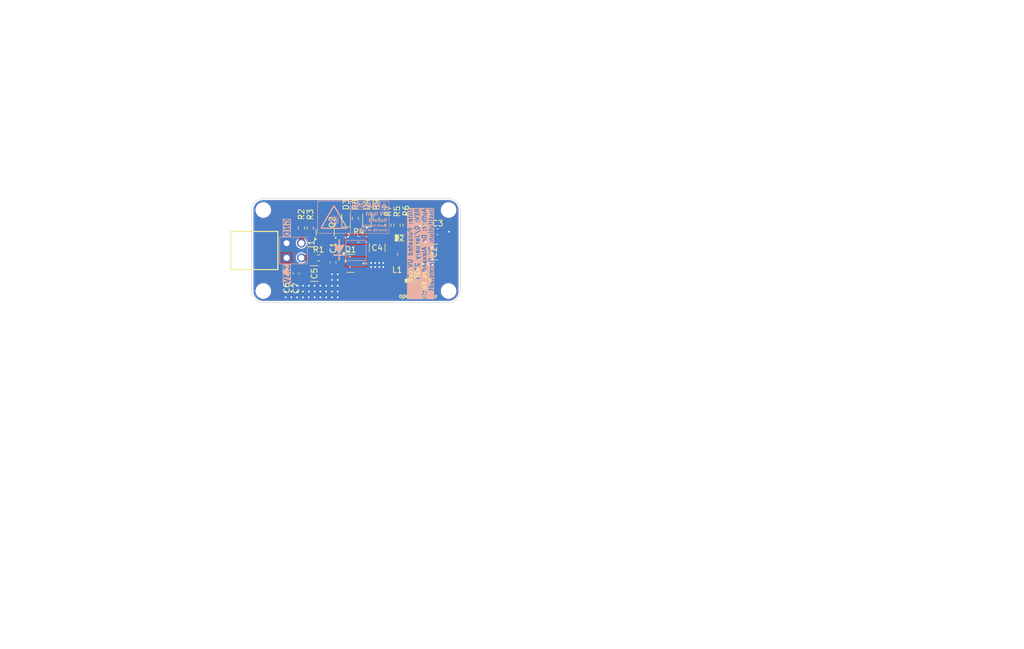
<source format=kicad_pcb>
(kicad_pcb (version 20240108) (generator "pcbnew") (generator_version "8.0")
  (title_block (comment 4 "AISLER Project ID: MTFEBNXM"))
  (layers (0 "F.Cu" signal) (31 "B.Cu" signal) (34 "B.Paste" user) (35 "F.Paste" user) (36 "B.SilkS" user "B.Silkscreen") (37 "F.SilkS" user "F.Silkscreen") (38 "B.Mask" user) (39 "F.Mask" user) (44 "Edge.Cuts" user))
  (net 0 "")
  (net 1 "Net-(Q1-B)")
  (net 2 "GND")
  (net 3 "+3V3")
  (net 4 "Net-(U1-INTV_cc)")
  (net 5 "5.8V")
  (net 6 "Net-(D2-A)")
  (net 7 "Net-(D1-K)")
  (net 8 "Net-(D1-A)")
  (net 9 "GPIO_Pulse")
  (net 10 "GPIO_PWM")
  (net 11 "Net-(R5-Pad2)")
  (net 12 "Net-(U1-FBX)")
  (net 14 "Net-(D3-A)")
  (net 15 "Net-(D4-A)")
  (footprint "LED_SMD:LED_0603_1608Metric" (layer "F.Cu") (at 84.94 66.36 90)
    (property "Reference" "D3")
    (property "Value" "LED")
  )
  (footprint "Resistor_SMD:R_0603_1608Metric" (layer "F.Cu") (at 95.3124 67.535 -90)
    (property "Reference" "R6")
    (property "Value" "24k9")
  )
  (footprint "Resistor_SMD:R_0603_1608Metric" (layer "F.Cu") (at 80.2 73.18)
    (property "Reference" "R1")
    (property "Value" "4k7")
  )
  (footprint "Capacitor_SMD:C_0603_1608Metric" (layer "F.Cu") (at 100.7624 68.655)
    (property "Reference" "C3")
    (property "Value" "1uF")
  )
  (footprint "Inductor_SMD:L_Wuerth_MAPI-3012" (layer "F.Cu") (at 95.45 72.57 90)
    (property "Reference" "L1")
    (property "Value" "0.68uH")
  )
  (footprint "UV_Leds:SOT323_INFINEON" (layer "F.Cu") (at 94.1724 69.73)
    (property "Reference" "D2")
    (property "Value" "D_Schottky")
  )
  (footprint "Resistor_SMD:R_0603_1608Metric" (layer "F.Cu") (at 77.22 68.045 90)
    (property "Reference" "R2")
    (property "Value" "10k")
  )
  (footprint "Capacitor_SMD:C_1210_3225Metric" (layer "F.Cu") (at 100.1024 72.17 180)
    (property "Reference" "C2")
    (property "Value" "4.7u")
  )
  (footprint "MountingHole:MountingHole_2.2mm_M2" (layer "F.Cu") (at 102.6475 78.91)
    (property "Reference" "REF**" (hide yes))
    (property "Value" "MountingHole_2.2mm_M2")
  )
  (footprint "Resistor_SMD:R_0603_1608Metric" (layer "F.Cu") (at 87.12 69.98 180)
    (property "Reference" "R4")
    (property "Value" "150")
  )
  (footprint "Resistor_SMD:R_0603_1608Metric" (layer "F.Cu") (at 78.76 68.045 -90)
    (property "Reference" "R3")
    (property "Value" "10k")
  )
  (footprint "Capacitor_SMD:C_1210_3225Metric" (layer "F.Cu") (at 79.46 75.89)
    (property "Reference" "C5")
    (property "Value" "4.7u")
  )
  (footprint "Package_TO_SOT_SMD:SOT-23" (layer "F.Cu") (at 85.71 74.13)
    (property "Reference" "Q1")
    (property "Value" "BC817")
  )
  (footprint "Resistor_SMD:R_0603_1608Metric" (layer "F.Cu") (at 90.15 66.36 -90)
    (property "Reference" "R9")
    (property "Value" "1k")
  )
  (footprint "Symbol:OSHW-Logo2_7.3x6mm_SilkScreen" (layer "F.Cu") (at 97.385 77.6)
    (property "Reference" "REF**" (hide yes))
    (property "Value" "OSHW-Logo2_7.3x6mm_SilkScreen" (hide yes))
  )
  (footprint "UV_Leds:DFN-8_DDB" (layer "F.Cu") (at 97.7 69.23)
    (property "Reference" "U1")
    (property "Value" "~")
  )
  (footprint "Capacitor_SMD:C_0603_1608Metric" (layer "F.Cu") (at 76.29 75.89 -90)
    (property "Reference" "C7")
    (property "Value" "100n")
  )
  (footprint "Resistor_SMD:R_0603_1608Metric" (layer "F.Cu") (at 93.7624 67.535 90)
    (property "Reference" "R5")
    (property "Value" "9k09")
  )
  (footprint "MountingHole:MountingHole_2.2mm_M2" (layer "F.Cu") (at 70.6475 64.91)
    (property "Reference" "REF**" (hide yes))
    (property "Value" "MountingHole_2.2mm_M2")
  )
  (footprint "UV_Leds:SAMTEC_IPL1-102-01-X-D-RA-K" (layer "F.Cu") (at 75.95 71.91 90)
    (property "Reference" "J1")
    (property "Value" "PWR/Signal")
  )
  (footprint "MountingHole:MountingHole_2.2mm_M2" (layer "F.Cu") (at 70.6475 78.91)
    (property "Reference" "REF**" (hide yes))
    (property "Value" "MountingHole_2.2mm_M2")
  )
  (footprint "Resistor_SMD:R_0603_1608Metric" (layer "F.Cu") (at 86.54 66.36 -90)
    (property "Reference" "R8")
    (property "Value" "600")
  )
  (footprint "Resistor_SMD:R_0603_1608Metric" (layer "F.Cu") (at 92.1724 67.535 -90)
    (property "Reference" "R7")
    (property "Value" "392")
  )
  (footprint "Package_TO_SOT_SMD:SOT-23" (layer "F.Cu") (at 81.34 68.7825 90)
    (property "Reference" "Q2")
    (property "Value" "2N7002")
  )
  (footprint "LED_SMD:LED_0603_1608Metric" (layer "F.Cu") (at 88.55 66.36 90)
    (property "Reference" "D4")
    (property "Value" "LED")
  )
  (footprint "MountingHole:MountingHole_2.2mm_M2" (layer "F.Cu") (at 102.6475 64.91)
    (property "Reference" "REF**" (hide yes))
    (property "Value" "MountingHole_2.2mm_M2")
  )
  (footprint "Capacitor_SMD:C_0603_1608Metric" (layer "F.Cu") (at 74.68 75.89 -90)
    (property "Reference" "C6")
    (property "Value" "10n")
  )
  (footprint "Capacitor_SMD:C_1210_3225Metric" (layer "F.Cu") (at 90.3224 71.45 -90)
    (property "Reference" "C4")
    (property "Value" "4.7u")
  )
  (footprint "Capacitor_SMD:C_0603_1608Metric" (layer "F.Cu") (at 82.69 73.955 -90)
    (property "Reference" "C1")
    (property "Value" "1u")
  )
  (footprint "UV_Leds:OSLON_UV_3535" (layer "B.Cu") (at 86.6475 71.91 -90)
    (property "Reference" "D1" (hide yes))
    (property "Value" "UV_LED")
  )
  (gr_poly (pts (xy 89.68 66.78) (xy 89.68 69.09) (xy 92.65 69.09) (xy 92.6524 67.96) (xy 91.7324 67.96) (xy 90.51 66.78)) (stroke (width 0.001)) (fill solid) (layer "F.Cu") (net 5))
  (gr_poly (pts (xy 97.1524 69.33) (xy 96.3424 69.33) (xy 96.0224 69.43) (xy 95.0224 69.43) (xy 95.0224 70.03) (xy 93.7524 70.87) (xy 93.7524 72.17) (xy 97.1524 72.17)) (stroke (width 0.001)) (fill solid) (layer "F.Cu") (net 6))
  (gr_poly (pts (xy 92.6524 67.96) (xy 91.7324 67.96) (xy 88.9624 69.43) (xy 88.9624 70.55) (xy 91.8524 70.55) (xy 92.3224 70.03) (xy 93.3224 70.03) (xy 93.3224 69.43) (xy 92.6424 68.77)) (stroke (width 0.001)) (fill solid) (layer "F.Cu") (net 5))
  (gr_rect (start 89.0724 72.63) (end 91.5724 75.13) (stroke (width 0.2)) (fill solid) (layer "F.Cu") (net 2))
  (gr_poly (pts (xy 87.651676 68.335793) (xy 87.651628 68.58955) (xy 87.546615 68.58955) (xy 87.546615 68.460439) (xy 87.546338 68.436189) (xy 87.545989 68.424813) (xy 87.545497 68.413934) (xy 87.544863 68.403547) (xy 87.544083 68.393649) (xy 87.543156 68.384239) (xy 87.542082 68.375312) (xy 87.540858 68.366865) (xy 87.539483 68.358896) (xy 87.537956 68.351402) (xy 87.536275 68.344379) (xy 87.534439 68.337824) (xy 87.532446 68.331735) (xy 87.530294 68.326109) (xy 87.527983 68.320942) (xy 87.525511 68.316232) (xy 87.522877 68.311975) (xy 87.520078 68.308168) (xy 87.517113 68.304809) (xy 87.513982 68.301894) (xy 87.510682 68.29942) (xy 87.507212 68.297385) (xy 87.503571 68.295785) (xy 87.499757 68.294617) (xy 87.495769 68.293879) (xy 87.491605 68.293567) (xy 87.487264 68.293678) (xy 87.482744 68.29421) (xy 87.478044 68.295158) (xy 87.473162 68.296521) (xy 87.468097 68.298295) (xy 87.464413 68.30009) (xy 87.461059 68.302558) (xy 87.458023 68.305773) (xy 87.455291 68.309808) (xy 87.452851 68.314737) (xy 87.450689 68.320634) (xy 87.448794 68.327572) (xy 87.447153 68.335625) (xy 87.445752 68.344866) (xy 87.44458 68.355369) (xy 87.443623 68.367207) (xy 87.442868 68.380455) (xy 87.441916 68.411471) (xy 87.441621 68.449006) (xy 87.441621 68.58955) (xy 87.336609 68.58955) (xy 87.336609 68.442236) (xy 87.33684 68.412051) (xy 87.3375 68.382748) (xy 87.338543 68.35505) (xy 87.33992 68.329678) (xy 87.341583 68.307355) (xy 87.343485 68.288804) (xy 87.344511 68.281168) (xy 87.345578 68.274745) (xy 87.346681 68.269627) (xy 87.347814 68.265903) (xy 87.349688 68.261512) (xy 87.351865 68.2573) (xy 87.354331 68.253269) (xy 87.357075 68.249422) (xy 87.360084 68.245763) (xy 87.363346 68.242295) (xy 87.366847 68.23902) (xy 87.370577 68.235942) (xy 87.374521 68.233065) (xy 87.378669 68.23039) (xy 87.383007 68.227921) (xy 87.387524 68.225662) (xy 87.397041 68.221783) (xy 87.407121 68.218778) (xy 87.417665 68.216671) (xy 87.428574 68.215488) (xy 87.439748 68.215254) (xy 87.451088 68.215992) (xy 87.462494 68.217727) (xy 87.473868 68.220485) (xy 87.479511 68.222255) (xy 87.485109 68.22429) (xy 87.490649 68.226593) (xy 87.496118 68.229167) (xy 87.546664 68.254374) (xy 87.546664 68.168214) (xy 87.54669 68.153368) (xy 87.546818 68.140333) (xy 87.547118 68.128991) (xy 87.547662 68.119224) (xy 87.548048 68.114894) (xy 87.548521 68.110914) (xy 87.549091 68.107269) (xy 87.549766 68.103945) (xy 87.550556 68.100926) (xy 87.55147 68.098197) (xy 87.552515 68.095745) (xy 87.553702 68.093554) (xy 87.555039 68.09161) (xy 87.556535 68.089898) (xy 87.558198 68.088404) (xy 87.560039 68.087112) (xy 87.562066 68.086007) (xy 87.564287 68.085076) (xy 87.566712 68.084304) (xy 87.569349 68.083675) (xy 87.572208 68.083175) (xy 87.575297 68.08279) (xy 87.582202 68.082303) (xy 87.590136 68.082098) (xy 87.59917 68.082055) (xy 87.651676 68.082055)) (stroke (width -0.000001)) (fill solid) (layer "B.SilkS"))
  (gr_poly (pts (xy 87.732572 68.152229) (xy 87.735578 68.15274) (xy 87.738797 68.153569) (xy 87.742199 68.154701) (xy 87.745755 68.156117) (xy 87.749435 68.157801) (xy 87.753212 68.159735) (xy 87.757054 68.161903) (xy 87.760934 68.164287) (xy 87.764821 68.166869) (xy 87.768687 68.169634) (xy 87.772503 68.172562) (xy 87.776239 68.175639) (xy 87.779866 68.178845) (xy 87.783354 68.182164) (xy 87.786676 68.185579) (xy 87.791033 68.189968) (xy 87.79562 68.194001) (xy 87.800464 68.197685) (xy 87.805595 68.201031) (xy 87.811041 68.204045) (xy 87.816831 68.206737) (xy 87.822994 68.209116) (xy 87.829558 68.211189) (xy 87.836553 68.212966) (xy 87.844006 68.214455) (xy 87.851947 68.215665) (xy 87.860404 68.216604) (xy 87.869406 68.217281) (xy 87.878983 68.217704) (xy 87.889161 68.217883) (xy 87.899971 68.217825) (xy 87.909865 68.217795) (xy 87.919509 68.218013) (xy 87.928898 68.218476) (xy 87.93803 68.219182) (xy 87.946898 68.220127) (xy 87.9555 68.22131) (xy 87.96383 68.222727) (xy 87.971886 68.224376) (xy 87.979662 68.226254) (xy 87.987154 68.228358) (xy 87.994358 68.230686) (xy 88.001271 68.233236) (xy 88.007887 68.236004) (xy 88.014203 68.238988) (xy 88.020214 68.242185) (xy 88.025916 68.245593) (xy 88.031305 68.249209) (xy 88.036377 68.25303) (xy 88.041127 68.257054) (xy 88.045552 68.261277) (xy 88.049647 68.265698) (xy 88.053408 68.270314) (xy 88.056831 68.275121) (xy 88.059911 68.280118) (xy 88.062645 68.285302) (xy 88.065027 68.290669) (xy 88.067055 68.296218) (xy 88.068723 68.301946) (xy 88.070028 68.307849) (xy 88.070966 68.313927) (xy 88.071531 68.320174) (xy 88.071721 68.32659) (xy 88.071578 68.332059) (xy 88.07116 68.337493) (xy 88.070478 68.342864) (xy 88.069543 68.348143) (xy 88.068369 68.353302) (xy 88.066967 68.35831) (xy 88.06535 68.363141) (xy 88.06353 68.367764) (xy 88.061518 68.372152) (xy 88.059327 68.376274) (xy 88.05697 68.380104) (xy 88.055733 68.381899) (xy 88.054458 68.383611) (xy 88.053148 68.385234) (xy 88.051804 68.386766) (xy 88.050427 68.388204) (xy 88.049019 68.389543) (xy 88.047581 68.390779) (xy 88.046116 68.39191) (xy 88.044624 68.392931) (xy 88.043107 68.39384) (xy 88.03859 68.396437) (xy 88.034708 68.398879) (xy 88.033007 68.400059) (xy 88.031467 68.401221) (xy 88.030091 68.402371) (xy 88.028879 68.403516) (xy 88.027831 68.404663) (xy 88.02695 68.405819) (xy 88.026236 68.406991) (xy 88.025691 68.408185) (xy 88.025314 68.409408) (xy 88.025109 68.410666) (xy 88.025074 68.411968) (xy 88.025213 68.413319) (xy 88.025525 68.414726) (xy 88.026013 68.416196) (xy 88.026676 68.417736) (xy 88.027516 68.419353) (xy 88.028535 68.421053) (xy 88.029733 68.422843) (xy 88.031111 68.42473) (xy 88.032671 68.426721) (xy 88.036339 68.431042) (xy 88.040746 68.435858) (xy 88.045901 68.441225) (xy 88.051812 68.447197) (xy 88.059677 68.455241) (xy 88.066541 68.462693) (xy 88.069601 68.46622) (xy 88.072413 68.469625) (xy 88.074979 68.472918) (xy 88.077299 68.476107) (xy 88.079375 68.479201) (xy 88.081207 68.482209) (xy 88.082797 68.48514) (xy 88.084144 68.488003) (xy 88.085251 68.490807) (xy 88.086117 68.49356) (xy 88.086745 68.496271) (xy 88.087134 68.49895) (xy 88.087286 68.501604) (xy 88.087201 68.504243) (xy 88.086881 68.506876) (xy 88.086326 68.509511) (xy 88.085537 68.512158) (xy 88.084515 68.514824) (xy 88.083262 68.51752) (xy 88.081777 68.520254) (xy 88.080063 68.523034) (xy 88.078119 68.52587) (xy 88.075947 68.52877) (xy 88.073547 68.531743) (xy 88.070921 68.534799) (xy 88.068069 68.537945) (xy 88.061692 68.544546) (xy 88.060305 68.545957) (xy 88.058983 68.54735) (xy 88.057724 68.548723) (xy 88.056532 68.550074) (xy 88.055405 68.551402) (xy 88.054345 68.552706) (xy 88.053353 68.553982) (xy 88.052428 68.555229) (xy 88.051572 68.556447) (xy 88.050785 68.557632) (xy 88.050068 68.558783) (xy 88.049422 68.559899) (xy 88.048847 68.560977) (xy 88.048343 68.562016) (xy 88.047912 68.563015) (xy 88.047555 68.563971) (xy 88.047271 68.564882) (xy 88.047061 68.565747) (xy 88.046926 68.566565) (xy 88.046868 68.567333) (xy 88.046885 68.568049) (xy 88.04698 68.568713) (xy 88.047152 68.569321) (xy 88.047403 68.569873) (xy 88.047732 68.570367) (xy 88.047927 68.570591) (xy 88.048141 68.5708) (xy 88.04863 68.571172) (xy 88.0492 68.57148) (xy 88.049852 68.571722) (xy 88.050586 68.571897) (xy 88.051403 68.572004) (xy 88.052303 68.57204) (xy 88.053257 68.572085) (xy 88.054247 68.572219) (xy 88.055272 68.57244) (xy 88.056329 68.572746) (xy 88.058527 68.573602) (xy 88.060823 68.574769) (xy 88.063197 68.576231) (xy 88.06563 68.577969) (xy 88.068103 68.579965) (xy 88.070596 68.582202) (xy 88.07309 68.584661) (xy 88.075565 68.587327) (xy 88.078003 68.590179) (xy 88.080383 68.593202) (xy 88.082687 68.596376) (xy 88.084895 68.599685) (xy 88.086988 68.603111) (xy 88.088946 68.606635) (xy 88.091485 68.61164) (xy 88.09359 68.616378) (xy 88.094477 68.618659) (xy 88.095251 68.620888) (xy 88.095911 68.62307) (xy 88.096457 68.62521) (xy 88.096888 68.627312) (xy 88.097201 68.629381) (xy 88.097396 68.631423) (xy 88.097471 68.633443) (xy 88.097426 68.635445) (xy 88.097259 68.637433) (xy 88.096969 68.639414) (xy 88.096554 68.641392) (xy 88.096015 68.643372) (xy 88.095348 68.645359) (xy 88.094554 68.647357) (xy 88.093631 68.649372) (xy 88.092578 68.651409) (xy 88.091393 68.653472) (xy 88.090075 68.655566) (xy 88.088624 68.657696) (xy 88.085316 68.662086) (xy 88.081458 68.666679) (xy 88.07704 68.671516) (xy 88.072054 68.676635) (xy 88.072055 68.676632) (xy 88.072056 68.676629) (xy 88.072058 68.676622) (xy 88.072059 68.676619) (xy 88.07206 68.676616) (xy 88.07206 68.676612) (xy 88.072061 68.67661) (xy 88.072061 68.676608) (xy 88.066789 68.68129) (xy 88.060676 68.685666) (xy 88.053775 68.689737) (xy 88.046138 68.693503) (xy 88.028874 68.700121) (xy 88.009308 68.705522) (xy 87.987869 68.709705) (xy 87.964983 68.712673) (xy 87.941074 68.714427) (xy 87.916571 68.714967) (xy 87.8919 68.714295) (xy 87.867485 68.712413) (xy 87.843755 68.70932) (xy 87.821136 68.705018) (xy 87.800053 68.699509) (xy 87.780933 68.692793) (xy 87.772243 68.688984) (xy 87.764203 68.684872) (xy 87.756867 68.68046) (xy 87.750288 68.675747) (xy 87.745579 68.671876) (xy 87.741122 68.667875) (xy 87.736918 68.663753) (xy 87.732968 68.659521) (xy 87.729273 68.655188) (xy 87.725835 68.650764) (xy 87.722656 68.64626) (xy 87.719736 68.641685) (xy 87.717078 68.637049) (xy 87.714681 68.632362) (xy 87.712549 68.627635) (xy 87.710682 68.622876) (xy 87.709081 68.618095) (xy 87.707926 68.613944) (xy 87.799769 68.613944) (xy 87.80008 68.616259) (xy 87.80073 68.618698) (xy 87.801712 68.621262) (xy 87.803023 68.623954) (xy 87.804658 68.626776) (xy 87.806613 68.629731) (xy 87.808883 68.63282) (xy 87.811463 68.636047) (xy 87.811463 68.636045) (xy 87.813835 68.638439) (xy 87.816898 68.640765) (xy 87.820605 68.643012) (xy 87.824906 68.645167) (xy 87.829755 68.647218) (xy 87.835102 68.649154) (xy 87.8409 68.650962) (xy 87.847101 68.65263) (xy 87.853655 68.654148) (xy 87.860516 68.655501) (xy 87.867636 68.656679) (xy 87.874965 68.65767) (xy 87.882455 68.658462) (xy 87.89006 68.659042) (xy 87.89773 68.659399) (xy 87.905417 68.65952) (xy 87.911942 68.659425) (xy 87.91838 68.659144) (xy 87.924719 68.658685) (xy 87.930946 68.658055) (xy 87.937048 68.657261) (xy 87.943011 68.656311) (xy 87.948823 68.655213) (xy 87.954472 68.653973) (xy 87.959943 68.652599) (xy 87.965225 68.651099) (xy 87.970305 68.64948) (xy 87.975168 68.647748) (xy 87.979804 68.645913) (xy 87.984198 68.64398) (xy 87.988338 68.641958) (xy 87.992211 68.639854) (xy 87.995805 68.637674) (xy 87.999105 68.635428) (xy 88.002099 68.633121) (xy 88.004776 68.630762) (xy 88.00712 68.628357) (xy 88.00912 68.625914) (xy 88.010763 68.623441) (xy 88.012036 68.620945) (xy 88.012926 68.618433) (xy 88.013419 68.615913) (xy 88.013504 68.613392) (xy 88.013167 68.610877) (xy 88.012396 68.608376) (xy 88.011177 68.605897) (xy 88.009498 68.603446) (xy 88.007345 68.601031) (xy 88.005704 68.599841) (xy 88.003189 68.598688) (xy 87.999851 68.597578) (xy 87.995744 68.596516) (xy 87.985428 68.594556) (xy 87.97266 68.592855) (xy 87.957857 68.591455) (xy 87.941436 68.5904) (xy 87.923817 68.589735) (xy 87.905417 68.589504) (xy 87.887551 68.58964) (xy 87.871454 68.590062) (xy 87.864057 68.590385) (xy 87.857089 68.590786) (xy 87.850545 68.591268) (xy 87.84442 68.591833) (xy 87.838711 68.592482) (xy 87.833412 68.593218) (xy 87.828518 68.594044) (xy 87.824026 68.594961) (xy 87.819931 68.595973) (xy 87.816227 68.59708) (xy 87.812912 68.598286) (xy 87.80998 68.599593) (xy 87.807426 68.601003) (xy 87.805246 68.602518) (xy 87.803436 68.60414) (xy 87.801991 68.605872) (xy 87.800906 68.607717) (xy 87.800177 68.609675) (xy 87.7998 68.61175) (xy 87.799769 68.613944) (xy 87.707926 68.613944) (xy 87.707748 68.613304) (xy 87.706684 68.608511) (xy 87.705891 68.603727) (xy 87.70537 68.598961) (xy 87.705123 68.594224) (xy 87.70515 68.589525) (xy 87.705453 68.584874) (xy 87.706034 68.580282) (xy 87.706893 68.575757) (xy 87.708033 68.571311) (xy 87.709455 68.566952) (xy 87.711159 68.562691) (xy 87.713148 68.558538) (xy 87.715422 68.554503) (xy 87.717984 68.550595) (xy 87.720834 68.546825) (xy 87.723974 68.543202) (xy 87.727405 68.539736) (xy 87.731129 68.536438) (xy 87.734438 68.534105) (xy 87.738758 68.531732) (xy 87.74402 68.529336) (xy 87.750154 68.526933) (xy 87.757092 68.52454) (xy 87.764763 68.522174) (xy 87.782028 68.51759) (xy 87.801395 68.513313) (xy 87.822307 68.509478) (xy 87.844211 68.506217) (xy 87.866549 68.503666) (xy 87.88168 68.502136) (xy 87.895484 68.500562) (xy 87.908018 68.498923) (xy 87.913826 68.498074) (xy 87.919338 68.4972) (xy 87.92456 68.496301) (xy 87.9295 68.495373) (xy 87.934164 68.494413) (xy 87.93856 68.493421) (xy 87.942694 68.492392) (xy 87.946573 68.491324) (xy 87.950205 68.490215) (xy 87.953597 68.489063) (xy 87.956755 68.487865) (xy 87.959686 68.486618) (xy 87.962399 68.48532) (xy 87.964898 68.483968) (xy 87.967192 68.482561) (xy 87.969288 68.481094) (xy 87.971192 68.479567) (xy 87.972911 68.477976) (xy 87.974453 68.476319) (xy 87.975825 68.474593) (xy 87.977033 68.472797) (xy 87.978085 68.470926) (xy 87.978987 68.46898) (xy 87.979747 68.466955) (xy 87.980372 68.464849) (xy 87.980867 68.46266) (xy 87.981565 68.458185) (xy 87.981831 68.454147) (xy 87.981625 68.450526) (xy 87.981331 68.448865) (xy 87.980902 68.4473) (xy 87.980334 68.44583) (xy 87.97962 68.44445) (xy 87.978756 68.44316) (xy 87.977736 68.441955) (xy 87.976554 68.440835) (xy 87.975205 68.439795) (xy 87.973685 68.438834) (xy 87.971986 68.437949) (xy 87.968035 68.436396) (xy 87.963309 68.435117) (xy 87.957765 68.434091) (xy 87.95136 68.433297) (xy 87.944051 68.432715) (xy 87.935794 68.432324) (xy 87.926547 68.432105) (xy 87.916267 68.432037) (xy 87.9037 68.431835) (xy 87.891526 68.431235) (xy 87.879756 68.430248) (xy 87.868398 68.428881) (xy 87.857462 68.427146) (xy 87.846958 68.42505) (xy 87.836894 68.422603) (xy 87.827281 68.419816) (xy 87.818128 68.416696) (xy 87.809445 68.413254) (xy 87.801241 68.409498) (xy 87.793525 68.405439) (xy 87.786308 68.401085) (xy 87.779598 68.396447) (xy 87.773406 68.391532) (xy 87.76774 68.386351) (xy 87.762611 68.380914) (xy 87.758027 68.375228) (xy 87.753998 68.369305) (xy 87.750535 68.363153) (xy 87.747646 68.356781) (xy 87.74534 68.350199) (xy 87.743628 68.343416) (xy 87.742519 68.336442) (xy 87.742023 68.329286) (xy 87.742086 68.325581) (xy 87.847003 68.325581) (xy 87.847202 68.329887) (xy 87.847688 68.334264) (xy 87.84769 68.334267) (xy 87.848383 68.337673) (xy 87.849461 68.340998) (xy 87.850903 68.344235) (xy 87.852688 68.347378) (xy 87.854793 68.35042) (xy 87.857198 68.353353) (xy 87.859881 68.356171) (xy 87.862819 68.358866) (xy 87.865993 68.361432) (xy 87.869379 68.363862) (xy 87.872957 68.366148) (xy 87.876705 68.368284) (xy 87.880602 68.370263) (xy 87.884625 68.372078) (xy 87.892966 68.375186) (xy 87.901557 68.377553) (xy 87.905891 68.378441) (xy 87.910224 68.379123) (xy 87.914532 68.379592) (xy 87.918795 68.379841) (xy 87.922991 68.379862) (xy 87.927098 68.379649) (xy 87.931096 68.379196) (xy 87.934961 68.378494) (xy 87.938674 68.377537) (xy 87.942211 68.376318) (xy 87.945552 68.37483) (xy 87.948676 68.373065) (xy 87.95156 68.371018) (xy 87.954183 68.368681) (xy 87.956564 68.36607) (xy 87.958706 68.36325) (xy 87.960613 68.360237) (xy 87.962289 68.35705) (xy 87.963736 68.353704) (xy 87.96496 68.350217) (xy 87.965964 68.346605) (xy 87.966752 68.342886) (xy 87.967328 68.339077) (xy 87.967695 68.335194) (xy 87.967858 68.331255) (xy 87.96782 68.327276) (xy 87.967585 68.323275) (xy 87.967157 68.319268) (xy 87.96654 68.315273) (xy 87.965737 68.311306) (xy 87.964753 68.307384) (xy 87.963591 68.303524) (xy 87.962256 68.299744) (xy 87.96075 68.29606) (xy 87.959078 68.292489) (xy 87.957244 68.289049) (xy 87.955251 68.285755) (xy 87.953104 68.282626) (xy 87.950806 68.279677) (xy 87.948361 68.276927) (xy 87.945773 68.274391) (xy 87.943045 68.272088) (xy 87.940182 68.270033) (xy 87.937188 68.268244) (xy 87.934066 68.266739) (xy 87.93082 68.265533) (xy 87.926518 68.264313) (xy 87.922238 68.263384) (xy 87.917987 68.262739) (xy 87.913775 68.262369) (xy 87.90961 68.262269) (xy 87.905502 68.262429) (xy 87.901459 68.262844) (xy 87.897491 68.263505) (xy 87.893605 68.264405) (xy 87.889812 68.265538) (xy 87.88612 68.266895) (xy 87.882537 68.268469) (xy 87.879074 68.270253) (xy 87.875738 68.27224) (xy 87.872538 68.274422) (xy 87.869485 68.276791) (xy 87.866585 68.279342) (xy 87.863849 68.282065) (xy 87.861286 68.284954) (xy 87.858903 68.288002) (xy 87.856711 68.291201) (xy 87.854717 68.294544) (xy 87.852932 68.298023) (xy 87.851363 68.301631) (xy 87.85002 68.305362) (xy 87.848912 68.309206) (xy 87.848047 68.313158) (xy 87.847435 68.317209) (xy 87.847084 68.321352) (xy 87.847003 68.325581) (xy 87.742086 68.325581) (xy 87.742148 68.321958) (xy 87.742905 68.314466) (xy 87.744303 68.306821) (xy 87.746351 68.29903) (xy 87.74906 68.291105) (xy 87.752438 68.283054) (xy 87.756495 68.274887) (xy 87.759547 68.269047) (xy 87.762123 68.263783) (xy 87.764209 68.259054) (xy 87.765064 68.256877) (xy 87.765791 68.254818) (xy 87.766389 68.252873) (xy 87.766857 68.251035) (xy 87.767191 68.2493) (xy 87.767391 68.247663) (xy 87.767455 68.246118) (xy 87.767381 68.244661) (xy 87.767167 68.243285) (xy 87.766812 68.241987) (xy 87.766314 68.24076) (xy 87.765671 68.2396) (xy 87.764882 68.238502) (xy 87.763944 68.23746) (xy 87.762857 68.236469) (xy 87.761618 68.235524) (xy 87.760226 68.23462) (xy 87.758679 68.233752) (xy 87.756975 68.232914) (xy 87.755112 68.232102) (xy 87.753089 68.23131) (xy 87.750905 68.230533) (xy 87.746043 68.229003) (xy 87.740513 68.227473) (xy 87.736751 68.226309) (xy 87.733178 68.224851) (xy 87.7298 68.223121) (xy 87.726617 68.22114) (xy 87.723634 68.218931) (xy 87.720853 68.216514) (xy 87.718279 68.213912) (xy 87.715912 68.211146) (xy 87.713758 68.208238) (xy 87.711819 68.205209) (xy 87.710098 68.202082) (xy 87.708598 68.198878) (xy 87.707322 68.195619) (xy 87.706273 68.192326) (xy 87.705455 68.189021) (xy 87.704871 68.185726) (xy 87.704523 68.182463) (xy 87.704415 68.179252) (xy 87.70455 68.176117) (xy 87.70493 68.173079) (xy 87.70556 68.170158) (xy 87.706442 68.167378) (xy 87.707579 68.16476) (xy 87.708974 68.162325) (xy 87.710631 68.160095) (xy 87.712552 68.158092) (xy 87.714741 68.156338) (xy 87.7172 68.154854) (xy 87.719933 68.153662) (xy 87.722944 68.152784) (xy 87.726234 68.152241) (xy 87.729807 68.152055)) (stroke (width -0.000001)) (fill solid) (layer "B.SilkS"))
  (gr_poly (pts (xy 90.12402 66.437625) (xy 90.151564 66.440594) (xy 90.178403 66.445486) (xy 90.204116 66.4523) (xy 90.228282 66.461033) (xy 90.239652 66.46612) (xy 90.250478 66.471686) (xy 90.260705 66.477732) (xy 90.270282 66.484256) (xy 90.279156 66.49126) (xy 90.287274 66.498743) (xy 90.292513 66.504099) (xy 90.297384 66.509306) (xy 90.301887 66.514364) (xy 90.306023 66.519274) (xy 90.309792 66.524037) (xy 90.313192 66.528652) (xy 90.316224 66.533122) (xy 90.318888 66.537446) (xy 90.321184 66.541624) (xy 90.323112 66.545659) (xy 90.324671 66.549549) (xy 90.325861 66.553296) (xy 90.326683 66.556901) (xy 90.327136 66.560363) (xy 90.32722 66.563684) (xy 90.326936 66.566864) (xy 90.326282 66.569904) (xy 90.325259 66.572804) (xy 90.323866 66.575565) (xy 90.322105 66.578188) (xy 90.319974 66.580672) (xy 90.317473 66.58302) (xy 90.314602 66.585231) (xy 90.311362 66.587305) (xy 90.307752 66.589244) (xy 90.303771 66.591048) (xy 90.299421 66.592718) (xy 90.2947 66.594255) (xy 90.289609 66.595658) (xy 90.284148 66.596928) (xy 90.278316 66.598067) (xy 90.272113 66.599074) (xy 90.264113 66.600132) (xy 90.256594 66.600846) (xy 90.249513 66.601202) (xy 90.242824 66.601182) (xy 90.239613 66.601028) (xy 90.236482 66.600773) (xy 90.233428 66.600417) (xy 90.230442 66.599958) (xy 90.227521 66.599394) (xy 90.224659 66.598722) (xy 90.221849 66.597941) (xy 90.219087 66.597049) (xy 90.216366 66.596043) (xy 90.213681 66.594923) (xy 90.211027 66.593685) (xy 90.208397 66.592329) (xy 90.205786 66.590851) (xy 90.203189 66.589251) (xy 90.200599 66.587526) (xy 90.198011 66.585674) (xy 90.19282 66.581582) (xy 90.187569 66.57696) (xy 90.182214 66.571791) (xy 90.176709 66.566061) (xy 90.170807 66.560037) (xy 90.164804 66.554526) (xy 90.158719 66.549525) (xy 90.15257 66.545027) (xy 90.146376 66.541029) (xy 90.140158 66.537525) (xy 90.133932 66.534511) (xy 90.127719 66.531981) (xy 90.121537 66.52993) (xy 90.115405 66.528354) (xy 90.109342 66.527247) (xy 90.103367 66.526605) (xy 90.0975 66.526423) (xy 90.091758 66.526696) (xy 90.08616 66.527419) (xy 90.080727 66.528587) (xy 90.075476 66.530195) (xy 90.070427 66.532239) (xy 90.065598 66.534712) (xy 90.061009 66.537611) (xy 90.056678 66.540931) (xy 90.052624 66.544666) (xy 90.048867 66.548811) (xy 90.045425 66.553363) (xy 90.042316 66.558315) (xy 90.039561 66.563663) (xy 90.037178 66.569402) (xy 90.035186 66.575527) (xy 90.033603 66.582033) (xy 90.032449 66.588915) (xy 90.031743 66.596168) (xy 90.031504 66.603788) (xy 90.031704 66.60946) (xy 90.032362 66.614635) (xy 90.033565 66.619358) (xy 90.035402 66.623677) (xy 90.037958 66.627637) (xy 90.041321 66.631286) (xy 90.045578 66.634669) (xy 90.050817 66.637834) (xy 90.057124 66.640826) (xy 90.064587 66.643693) (xy 90.073293 66.64648) (xy 90.083329 66.649234) (xy 90.094783 66.652001) (xy 90.107741 66.654829) (xy 90.13852 66.66085) (xy 90.149639 66.663018) (xy 90.160866 66.665401) (xy 90.183337 66.670715) (xy 90.205327 66.676598) (xy 90.226228 66.682856) (xy 90.23608 66.686066) (xy 90.245432 66.689297) (xy 90.254209 66.692525) (xy 90.262333 66.695725) (xy 90.269729 66.698875) (xy 90.276322 66.701949) (xy 90.282034 66.704923) (xy 90.286791 66.707772) (xy 90.293846 66.712796) (xy 90.300486 66.718334) (xy 90.306708 66.724353) (xy 90.312511 66.73082) (xy 90.317895 66.737701) (xy 90.322856 66.744962) (xy 90.327394 66.752571) (xy 90.331507 66.760494) (xy 90.335193 66.768697) (xy 90.338452 66.777147) (xy 90.34128 66.78581) (xy 90.343678 66.794653) (xy 90.345643 66.803642) (xy 90.347173 66.812744) (xy 90.348267 66.821926) (xy 90.348924 66.831154) (xy 90.349142 66.840394) (xy 90.348919 66.849613) (xy 90.348254 66.858778) (xy 90.347145 66.867854) (xy 90.345591 66.87681) (xy 90.34359 66.88561) (xy 90.34114 66.894222) (xy 90.33824 66.902612) (xy 90.334889 66.910747) (xy 90.331085 66.918593) (xy 90.326826 66.926117) (xy 90.32211 66.933285) (xy 90.316937 66.940064) (xy 90.311304 66.94642) (xy 90.30521 66.95232) (xy 90.298654 66.957731) (xy 90.298669 66.957731) (xy 90.293651 66.961244) (xy 90.288258 66.964461) (xy 90.282512 66.967381) (xy 90.276439 66.970009) (xy 90.27006 66.972346) (xy 90.263399 66.974395) (xy 90.249327 66.977638) (xy 90.234408 66.979756) (xy 90.218829 66.980769) (xy 90.202778 66.980695) (xy 90.186442 66.979555) (xy 90.170006 66.977366) (xy 90.15366 66.974149) (xy 90.137589 66.969921) (xy 90.12198 66.964702) (xy 90.10702 66.958512) (xy 90.092897 66.951369) (xy 90.079797 66.943292) (xy 90.07369 66.938909) (xy 90.067908 66.9343) (xy 90.014068 66.889) (xy 90.014068 66.9343) (xy 90.013981 66.941603) (xy 90.013671 66.948084) (xy 90.013063 66.953791) (xy 90.012083 66.958772) (xy 90.01143 66.961006) (xy 90.010655 66.963076) (xy 90.00975 66.96499) (xy 90.008706 66.966752) (xy 90.007512 66.96837) (xy 90.00616 66.969848) (xy 90.00464 66.971194) (xy 90.002942 66.972412) (xy 90.001059 66.97351) (xy 89.99898 66.974494) (xy 89.996695 66.975368) (xy 89.994196 66.97614) (xy 89.988518 66.9774) (xy 89.98187 66.978323) (xy 89.974178 66.978956) (xy 89.965366 66.979348) (xy 89.955361 66.979548) (xy 89.944088 66.979604) (xy 89.874088 66.979604) (xy 89.874088 66.761838) (xy 89.874096 66.755625) (xy 90.030675 66.755625) (xy 90.031005 66.767084) (xy 90.032085 66.779185) (xy 90.033881 66.791628) (xy 90.036358 66.804113) (xy 90.039481 66.816342) (xy 90.043214 66.828015) (xy 90.047523 66.838831) (xy 90.052372 66.848492) (xy 90.054988 66.852796) (xy 90.057726 66.856698) (xy 90.060582 66.860162) (xy 90.06355 66.86315) (xy 90.063537 66.863155) (xy 90.070101 66.868665) (xy 90.07681 66.873486) (xy 90.083634 66.877637) (xy 90.09054 66.881134) (xy 90.097498 66.883998) (xy 90.104476 66.886246) (xy 90.111442 66.887897) (xy 90.118366 66.888969) (xy 90.125216 66.88948) (xy 90.13196 66.88945) (xy 90.138566 66.888896) (xy 90.145005 66.887837) (xy 90.151243 66.886291) (xy 90.157251 66.884277) (xy 90.162996 66.881814) (xy 90.168446 66.878918) (xy 90.173571 66.87561) (xy 90.178339 66.871907) (xy 90.182719 66.867828) (xy 90.186679 66.863392) (xy 90.190188 66.858615) (xy 90.193215 66.853519) (xy 90.195727 66.848119) (xy 90.197694 66.842436) (xy 90.199085 66.836486) (xy 90.199867 66.83029) (xy 90.200009 66.823865) (xy 90.199481 66.817229) (xy 90.19825 66.810402) (xy 90.196285 66.803401) (xy 90.193555 66.796245) (xy 90.190028 66.788952) (xy 90.18837 66.786191) (xy 90.186323 66.783361) (xy 90.181142 66.77753) (xy 90.174651 66.771542) (xy 90.167016 66.76548) (xy 90.158403 66.759427) (xy 90.148976 66.753465) (xy 90.138903 66.747678) (xy 90.128347 66.742148) (xy 90.117476 66.736959) (xy 90.106454 66.732192) (xy 90.095447 66.727932) (xy 90.084621 66.72426) (xy 90.074141 66.72126) (xy 90.064174 66.719014) (xy 90.054884 66.717606) (xy 90.046437 66.717118) (xy 90.043858 66.717455) (xy 90.041523 66.718438) (xy 90.039429 66.720031) (xy 90.03757 66.722196) (xy 90.035944 66.724896) (xy 90.034545 66.728093) (xy 90.033368 66.73175) (xy 90.03241 66.73583) (xy 90.031132 66.745107) (xy 90.030675 66.755625) (xy 89.874096 66.755625) (xy 89.874131 66.726133) (xy 89.874289 66.694389) (xy 89.874607 66.666306) (xy 89.875132 66.641583) (xy 89.875908 66.619919) (xy 89.876981 66.601014) (xy 89.877643 66.592503) (xy 89.878396 66.584568) (xy 89.879247 66.577174) (xy 89.8802 66.570281) (xy 89.881261 66.563853) (xy 89.882436 66.557852) (xy 89.883731 66.55224) (xy 89.885151 66.54698) (xy 89.886703 66.542034) (xy 89.888391 66.537365) (xy 89.890221 66.532935) (xy 89.892199 66.528707) (xy 89.894332 66.524642) (xy 89.896623 66.520705) (xy 89.89908 66.516856) (xy 89.901707 66.513059) (xy 89.904511 66.509275) (xy 89.907497 66.505468) (xy 89.914038 66.497632) (xy 89.921075 66.490195) (xy 89.928938 66.48324) (xy 89.937574 66.47677) (xy 89.94693 66.470782) (xy 89.956954 66.465278) (xy 89.967593 66.460257) (xy 89.978793 66.455719) (xy 89.990504 66.451664) (xy 90.015241 66.445) (xy 90.041383 66.440266) (xy 90.068508 66.43746) (xy 90.096195 66.43658)) (stroke (width -0.000001)) (fill solid) (layer "B.SilkS"))
  (gr_poly (pts (xy 83.125022 66.577285) (xy 83.130007 66.577846) (xy 83.1344 66.578939) (xy 83.13824 66.580693) (xy 83.141562 66.583238) (xy 83.144403 66.586703) (xy 83.146799 66.591218) (xy 83.148788 66.596911) (xy 83.150406 66.603912) (xy 83.151689 66.61235) (xy 83.152674 66.622355) (xy 83.153398 66.634056) (xy 83.154208 66.663063) (xy 83.154414 66.700407) (xy 83.154343 66.71959) (xy 83.154104 66.736898) (xy 83.15366 66.752483) (xy 83.15297 66.766494) (xy 83.151996 66.779082) (xy 83.151391 66.78489) (xy 83.1507 66.790398) (xy 83.149918 66.795625) (xy 83.149042 66.800591) (xy 83.148065 66.805314) (xy 83.146983 66.809813) (xy 83.145792 66.814106) (xy 83.144486 66.818213) (xy 83.14306 66.822152) (xy 83.14151 66.825941) (xy 83.139831 66.829601) (xy 83.138018 66.83315) (xy 83.136066 66.836606) (xy 83.13397 66.839988) (xy 83.131725 66.843315) (xy 83.129327 66.846606) (xy 83.126771 66.84988) (xy 83.124052 66.853155) (xy 83.118104 66.859784) (xy 83.111445 66.866645) (xy 83.111442 66.866632) (xy 83.111438 66.866618) (xy 83.111436 66.866611) (xy 83.111435 66.866604) (xy 83.111433 66.866597) (xy 83.111432 66.86659) (xy 83.106385 66.871432) (xy 83.101215 66.875976) (xy 83.095927 66.880224) (xy 83.090528 66.884175) (xy 83.085025 66.887828) (xy 83.079424 66.891185) (xy 83.073731 66.894243) (xy 83.067954 66.897004) (xy 83.062097 66.899466) (xy 83.056168 66.901631) (xy 83.050174 66.903496) (xy 83.04412 66.905063) (xy 83.038014 66.906332) (xy 83.03186 66.907301) (xy 83.025667 66.90797) (xy 83.019441 66.908341) (xy 83.013187 66.908411) (xy 83.006912 66.908181) (xy 83.000624 66.907652) (xy 82.994327 66.906822) (xy 82.988029 66.905691) (xy 82.981737 66.904259) (xy 82.975455 66.902526) (xy 82.969192 66.900493) (xy 82.962953 66.898157) (xy 82.956745 66.89552) (xy 82.950575 66.892581) (xy 82.944448 66.88934) (xy 82.938371 66.885797) (xy 82.932351 66.881951) (xy 82.926394 66.877803) (xy 82.920506 66.873351) (xy 82.912984 66.867298) (xy 82.906321 66.861531) (xy 82.900467 66.855864) (xy 82.895369 66.850112) (xy 82.890976 66.844091) (xy 82.887236 66.837614) (xy 82.884097 66.830498) (xy 82.881509 66.822556) (xy 82.879418 66.813604) (xy 82.877774 66.803457) (xy 82.876524 66.79193) (xy 82.875618 66.778837) (xy 82.875003 66.763994) (xy 82.874628 66.747215) (xy 82.87439 66.707111) (xy 82.874433 66.68616) (xy 82.874588 66.667569) (xy 82.874892 66.651198) (xy 82.875382 66.636907) (xy 82.875709 66.630499) (xy 82.876096 66.624559) (xy 82.876549 66.619069) (xy 82.877071 66.614013) (xy 82.877668 66.609373) (xy 82.878345 66.605131) (xy 82.879105 66.601271) (xy 82.879954 66.597775) (xy 82.880896 66.594625) (xy 82.881936 66.591804) (xy 82.883079 66.589295) (xy 82.88433 66.58708) (xy 82.885692 66.585143) (xy 82.887171 66.583465) (xy 82.888771 66.582029) (xy 82.890497 66.580818) (xy 82.892354 66.579815) (xy 82.894346 66.579002) (xy 82.896479 66.578361) (xy 82.898756 66.577876) (xy 82.901182 66.577529) (xy 82.903762 66.577303) (xy 82.906501 66.57718) (xy 82.909404 66.577143) (xy 82.915047 66.577303) (xy 82.920054 66.577877) (xy 82.924463 66.579005) (xy 82.928312 66.580828) (xy 82.931638 66.583487) (xy 82.934478 66.587122) (xy 82.93687 66.591872) (xy 82.938852 66.59788) (xy 82.94046 66.605285) (xy 82.941732 66.614228) (xy 82.942705 66.62485) (xy 82.943418 66.63729) (xy 82.94421 66.668189) (xy 82.944408 66.70805) (xy 82.94444 66.730164) (xy 82.944572 66.749669) (xy 82.944861 66.766745) (xy 82.945363 66.781574) (xy 82.945711 66.788201) (xy 82.946134 66.794335) (xy 82.946638 66.799997) (xy 82.947229 66.80521) (xy 82.947917 66.809997) (xy 82.948706 66.81438) (xy 82.949604 66.818382) (xy 82.950619 66.822026) (xy 82.951757 66.825333) (xy 82.953025 66.828327) (xy 82.954431 66.83103) (xy 82.955981 66.833466) (xy 82.957681 66.835655) (xy 82.959541 66.837622) (xy 82.961565 66.839388) (xy 82.963762 66.840976) (xy 82.966138 66.842409) (xy 82.9687 66.84371) (xy 82.971455 66.844901) (xy 82.974411 66.846004) (xy 82.977574 66.847043) (xy 82.980951 66.848039) (xy 82.988376 66.849995) (xy 83.001547 66.8528) (xy 83.01357 66.854265) (xy 83.019164 66.854475) (xy 83.024486 66.854325) (xy 83.029542 66.853807) (xy 83.034337 66.852914) (xy 83.038876 66.851637) (xy 83.043164 66.849967) (xy 83.047205 66.847898) (xy 83.051007 66.845419) (xy 83.054572 66.842525) (xy 83.057908 66.839205) (xy 83.061018 66.835452) (xy 83.063908 66.831258) (xy 83.066582 66.826615) (xy 83.069048 66.821514) (xy 83.071308 66.815948) (xy 83.073369 66.809908) (xy 83.076912 66.796373) (xy 83.07972 66.780845) (xy 83.081831 66.763258) (xy 83.083289 66.743546) (xy 83.084133 66.721646) (xy 83.084405 66.69749) (xy 83.084451 66.678231) (xy 83.084613 66.661119) (xy 83.084928 66.64603) (xy 83.085431 66.632839) (xy 83.085765 66.626917) (xy 83.08616 66.621422) (xy 83.08662 66.616339) (xy 83.08715 66.611652) (xy 83.087754 66.607347) (xy 83.088437 66.603406) (xy 83.089204 66.599815) (xy 83.090059 66.596558) (xy 83.091006 66.59362) (xy 83.09205 66.590984) (xy 83.093197 66.588635) (xy 83.094449 66.586558) (xy 83.095812 66.584737) (xy 83.09729 66.583156) (xy 83.098888 66.5818) (xy 83.10061 66.580652) (xy 83.102462 66.579699) (xy 83.104446 66.578923) (xy 83.106569 66.578309) (xy 83.108834 66.577842) (xy 83.111246 66.577506) (xy 83.113809 66.577285) (xy 83.116529 66.577164) (xy 83.119409 66.577127)) (stroke (width -0.000001)) (fill solid) (layer "B.SilkS"))
  (gr_poly (pts (xy 82.859112 64.115543) (xy 82.868494 64.116369) (xy 82.878041 64.117707) (xy 82.887765 64.119547) (xy 82.897679 64.121881) (xy 82.907794 64.124702) (xy 82.914596 64.126889) (xy 82.921566 64.129419) (xy 82.928654 64.132262) (xy 82.935809 64.135386) (xy 82.942979 64.138763) (xy 82.950111 64.142361) (xy 82.957156 64.146149) (xy 82.964061 64.150099) (xy 82.970776 64.154179) (xy 82.977248 64.158358) (xy 82.983426 64.162607) (xy 82.989259 64.166895) (xy 82.994695 64.171192) (xy 82.999683 64.175467) (xy 83.004171 64.17969) (xy 83.008108 64.18383) (xy 83.105606 64.344542) (xy 83.344939 64.752797) (xy 84.105126 66.065036) (xy 84.424324 66.61917) (xy 84.673006 67.05232) (xy 84.859789 67.380041) (xy 84.932661 67.509227) (xy 84.99329 67.61789) (xy 85.042752 67.707972) (xy 85.082124 67.78142) (xy 85.112484 67.840178) (xy 85.134909 67.88619) (xy 85.150476 67.9214) (xy 85.156024 67.935563) (xy 85.160262 67.947754) (xy 85.163323 67.958217) (xy 85.165343 67.967195) (xy 85.166457 67.974931) (xy 85.166798 67.981668) (xy 85.166371 67.997957) (xy 85.165837 68.00584) (xy 85.165088 68.013549) (xy 85.164124 68.021085) (xy 85.162945 68.028449) (xy 85.16155 68.035642) (xy 85.159939 68.042664) (xy 85.15811 68.049516) (xy 85.156065 68.056198) (xy 85.153802 68.062712) (xy 85.151321 68.069059) (xy 85.148621 68.075238) (xy 85.145702 68.081251) (xy 85.142564 68.087099) (xy 85.139205 68.092782) (xy 85.135627 68.098301) (xy 85.131827 68.103656) (xy 85.127806 68.108849) (xy 85.123563 68.11388) (xy 85.119098 68.11875) (xy 85.11441 68.12346) (xy 85.109499 68.12801) (xy 85.104365 68.132401) (xy 85.099006 68.136634) (xy 85.093423 68.14071) (xy 85.087615 68.144629) (xy 85.081581 68.148392) (xy 85.075322 68.152) (xy 85.068836 68.155454) (xy 85.062123 68.158753) (xy 85.055183 68.1619) (xy 85.055183 68.161899) (xy 85.055183 68.161898) (xy 85.055182 68.161897) (xy 85.055182 68.161896) (xy 85.055182 68.161895) (xy 85.055181 68.161895) (xy 85.055181 68.161894) (xy 85.020284 68.168564) (xy 84.941254 68.173928) (xy 84.602171 68.181285) (xy 82.859559 68.18636) (xy 82.085968 68.186652) (xy 81.776964 68.186531) (xy 81.514583 68.185989) (xy 81.294896 68.184845) (xy 81.199835 68.183991) (xy 81.113974 68.182918) (xy 81.036822 68.181603) (xy 80.967888 68.180024) (xy 80.906682 68.178159) (xy 80.852711 68.175984) (xy 80.805484 68.173477) (xy 80.764512 68.170615) (xy 80.729302 68.167376) (xy 80.699363 68.163736) (xy 80.686217 68.161758) (xy 80.674205 68.159672) (xy 80.663265 68.157475) (xy 80.653335 68.155164) (xy 80.644356 68.152735) (xy 80.636265 68.150186) (xy 80.629 68.147515) (xy 80.622501 68.144718) (xy 80.616705 68.141792) (xy 80.611553 68.138735) (xy 80.606981 68.135544) (xy 80.602929 68.132216) (xy 80.599336 68.128749) (xy 80.59614 68.125138) (xy 80.59328 68.121382) (xy 80.590693 68.117478) (xy 80.586098 68.109213) (xy 80.581864 68.10032) (xy 80.577498 68.090777) (xy 80.572511 68.080562) (xy 80.55416 68.041162) (xy 80.550089 68.01956) (xy 80.551445 67.992745) (xy 80.559744 67.957756) (xy 80.566393 67.939456) (xy 80.809551 67.939456) (xy 80.834981 67.944606) (xy 80.915169 67.948892) (xy 81.262593 67.955083) (xy 82.865664 67.959499) (xy 84.317817 67.9573) (xy 84.759568 67.95489) (xy 84.92181 67.951906) (xy 83.894229 66.16399) (xy 82.858736 64.389737) (xy 82.532127 64.940683) (xy 81.828423 66.15474) (xy 81.127572 67.373738) (xy 80.809551 67.939456) (xy 80.566393 67.939456) (xy 80.576503 67.911636) (xy 80.641469 67.77416) (xy 80.75848 67.556643) (xy 80.939673 67.23541) (xy 81.543145 66.187095) (xy 82.623966 64.316039) (xy 82.642807 64.284687) (xy 82.661049 64.256225) (xy 82.678789 64.230588) (xy 82.696123 64.20771) (xy 82.704669 64.197285) (xy 82.713149 64.187526) (xy 82.721577 64.178424) (xy 82.729964 64.169972) (xy 82.738322 64.16216) (xy 82.746664 64.154981) (xy 82.755001 64.148427) (xy 82.763346 64.142489) (xy 82.771711 64.13716) (xy 82.780108 64.132432) (xy 82.788548 64.128295) (xy 82.797045 64.124742) (xy 82.80561 64.121766) (xy 82.814256 64.119357) (xy 82.822994 64.117507) (xy 82.831836 64.116209) (xy 82.840795 64.115455) (xy 82.849883 64.115235)) (stroke (width -0.000001)) (fill solid) (layer "B.SilkS"))
  (gr_poly (pts (xy 90.75675 67.312139) (xy 90.763706 67.312423) (xy 90.769937 67.312931) (xy 90.772793 67.313278) (xy 90.775481 67.313692) (xy 90.778007 67.314176) (xy 90.780374 67.314733) (xy 90.782587 67.315369) (xy 90.784651 67.316085) (xy 90.78657 67.316885) (xy 90.788349 67.317774) (xy 90.789992 67.318754) (xy 90.791503 67.31983) (xy 90.792888 67.321004) (xy 90.794151 67.32228) (xy 90.795297 67.323663) (xy 90.796329 67.325155) (xy 90.797252 67.32676) (xy 90.798072 67.328481) (xy 90.798792 67.330323) (xy 90.799417 67.332288) (xy 90.799951 67.33438) (xy 90.8004 67.336604) (xy 90.800767 67.338961) (xy 90.801057 67.341457) (xy 90.801425 67.346876) (xy 90.801539 67.35289) (xy 90.801478 67.35711) (xy 90.801299 67.361331) (xy 90.801008 67.365526) (xy 90.800611 67.369669) (xy 90.800114 67.373731) (xy 90.799524 67.377686) (xy 90.798846 67.381507) (xy 90.798088 67.385167) (xy 90.797255 67.388639) (xy 90.796353 67.391895) (xy 90.795388 67.394909) (xy 90.794367 67.397654) (xy 90.793296 67.400102) (xy 90.792181 67.402226) (xy 90.791028 67.404) (xy 90.790439 67.404747) (xy 90.789861 67.405377) (xy 90.78847 67.406557) (xy 90.786692 67.407713) (xy 90.784564 67.40883) (xy 90.782114 67.409902) (xy 90.779369 67.410924) (xy 90.776355 67.411888) (xy 90.7731 67.41279) (xy 90.76963 67.413622) (xy 90.765972 67.414379) (xy 90.762153 67.415055) (xy 90.7582 67.415643) (xy 90.754139 67.416138) (xy 90.749999 67.416534) (xy 90.745805 67.416824) (xy 90.741585 67.417003) (xy 90.737366 67.417064) (xy 90.731337 67.41695) (xy 90.725906 67.416585) (xy 90.721045 67.415931) (xy 90.718819 67.415485) (xy 90.716725 67.414953) (xy 90.714758 67.41433) (xy 90.712916 67.413613) (xy 90.711195 67.412796) (xy 90.70959 67.411875) (xy 90.708099 67.410846) (xy 90.706718 67.409703) (xy 90.705443 67.408442) (xy 90.704271 67.407059) (xy 90.703198 67.405549) (xy 90.70222 67.403908) (xy 90.701334 67.402131) (xy 90.700536 67.400212) (xy 90.699823 67.398149) (xy 90.699191 67.395936) (xy 90.698636 67.393568) (xy 90.698155 67.391041) (xy 90.697399 67.385493) (xy 90.696895 67.379254) (xy 90.696614 67.372288) (xy 90.696527 67.364557) (xy 90.696604 67.356292) (xy 90.696869 67.348928) (xy 90.697373 67.342415) (xy 90.698168 67.336702) (xy 90.69869 67.33413) (xy 90.699305 67.331739) (xy 90.700017 67.329523) (xy 90.700834 67.327474) (xy 90.701763 67.325588) (xy 90.702809 67.323857) (xy 90.703978 67.322276) (xy 90.705278 67.320837) (xy 90.706715 67.319534) (xy 90.708295 67.318362) (xy 90.710025 67.317314) (xy 90.71191 67.316383) (xy 90.713958 67.315563) (xy 90.716174 67.314847) (xy 90.718566 67.31423) (xy 90.72114 67.313705) (xy 90.723901 67.313265) (xy 90.726857 67.312905) (xy 90.733377 67.312397) (xy 90.740752 67.312129) (xy 90.749033 67.312051)) (stroke (width -0.000001)) (fill solid) (layer "B.SilkS"))
  (gr_poly (pts (xy 88.826908 68.099612) (xy 88.831044 68.099835) (xy 88.835057 68.100207) (xy 88.838946 68.100725) (xy 88.84271 68.101389) (xy 88.846349 68.102198) (xy 88.849861 68.103152) (xy 88.853246 68.104249) (xy 88.856503 68.105489) (xy 88.859631 68.106871) (xy 88.862629 68.108394) (xy 88.865497 68.110057) (xy 88.868233 68.111859) (xy 88.870837 68.113799) (xy 88.873307 68.115877) (xy 88.875643 68.118091) (xy 88.877845 68.120441) (xy 88.87991 68.122926) (xy 88.881839 68.125545) (xy 88.88363 68.128298) (xy 88.885283 68.131182) (xy 88.886797 68.134198) (xy 88.888171 68.137345) (xy 88.889403 68.140621) (xy 88.890494 68.144026) (xy 88.891442 68.14756) (xy 88.892247 68.15122) (xy 88.892907 68.155006) (xy 88.893422 68.158918) (xy 88.893791 68.162955) (xy 88.894013 68.167115) (xy 88.894088 68.171398) (xy 88.894185 68.178382) (xy 88.894487 68.184751) (xy 88.894719 68.187712) (xy 88.895009 68.190527) (xy 88.895358 68.1932) (xy 88.895769 68.195733) (xy 88.896242 68.198129) (xy 88.89678 68.200391) (xy 88.897385 68.202522) (xy 88.89806 68.204525) (xy 88.898805 68.206403) (xy 88.899624 68.208158) (xy 88.900517 68.209793) (xy 88.901487 68.211311) (xy 88.902536 68.212715) (xy 88.903667 68.214008) (xy 88.90488 68.215193) (xy 88.906177 68.216272) (xy 88.907562 68.217248) (xy 88.909036 68.218124) (xy 88.9106 68.218904) (xy 88.912257 68.219589) (xy 88.914009 68.220184) (xy 88.915858 68.220689) (xy 88.917805 68.221109) (xy 88.919853 68.221447) (xy 88.922004 68.221704) (xy 88.924259 68.221884) (xy 88.926621 68.22199) (xy 88.929092 68.222025) (xy 88.931243 68.222059) (xy 88.933326 68.222162) (xy 88.935341 68.222333) (xy 88.937287 68.222573) (xy 88.939166 68.22288) (xy 88.940977 68.223257) (xy 88.942719 68.223701) (xy 88.944394 68.224214) (xy 88.946 68.224796) (xy 88.947538 68.225446) (xy 88.949008 68.226164) (xy 88.950409 68.22695) (xy 88.951743 68.227805) (xy 88.953008 68.228728) (xy 88.954205 68.22972) (xy 88.955334 68.23078) (xy 88.956394 68.231908) (xy 88.957386 68.233105) (xy 88.95831 68.23437) (xy 88.959166 68.235703) (xy 88.959953 68.237104) (xy 88.960672 68.238574) (xy 88.961322 68.240113) (xy 88.961904 68.241719) (xy 88.962418 68.243394) (xy 88.962863 68.245137) (xy 88.963239 68.246948) (xy 88.963548 68.248828) (xy 88.963788 68.250776) (xy 88.963959 68.252792) (xy 88.964062 68.254877) (xy 88.964096 68.257029) (xy 88.964065 68.258818) (xy 88.963972 68.260585) (xy 88.96382 68.262327) (xy 88.96361 68.264042) (xy 88.963343 68.265729) (xy 88.96302 68.267385) (xy 88.962644 68.269007) (xy 88.962216 68.270594) (xy 88.961737 68.272142) (xy 88.961209 68.27365) (xy 88.960633 68.275116) (xy 88.960011 68.276537) (xy 88.959344 68.277911) (xy 88.958634 68.279235) (xy 88.957883 68.280508) (xy 88.957091 68.281727) (xy 88.956261 68.282889) (xy 88.955394 68.283994) (xy 88.954491 68.285037) (xy 88.953554 68.286017) (xy 88.952585 68.286932) (xy 88.951584 68.28778) (xy 88.950554 68.288557) (xy 88.949496 68.289262) (xy 88.948411 68.289893) (xy 88.947302 68.290447) (xy 88.946169 68.290923) (xy 88.945014 68.291316) (xy 88.943838 68.291627) (xy 88.942643 68.291851) (xy 88.941431 68.291988) (xy 88.940203 68.292034) (xy 88.93708 68.292446) (xy 88.934135 68.293702) (xy 88.931362 68.295827) (xy 88.928754 68.298846) (xy 88.926303 68.302786) (xy 88.924001 68.307672) (xy 88.921841 68.31353) (xy 88.919816 68.320387) (xy 88.917918 68.328267) (xy 88.91614 68.337197) (xy 88.914474 68.347204) (xy 88.912913 68.358311) (xy 88.910076 68.383935) (xy 88.907569 68.414276) (xy 88.906564 68.426866) (xy 88.905366 68.439375) (xy 88.903989 68.451725) (xy 88.902449 68.463841) (xy 88.900761 68.475645) (xy 88.898941 68.487062) (xy 88.897004 68.498013) (xy 88.894965 68.508423) (xy 88.892839 68.518216) (xy 88.890642 68.527313) (xy 88.88839 68.53564) (xy 88.886096 68.543119) (xy 88.883778 68.549673) (xy 88.88145 68.555227) (xy 88.879127 68.559703) (xy 88.877972 68.561513) (xy 88.876824 68.563024) (xy 88.876742 68.563013) (xy 88.874067 68.565831) (xy 88.870838 68.568543) (xy 88.867089 68.571139) (xy 88.862854 68.573607) (xy 88.85817 68.575938) (xy 88.85307 68.578121) (xy 88.84759 68.580145) (xy 88.841764 68.582001) (xy 88.835627 68.583677) (xy 88.829214 68.585163) (xy 88.82256 68.58645) (xy 88.815699 68.587525) (xy 88.808666 68.58838) (xy 88.801497 68.589004) (xy 88.794226 68.589386) (xy 88.786887 68.589515) (xy 88.777358 68.589434) (xy 88.768697 68.589181) (xy 88.760869 68.588739) (xy 88.757256 68.588442) (xy 88.753839 68.588093) (xy 88.750613 68.587689) (xy 88.747573 68.587227) (xy 88.744716 68.586707) (xy 88.742036 68.586126) (xy 88.739529 68.585482) (xy 88.737192 68.584773) (xy 88.735019 68.583997) (xy 88.733006 68.583153) (xy 88.731149 68.582238) (xy 88.729444 68.58125) (xy 88.727886 68.580187) (xy 88.72647 68.579048) (xy 88.725193 68.57783) (xy 88.72405 68.576532) (xy 88.723037 68.57515) (xy 88.722148 68.573685) (xy 88.721381 68.572133) (xy 88.72073 68.570492) (xy 88.720192 68.568761) (xy 88.719761 68.566937) (xy 88.719433 68.565019) (xy 88.719204 68.563004) (xy 88.719071 68.560892) (xy 88.719027 68.558678) (xy 88.719078 68.557076) (xy 88.719231 68.555449) (xy 88.719483 68.553801) (xy 88.719831 68.552135) (xy 88.720272 68.550453) (xy 88.720805 68.54876) (xy 88.722135 68.54535) (xy 88.723798 68.541928) (xy 88.725777 68.53852) (xy 88.728049 68.53515) (xy 88.730595 68.531841) (xy 88.733395 68.52862) (xy 88.736429 68.525509) (xy 88.739676 68.522534) (xy 88.743116 68.519719) (xy 88.746728 68.517089) (xy 88.750494 68.514668) (xy 88.754392 68.512481) (xy 88.758402 68.510552) (xy 88.764333 68.50776) (xy 88.769682 68.504786) (xy 88.774484 68.501538) (xy 88.778773 68.497923) (xy 88.782586 68.493852) (xy 88.785956 68.489231) (xy 88.78892 68.483969) (xy 88.79151 68.477975) (xy 88.793763 68.471156) (xy 88.795714 68.463423) (xy 88.797397 68.454681) (xy 88.798847 68.444841) (xy 88.8001 68.433811) (xy 88.801189 68.421498) (xy 88.803019 68.39266) (xy 88.803891 68.375466) (xy 88.804564 68.360349) (xy 88.804984 68.347176) (xy 88.8051 68.335813) (xy 88.805028 68.330769) (xy 88.804859 68.326127) (xy 88.804588 68.32187) (xy 88.804208 68.317983) (xy 88.803713 68.314448) (xy 88.803096 68.311249) (xy 88.80235 68.308369) (xy 88.801468 68.305791) (xy 88.800446 68.303499) (xy 88.799275 68.301476) (xy 88.797949 68.299704) (xy 88.796462 68.298169) (xy 88.794806 68.296852) (xy 88.792977 68.295737) (xy 88.790966 68.294808) (xy 88.788768 68.294047) (xy 88.786375 68.293438) (xy 88.783782 68.292965) (xy 88.780982 68.29261) (xy 88.777968 68.292358) (xy 88.771272 68.292091) (xy 88.763642 68.292032) (xy 88.757716 68.291923) (xy 88.752274 68.291588) (xy 88.749729 68.291332) (xy 88.747301 68.291016) (xy 88.744986 68.290638) (xy 88.742783 68.290197) (xy 88.740691 68.289691) (xy 88.738707 68.289119) (xy 88.736831 68.28848) (xy 88.735059 68.287771) (xy 88.733391 68.286993) (xy 88.731825 68.286143) (xy 88.730358 68.28522) (xy 88.72899 68.284222) (xy 88.727718 68.283149) (xy 88.726541 68.281999) (xy 88.725457 68.28077) (xy 88.724464 68.279462) (xy 88.72356 68.278072) (xy 88.722744 68.276599) (xy 88.722014 68.275043) (xy 88.721369 68.273401) (xy 88.720806 68.271673) (xy 88.720323 68.269856) (xy 88.71992 68.26795) (xy 88.719594 68.265953) (xy 88.719343 68.263863) (xy 88.719166 68.26168) (xy 88.719061 68.259402) (xy 88.719027 68.257028) (xy 88.719165 68.252413) (xy 88.71959 68.248169) (xy 88.719913 68.246183) (xy 88.720313 68.244286) (xy 88.72079 68.242476) (xy 88.721347 68.240752) (xy 88.721985 68.239114) (xy 88.722706 68.237559) (xy 88.723511 68.236087) (xy 88.724402 68.234696) (xy 88.725381 68.233385) (xy 88.726449 68.232153) (xy 88.727607 68.230998) (xy 88.728859 68.22992) (xy 88.730204 68.228917) (xy 88.731644 68.227988) (xy 88.733183 68.227131) (xy 88.734819 68.226345) (xy 88.736557 68.22563) (xy 88.738396 68.224983) (xy 88.74034 68.224404) (xy 88.742388 68.223891) (xy 88.746808 68.223059) (xy 88.751668 68.222477) (xy 88.756982 68.222135) (xy 88.762763 68.222024) (xy 88.769561 68.221925) (xy 88.775631 68.221593) (xy 88.781012 68.22097) (xy 88.783456 68.220532) (xy 88.785744 68.22) (xy 88.787879 68.219368) (xy 88.789867 68.218627) (xy 88.791713 68.217772) (xy 88.793421 68.216795) (xy 88.794998 68.215688) (xy 88.796447 68.214446) (xy 88.797774 68.213061) (xy 88.798984 68.211525) (xy 88.800082 68.209832) (xy 88.801073 68.207975) (xy 88.801962 68.205947) (xy 88.802753 68.20374) (xy 88.803453 68.201348) (xy 88.804065 68.198764) (xy 88.805049 68.192989) (xy 88.805744 68.186361) (xy 88.806191 68.178822) (xy 88.80643 68.170315) (xy 88.806501 68.160786) (xy 88.806586 68.154549) (xy 88.806837 68.148487) (xy 88.807245 68.14263) (xy 88.8078 68.137011) (xy 88.808493 68.13166) (xy 88.809316 68.12661) (xy 88.810258 68.121891) (xy 88.811312 68.117535) (xy 88.812467 68.113574) (xy 88.813081 68.111751) (xy 88.813716 68.110039) (xy 88.814372 68.108441) (xy 88.815048 68.106961) (xy 88.815743 68.105604) (xy 88.816455 68.104373) (xy 88.817184 68.103271) (xy 88.817928 68.102304) (xy 88.818687 68.101475) (xy 88.819458 68.100788) (xy 88.820241 68.100247) (xy 88.821035 68.099855) (xy 88.821839 68.099618) (xy 88.822651 68.099537)) (stroke (width -0.000001)) (fill solid) (layer "B.SilkS"))
  (gr_poly (pts (xy 91.956442 65.422755) (xy 91.956235 65.476143) (xy 91.955554 65.524349) (xy 91.954314 65.567707) (xy 91.952429 65.606549) (xy 91.951218 65.624381) (xy 91.949813 65.641209) (xy 91.948204 65.657074) (xy 91.946379 65.672019) (xy 91.944329 65.686085) (xy 91.942041 65.699314) (xy 91.939507 65.711747) (xy 91.936714 65.723426) (xy 91.933652 65.734393) (xy 91.930311 65.744688) (xy 91.926678 65.754355) (xy 91.922745 65.763434) (xy 91.9185 65.771967) (xy 91.913931 65.779997) (xy 91.909029 65.787563) (xy 91.903783 65.794709) (xy 91.898181 65.801476) (xy 91.892214 65.807905) (xy 91.88587 65.814038) (xy 91.879138 65.819916) (xy 91.872009 65.825582) (xy 91.86447 65.831078) (xy 91.856511 65.836443) (xy 91.848122 65.841721) (xy 91.848136 65.841728) (xy 91.84815 65.841734) (xy 91.848176 65.841747) (xy 91.833877 65.849297) (xy 91.817351 65.855975) (xy 91.798884 65.861773) (xy 91.77876 65.866681) (xy 91.757265 65.870689) (xy 91.734686 65.87379) (xy 91.711306 65.875973) (xy 91.687412 65.877229) (xy 91.663288 65.877548) (xy 91.639222 65.876922) (xy 91.615497 65.875341) (xy 91.592399 65.872796) (xy 91.570214 65.869277) (xy 91.549228 65.864775) (xy 91.529725 65.859281) (xy 91.511991 65.852786) (xy 91.492963 65.84449) (xy 91.476137 65.836137) (xy 91.461379 65.827263) (xy 91.448556 65.817404) (xy 91.437531 65.806096) (xy 91.428171 65.792875) (xy 91.420341 65.777276) (xy 91.413907 65.758836) (xy 91.408733 65.73709) (xy 91.404686 65.711574) (xy 91.401631 65.681823) (xy 91.399432 65.647375) (xy 91.397957 65.607764) (xy 91.39707 65.562526) (xy 91.396521 65.453314) (xy 91.396521 65.159722) (xy 91.516554 65.159722) (xy 91.522112 65.432407) (xy 91.523053 65.47605) (xy 91.524007 65.514915) (xy 91.525015 65.54931) (xy 91.526118 65.579543) (xy 91.527358 65.605923) (xy 91.528774 65.628757) (xy 91.529561 65.638941) (xy 91.530408 65.648354) (xy 91.53132 65.657035) (xy 91.532301 65.665022) (xy 91.533358 65.672353) (xy 91.534494 65.679068) (xy 91.535716 65.685205) (xy 91.537028 65.690802) (xy 91.538435 65.695898) (xy 91.539943 65.700531) (xy 91.541557 65.70474) (xy 91.543281 65.708564) (xy 91.545122 65.71204) (xy 91.547083 65.715208) (xy 91.549171 65.718106) (xy 91.55139 65.720772) (xy 91.553745 65.723245) (xy 91.556242 65.725563) (xy 91.558885 65.727766) (xy 91.56168 65.729891) (xy 91.566456 65.733162) (xy 91.571474 65.736192) (xy 91.576716 65.738981) (xy 91.582165 65.74153) (xy 91.587804 65.743841) (xy 91.593613 65.745914) (xy 91.605675 65.749353) (xy 91.618207 65.751853) (xy 91.631069 65.753422) (xy 91.644117 65.754069) (xy 91.65721 65.753802) (xy 91.670204 65.752627) (xy 91.682957 65.750554) (xy 91.695328 65.747589) (xy 91.707173 65.743742) (xy 91.712854 65.741489) (xy 91.71835 65.739019) (xy 91.723644 65.736332) (xy 91.728718 65.733428) (xy 91.733553 65.73031) (xy 91.738133 65.726978) (xy 91.742438 65.723433) (xy 91.746453 65.719677) (xy 91.752095 65.713708) (xy 91.757103 65.707548) (xy 91.761512 65.700877) (xy 91.765361 65.693374) (xy 91.768687 65.68472) (xy 91.771527 65.674597) (xy 91.773919 65.662683) (xy 91.7759 65.64866) (xy 91.777508 65.632208) (xy 91.77878 65.613008) (xy 91.780467 65.565084) (xy 91.781259 65.502331) (xy 91.781457 65.422192) (xy 91.781457 65.159705) (xy 91.956442 65.159705)) (stroke (width -0.000001)) (fill solid) (layer "B.SilkS"))
  (gr_poly (pts (xy 88.264143 68.589512) (xy 88.159131 68.589512) (xy 88.159131 68.22203) (xy 88.264143 68.22203)) (stroke (width -0.000001)) (fill solid) (layer "B.SilkS"))
  (gr_poly (pts (xy 86.367267 63.604372) (xy 86.393506 63.606884) (xy 86.419004 63.611347) (xy 86.443484 63.617822) (xy 86.455255 63.621832) (xy 86.466667 63.626367) (xy 86.489635 63.637392) (xy 86.511369 63.650281) (xy 86.531864 63.665027) (xy 86.551116 63.681622) (xy 86.569121 63.700059) (xy 86.585875 63.72033) (xy 86.601375 63.742427) (xy 86.615615 63.766344) (xy 86.628592 63.792071) (xy 86.640301 63.819603) (xy 86.65074 63.848931) (xy 86.659903 63.880047) (xy 86.667787 63.912945) (xy 86.674387 63.947617) (xy 86.679699 63.984054) (xy 86.68372 64.02225) (xy 86.685488 64.046825) (xy 86.686525 64.071022) (xy 86.686839 64.094822) (xy 86.686442 64.118206) (xy 86.685342 64.141156) (xy 86.683548 64.163653) (xy 86.68107 64.18568) (xy 86.677918 64.207216) (xy 86.674101 64.228245) (xy 86.669629 64.248747) (xy 86.66451 64.268703) (xy 86.658755 64.288096) (xy 86.652373 64.306906) (xy 86.645373 64.325115) (xy 86.637766 64.342705) (xy 86.629559 64.359657) (xy 86.620764 64.375953) (xy 86.611389 64.391573) (xy 86.601444 64.4065) (xy 86.590938 64.420714) (xy 86.57988 64.434198) (xy 86.568281 64.446933) (xy 86.55615 64.4589) (xy 86.543496 64.470081) (xy 86.530329 64.480457) (xy 86.516658 64.490009) (xy 86.502493 64.49872) (xy 86.487842 64.50657) (xy 86.472717 64.513541) (xy 86.457125 64.519615) (xy 86.441077 64.524773) (xy 86.424582 64.528996) (xy 86.424579 64.528994) (xy 86.424577 64.528993) (xy 86.424575 64.528991) (xy 86.424573 64.52899) (xy 86.424569 64.528987) (xy 86.424567 64.528986) (xy 86.424565 64.528984) (xy 86.414856 64.530956) (xy 86.404969 64.53256) (xy 86.394929 64.533803) (xy 86.384761 64.534695) (xy 86.36414 64.535449) (xy 86.343305 64.534882) (xy 86.322454 64.533053) (xy 86.301785 64.530021) (xy 86.281497 64.525845) (xy 86.261788 64.520585) (xy 86.242857 64.514301) (xy 86.224901 64.50705) (xy 86.20812 64.498894) (xy 86.200232 64.494494) (xy 86.192712 64.489891) (xy 86.185585 64.48509) (xy 86.178875 64.4801) (xy 86.172607 64.474927) (xy 86.166807 64.46958) (xy 86.161499 64.464066) (xy 86.156708 64.458392) (xy 86.152458 64.452566) (xy 86.148774 64.446594) (xy 86.14265 64.435608) (xy 86.140148 64.431413) (xy 86.137915 64.428214) (xy 86.135872 64.42611) (xy 86.134898 64.4255) (xy 86.133941 64.4252) (xy 86.132993 64.425224) (xy 86.132044 64.425583) (xy 86.131083 64.42629) (xy 86.130102 64.427357) (xy 86.128036 64.43062) (xy 86.125767 64.435472) (xy 86.123219 64.442011) (xy 86.120311 64.450335) (xy 86.113104 64.472736) (xy 86.103518 64.503462) (xy 86.103053 64.504804) (xy 86.102502 64.50613) (xy 86.101867 64.507438) (xy 86.101152 64.508725) (xy 86.09949 64.511233) (xy 86.09754 64.513641) (xy 86.095323 64.515934) (xy 86.092863 64.5181) (xy 86.090181 64.520125) (xy 86.0873 64.521994) (xy 86.084243 64.523694) (xy 86.081031 64.525212) (xy 86.077688 64.526534) (xy 86.074235 64.527647) (xy 86.070696 64.528536) (xy 86.067093 64.529187) (xy 86.063447 64.529589) (xy 86.059782 64.529725) (xy 86.053769 64.529551) (xy 86.048473 64.52882) (xy 86.043851 64.527219) (xy 86.039855 64.524434) (xy 86.036441 64.520153) (xy 86.033563 64.514062) (xy 86.031175 64.505849) (xy 86.029232 64.495199) (xy 86.027688 64.481801) (xy 86.026498 64.46534) (xy 86.024996 64.42198) (xy 86.024362 64.362614) (xy 86.024232 64.284736) (xy 86.024232 64.039659) (xy 86.339226 64.039659) (xy 86.339226 64.19716) (xy 86.269246 64.19716) (xy 86.258991 64.197234) (xy 86.249741 64.197473) (xy 86.24145 64.197898) (xy 86.237649 64.198189) (xy 86.23407 64.198534) (xy 86.230707 64.198938) (xy 86.227553 64.199404) (xy 86.224604 64.199933) (xy 86.221852 64.20053) (xy 86.219293 64.201197) (xy 86.216919 64.201936) (xy 86.214726 64.202752) (xy 86.212707 64.203646) (xy 86.210857 64.204622) (xy 86.209169 64.205682) (xy 86.207637 64.206829) (xy 86.206256 64.208067) (xy 86.20502 64.209398) (xy 86.203922 64.210825) (xy 86.202957 64.212351) (xy 86.202119 64.213979) (xy 86.201401 64.215711) (xy 86.200799 64.217552) (xy 86.200305 64.219503) (xy 86.199915 64.221567) (xy 86.199621 64.223748) (xy 86.199419 64.226048) (xy 86.199302 64.22847) (xy 86.199265 64.231017) (xy 86.199514 64.241065) (xy 86.20025 64.250874) (xy 86.201459 64.26043) (xy 86.203126 64.269723) (xy 86.205234 64.278738) (xy 86.207769 64.287465) (xy 86.210716 64.29589) (xy 86.214059 64.304001) (xy 86.217783 64.311787) (xy 86.221873 64.319233) (xy 86.226314 64.326329) (xy 86.23109 64.333062) (xy 86.236186 64.339419) (xy 86.241587 64.345389) (xy 86.247278 64.350958) (xy 86.253243 64.356114) (xy 86.259468 64.360846) (xy 86.265936 64.36514) (xy 86.272633 64.368984) (xy 86.279544 64.372366) (xy 86.286653 64.375274) (xy 86.293945 64.377696) (xy 86.301405 64.379618) (xy 86.309018 64.381028) (xy 86.316768 64.381915) (xy 86.32464 64.382266) (xy 86.332619 64.382068) (xy 86.34069 64.381309) (xy 86.348837 64.379977) (xy 86.357045 64.378059) (xy 86.365299 64.375543) (xy 86.373584 64.372417) (xy 86.387361 64.366191) (xy 86.39982 64.359363) (xy 86.41103 64.351737) (xy 86.421062 64.343122) (xy 86.429986 64.333323) (xy 86.437872 64.322148) (xy 86.444791 64.309403) (xy 86.450814 64.294895) (xy 86.456009 64.27843) (xy 86.460448 64.259816) (xy 86.464201 64.238858) (xy 86.467338 64.215363) (xy 86.46993 64.189139) (xy 86.472046 64.159991) (xy 86.475134 64.092153) (xy 86.476527 64.040313) (xy 86.476846 64.017757) (xy 86.47689 63.99722) (xy 86.476641 63.978536) (xy 86.476083 63.961535) (xy 86.475197 63.946052) (xy 86.473965 63.931919) (xy 86.472371 63.918968) (xy 86.470397 63.907032) (xy 86.468025 63.895943) (xy 86.465237 63.885535) (xy 86.462017 63.875639) (xy 86.458347 63.866089) (xy 86.454208 63.856716) (xy 86.449584 63.847354) (xy 86.443453 63.836271) (xy 86.436945 63.825959) (xy 86.430091 63.816417) (xy 86.422919 63.807641) (xy 86.41546 63.799631) (xy 86.407744 63.792383) (xy 86.399801 63.785896) (xy 86.39166 63.780167) (xy 86.383352 63.775194) (xy 86.374906 63.770975) (xy 86.366352 63.767508) (xy 86.357721 63.76479) (xy 86.349041 63.76282) (xy 86.340343 63.761595) (xy 86.331657 63.761113) (xy 86.323012 63.761372) (xy 86.314439 63.762369) (xy 86.305968 63.764103) (xy 86.297628 63.766572) (xy 86.289448 63.769772) (xy 86.28146 63.773702) (xy 86.273693 63.77836) (xy 86.266177 63.783744) (xy 86.258941 63.789851) (xy 86.252016 63.796679) (xy 86.245431 63.804226) (xy 86.239217 63.81249) (xy 86.233402 63.821469) (xy 86.228018 63.83116) (xy 86.223094 63.841561) (xy 86.21866 63.85267) (xy 86.214746 63.864486) (xy 86.193345 63.935921) (xy 86.113176 63.924391) (xy 86.096931 63.921897) (xy 86.081492 63.919324) (xy 86.067219 63.916747) (xy 86.054467 63.91424) (xy 86.043595 63.911875) (xy 86.034961 63.909728) (xy 86.031594 63.908759) (xy 86.028921 63.907872) (xy 86.026985 63.907076) (xy 86.025833 63.90638) (xy 86.024793 63.904915) (xy 86.024106 63.902723) (xy 86.023735 63.896322) (xy 86.024604 63.88751) (xy 86.026597 63.876619) (xy 86.029599 63.863982) (xy 86.033492 63.849932) (xy 86.038162 63.834801) (xy 86.043492 63.818922) (xy 86.05567 63.786252) (xy 86.062286 63.770125) (xy 86.069099 63.754581) (xy 86.075992 63.739953) (xy 86.08285 63.726573) (xy 86.089558 63.714773) (xy 86.095998 63.704887) (xy 86.102359 63.696593) (xy 86.109405 63.688603) (xy 86.117102 63.680922) (xy 86.125413 63.673559) (xy 86.143743 63.659814) (xy 86.164116 63.647428) (xy 86.186255 63.636461) (xy 86.20988 63.62697) (xy 86.234714 63.619016) (xy 86.260478 63.612658) (xy 86.286894 63.607955) (xy 86.313683 63.604967) (xy 86.340567 63.603753)) (stroke (width -0.000001)) (fill solid) (layer "B.SilkS"))
  (gr_poly (pts (xy 91.956452 66.620868) (xy 91.956467 66.979498) (xy 91.816488 66.979498) (xy 91.816488 66.814395) (xy 91.816297 66.781376) (xy 91.815707 66.751097) (xy 91.814691 66.723452) (xy 91.814014 66.710584) (xy 91.81322 66.698334) (xy 91.812307 66.68669) (xy 91.81127 66.675638) (xy 91.810105 66.665164) (xy 91.808811 66.655256) (xy 91.807383 66.645901) (xy 91.805817 66.637085) (xy 91.804111 66.628794) (xy 91.802261 66.621016) (xy 91.800264 66.613737) (xy 91.798116 66.606944) (xy 91.795814 66.600624) (xy 91.793355 66.594763) (xy 91.790734 66.589349) (xy 91.787949 66.584368) (xy 91.784997 66.579806) (xy 91.781874 66.575651) (xy 91.778576 66.571889) (xy 91.7751 66.568506) (xy 91.771443 66.565491) (xy 91.767602 66.562829) (xy 91.763572 66.560507) (xy 91.759351 66.558512) (xy 91.754935 66.55683) (xy 91.750321 66.555449) (xy 91.73631 66.552216) (xy 91.723774 66.550376) (xy 91.712634 66.550123) (xy 91.707563 66.550652) (xy 91.702811 66.551649) (xy 91.698368 66.55314) (xy 91.694226 66.555149) (xy 91.690373 66.557699) (xy 91.686801 66.560814) (xy 91.683499 66.56452) (xy 91.680457 66.56884) (xy 91.677665 66.573797) (xy 91.675115 66.579418) (xy 91.670696 66.592741) (xy 91.667122 66.609004) (xy 91.664314 66.6284) (xy 91.662193 66.651121) (xy 91.66068 66.677361) (xy 91.659698 66.707313) (xy 91.659006 66.779127) (xy 91.659006 66.979498) (xy 91.501505 66.979498) (xy 91.501505 66.779396) (xy 91.501687 66.742113) (xy 91.502254 66.707837) (xy 91.503236 66.676422) (xy 91.504664 66.647718) (xy 91.50657 66.621578) (xy 91.508983 66.597853) (xy 91.511934 66.576396) (xy 91.513622 66.566471) (xy 91.515455 66.557058) (xy 91.517439 66.548138) (xy 91.519577 66.539691) (xy 91.521872 66.531701) (xy 91.524329 66.524148) (xy 91.526951 66.517014) (xy 91.529743 66.51028) (xy 91.532708 66.503928) (xy 91.53585 66.497939) (xy 91.539172 66.492295) (xy 91.54268 66.486977) (xy 91.546376 66.481966) (xy 91.550264 66.477245) (xy 91.554349 66.472795) (xy 91.558634 66.468597) (xy 91.563122 66.464632) (xy 91.567819 66.460883) (xy 91.572324 66.457717) (xy 91.577146 66.454793) (xy 91.582266 66.452109) (xy 91.587663 66.449664) (xy 91.599211 66.445487) (xy 91.611629 66.442252) (xy 91.624757 66.439949) (xy 91.638436 66.438569) (xy 91.652507 66.438102) (xy 91.666809 66.438538) (xy 91.681182 66.439869) (xy 91.695468 66.442084) (xy 91.709505 66.445173) (xy 91.723135 66.449127) (xy 91.736198 66.453937) (xy 91.748534 66.459593) (xy 91.759983 66.466085) (xy 91.765325 66.469641) (xy 91.770385 66.473403) (xy 91.816493 66.509666) (xy 91.816493 66.262135) (xy 91.956452 66.262135)) (stroke (width -0.000001)) (fill solid) (layer "B.SilkS"))
  (gr_poly (pts (xy 89.996561 67.819569) (xy 89.891549 67.819569) (xy 89.891549 67.312096) (xy 89.996561 67.312096)) (stroke (width -0.000001)) (fill solid) (layer "B.SilkS"))
  (gr_poly (pts (xy 86.924969 68.484606) (xy 86.932333 68.484871) (xy 86.938846 68.485376) (xy 86.944559 68.48617) (xy 86.947131 68.486693) (xy 86.949522 68.487307) (xy 86.951738 68.488019) (xy 86.953787 68.488836) (xy 86.955673 68.489765) (xy 86.957404 68.49081) (xy 86.958986 68.49198) (xy 86.960425 68.49328) (xy 86.961727 68.494717) (xy 86.962899 68.496297) (xy 86.963948 68.498026) (xy 86.964879 68.499912) (xy 86.965699 68.50196) (xy 86.966414 68.504176) (xy 86.967031 68.506568) (xy 86.967557 68.509141) (xy 86.967996 68.511903) (xy 86.968356 68.514859) (xy 86.968865 68.521379) (xy 86.969133 68.528755) (xy 86.96921 68.537036) (xy 86.969133 68.545302) (xy 86.968868 68.552665) (xy 86.968363 68.559178) (xy 86.968004 68.562131) (xy 86.967567 68.564891) (xy 86.967044 68.567463) (xy 86.966429 68.569854) (xy 86.965716 68.57207) (xy 86.964898 68.574119) (xy 86.963969 68.576005) (xy 86.962923 68.577736) (xy 86.961753 68.579318) (xy 86.960452 68.580756) (xy 86.959015 68.582059) (xy 86.957435 68.583231) (xy 86.955705 68.584279) (xy 86.953819 68.58521) (xy 86.951771 68.586031) (xy 86.949554 68.586746) (xy 86.947163 68.587363) (xy 86.944589 68.587888) (xy 86.941828 68.588328) (xy 86.938873 68.588688) (xy 86.932354 68.589196) (xy 86.924981 68.589464) (xy 86.916703 68.589542) (xy 86.908437 68.589465) (xy 86.901073 68.589199) (xy 86.89456 68.588694) (xy 86.891607 68.588336) (xy 86.888848 68.587899) (xy 86.886276 68.587376) (xy 86.883884 68.586761) (xy 86.881668 68.586048) (xy 86.87962 68.58523) (xy 86.877733 68.584301) (xy 86.876002 68.583255) (xy 86.874421 68.582085) (xy 86.872982 68.580784) (xy 86.87168 68.579347) (xy 86.870507 68.577767) (xy 86.869459 68.576037) (xy 86.868528 68.574152) (xy 86.867708 68.572104) (xy 86.866992 68.569887) (xy 86.866375 68.567496) (xy 86.86585 68.564922) (xy 86.865411 68.562161) (xy 86.86505 68.559206) (xy 86.864542 68.552687) (xy 86.864274 68.545314) (xy 86.864196 68.537036) (xy 86.864273 68.52877) (xy 86.864539 68.521406) (xy 86.865044 68.514893) (xy 86.865402 68.51194) (xy 86.86584 68.50918) (xy 86.866363 68.506608) (xy 86.866978 68.504217) (xy 86.867691 68.502) (xy 86.868508 68.499952) (xy 86.869437 68.498066) (xy 86.870484 68.496335) (xy 86.871654 68.494753) (xy 86.872954 68.493315) (xy 86.874392 68.492012) (xy 86.875972 68.49084) (xy 86.877702 68.489792) (xy 86.879587 68.488861) (xy 86.881635 68.488041) (xy 86.883852 68.487325) (xy 86.886243 68.486708) (xy 86.888817 68.486183) (xy 86.891578 68.485744) (xy 86.894533 68.485383) (xy 86.901052 68.484875) (xy 86.908425 68.484607) (xy 86.916703 68.48453)) (stroke (width -0.000001)) (fill solid) (layer "B.SilkS"))
  (gr_poly (pts (xy 88.058075 63.89424) (xy 88.06289 64.168722) (xy 88.175907 63.89424) (xy 88.288922 63.619759) (xy 88.509122 63.619759) (xy 88.509122 64.074735) (xy 88.509176 64.529733) (xy 88.369196 64.529733) (xy 88.369196 64.206) (xy 88.368926 64.140976) (xy 88.368152 64.080321) (xy 88.366931 64.025363) (xy 88.365315 63.977428) (xy 88.363362 63.937844) (xy 88.361124 63.907938) (xy 88.359916 63.897029) (xy 88.358658 63.889038) (xy 88.357356 63.88413) (xy 88.356691 63.882884) (xy 88.356018 63.882471) (xy 88.353992 63.884148) (xy 88.350671 63.889027) (xy 88.340439 63.907735) (xy 88.325923 63.937286) (xy 88.307721 63.976369) (xy 88.262655 64.077894) (xy 88.210037 64.201831) (xy 88.07717 64.520983) (xy 87.986909 64.526261) (xy 87.896648 64.53154) (xy 87.896648 63.619759) (xy 88.053261 63.619759)) (stroke (width -0.000001)) (fill solid) (layer "B.SilkS"))
  (gr_poly (pts (xy 91.175021 66.438636) (xy 91.201367 66.441879) (xy 91.227052 66.446876) (xy 91.251717 66.453617) (xy 91.275002 66.462096) (xy 91.286015 66.466984) (xy 91.296547 66.472304) (xy 91.306555 66.478053) (xy 91.315994 66.484233) (xy 91.324818 66.49084) (xy 91.332982 66.497875) (xy 91.338608 66.503201) (xy 91.343849 66.508384) (xy 91.348705 66.513426) (xy 91.353176 66.518328) (xy 91.357262 66.523088) (xy 91.360963 66.527707) (xy 91.364278 66.532186) (xy 91.367209 66.536524) (xy 91.369755 66.540722) (xy 91.371915 66.54478) (xy 91.37369 66.548698) (xy 91.37508 66.552477) (xy 91.376085 66.556116) (xy 91.376705 66.559615) (xy 91.376939 66.562976) (xy 91.376788 66.566198) (xy 91.376251 66.569281) (xy 91.375329 66.572226) (xy 91.374022 66.575032) (xy 91.37233 66.5777) (xy 91.370251 66.58023) (xy 91.367788 66.582623) (xy 91.364939 66.584877) (xy 91.361704 66.586995) (xy 91.358084 66.588975) (xy 91.354078 66.590819) (xy 91.349686 66.592525) (xy 91.344909 66.594095) (xy 91.339746 66.595529) (xy 91.334198 66.596826) (xy 91.328264 66.597987) (xy 91.321944 66.599012) (xy 91.313943 66.60007) (xy 91.306424 66.600785) (xy 91.299343 66.601141) (xy 91.292654 66.601122) (xy 91.289442 66.600968) (xy 91.286312 66.600713) (xy 91.283257 66.600358) (xy 91.280272 66.599899) (xy 91.277351 66.599335) (xy 91.274488 66.598663) (xy 91.271678 66.597883) (xy 91.268916 66.596991) (xy 91.266195 66.595985) (xy 91.26351 66.594865) (xy 91.260856 66.593628) (xy 91.258226 66.592271) (xy 91.255615 66.590794) (xy 91.253018 66.589194) (xy 91.250428 66.587469) (xy 91.247841 66.585617) (xy 91.242649 66.581524) (xy 91.237399 66.576901) (xy 91.232044 66.571731) (xy 91.226539 66.565999) (xy 91.221998 66.561281) (xy 91.21744 66.556861) (xy 91.212869 66.552739) (xy 91.208288 66.548917) (xy 91.203702 66.545393) (xy 91.199113 66.542168) (xy 91.194526 66.539241) (xy 91.189944 66.536614) (xy 91.185372 66.534286) (xy 91.180811 66.532258) (xy 91.176267 66.530528) (xy 91.171743 66.529098) (xy 91.167242 66.527967) (xy 91.162769 66.527136) (xy 91.158326 66.526605) (xy 91.153918 66.526373) (xy 91.149548 66.526441) (xy 91.14522 66.526809) (xy 91.140937 66.527477) (xy 91.136704 66.528445) (xy 91.132523 66.529714) (xy 91.128399 66.531282) (xy 91.124335 66.533151) (xy 91.120335 66.53532) (xy 91.116402 66.53779) (xy 91.11254 66.54056) (xy 91.108753 66.543631) (xy 91.105045 66.547003) (xy 91.101419 66.550676) (xy 91.097878 66.554649) (xy 91.094427 66.558924) (xy 91.091069 66.563499) (xy 91.087735 66.568366) (xy 91.084632 66.573105) (xy 91.081759 66.577714) (xy 91.079116 66.582191) (xy 91.076704 66.586535) (xy 91.074521 66.590744) (xy 91.072568 66.594816) (xy 91.070845 66.59875) (xy 91.069352 66.602543) (xy 91.068088 66.606195) (xy 91.067053 66.609703) (xy 91.066247 66.613065) (xy 91.06567 66.616281) (xy 91.065322 66.619347) (xy 91.065203 66.622263) (xy 91.065312 66.625026) (xy 91.065649 66.627636) (xy 91.066215 66.630089) (xy 91.067009 66.632385) (xy 91.06803 66.634522) (xy 91.06928 66.636498) (xy 91.070757 66.638311) (xy 91.072461 66.63996) (xy 91.074393 66.641442) (xy 91.076552 66.642757) (xy 91.078938 66.643901) (xy 91.081551 66.644875) (xy 91.084391 66.645675) (xy 91.087457 66.646301) (xy 91.090749 66.64675) (xy 91.094268 66.64702) (xy 91.098013 66.647111) (xy 91.114271 66.647595) (xy 91.131538 66.649003) (xy 91.149594 66.651264) (xy 91.168217 66.654311) (xy 91.187186 66.658075) (xy 91.20628 66.662487) (xy 91.225278 66.667478) (xy 91.243959 66.67298) (xy 91.262103 66.678924) (xy 91.279487 66.685241) (xy 91.295891 66.691862) (xy 91.311093 66.698719) (xy 91.324873 66.705743) (xy 91.33701 66.712866) (xy 91.347282 66.720018) (xy 91.355469 66.72713) (xy 91.360407 66.732348) (xy 91.365035 66.737827) (xy 91.369352 66.74355) (xy 91.373358 66.749499) (xy 91.377053 66.755658) (xy 91.380437 66.76201) (xy 91.383509 66.768537) (xy 91.386269 66.775224) (xy 91.388717 66.782052) (xy 91.390853 66.789004) (xy 91.392677 66.796065) (xy 91.394188 66.803216) (xy 91.395386 66.810441) (xy 91.396271 66.817722) (xy 91.397102 66.832388) (xy 91.396677 66.847075) (xy 91.395994 66.854385) (xy 91.394997 66.86165) (xy 91.393685 66.868852) (xy 91.392058 66.875975) (xy 91.390116 66.883002) (xy 91.387859 66.889915) (xy 91.385287 66.896698) (xy 91.382399 66.903333) (xy 91.379195 66.909804) (xy 91.375676 66.916094) (xy 91.37184 66.922185) (xy 91.367688 66.928061) (xy 91.363219 66.933705) (xy 91.358433 66.939099) (xy 91.358396 66.938987) (xy 91.358377 66.938931) (xy 91.35836 66.938875) (xy 91.352853 66.944338) (xy 91.346947 66.949431) (xy 91.340668 66.954155) (xy 91.334041 66.958511) (xy 91.327091 66.9625) (xy 91.319844 66.966121) (xy 91.312325 66.969376) (xy 91.304559 66.972264) (xy 91.296572 66.974788) (xy 91.288389 66.976947) (xy 91.280036 66.978741) (xy 91.271537 66.980172) (xy 91.254204 66.981945) (xy 91.236594 66.982271) (xy 91.21891 66.981153) (xy 91.201354 66.978598) (xy 91.184129 66.974609) (xy 91.175703 66.972078) (xy 91.167437 66.96919) (xy 91.159354 66.965947) (xy 91.151481 66.962348) (xy 91.143843 66.958394) (xy 91.136464 66.954086) (xy 91.129371 66.949424) (xy 91.122589 66.944408) (xy 91.116143 66.939041) (xy 91.110058 66.933321) (xy 91.063914 66.887175) (xy 91.063914 66.933321) (xy 91.063833 66.940885) (xy 91.063536 66.947579) (xy 91.062937 66.953457) (xy 91.061954 66.95857) (xy 91.061291 66.960856) (xy 91.060501 66.962971) (xy 91.059573 66.964921) (xy 91.058496 66.966714) (xy 91.057259 66.968354) (xy 91.055853 66.96985) (xy 91.054267 66.971207) (xy 91.05249 66.972433) (xy 91.050512 66.973534) (xy 91.048322 66.974515) (xy 91.04591 66.975385) (xy 91.043265 66.97615) (xy 91.037235 66.977389) (xy 91.030148 66.978286) (xy 91.02192 66.978893) (xy 91.012468 66.979262) (xy 90.989553 66.979502) (xy 90.915174 66.979532) (xy 90.920451 66.754176) (xy 90.920474 66.753248) (xy 91.064 66.753248) (xy 91.06409 66.757176) (xy 91.064355 66.761232) (xy 91.065385 66.769676) (xy 91.067042 66.778479) (xy 91.069278 66.787537) (xy 91.072044 66.796748) (xy 91.07529 66.806008) (xy 91.078969 66.815215) (xy 91.083032 66.824266) (xy 91.087429 66.833057) (xy 91.092112 66.841487) (xy 91.097033 66.849452) (xy 91.102142 66.856849) (xy 91.107391 66.863575) (xy 91.112731 66.869528) (xy 91.11542 66.872182) (xy 91.118113 66.874605) (xy 91.120805 66.876782) (xy 91.123489 66.878702) (xy 91.123438 66.878496) (xy 91.125819 66.879969) (xy 91.128419 66.881354) (xy 91.134208 66.883858) (xy 91.140674 66.886004) (xy 91.147687 66.887791) (xy 91.155119 66.889216) (xy 91.162838 66.890278) (xy 91.170715 66.890972) (xy 91.17862 66.891298) (xy 91.186423 66.891253) (xy 91.193994 66.890834) (xy 91.201203 66.890039) (xy 91.207921 66.888866) (xy 91.214017 66.887313) (xy 91.216791 66.886393) (xy 91.219362 66.885377) (xy 91.221712 66.884265) (xy 91.223825 66.883056) (xy 91.225685 66.88175) (xy 91.227277 66.880347) (xy 91.228466 66.878899) (xy 91.229622 66.876976) (xy 91.23074 66.874613) (xy 91.231812 66.871839) (xy 91.232834 66.868688) (xy 91.233799 66.865191) (xy 91.2347 66.86138) (xy 91.235533 66.857287) (xy 91.23629 66.852944) (xy 91.236966 66.848382) (xy 91.238049 66.838731) (xy 91.238735 66.828589) (xy 91.238914 66.823413) (xy 91.238974 66.818211) (xy 91.238835 66.810817) (xy 91.238393 66.804006) (xy 91.237606 66.797729) (xy 91.236438 66.791935) (xy 91.235698 66.789205) (xy 91.234847 66.786577) (xy 91.233882 66.784046) (xy 91.232796 66.781606) (xy 91.231585 66.77925) (xy 91.230245 66.776972) (xy 91.228769 66.774766) (xy 91.227154 66.772626) (xy 91.225394 66.770546) (xy 91.223484 66.76852) (xy 91.22142 66.766542) (xy 91.219197 66.764605) (xy 91.216809 66.762704) (xy 91.214252 66.760831) (xy 91.208612 66.757151) (xy 91.202235 66.753514) (xy 91.195084 66.749872) (xy 91.187119 66.746176) (xy 91.1783 66.742377) (xy 91.163231 66.736281) (xy 91.156151 66.733565) (xy 91.14937 66.731073) (xy 91.142884 66.728803) (xy 91.136687 66.726756) (xy 91.130777 66.724933) (xy 91.125148 66.723334) (xy 91.119798 66.72196) (xy 91.114721 66.72081) (xy 91.109914 66.719886) (xy 91.105372 66.719188) (xy 91.101092 66.718715) (xy 91.097069 66.718469) (xy 91.093299 66.718451) (xy 91.089779 66.718659) (xy 91.086504 66.719095) (xy 91.08347 66.71976) (xy 91.080672 66.720653) (xy 91.078108 66.721775) (xy 91.075772 66.723126) (xy 91.073661 66.724707) (xy 91.07177 66.726519) (xy 91.070096 66.728561) (xy 91.068634 66.730834) (xy 91.06738 66.733338) (xy 91.06633 66.736075) (xy 91.065481 66.739043) (xy 91.064827 66.742244) (xy 91.064365 66.745679) (xy 91.064091 66.749347) (xy 91.064 66.753248) (xy 90.920474 66.753248) (xy 90.921372 66.716778) (xy 90.9223 66.683633) (xy 90.923292 66.654427) (xy 90.924404 66.628843) (xy 90.925691 66.606566) (xy 90.926418 66.59657) (xy 90.92721 66.587282) (xy 90.928074 66.578663) (xy 90.929017 66.570674) (xy 90.930046 66.563276) (xy 90.931168 66.556428) (xy 90.93239 66.550092) (xy 90.933719 66.544228) (xy 90.935162 66.538797) (xy 90.936726 66.533759) (xy 90.938418 66.529075) (xy 90.940245 66.524705) (xy 90.942214 66.520611) (xy 90.944332 66.516752) (xy 90.946607 66.513089) (xy 90.949044 66.509583) (xy 90.951652 66.506195) (xy 90.954436 66.502885) (xy 90.957405 66.499613) (xy 90.960565 66.49634) (xy 90.967486 66.489634) (xy 90.9752 66.482961) (xy 90.983602 66.476745) (xy 90.992648 66.470985) (xy 91.002293 66.46568) (xy 91.012492 66.460829) (xy 91.023199 66.456431) (xy 91.045961 66.448991) (xy 91.070219 66.44335) (xy 91.095613 66.439503) (xy 91.121785 66.43744) (xy 91.148374 66.437154)) (stroke (width -0.000001)) (fill solid) (layer "B.SilkS"))
  (gr_poly (pts (xy 89.06903 66.4916) (xy 89.107914 66.464365) (xy 89.11371 66.460502) (xy 89.119632 66.45694) (xy 89.125672 66.453677) (xy 89.131823 66.450712) (xy 89.138074 66.448045) (xy 89.144419 66.445674) (xy 89.150847 66.443599) (xy 89.157351 66.441818) (xy 89.163921 66.440332) (xy 89.17055 66.439139) (xy 89.177229 66.438237) (xy 89.183949 66.437628) (xy 89.190702 66.437308) (xy 89.197479 66.437278) (xy 89.211071 66.438084) (xy 89.224657 66.440037) (xy 89.238167 66.44313) (xy 89.251534 66.447358) (xy 89.264689 66.452712) (xy 89.277564 66.459186) (xy 89.290089 66.466773) (xy 89.296199 66.470981) (xy 89.302197 66.475465) (xy 89.308073 66.480223) (xy 89.313819 66.485256) (xy 89.323873 66.495311) (xy 89.33323 66.506493) (xy 89.341892 66.518721) (xy 89.349862 66.531912) (xy 89.357141 66.545985) (xy 89.363733 66.560858) (xy 89.369638 66.576449) (xy 89.374861 66.592678) (xy 89.379402 66.609461) (xy 89.383263 66.626717) (xy 89.388959 66.662323) (xy 89.391965 66.698842) (xy 89.3923 66.735619) (xy 89.389981 66.772002) (xy 89.385027 66.807336) (xy 89.377456 66.840967) (xy 89.372694 66.85694) (xy 89.367285 66.872242) (xy 89.36123 66.886791) (xy 89.354532 66.900507) (xy 89.347193 66.913306) (xy 89.339216 66.925108) (xy 89.330602 66.935831) (xy 89.321354 66.945392) (xy 89.311474 66.953711) (xy 89.300964 66.960705) (xy 89.300818 66.96071) (xy 89.295708 66.963478) (xy 89.29031 66.966018) (xy 89.284648 66.968331) (xy 89.278742 66.970418) (xy 89.266288 66.973923) (xy 89.253124 66.976547) (xy 89.239428 66.978306) (xy 89.225375 66.979212) (xy 89.211141 66.979281) (xy 89.196902 66.978527) (xy 89.182834 66.976964) (xy 89.169114 66.974606) (xy 89.155917 66.971467) (xy 89.14342 66.967562) (xy 89.131799 66.962906) (xy 89.126372 66.9603) (xy 89.121229 66.957512) (xy 89.116394 66.954543) (xy 89.111888 66.951394) (xy 89.107733 66.948069) (xy 89.103951 66.944568) (xy 89.100341 66.941013) (xy 89.096744 66.937555) (xy 89.093181 66.934213) (xy 89.089676 66.931004) (xy 89.08625 66.927947) (xy 89.082925 66.925061) (xy 89.079725 66.922362) (xy 89.076672 66.919871) (xy 89.073788 66.917604) (xy 89.071095 66.91558) (xy 89.068616 66.913818) (xy 89.066374 66.912335) (xy 89.06439 66.91115) (xy 89.062687 66.910281) (xy 89.061948 66.90997) (xy 89.061288 66.909746) (xy 89.060709 66.90961) (xy 89.060215 66.909564) (xy 89.059774 66.909609) (xy 89.059339 66.909745) (xy 89.058908 66.909969) (xy 89.058485 66.910278) (xy 89.057658 66.911145) (xy 89.056862 66.912327) (xy 89.056103 66.913806) (xy 89.055385 66.915565) (xy 89.054713 66.917586) (xy 89.054092 66.91985) (xy 89.053526 66.922339) (xy 89.05302 66.925036) (xy 89.052578 66.927922) (xy 89.052207 66.93098) (xy 89.05191 66.934192) (xy 89.051691 66.937539) (xy 89.051557 66.941004) (xy 89.051511 66.944568) (xy 89.051366 66.949753) (xy 89.050897 66.95442) (xy 89.050052 66.958596) (xy 89.049472 66.960507) (xy 89.048779 66.962304) (xy 89.047967 66.963991) (xy 89.047029 66.965571) (xy 89.045959 66.967047) (xy 89.044749 66.968422) (xy 89.043394 66.969699) (xy 89.041888 66.970881) (xy 89.040224 66.971972) (xy 89.038395 66.972974) (xy 89.036395 66.973891) (xy 89.034218 66.974726) (xy 89.029307 66.976163) (xy 89.023609 66.97731) (xy 89.017073 66.978192) (xy 89.009649 66.978833) (xy 89.001284 66.97926) (xy 88.991928 66.979498) (xy 88.98153 66.979572) (xy 88.911531 66.979572) (xy 88.911531 66.70838) (xy 89.069095 66.70838) (xy 89.069193 66.721952) (xy 89.069484 66.735151) (xy 89.069961 66.747929) (xy 89.070616 66.760235) (xy 89.071445 66.772023) (xy 89.07244 66.783244) (xy 89.073594 66.79385) (xy 89.074902 66.803792) (xy 89.076357 66.813021) (xy 89.077951 66.82149) (xy 89.07968 66.82915) (xy 89.081535 66.835953) (xy 89.083511 66.841849) (xy 89.085602 66.846792) (xy 89.086688 66.84889) (xy 89.0878 66.850732) (xy 89.088937 66.852311) (xy 89.090098 66.853621) (xy 89.090095 66.853626) (xy 89.090093 66.853629) (xy 89.090091 66.853632) (xy 89.090089 66.853634) (xy 89.090086 66.853637) (xy 89.090085 66.853638) (xy 89.090084 66.853639) (xy 89.090083 66.853641) (xy 89.090082 66.853642) (xy 89.092909 66.856274) (xy 89.095925 66.858719) (xy 89.099119 66.860979) (xy 89.102475 66.863054) (xy 89.105982 66.864945) (xy 89.109625 66.866651) (xy 89.113392 66.868174) (xy 89.11727 66.869515) (xy 89.121245 66.870673) (xy 89.125304 66.871649) (xy 89.129434 66.872445) (xy 89.133621 66.87306) (xy 89.137852 66.873495) (xy 89.142115 66.873751) (xy 89.150681 66.873728) (xy 89.159213 66.872994) (xy 89.163433 66.872362) (xy 89.167605 66.871555) (xy 89.171715 66.870572) (xy 89.175751 66.869415) (xy 89.179699 66.868083) (xy 89.183546 66.866578) (xy 89.187278 66.8649) (xy 89.190883 66.86305) (xy 89.194347 66.861028) (xy 89.197658 66.858835) (xy 89.200801 66.856472) (xy 89.203763 66.853938) (xy 89.206533 66.851235) (xy 89.209095 66.848363) (xy 89.214966 66.840491) (xy 89.220217 66.831825) (xy 89.22486 66.822433) (xy 89.228909 66.812383) (xy 89.232374 66.801745) (xy 89.23527 66.790586) (xy 89.237609 66.778976) (xy 89.239404 66.766982) (xy 89.240667 66.754672) (xy 89.241411 66.742117) (xy 89.241649 66.729383) (xy 89.241394 66.71654) (xy 89.240658 66.703656) (xy 89.239454 66.6908) (xy 89.237794 66.678039) (xy 89.235692 66.665443) (xy 89.233161 66.653079) (xy 89.230212 66.641017) (xy 89.226858 66.629325) (xy 89.223113 66.618071) (xy 89.218989 66.607324) (xy 89.214499 66.597152) (xy 89.209655 66.587623) (xy 89.20447 66.578808) (xy 89.198957 66.570772) (xy 89.193128 66.563586) (xy 89.186997 66.557318) (xy 89.180576 66.552036) (xy 89.173877 66.547808) (xy 89.166914 66.544704) (xy 89.159699 66.542791) (xy 89.152244 66.542138) (xy 89.140296 66.542537) (xy 89.129481 66.543802) (xy 89.11975 66.546032) (xy 89.115276 66.54754) (xy 89.111054 66.549327) (xy 89.107078 66.551405) (xy 89.103341 66.553787) (xy 89.099838 66.556486) (xy 89.096562 66.559513) (xy 89.093507 66.562882) (xy 89.090667 66.566605) (xy 89.088034 66.570694) (xy 89.085604 66.575162) (xy 89.081326 66.585284) (xy 89.07778 66.597072) (xy 89.074917 66.610626) (xy 89.072688 66.626045) (xy 89.071041 66.64343) (xy 89.069926 66.662881) (xy 89.069294 66.684498) (xy 89.069095 66.70838) (xy 88.911531 66.70838) (xy 88.911531 66.262109) (xy 89.06903 66.262109)) (stroke (width -0.000001)) (fill solid) (layer "B.SilkS"))
  (gr_poly (pts (xy 91.527235 68.082126) (xy 91.534599 68.082391) (xy 91.541112 68.082896) (xy 91.544065 68.083255) (xy 91.546824 68.083692) (xy 91.549396 68.084215) (xy 91.551787 68.08483) (xy 91.554004 68.085543) (xy 91.556052 68.086361) (xy 91.557938 68.08729) (xy 91.559669 68.088336) (xy 91.561251 68.089506) (xy 91.56269 68.090807) (xy 91.563992 68.092244) (xy 91.565164 68.093824) (xy 91.566213 68.095554) (xy 91.567144 68.09744) (xy 91.567964 68.099488) (xy 91.568679 68.101704) (xy 91.569296 68.104096) (xy 91.569822 68.106669) (xy 91.570261 68.10943) (xy 91.570621 68.112385) (xy 91.57113 68.118904) (xy 91.571397 68.126277) (xy 91.571475 68.134555) (xy 91.571398 68.142821) (xy 91.571133 68.150185) (xy 91.570628 68.156698) (xy 91.570269 68.159651) (xy 91.569832 68.162411) (xy 91.569309 68.164983) (xy 91.568694 68.167374) (xy 91.567981 68.169591) (xy 91.567164 68.171639) (xy 91.566235 68.173526) (xy 91.565189 68.175256) (xy 91.564018 68.176838) (xy 91.562718 68.178277) (xy 91.561281 68.179579) (xy 91.5597 68.180752) (xy 91.557971 68.1818) (xy 91.556085 68.182731) (xy 91.554037 68.183551) (xy 91.551821 68.184267) (xy 91.549429 68.184884) (xy 91.546856 68.185409) (xy 91.544095 68.185849) (xy 91.541139 68.186209) (xy 91.53462 68.186717) (xy 91.527247 68.186985) (xy 91.518969 68.187063) (xy 91.510703 68.186986) (xy 91.503339 68.18672) (xy 91.496826 68.186215) (xy 91.493873 68.185857) (xy 91.491113 68.185419) (xy 91.488541 68.184896) (xy 91.48615 68.184282) (xy 91.483934 68.183568) (xy 91.481885 68.182751) (xy 91.479999 68.181822) (xy 91.478268 68.180775) (xy 91.476687 68.179605) (xy 91.475248 68.178304) (xy 91.473946 68.176867) (xy 91.472773 68.175287) (xy 91.471725 68.173557) (xy 91.470794 68.171671) (xy 91.469974 68.169623) (xy 91.469259 68.167407) (xy 91.468642 68.165015) (xy 91.468116 68.162442) (xy 91.467677 68.159681) (xy 91.467317 68.156725) (xy 91.466808 68.150206) (xy 91.466541 68.142833) (xy 91.466463 68.134555) (xy 91.46654 68.126289) (xy 91.466805 68.118925) (xy 91.46731 68.112413) (xy 91.467669 68.109459) (xy 91.468106 68.1067) (xy 91.468629 68.104128) (xy 91.469244 68.101737) (xy 91.469957 68.09952) (xy 91.470775 68.097472) (xy 91.471703 68.095586) (xy 91.47275 68.093855) (xy 91.47392 68.092273) (xy 91.47522 68.090834) (xy 91.476658 68.089532) (xy 91.478238 68.08836) (xy 91.479968 68.087311) (xy 91.481853 68.08638) (xy 91.483901 68.08556) (xy 91.486118 68.084845) (xy 91.488509 68.084228) (xy 91.491082 68.083703) (xy 91.493844 68.083263) (xy 91.496799 68.082903) (xy 91.503318 68.082394) (xy 91.510691 68.082127) (xy 91.518969 68.082049)) (stroke (width -0.000001)) (fill solid) (layer "B.SilkS"))
  (gr_poly (pts (xy 90.344935 67.312232) (xy 90.351288 67.312557) (xy 90.356864 67.313222) (xy 90.361713 67.314327) (xy 90.36388 67.315076) (xy 90.365885 67.315973) (xy 90.367733 67.31703) (xy 90.369431 67.318261) (xy 90.370985 67.319677) (xy 90.372401 67.321291) (xy 90.373686 67.323116) (xy 90.374845 67.325165) (xy 90.375885 67.32745) (xy 90.376813 67.329983) (xy 90.378356 67.335845) (xy 90.379524 67.342854) (xy 90.380367 67.351108) (xy 90.380935 67.360709) (xy 90.381279 67.371758) (xy 90.381493 67.398602) (xy 90.381493 67.485057) (xy 90.42709 67.461397) (xy 90.432702 67.458672) (xy 90.438396 67.456269) (xy 90.444161 67.454186) (xy 90.449986 67.452419) (xy 90.455858 67.450963) (xy 90.461765 67.449815) (xy 90.467696 67.44897) (xy 90.473639 67.448425) (xy 90.479581 67.448176) (xy 90.485512 67.448218) (xy 90.49142 67.448549) (xy 90.497291 67.449164) (xy 90.503116 67.450059) (xy 90.508881 67.45123) (xy 90.514576 67.452673) (xy 90.520187 67.454385) (xy 90.525705 67.456361) (xy 90.531115 67.458598) (xy 90.536408 67.461091) (xy 90.54157 67.463837) (xy 90.546591 67.466832) (xy 90.551457 67.470071) (xy 90.556159 67.473552) (xy 90.560683 67.477269) (xy 90.565017 67.48122) (xy 90.569151 67.485399) (xy 90.573072 67.489804) (xy 90.576768 67.494431) (xy 90.580228 67.499274) (xy 90.583439 67.504331) (xy 90.58639 67.509598) (xy 90.58907 67.51507) (xy 90.594817 67.529408) (xy 90.599601 67.544954) (xy 90.603435 67.561502) (xy 90.606331 67.578843) (xy 90.608304 67.596771) (xy 90.609365 67.615079) (xy 90.609529 67.63356) (xy 90.608808 67.652007) (xy 90.607215 67.670213) (xy 90.604764 67.68797) (xy 90.601467 67.705072) (xy 90.597338 67.721311) (xy 90.59239 67.736481) (xy 90.586636 67.750375) (xy 90.580088 67.762784) (xy 90.576521 67.768368) (xy 90.572761 67.773504) (xy 90.572758 67.773505) (xy 90.572755 67.773505) (xy 90.572749 67.773507) (xy 90.572743 67.773508) (xy 90.572738 67.773509) (xy 90.572726 67.773511) (xy 90.57272 67.773512) (xy 90.572714 67.773514) (xy 90.5687 67.778381) (xy 90.564536 67.782979) (xy 90.560231 67.787306) (xy 90.555794 67.791361) (xy 90.551234 67.795143) (xy 90.54656 67.798651) (xy 90.541779 67.801885) (xy 90.536902 67.804843) (xy 90.531937 67.807524) (xy 90.526892 67.809928) (xy 90.521776 67.812053) (xy 90.516598 67.813899) (xy 90.511367 67.815465) (xy 90.506091 67.816748) (xy 90.50078 67.81775) (xy 90.495442 67.818469) (xy 90.490085 67.818903) (xy 90.484719 67.819052) (xy 90.479352 67.818915) (xy 90.473993 67.81849) (xy 90.46865 67.817778) (xy 90.463333 67.816777) (xy 90.45805 67.815486) (xy 90.452811 67.813904) (xy 90.447622 67.81203) (xy 90.442495 67.809864) (xy 90.437436 67.807404) (xy 90.432455 67.804649) (xy 90.427561 67.801598) (xy 90.422763 67.798251) (xy 90.418068 67.794607) (xy 90.413487 67.790664) (xy 90.408206 67.785928) (xy 90.403538 67.781824) (xy 90.399444 67.778351) (xy 90.395889 67.77551) (xy 90.394301 67.774326) (xy 90.392833 67.7733) (xy 90.391481 67.772432) (xy 90.39024 67.771721) (xy 90.389105 67.771169) (xy 90.388072 67.770774) (xy 90.387135 67.770538) (xy 90.386291 67.770459) (xy 90.385534 67.770538) (xy 90.38486 67.770774) (xy 90.384264 67.771169) (xy 90.383742 67.771721) (xy 90.383288 67.772432) (xy 90.382898 67.7733) (xy 90.382568 67.774326) (xy 90.382293 67.77551) (xy 90.382067 67.776852) (xy 90.381887 67.778351) (xy 90.381643 67.781824) (xy 90.381524 67.785928) (xy 90.381493 67.790664) (xy 90.38145 67.792439) (xy 90.381321 67.794158) (xy 90.381106 67.795822) (xy 90.380805 67.79743) (xy 90.380418 67.798982) (xy 90.379945 67.800478) (xy 90.379387 67.801918) (xy 90.378743 67.803302) (xy 90.378013 67.80463) (xy 90.377198 67.805902) (xy 90.376298 67.807118) (xy 90.375312 67.808277) (xy 90.37424 67.809381) (xy 90.373084 67.810428) (xy 90.371842 67.811419) (xy 90.370515 67.812354) (xy 90.369103 67.813232) (xy 90.367606 67.814054) (xy 90.364357 67.815529) (xy 90.360768 67.816777) (xy 90.356841 67.8178) (xy 90.352576 67.818595) (xy 90.347973 67.819164) (xy 90.343033 67.819506) (xy 90.337756 67.819619) (xy 90.29402 67.819619) (xy 90.29402 67.639591) (xy 90.381745 67.639591) (xy 90.381913 67.658361) (xy 90.383312 67.676191) (xy 90.386009 67.692607) (xy 90.387865 67.700137) (xy 90.390069 67.707135) (xy 90.392631 67.713543) (xy 90.395558 67.7193) (xy 90.398858 67.724348) (xy 90.40254 67.728628) (xy 90.40254 67.728708) (xy 90.405373 67.731383) (xy 90.408307 67.733865) (xy 90.411332 67.736154) (xy 90.414437 67.738251) (xy 90.417613 67.740156) (xy 90.420849 67.741871) (xy 90.424136 67.743396) (xy 90.427463 67.744732) (xy 90.430821 67.74588) (xy 90.434199 67.74684) (xy 90.437588 67.747613) (xy 90.440977 67.7482) (xy 90.444356 67.748601) (xy 90.447716 67.748818) (xy 90.451046 67.74885) (xy 90.454337 67.748699) (xy 90.457578 67.748366) (xy 90.460759 67.747851) (xy 90.46387 67.747154) (xy 90.466902 67.746277) (xy 90.469844 67.745221) (xy 90.472686 67.743986) (xy 90.475418 67.742572) (xy 90.47803 67.740981) (xy 90.480513 67.739213) (xy 90.482855 67.737269) (xy 90.485048 67.735149) (xy 90.48708 67.732856) (xy 90.488943 67.730388) (xy 90.490626 67.727747) (xy 90.492119 67.724934) (xy 90.493412 67.721949) (xy 90.496235 67.71393) (xy 90.498662 67.705656) (xy 90.500704 67.69716) (xy 90.502369 67.688477) (xy 90.503666 67.679639) (xy 90.504605 67.67068) (xy 90.505194 67.661633) (xy 90.505444 67.652532) (xy 90.505363 67.64341) (xy 90.50496 67.6343) (xy 90.504245 67.625236) (xy 90.503226 67.616252) (xy 90.501914 67.60738) (xy 90.500317 67.598654) (xy 90.498445 67.590107) (xy 90.496306 67.581773) (xy 90.49391 67.573686) (xy 90.491267 67.565878) (xy 90.488385 67.558384) (xy 90.485273 67.551235) (xy 90.481941 67.544467) (xy 90.478399 67.538112) (xy 90.474654 67.532204) (xy 90.470717 67.526776) (xy 90.466597 67.521861) (xy 90.462302 67.517493) (xy 90.457843 67.513706) (xy 90.453228 67.510532) (xy 90.448466 67.508005) (xy 90.443568 67.506159) (xy 90.438541 67.505027) (xy 90.433395 67.504642) (xy 90.429055 67.505168) (xy 90.42485 67.506704) (xy 90.420789 67.509191) (xy 90.416881 67.512571) (xy 90.413133 67.516784) (xy 90.409554 67.52177) (xy 90.406152 67.527471) (xy 90.402935 67.533827) (xy 90.397088 67.548266) (xy 90.39208 67.564613) (xy 90.387976 67.582394) (xy 90.384842 67.601133) (xy 90.382743 67.620357) (xy 90.381745 67.639591) (xy 90.29402 67.639591) (xy 90.29402 67.312146) (xy 90.337756 67.312146)) (stroke (width -0.000001)) (fill solid) (layer "B.SilkS"))
  (gr_poly (pts (xy 89.651181 63.623417) (xy 89.759007 63.628511) (xy 89.87685 64.03974) (xy 89.962988 64.341738) (xy 90.004694 64.490343) (xy 90.004668 64.490386) (xy 90.004642 64.49043) (xy 90.004616 64.490474) (xy 90.00459 64.490518) (xy 90.006166 64.497037) (xy 90.007317 64.502797) (xy 90.007953 64.507845) (xy 90.007983 64.512227) (xy 90.007743 64.514183) (xy 90.007316 64.51599) (xy 90.006693 64.517654) (xy 90.005861 64.519181) (xy 90.00481 64.520577) (xy 90.003527 64.521847) (xy 90.002002 64.522997) (xy 90.000223 64.524034) (xy 89.998179 64.524962) (xy 89.995858 64.525788) (xy 89.990341 64.527157) (xy 89.983581 64.528188) (xy 89.975487 64.528926) (xy 89.965968 64.529419) (xy 89.954933 64.529714) (xy 89.927951 64.529893) (xy 89.896972 64.52964) (xy 89.884349 64.529047) (xy 89.873411 64.527894) (xy 89.868521 64.527051) (xy 89.863988 64.525998) (xy 89.859792 64.524713) (xy 89.85591 64.523172) (xy 89.852322 64.521353) (xy 89.849006 64.519232) (xy 89.845942 64.516785) (xy 89.843107 64.513991) (xy 89.840481 64.510825) (xy 89.838043 64.507265) (xy 89.835771 64.503287) (xy 89.833644 64.498868) (xy 89.83164 64.493985) (xy 89.829739 64.488615) (xy 89.82616 64.476321) (xy 89.822735 64.4618) (xy 89.819295 64.444867) (xy 89.81169 64.403023) (xy 89.800163 64.337404) (xy 89.526585 64.337404) (xy 89.505055 64.433648) (xy 89.483524 64.529893) (xy 89.283754 64.529893) (xy 89.384206 64.179787) (xy 89.572204 64.179787) (xy 89.661872 64.179787) (xy 89.671009 64.179718) (xy 89.679885 64.179517) (xy 89.688456 64.179189) (xy 89.696675 64.178743) (xy 89.704496 64.178185) (xy 89.711875 64.177521) (xy 89.718764 64.17676) (xy 89.725119 64.175906) (xy 89.730893 64.174968) (xy 89.736042 64.173952) (xy 89.740518 64.172866) (xy 89.744276 64.171715) (xy 89.745872 64.171118) (xy 89.747271 64.170507) (xy 89.748468 64.169884) (xy 89.749457 64.169249) (xy 89.750232 64.168603) (xy 89.750787 64.167947) (xy 89.751117 64.167282) (xy 89.751217 64.166609) (xy 89.750158 64.158644) (xy 89.747388 64.144769) (xy 89.737644 64.102777) (xy 89.707826 63.986263) (xy 89.676589 63.87292) (xy 89.665072 63.834894) (xy 89.66115 63.823597) (xy 89.658761 63.818607) (xy 89.657998 63.818364) (xy 89.657075 63.818981) (xy 89.65477 63.822703) (xy 89.648486 63.839454) (xy 89.640278 63.867379) (xy 89.630513 63.905) (xy 89.619559 63.950838) (xy 89.607784 64.003413) (xy 89.595556 64.061247) (xy 89.583242 64.122861) (xy 89.572204 64.179787) (xy 89.384206 64.179787) (xy 89.395468 64.140537) (xy 89.479638 63.846041) (xy 89.52527 63.684748) (xy 89.543355 63.618324)) (stroke (width -0.000001)) (fill solid) (layer "B.SilkS"))
  (gr_poly (pts (xy 90.789868 67.405371) (xy 90.789865 67.405375) (xy 90.789857 67.405382) (xy 90.789854 67.405385) (xy 90.789852 67.405387) (xy 90.789861 67.405377) (xy 90.789872 67.405368)) (stroke (width -0.000001)) (fill solid) (layer "B.SilkS"))
  (gr_poly (pts (xy 88.170855 67.447243) (xy 88.175504 67.447494) (xy 88.180141 67.44795) (xy 88.184763 67.448613) (xy 88.189366 67.449482) (xy 88.193945 67.450557) (xy 88.198498 67.451839) (xy 88.203021 67.453326) (xy 88.20751 67.455019) (xy 88.211962 67.456919) (xy 88.216373 67.459025) (xy 88.220738 67.461337) (xy 88.225056 67.463855) (xy 88.229321 67.46658) (xy 88.23353 67.46951) (xy 88.237681 67.472647) (xy 88.244257 67.477771) (xy 88.250167 67.482245) (xy 88.255444 67.486075) (xy 88.257855 67.487751) (xy 88.26012 67.489267) (xy 88.262244 67.490625) (xy 88.264231 67.491825) (xy 88.266084 67.492868) (xy 88.267808 67.493755) (xy 88.269408 67.494486) (xy 88.270886 67.495062) (xy 88.272248 67.495483) (xy 88.273498 67.495752) (xy 88.27464 67.495867) (xy 88.275678 67.495829) (xy 88.276616 67.49564) (xy 88.277458 67.4953) (xy 88.278209 67.49481) (xy 88.278873 67.49417) (xy 88.279454 67.493381) (xy 88.279955 67.492444) (xy 88.280382 67.491359) (xy 88.280739 67.490127) (xy 88.281029 67.488748) (xy 88.281257 67.487224) (xy 88.281428 67.485555) (xy 88.281544 67.483742) (xy 88.281611 67.481785) (xy 88.281632 67.479685) (xy 88.281825 67.476273) (xy 88.282068 67.474656) (xy 88.282408 67.473097) (xy 88.282847 67.471596) (xy 88.283386 67.470153) (xy 88.284024 67.468768) (xy 88.284762 67.46744) (xy 88.285602 67.46617) (xy 88.286543 67.464957) (xy 88.287586 67.4638) (xy 88.288732 67.4627) (xy 88.289982 67.461656) (xy 88.291335 67.460668) (xy 88.294356 67.458859) (xy 88.297799 67.45727) (xy 88.30167 67.4559) (xy 88.305973 67.454746) (xy 88.310713 67.453807) (xy 88.315895 67.45308) (xy 88.321523 67.452564) (xy 88.327603 67.452255) (xy 88.334138 67.452153) (xy 88.386644 67.452153) (xy 88.386644 67.635874) (xy 88.386639 67.819825) (xy 88.281625 67.819825) (xy 88.281625 67.704931) (xy 88.281384 67.681725) (xy 88.281081 67.670765) (xy 88.280653 67.660228) (xy 88.280101 67.650112) (xy 88.279422 67.640411) (xy 88.278615 67.631123) (xy 88.277678 67.622244) (xy 88.276612 67.613771) (xy 88.275413 67.605699) (xy 88.274081 67.598025) (xy 88.272614 67.590745) (xy 88.271011 67.583856) (xy 88.26927 67.577354) (xy 88.267391 67.571235) (xy 88.265371 67.565496) (xy 88.26321 67.560133) (xy 88.260906 67.555143) (xy 88.258458 67.550521) (xy 88.255864 67.546265) (xy 88.253123 67.54237) (xy 88.250234 67.538833) (xy 88.247195 67.53565) (xy 88.244004 67.532817) (xy 88.240661 67.530332) (xy 88.237165 67.52819) (xy 88.233513 67.526387) (xy 88.229704 67.52492) (xy 88.225738 67.523786) (xy 88.221612 67.52298) (xy 88.217326 67.522499) (xy 88.212877 67.52234) (xy 88.20507 67.522747) (xy 88.198018 67.524044) (xy 88.191685 67.526343) (xy 88.186038 67.529757) (xy 88.181041 67.534399) (xy 88.17666 67.540382) (xy 88.172861 67.547819) (xy 88.169608 67.556821) (xy 88.166868 67.567503) (xy 88.164605 67.579977) (xy 88.162785 67.594355) (xy 88.161374 67.61075) (xy 88.160336 67.629276) (xy 88.159638 67.650045) (xy 88.159121 67.698762) (xy 88.159096 67.719476) (xy 88.158983 67.737683) (xy 88.158722 67.753545) (xy 88.158256 67.767224) (xy 88.157928 67.773295) (xy 88.157527 67.778881) (xy 88.157045 67.784001) (xy 88.156475 67.788676) (xy 88.15581 67.792927) (xy 88.155042 67.796773) (xy 88.154165 67.800234) (xy 88.15317 67.803332) (xy 88.152052 67.806085) (xy 88.150801 67.808514) (xy 88.149412 67.81064) (xy 88.147877 67.812482) (xy 88.146187 67.814061) (xy 88.144337 67.815396) (xy 88.142319 67.816509) (xy 88.140125 67.817419) (xy 88.137749 67.818146) (xy 88.135183 67.818711) (xy 88.132419 67.819133) (xy 88.12945 67.819434) (xy 88.12627 67.819632) (xy 88.12287 67.819749) (xy 88.115383 67.819818) (xy 88.101002 67.819468) (xy 88.095177 67.818674) (xy 88.090179 67.817152) (xy 88.085944 67.814664) (xy 88.084093 67.812984) (xy 88.082409 67.810973) (xy 88.079511 67.805842) (xy 88.077186 67.799033) (xy 88.075372 67.79031) (xy 88.074004 67.779435) (xy 88.073021 67.766171) (xy 88.072358 67.750281) (xy 88.071741 67.709673) (xy 88.071647 67.655714) (xy 88.071732 67.635597) (xy 88.071986 67.616677) (xy 88.07241 67.598948) (xy 88.073005 67.582406) (xy 88.07377 67.567045) (xy 88.074706 67.55286) (xy 88.075813 67.539845) (xy 88.077091 67.527995) (xy 88.078541 67.517305) (xy 88.080164 67.507769) (xy 88.081958 67.499382) (xy 88.083926 67.492139) (xy 88.086066 67.486035) (xy 88.087201 67.483408) (xy 88.08838 67.481063) (xy 88.089602 67.479001) (xy 88.090867 67.47722) (xy 88.092176 67.475719) (xy 88.093529 67.474498) (xy 88.102166 67.468203) (xy 88.106557 67.465364) (xy 88.11099 67.462731) (xy 88.115462 67.460304) (xy 88.11997 67.458082) (xy 88.124509 67.456067) (xy 88.129077 67.454258) (xy 88.13367 67.452654) (xy 88.138283 67.451257) (xy 88.142913 67.450065) (xy 88.147558 67.44908) (xy 88.152212 67.4483) (xy 88.156872 67.447727) (xy 88.161535 67.44736) (xy 88.166197 67.447198)) (stroke (width -0.000001)) (fill solid) (layer "B.SilkS"))
  (gr_poly (pts (xy 90.974487 68.217568) (xy 90.988944 68.219466) (xy 91.003374 68.222568) (xy 91.017712 68.226884) (xy 91.03189 68.232423) (xy 91.045842 68.239197) (xy 91.049512 68.241356) (xy 91.053231 68.243922) (xy 91.060779 68.250193) (xy 91.068396 68.257843) (xy 91.075996 68.266706) (xy 91.083492 68.276614) (xy 91.090795 68.287401) (xy 91.097819 68.298901) (xy 91.104475 68.310947) (xy 91.110676 68.323371) (xy 91.116334 68.336008) (xy 91.121362 68.34869) (xy 91.125672 68.361251) (xy 91.129177 68.373524) (xy 91.131789 68.385343) (xy 91.13342 68.39654) (xy 91.133984 68.406949) (xy 91.13383 68.411763) (xy 91.133379 68.416804) (xy 91.132641 68.422051) (xy 91.131629 68.427481) (xy 91.12883 68.438811) (xy 91.125081 68.450625) (xy 91.120477 68.462754) (xy 91.115116 68.475028) (xy 91.109094 68.487279) (xy 91.10251 68.499338) (xy 91.095459 68.511034) (xy 91.088039 68.522201) (xy 91.080347 68.532667) (xy 91.07248 68.542264) (xy 91.064535 68.550823) (xy 91.060563 68.554661) (xy 91.056608 68.558176) (xy 91.052682 68.561346) (xy 91.048797 68.564151) (xy 91.044966 68.56657) (xy 91.0412 68.568582) (xy 91.041167 68.56859) (xy 91.041134 68.568599) (xy 91.0411 68.568607) (xy 91.041084 68.568612) (xy 91.041068 68.568617) (xy 91.026643 68.575022) (xy 91.012307 68.580261) (xy 91.005178 68.582444) (xy 90.998077 68.584336) (xy 90.991007 68.585939) (xy 90.98397 68.587252) (xy 90.976968 68.588276) (xy 90.970004 68.589011) (xy 90.963079 68.589458) (xy 90.956196 68.589616) (xy 90.949357 68.589487) (xy 90.942564 68.58907) (xy 90.935819 68.588366) (xy 90.929125 68.587376) (xy 90.922483 68.586099) (xy 90.915896 68.584536) (xy 90.909366 68.582688) (xy 90.902896 68.580555) (xy 90.896486 68.578137) (xy 90.89014 68.575435) (xy 90.88386 68.572449) (xy 90.877648 68.569179) (xy 90.871505 68.565625) (xy 90.865435 68.561789) (xy 90.85944 68.557671) (xy 90.853521 68.55327) (xy 90.84768 68.548588) (xy 90.841921 68.543624) (xy 90.830654 68.532853) (xy 90.812563 68.514246) (xy 90.805396 68.506681) (xy 90.799454 68.500154) (xy 90.794715 68.494576) (xy 90.79279 68.492115) (xy 90.791158 68.489857) (xy 90.789816 68.487792) (xy 90.788762 68.485908) (xy 90.787994 68.484194) (xy 90.787507 68.482639) (xy 90.787301 68.481231) (xy 90.787372 68.47996) (xy 90.787717 68.478813) (xy 90.788334 68.477781) (xy 90.78922 68.476851) (xy 90.790374 68.476012) (xy 90.791791 68.475254) (xy 90.793469 68.474565) (xy 90.795407 68.473933) (xy 90.7976 68.473348) (xy 90.802746 68.472273) (xy 90.808884 68.471249) (xy 90.815994 68.470187) (xy 90.820309 68.469727) (xy 90.824813 68.469562) (xy 90.829472 68.469682) (xy 90.834247 68.470073) (xy 90.839103 68.470726) (xy 90.844003 68.471629) (xy 90.84891 68.47277) (xy 90.853788 68.474138) (xy 90.858599 68.475722) (xy 90.863309 68.477511) (xy 90.867879 68.479493) (xy 90.872274 68.481656) (xy 90.876456 68.48399) (xy 90.88039 68.486484) (xy 90.884038 68.489125) (xy 90.887364 68.491903) (xy 90.891613 68.495576) (xy 90.89594 68.498978) (xy 90.900335 68.50211) (xy 90.904787 68.504974) (xy 90.909287 68.50757) (xy 90.913823 68.5099) (xy 90.918384 68.511964) (xy 90.922961 68.513763) (xy 90.927543 68.515299) (xy 90.932119 68.516572) (xy 90.936678 68.517583) (xy 90.94121 68.518334) (xy 90.945705 68.518826) (xy 90.950152 68.519059) (xy 90.95454 68.519034) (xy 90.958858 68.518753) (xy 90.963097 68.518217) (xy 90.967246 68.517426) (xy 90.971293 68.516381) (xy 90.975229 68.515085) (xy 90.979043 68.513537) (xy 90.982725 68.511738) (xy 90.986263 68.50969) (xy 90.989647 68.507394) (xy 90.992867 68.504851) (xy 90.995912 68.502061) (xy 90.998772 68.499026) (xy 91.001436 68.495747) (xy 91.003893 68.492224) (xy 91.006133 68.488459) (xy 91.008145 68.484453) (xy 91.009919 68.480207) (xy 91.011405 68.476126) (xy 91.01277 68.472026) (xy 91.014011 68.467934) (xy 91.015123 68.463877) (xy 91.016104 68.459882) (xy 91.016949 68.455975) (xy 91.017655 68.452184) (xy 91.018218 68.448536) (xy 91.018634 68.445057) (xy 91.018901 68.441774) (xy 91.019013 68.438714) (xy 91.018968 68.435904) (xy 91.018762 68.433371) (xy 91.018391 68.431142) (xy 91.018143 68.430149) (xy 91.017852 68.429242) (xy 91.017518 68.428425) (xy 91.01714 68.427701) (xy 91.015768 68.426358) (xy 91.013287 68.425052) (xy 91.009759 68.423791) (xy 91.005246 68.422582) (xy 90.99351 68.420344) (xy 90.978573 68.418392) (xy 90.960929 68.41678) (xy 90.941072 68.415562) (xy 90.919496 68.414792) (xy 90.896695 68.414523) (xy 90.877559 68.414494) (xy 90.860717 68.41437) (xy 90.846025 68.414094) (xy 90.833335 68.413609) (xy 90.827696 68.413272) (xy 90.822502 68.412861) (xy 90.817736 68.412369) (xy 90.813379 68.411791) (xy 90.809413 68.411118) (xy 90.805819 68.410344) (xy 90.80258 68.409462) (xy 90.799677 68.408464) (xy 90.797091 68.407343) (xy 90.794805 68.406093) (xy 90.7928 68.404707) (xy 90.791058 68.403176) (xy 90.78956 68.401496) (xy 90.788288 68.399657) (xy 90.787225 68.397654) (xy 90.786351 68.395478) (xy 90.785648 68.393124) (xy 90.785099 68.390584) (xy 90.784684 68.387851) (xy 90.784386 68.384918) (xy 90.784185 68.381778) (xy 90.784065 68.378424) (xy 90.783991 68.371046) (xy 90.784244 68.366334) (xy 90.784985 68.3612) (xy 90.786191 68.355694) (xy 90.787836 68.349864) (xy 90.789894 68.343763) (xy 90.792151 68.337934) (xy 90.88899 68.337934) (xy 90.889052 68.339415) (xy 90.889237 68.340849) (xy 90.889545 68.342237) (xy 90.889977 68.343577) (xy 90.890531 68.344871) (xy 90.891209 68.346118) (xy 90.892009 68.347318) (xy 90.892932 68.348471) (xy 90.895145 68.350636) (xy 90.897848 68.352613) (xy 90.901037 68.354403) (xy 90.904714 68.356004) (xy 90.908877 68.357418) (xy 90.913524 68.358643) (xy 90.918654 68.35968) (xy 90.924268 68.360529) (xy 90.930362 68.361189) (xy 90.936937 68.361661) (xy 90.943992 68.361944) (xy 90.951525 68.362038) (xy 90.960226 68.361961) (xy 90.968112 68.36172) (xy 90.971758 68.361534) (xy 90.975211 68.361301) (xy 90.978474 68.361021) (xy 90.98155 68.360691) (xy 90.984444 68.360309) (xy 90.987158 68.359874) (xy 90.989695 68.359384) (xy 90.99206 68.358838) (xy 90.994256 68.358233) (xy 90.996286 68.357567) (xy 90.998153 68.35684) (xy 90.999862 68.356049) (xy 91.001415 68.355193) (xy 91.002816 68.354269) (xy 91.004068 68.353276) (xy 91.005176 68.352213) (xy 91.006141 68.351077) (xy 91.006969 68.349866) (xy 91.007661 68.34858) (xy 91.008222 68.347216) (xy 91.008655 68.345773) (xy 91.008964 68.344248) (xy 91.009152 68.34264) (xy 91.009222 68.340948) (xy 91.009178 68.339168) (xy 91.009023 68.337301) (xy 91.008761 68.335344) (xy 91.008395 68.333294) (xy 91.007424 68.329043) (xy 91.006224 68.324929) (xy 91.004804 68.320958) (xy 91.003177 68.317136) (xy 91.001353 68.313467) (xy 90.999342 68.309957) (xy 90.997156 68.30661) (xy 90.994804 68.303431) (xy 90.992298 68.300426) (xy 90.989648 68.2976) (xy 90.986865 68.294957) (xy 90.98396 68.292503) (xy 90.980944 68.290243) (xy 90.977827 68.288181) (xy 90.97462 68.286324) (xy 90.971334 68.284675) (xy 90.967979 68.283241) (xy 90.964566 68.282025) (xy 90.961106 68.281033) (xy 90.957609 68.280271) (xy 90.954087 68.279743) (xy 90.95055 68.279454) (xy 90.947009 68.279409) (xy 90.943474 68.279614) (xy 90.939957 68.280073) (xy 90.936467 68.280792) (xy 90.933016 68.281775) (xy 90.929614 68.283028) (xy 90.926273 68.284555) (xy 90.923002 68.286362) (xy 90.919813 68.288454) (xy 90.916716 68.290835) (xy 90.913901 68.293301) (xy 90.911164 68.295945) (xy 90.908518 68.298743) (xy 90.905979 68.301669) (xy 90.903559 68.304701) (xy 90.901274 68.307813) (xy 90.899138 68.31098) (xy 90.897166 68.314179) (xy 90.895372 68.317383) (xy 90.89377 68.32057) (xy 90.892375 68.323714) (xy 90.891201 68.32679) (xy 90.890264 68.329775) (xy 90.889576 68.332643) (xy 90.889152 68.335371) (xy 90.889044 68.336674) (xy 90.889008 68.337932) (xy 90.88899 68.337934) (xy 90.792151 68.337934) (xy 90.792342 68.33744) (xy 90.795154 68.330945) (xy 90.798304 68.324328) (xy 90.801769 68.31764) (xy 90.805522 68.310932) (xy 90.80954 68.304253) (xy 90.813796 68.297653) (xy 90.818266 68.291183) (xy 90.822925 68.284893) (xy 90.827748 68.278833) (xy 90.83271 68.273054) (xy 90.8378 68.267601) (xy 90.843074 68.262418) (xy 90.854142 68.252868) (xy 90.865849 68.244415) (xy 90.878126 68.237071) (xy 90.890908 68.230844) (xy 90.904129 68.225747) (xy 90.917722 68.22179) (xy 90.931621 68.218983) (xy 90.945759 68.217336) (xy 90.960069 68.216861)) (stroke (width -0.000001)) (fill solid) (layer "B.SilkS"))
  (gr_poly (pts (xy 90.678303 66.454653) (xy 90.702809 66.454856) (xy 90.723829 66.455248) (xy 90.733115 66.455534) (xy 90.74163 66.455891) (xy 90.749407 66.456327) (xy 90.756479 66.456849) (xy 90.762881 66.457466) (xy 90.768645 66.458184) (xy 90.773805 66.459012) (xy 90.778394 66.459959) (xy 90.782446 66.46103) (xy 90.785995 66.462235) (xy 90.789073 66.463581) (xy 90.791714 66.465076) (xy 90.792881 66.465882) (xy 90.793951 66.466728) (xy 90.794929 66.467615) (xy 90.795819 66.468544) (xy 90.796624 66.469517) (xy 90.79735 66.470533) (xy 90.798578 66.472702) (xy 90.799536 66.475059) (xy 90.800258 66.477612) (xy 90.800777 66.480368) (xy 90.801127 66.483336) (xy 90.801341 66.486524) (xy 90.801452 66.489938) (xy 90.801501 66.49748) (xy 90.801402 66.504599) (xy 90.801024 66.510905) (xy 90.800242 66.516452) (xy 90.798934 66.521299) (xy 90.798045 66.523478) (xy 90.796977 66.525503) (xy 90.795716 66.527382) (xy 90.794246 66.52912) (xy 90.792553 66.530727) (xy 90.790619 66.532209) (xy 90.788431 66.533572) (xy 90.785973 66.534824) (xy 90.780184 66.537025) (xy 90.773128 66.538867) (xy 90.764683 66.540409) (xy 90.754725 66.541706) (xy 90.743131 66.542817) (xy 90.729777 66.543797) (xy 90.697298 66.545597) (xy 90.593097 66.550876) (xy 90.714812 66.712129) (xy 90.730752 66.733426) (xy 90.745431 66.753406) (xy 90.758881 66.772125) (xy 90.771135 66.789639) (xy 90.782224 66.806006) (xy 90.79218 66.821282) (xy 90.801035 66.835523) (xy 90.808823 66.848787) (xy 90.815574 66.86113) (xy 90.82132 66.872608) (xy 90.826095 66.883279) (xy 90.829929 66.893198) (xy 90.832856 66.902423) (xy 90.834907 66.911009) (xy 90.836113 66.919014) (xy 90.836509 66.926495) (xy 90.83648 66.97963) (xy 90.416502 66.97963) (xy 90.416502 66.874618) (xy 90.538988 66.874618) (xy 90.563597 66.874438) (xy 90.586555 66.873923) (xy 90.60736 66.873114) (xy 90.625508 66.872048) (xy 90.63343 66.871431) (xy 90.640499 66.870765) (xy 90.646652 66.870055) (xy 90.651828 66.869305) (xy 90.655963 66.86852) (xy 90.658994 66.867705) (xy 90.660076 66.867288) (xy 90.660859 66.866865) (xy 90.661334 66.866437) (xy 90.661495 66.866005) (xy 90.660905 66.86434) (xy 90.659177 66.861161) (xy 90.652533 66.850593) (xy 90.642029 66.834964) (xy 90.628131 66.814939) (xy 90.592012 66.764352) (xy 90.5479 66.704143) (xy 90.534307 66.685601) (xy 90.521558 66.667816) (xy 90.509657 66.650797) (xy 90.49861 66.634551) (xy 90.48842 66.619086) (xy 90.479091 66.604409) (xy 90.470629 66.590528) (xy 90.463037 66.57745) (xy 90.45632 66.565184) (xy 90.450482 66.553737) (xy 90.445528 66.543117) (xy 90.441462 66.533331) (xy 90.438287 66.524387) (xy 90.43601 66.516293) (xy 90.434633 66.509056) (xy 90.434284 66.505761) (xy 90.434161 66.502684) (xy 90.434019 66.454567) (xy 90.617762 66.454567)) (stroke (width -0.000001)) (fill solid) (layer "B.SilkS"))
  (gr_poly (pts (xy 87.636666 67.382293) (xy 87.640322 67.382613) (xy 87.644037 67.383198) (xy 87.647796 67.384047) (xy 87.651581 67.385163) (xy 87.655378 67.386544) (xy 87.65917 67.388192) (xy 87.662941 67.390106) (xy 87.666674 67.392288) (xy 87.670354 67.394737) (xy 87.673964 67.397454) (xy 87.677488 67.400439) (xy 87.68091 67.403693) (xy 87.684214 67.407215) (xy 87.687384 67.411007) (xy 87.690404 67.415069) (xy 87.693831 67.419593) (xy 87.697531 67.423723) (xy 87.701552 67.427473) (xy 87.705943 67.430857) (xy 87.710753 67.433889) (xy 87.716031 67.436583) (xy 87.721825 67.438953) (xy 87.728185 67.441014) (xy 87.735159 67.442779) (xy 87.742797 67.444263) (xy 87.751148 67.445481) (xy 87.760259 67.446445) (xy 87.770181 67.44717) (xy 87.780962 67.44767) (xy 87.79265 67.44796) (xy 87.805296 67.448054) (xy 87.82221 67.448275) (xy 87.837895 67.448961) (xy 87.852425 67.450147) (xy 87.859279 67.450939) (xy 87.865872 67.451869) (xy 87.872213 67.452942) (xy 87.878311 67.454162) (xy 87.884175 67.455533) (xy 87.889814 67.45706) (xy 87.895237 67.458748) (xy 87.900454 67.4606) (xy 87.905474 67.462622) (xy 87.910305 67.464816) (xy 87.914958 67.467189) (xy 87.91944 67.469744) (xy 87.923762 67.472486) (xy 87.927932 67.475419) (xy 87.93196 67.478547) (xy 87.935855 67.481875) (xy 87.939625 67.485408) (xy 87.94328 67.489149) (xy 87.94683 67.493103) (xy 87.950283 67.497275) (xy 87.953649 67.501669) (xy 87.956936 67.506289) (xy 87.960154 67.511139) (xy 87.963311 67.516225) (xy 87.969484 67.527119) (xy 87.971939 67.532007) (xy 87.973965 67.536737) (xy 87.975554 67.541349) (xy 87.976698 67.545882) (xy 87.977101 67.548132) (xy 87.97739 67.550377) (xy 87.977563 67.552622) (xy 87.97762 67.554872) (xy 87.97756 67.557132) (xy 87.977381 67.559408) (xy 87.977083 67.561703) (xy 87.976665 67.564023) (xy 87.976126 67.566373) (xy 87.975464 67.568758) (xy 87.97377 67.573652) (xy 87.971574 67.578745) (xy 87.968869 67.584076) (xy 87.965646 67.589684) (xy 87.961899 67.59561) (xy 87.957617 67.601894) (xy 87.952794 67.608573) (xy 87.946754 67.616743) (xy 87.941517 67.623955) (xy 87.937079 67.630301) (xy 87.935158 67.63318) (xy 87.933437 67.635877) (xy 87.931915 67.638404) (xy 87.93059 67.640774) (xy 87.929464 67.642998) (xy 87.928535 67.645087) (xy 87.927803 67.647053) (xy 87.927268 67.648909) (xy 87.92693 67.650665) (xy 87.926788 67.652333) (xy 87.926843 67.653925) (xy 87.927092 67.655452) (xy 87.927537 67.656927) (xy 87.928177 67.658361) (xy 87.929012 67.659765) (xy 87.93004 67.661152) (xy 87.931263 67.662532) (xy 87.93268 67.663918) (xy 87.934289 67.665322) (xy 87.936092 67.666754) (xy 87.938087 67.668227) (xy 87.940275 67.669752) (xy 87.945226 67.673007) (xy 87.950942 67.676611) (xy 87.954263 67.678817) (xy 87.957413 67.681176) (xy 87.960391 67.683678) (xy 87.963196 67.686315) (xy 87.965825 67.689078) (xy 87.968279 67.691957) (xy 87.970556 67.694944) (xy 87.972653 67.69803) (xy 87.974571 67.701205) (xy 87.976307 67.704461) (xy 87.97786 67.707789) (xy 87.97923 67.711179) (xy 87.980414 67.714624) (xy 87.981411 67.718112) (xy 87.982221 67.721637) (xy 87.982841 67.725188) (xy 87.98327 67.728757) (xy 87.983508 67.732335) (xy 87.983552 67.735913) (xy 87.983402 67.739481) (xy 87.983055 67.743031) (xy 87.982512 67.746554) (xy 87.981769 67.750041) (xy 87.980827 67.753482) (xy 87.979684 67.75687) (xy 87.978338 67.760194) (xy 87.976788 67.763446) (xy 87.975033 67.766617) (xy 87.973071 67.769697) (xy 87.970902 67.772679) (xy 87.968523 67.775552) (xy 87.965934 67.778308) (xy 87.964789 67.779495) (xy 87.963734 67.780681) (xy 87.962769 67.781867) (xy 87.961895 67.783054) (xy 87.961112 67.784243) (xy 87.960419 67.785433) (xy 87.959817 67.786626) (xy 87.959306 67.787822) (xy 87.958886 67.789022) (xy 87.958558 67.790226) (xy 87.95832 67.791435) (xy 87.958174 67.792649) (xy 87.95812 67.793869) (xy 87.958157 67.795096) (xy 87.958286 67.79633) (xy 87.958507 67.797571) (xy 87.95882 67.798821) (xy 87.959225 67.80008) (xy 87.959723 67.801348) (xy 87.960313 67.802626) (xy 87.960995 67.803915) (xy 87.96177 67.805214) (xy 87.962637 67.806526) (xy 87.963598 67.80785) (xy 87.964651 67.809186) (xy 87.965798 67.810537) (xy 87.967038 67.811901) (xy 87.968371 67.81328) (xy 87.971318 67.816083) (xy 87.974639 67.818952) (xy 87.978061 67.821895) (xy 87.981237 67.824844) (xy 87.984167 67.8278) (xy 87.986852 67.830762) (xy 87.98929 67.83373) (xy 87.991483 67.836705) (xy 87.99343 67.839686) (xy 87.995131 67.842673) (xy 87.996587 67.845666) (xy 87.997797 67.848665) (xy 87.998761 67.851669) (xy 87.99948 67.85468) (xy 87.999953 67.857696) (xy 88.00018 67.860717) (xy 88.000161 67.863745) (xy 87.999897 67.866777) (xy 87.999388 67.869815) (xy 87.998633 67.872858) (xy 87.997632 67.875907) (xy 87.996386 67.87896) (xy 87.994894 67.882019) (xy 87.993157 67.885082) (xy 87.991174 67.888151) (xy 87.988946 67.891224) (xy 87.986472 67.894302) (xy 87.983753 67.897384) (xy 87.980789 67.900471) (xy 87.977579 67.903563) (xy 87.974124 67.906659) (xy 87.970423 67.909759) (xy 87.966477 67.912863) (xy 87.962286 67.915972) (xy 87.962308 67.915959) (xy 87.962331 67.915947) (xy 87.962353 67.915935) (xy 87.962364 67.915929) (xy 87.962376 67.915923) (xy 87.956624 67.91979) (xy 87.950565 67.923286) (xy 87.94413 67.92642) (xy 87.937248 67.929202) (xy 87.929849 67.931639) (xy 87.921862 67.933742) (xy 87.913217 67.935519) (xy 87.903845 67.936979) (xy 87.893674 67.938132) (xy 87.882635 67.938986) (xy 87.870658 67.93955) (xy 87.857672 67.939834) (xy 87.828392 67.939595) (xy 87.794234 67.938342) (xy 87.774629 67.937363) (xy 87.756907 67.936303) (xy 87.740937 67.935123) (xy 87.726584 67.933785) (xy 87.713718 67.932251) (xy 87.7078 67.931399) (xy 87.702205 67.930483) (xy 87.696915 67.9295) (xy 87.691913 67.928443) (xy 87.687183 67.927309) (xy 87.68271 67.926092) (xy 87.678475 67.924788) (xy 87.674462 67.923392) (xy 87.670656 67.921899) (xy 87.667038 67.920304) (xy 87.663594 67.918603) (xy 87.660306 67.916791) (xy 87.657157 67.914863) (xy 87.654132 67.912814) (xy 87.651213 67.91064) (xy 87.648384 67.908335) (xy 87.645628 67.905896) (xy 87.642929 67.903316) (xy 87.640271 67.900592) (xy 87.637636 67.897718) (xy 87.632371 67.891504) (xy 87.626211 67.883564) (xy 87.620713 67.875785) (xy 87.615875 67.868171) (xy 87.611694 67.860726) (xy 87.608167 67.853452) (xy 87.605292 67.846355) (xy 87.603663 67.841296) (xy 87.706563 67.841296) (xy 87.706578 67.843339) (xy 87.706734 67.845502) (xy 87.707019 67.847789) (xy 87.707422 67.850198) (xy 87.70844 67.854335) (xy 87.709874 67.858148) (xy 87.711756 67.861646) (xy 87.714118 67.864842) (xy 87.716994 67.867747) (xy 87.720417 67.870375) (xy 87.724417 67.872739) (xy 87.729028 67.874852) (xy 87.734283 67.876725) (xy 87.740214 67.878372) (xy 87.746854 67.879806) (xy 87.754235 67.881039) (xy 87.76239 67.882084) (xy 87.77135 67.882953) (xy 87.78115 67.88366) (xy 87.791821 67.884217) (xy 87.808393 67.884804) (xy 87.823557 67.885052) (xy 87.830624 67.885044) (xy 87.837358 67.884945) (xy 87.843762 67.884754) (xy 87.849844 67.884468) (xy 87.855609 67.884086) (xy 87.861062 67.883606) (xy 87.86621 67.883026) (xy 87.871059 67.882344) (xy 87.875613 67.881559) (xy 87.879881 67.880667) (xy 87.883866 67.879668) (xy 87.887575 67.878559) (xy 87.891014 67.877339) (xy 87.894189 67.876005) (xy 87.897105 67.874556) (xy 87.899769 67.872991) (xy 87.902185 67.871306) (xy 87.904361 67.8695) (xy 87.906302 67.867571) (xy 87.908014 67.865517) (xy 87.909502 67.863337) (xy 87.910773 67.861028) (xy 87.911833 67.858589) (xy 87.912686 67.856017) (xy 87.91334 67.853312) (xy 87.9138 67.85047) (xy 87.914071 67.84749) (xy 87.91416 67.84437) (xy 87.913846 67.841013) (xy 87.912876 67.837942) (xy 87.911211 67.835146) (xy 87.908809 67.832616) (xy 87.90563 67.830343) (xy 87.901635 67.828318) (xy 87.896783 67.82653) (xy 87.891033 67.82497) (xy 87.884345 67.823629) (xy 87.87668 67.822498) (xy 87.867995 67.821567) (xy 87.858252 67.820826) (xy 87.84741 67.820267) (xy 87.835428 67.819879) (xy 87.807885 67.819579) (xy 87.791566 67.819633) (xy 87.776996 67.819811) (xy 87.764086 67.82014) (xy 87.758226 67.820369) (xy 87.752748 67.820647) (xy 87.747642 67.820975) (xy 87.742896 67.821357) (xy 87.738499 67.821797) (xy 87.73444 67.822298) (xy 87.730709 67.822863) (xy 87.727294 67.823496) (xy 87.724185 67.824199) (xy 87.72137 67.824977) (xy 87.718838 67.825832) (xy 87.716579 67.826768) (xy 87.714582 67.827788) (xy 87.712835 67.828895) (xy 87.711327 67.830093) (xy 87.710049 67.831385) (xy 87.708988 67.832775) (xy 87.708133 67.834264) (xy 87.707475 67.835858) (xy 87.707001 67.837559) (xy 87.706701 67.839371) (xy 87.706563 67.841296) (xy 87.603663 67.841296) (xy 87.603065 67.839438) (xy 87.601483 67.832704) (xy 87.600545 67.826157) (xy 87.600246 67.819801) (xy 87.600585 67.81364) (xy 87.601557 67.807678) (xy 87.603161 67.801918) (xy 87.605394 67.796364) (xy 87.608251 67.791019) (xy 87.611732 67.785889) (xy 87.615832 67.780975) (xy 87.62055 67.776283) (xy 87.625881 67.771815) (xy 87.631824 67.767576) (xy 87.638375 67.763569) (xy 87.645532 67.759799) (xy 87.653291 67.756268) (xy 87.66165 67.752981) (xy 87.670606 67.749941) (xy 87.680155 67.747152) (xy 87.690297 67.744618) (xy 87.701026 67.742343) (xy 87.724238 67.738583) (xy 87.749769 67.735903) (xy 87.764249 67.734589) (xy 87.778049 67.73301) (xy 87.791155 67.731184) (xy 87.803552 67.729133) (xy 87.815225 67.726876) (xy 87.826161 67.724435) (xy 87.836343 67.721828) (xy 87.845758 67.719076) (xy 87.85439 67.716199) (xy 87.862226 67.713217) (xy 87.869251 67.710152) (xy 87.875449 67.707022) (xy 87.880806 67.703848) (xy 87.885308 67.70065) (xy 87.888941 67.697448) (xy 87.891688 67.694263) (xy 87.893536 67.691115) (xy 87.89447 67.688023) (xy 87.894476 67.685009) (xy 87.893538 67.682092) (xy 87.891642 67.679292) (xy 87.888774 67.67663) (xy 87.884918 67.674125) (xy 87.880061 67.671799) (xy 87.874187 67.66967) (xy 87.867282 67.66776) (xy 87.859332 67.666088) (xy 87.85032 67.664675) (xy 87.840234 67.663541) (xy 87.829058 67.662706) (xy 87.816778 67.662191) (xy 87.803378 67.662014) (xy 87.795645 67.661866) (xy 87.787713 67.661431) (xy 87.779639 67.660723) (xy 87.771483 67.659757) (xy 87.763304 67.658548) (xy 87.755161 67.65711) (xy 87.747112 67.655458) (xy 87.739216 67.653606) (xy 87.731531 67.651568) (xy 87.724118 67.64936) (xy 87.717034 67.646995) (xy 87.710338 67.644489) (xy 87.70409 67.641855) (xy 87.698348 67.639109) (xy 87.69317 67.636264) (xy 87.688616 67.633335) (xy 87.682282 67.628766) (xy 87.676669 67.624372) (xy 87.671749 67.620061) (xy 87.667494 67.615737) (xy 87.663877 67.611305) (xy 87.660868 67.60667) (xy 87.659584 67.604247) (xy 87.658441 67.601738) (xy 87.657437 67.599131) (xy 87.656567 67.596414) (xy 87.655218 67.590604) (xy 87.654367 67.584212) (xy 87.653985 67.577144) (xy 87.654045 67.569305) (xy 87.654518 67.5606) (xy 87.655377 67.550934) (xy 87.656197 67.543712) (xy 87.740415 67.543712) (xy 87.740434 67.545391) (xy 87.740573 67.547102) (xy 87.740832 67.548849) (xy 87.741208 67.550636) (xy 87.7417 67.552466) (xy 87.742308 67.554344) (xy 87.74303 67.556275) (xy 87.743865 67.558261) (xy 87.744812 67.560308) (xy 87.747038 67.5646) (xy 87.749697 67.569182) (xy 87.749649 67.569268) (xy 87.751844 67.572518) (xy 87.754434 67.575731) (xy 87.757387 67.57889) (xy 87.760669 67.581975) (xy 87.764248 67.584967) (xy 87.76809 67.587847) (xy 87.772164 67.590596) (xy 87.776434 67.593195) (xy 87.78087 67.595625) (xy 87.785438 67.597867) (xy 87.790104 67.599902) (xy 87.794837 67.60171) (xy 87.799602 67.603273) (xy 87.804368 67.604572) (xy 87.809102 67.605587) (xy 87.813769 67.6063) (xy 87.819223 67.606751) (xy 87.82448 67.606782) (xy 87.829531 67.606413) (xy 87.834369 67.605664) (xy 87.838987 67.604554) (xy 87.843375 67.603104) (xy 87.847528 67.601332) (xy 87.851435 67.599259) (xy 87.855091 67.596905) (xy 87.858488 67.594288) (xy 87.861616 67.591429) (xy 87.864469 67.588348) (xy 87.867039 67.585064) (xy 87.869318 67.581597) (xy 87.871298 67.577967) (xy 87.872971 67.574193) (xy 87.87433 67.570295) (xy 87.875367 67.566293) (xy 87.876074 67.562207) (xy 87.876443 67.558055) (xy 87.876467 67.553859) (xy 87.876137 67.549638) (xy 87.875446 67.545411) (xy 87.874386 67.541198) (xy 87.87295 67.537019) (xy 87.871129 67.532893) (xy 87.868915 67.528841) (xy 87.866302 67.524882) (xy 87.86328 67.521036) (xy 87.859843 67.517322) (xy 87.855983 67.51376) (xy 87.851691 67.51037) (xy 87.844613 67.505246) (xy 87.838228 67.500811) (xy 87.832433 67.497068) (xy 87.829725 67.495456) (xy 87.827126 67.494018) (xy 87.824624 67.492754) (xy 87.822206 67.491664) (xy 87.819858 67.490748) (xy 87.817569 67.490007) (xy 87.815325 67.489442) (xy 87.813114 67.489051) (xy 87.810922 67.488836) (xy 87.808738 67.488797) (xy 87.806549 67.488934) (xy 87.804341 67.489248) (xy 87.802102 67.489738) (xy 87.799819 67.490405) (xy 87.797479 67.49125) (xy 87.79507 67.492272) (xy 87.792579 67.493471) (xy 87.789993 67.494849) (xy 87.784485 67.49814) (xy 87.778444 67.502146) (xy 87.771768 67.50687) (xy 87.764355 67.512314) (xy 87.759544 67.515993) (xy 87.755294 67.519502) (xy 87.751597 67.522873) (xy 87.749953 67.524517) (xy 87.748444 67.526139) (xy 87.747069 67.527744) (xy 87.745826 67.529335) (xy 87.744714 67.530916) (xy 87.743733 67.532491) (xy 87.742881 67.534066) (xy 87.742156 67.535643) (xy 87.741559 67.537226) (xy 87.741087 67.538821) (xy 87.74074 67.540431) (xy 87.740516 67.54206) (xy 87.740415 67.543712) (xy 87.656197 67.543712) (xy 87.656594 67.540213) (xy 87.65814 67.528343) (xy 87.659742 67.516296) (xy 87.66104 67.505569) (xy 87.66201 67.496086) (xy 87.662365 67.491787) (xy 87.662628 67.487772) (xy 87.662798 67.484031) (xy 87.66287 67.480553) (xy 87.662843 67.477331) (xy 87.662713 67.474355) (xy 87.662477 67.471614) (xy 87.662133 67.469101) (xy 87.661676 67.466806) (xy 87.661105 67.464718) (xy 87.660416 67.46283) (xy 87.659607 67.461131) (xy 87.658674 67.459612) (xy 87.657614 67.458264) (xy 87.656425 67.457078) (xy 87.655103 67.456044) (xy 87.653646 67.455153) (xy 87.65205 67.454395) (xy 87.650313 67.453762) (xy 87.648431 67.453243) (xy 87.646402 67.45283) (xy 87.644223 67.452512) (xy 87.64189 67.452282) (xy 87.639401 67.452129) (xy 87.633942 67.452018) (xy 87.631822 67.451983) (xy 87.629768 67.45188) (xy 87.627781 67.451707) (xy 87.625859 67.451466) (xy 87.624004 67.451156) (xy 87.622216 67.450777) (xy 87.620493 67.450329) (xy 87.618838 67.449813) (xy 87.617249 67.449228) (xy 87.615727 67.448575) (xy 87.614271 67.447854) (xy 87.612883 67.447064) (xy 87.611561 67.446205) (xy 87.610307 67.445279) (xy 87.609119 67.444284) (xy 87.607999 67.443222) (xy 87.606946 67.442091) (xy 87.605961 67.440892) (xy 87.605043 67.439626) (xy 87.604192 67.438292) (xy 87.603409 67.436889) (xy 87.602694 67.43542) (xy 87.602046 67.433882) (xy 87.601467 67.432277) (xy 87.600955 67.430605) (xy 87.600511 67.428865) (xy 87.600135 67.427058) (xy 87.599827 67.425183) (xy 87.599588 67.423241) (xy 87.599417 67.421233) (xy 87.599314 67.419157) (xy 87.59928 67.417013) (xy 87.599452 67.412889) (xy 87.599959 67.409022) (xy 87.600783 67.405414) (xy 87.60191 67.402066) (xy 87.603322 67.398977) (xy 87.605003 67.396148) (xy 87.606938 67.393579) (xy 87.60911 67.391271) (xy 87.611503 67.389224) (xy 87.614101 67.387439) (xy 87.616887 67.385915) (xy 87.619847 67.384654) (xy 87.622962 67.383655) (xy 87.626218 67.382919) (xy 87.629598 67.382447) (xy 87.633086 67.382238)) (stroke (width -0.000001)) (fill solid) (layer "B.SilkS"))
  (gr_poly (pts (xy 91.941517 67.565849) (xy 92.021634 67.81964) (xy 91.972915 67.81964) (xy 91.965769 67.819522) (xy 91.959261 67.819147) (xy 91.953351 67.818479) (xy 91.950607 67.818023) (xy 91.947998 67.817482) (xy 91.945519 67.816849) (xy 91.943163 67.816122) (xy 91.940928 67.815295) (xy 91.938806 67.814363) (xy 91.936794 67.813324) (xy 91.934886 67.812171) (xy 91.933078 67.810901) (xy 91.931364 67.80951) (xy 91.92974 67.807993) (xy 91.928199 67.806345) (xy 91.926738 67.804563) (xy 91.925352 67.802642) (xy 91.924034 67.800577) (xy 91.922781 67.798364) (xy 91.921588 67.795999) (xy 91.920448 67.793477) (xy 91.918312 67.787945) (xy 91.916333 67.781734) (xy 91.91447 67.774809) (xy 91.912685 67.767133) (xy 91.910684 67.758349) (xy 91.908696 67.7506) (xy 91.9066 67.743822) (xy 91.904274 67.73795) (xy 91.902986 67.735334) (xy 91.901596 67.73292) (xy 91.900086 67.730701) (xy 91.898444 67.728667) (xy 91.896653 67.726812) (xy 91.894697 67.725126) (xy 91.892563 67.723602) (xy 91.890234 67.722232) (xy 91.887695 67.721008) (xy 91.884932 67.719922) (xy 91.881929 67.718964) (xy 91.878671 67.718129) (xy 91.871328 67.716789) (xy 91.862781 67.715838) (xy 91.85291 67.715211) (xy 91.841593 67.714844) (xy 91.814133 67.714627) (xy 91.799795 67.71468) (xy 91.787061 67.71488) (xy 91.775809 67.715287) (xy 91.765916 67.715962) (xy 91.76144 67.716419) (xy 91.75726 67.716966) (xy 91.753357 67.717611) (xy 91.749719 67.718361) (xy 91.746329 67.719223) (xy 91.743171 67.720206) (xy 91.740232 67.721316) (xy 91.737495 67.722562) (xy 91.734946 67.723951) (xy 91.732568 67.725491) (xy 91.730348 67.72719) (xy 91.728269 67.729054) (xy 91.726316 67.731091) (xy 91.724475 67.73331) (xy 91.722729 67.735718) (xy 91.721063 67.738322) (xy 91.719464 67.741129) (xy 91.717914 67.744149) (xy 91.716399 67.747387) (xy 91.714903 67.750852) (xy 91.71191 67.758494) (xy 91.708812 67.767133) (xy 91.705963 67.774957) (xy 91.703128 67.781992) (xy 91.70025 67.788279) (xy 91.697272 67.793855) (xy 91.695727 67.79639) (xy 91.694135 67.798762) (xy 91.692489 67.800975) (xy 91.690782 67.803036) (xy 91.689006 67.804949) (xy 91.687155 67.806718) (xy 91.685222 67.808349) (xy 91.683198 67.809847) (xy 91.681077 67.811216) (xy 91.678851 67.812461) (xy 91.676514 67.813588) (xy 91.674058 67.8146) (xy 91.671476 67.815503) (xy 91.668761 67.816303) (xy 91.665906 67.817003) (xy 91.662903 67.817608) (xy 91.656425 67.818555) (xy 91.64927 67.819184) (xy 91.641381 67.819532) (xy 91.6327 67.81964) (xy 91.574877 67.81964) (xy 91.643263 67.605224) (xy 91.764073 67.605224) (xy 91.764155 67.605227) (xy 91.764213 67.606416) (xy 91.7644 67.607582) (xy 91.764714 67.608724) (xy 91.765151 67.609842) (xy 91.76571 67.610933) (xy 91.766388 67.611998) (xy 91.76809 67.614044) (xy 91.77024 67.615972) (xy 91.772815 67.617772) (xy 91.775798 67.619439) (xy 91.779169 67.620963) (xy 91.782908 67.622338) (xy 91.786994 67.623554) (xy 91.79141 67.624605) (xy 91.796134 67.625482) (xy 91.801147 67.626178) (xy 91.806431 67.626685) (xy 91.811964 67.626995) (xy 91.817728 67.6271) (xy 91.827968 67.626986) (xy 91.836865 67.626537) (xy 91.844426 67.625594) (xy 91.850662 67.623998) (xy 91.853286 67.622905) (xy 91.855583 67.621588) (xy 91.857553 67.620029) (xy 91.859197 67.618207) (xy 91.860517 67.616102) (xy 91.861515 67.613694) (xy 91.86219 67.610963) (xy 91.862545 67.607889) (xy 91.862581 67.604453) (xy 91.862298 67.600634) (xy 91.860783 67.59177) (xy 91.85801 67.581136) (xy 91.853987 67.568573) (xy 91.848725 67.553923) (xy 91.842233 67.537025) (xy 91.825598 67.495849) (xy 91.804049 67.443341) (xy 91.784102 67.513341) (xy 91.780098 67.527856) (xy 91.776358 67.542258) (xy 91.772964 67.556171) (xy 91.769999 67.569218) (xy 91.767545 67.581023) (xy 91.765684 67.591209) (xy 91.764499 67.599402) (xy 91.764186 67.602633) (xy 91.764073 67.605224) (xy 91.643263 67.605224) (xy 91.651619 67.579025) (xy 91.681441 67.484565) (xy 91.705906 67.405239) (xy 91.722487 67.349371) (xy 91.727031 67.332836) (xy 91.728228 67.327873) (xy 91.728657 67.325287) (xy 91.728759 67.324612) (xy 91.729032 67.323945) (xy 91.72947 67.323287) (xy 91.73007 67.32264) (xy 91.731738 67.321379) (xy 91.734001 67.32017) (xy 91.736826 67.319019) (xy 91.740177 67.317932) (xy 91.744022 67.316917) (xy 91.748326 67.31598) (xy 91.753054 67.315128) (xy 91.758173 67.314368) (xy 91.763649 67.313706) (xy 91.769447 67.313149) (xy 91.775534 67.312704) (xy 91.781875 67.312378) (xy 91.788436 67.312178) (xy 91.795184 67.31211) (xy 91.861414 67.31211)) (stroke (width -0.000001)) (fill solid) (layer "B.SilkS"))
  (gr_poly (pts (xy 88.579135 67.819636) (xy 88.47414 67.819636) (xy 88.47414 67.452153) (xy 88.579135 67.452153)) (stroke (width -0.000001)) (fill solid) (layer "B.SilkS"))
  (gr_poly (pts (xy 90.38152 65.877224) (xy 90.241542 65.877224) (xy 90.241542 65.159759) (xy 90.38152 65.159759)) (stroke (width -0.000001)) (fill solid) (layer "B.SilkS"))
  (gr_poly (pts (xy 91.525151 67.452138) (xy 91.53026 67.452217) (xy 91.535195 67.452345) (xy 91.53993 67.452522) (xy 91.544438 67.452744) (xy 91.548693 67.45301) (xy 91.552668 67.453316) (xy 91.556337 67.453662) (xy 91.559673 67.454045) (xy 91.56265 67.454462) (xy 91.565242 67.454912) (xy 91.567421 67.455393) (xy 91.569163 67.455901) (xy 91.569861 67.456166) (xy 91.570439 67.456436) (xy 91.570895 67.456713) (xy 91.571224 67.456995) (xy 91.571425 67.457282) (xy 91.571492 67.457575) (xy 91.55619 67.506442) (xy 91.521245 67.612332) (xy 91.4831 67.725878) (xy 91.458198 67.797713) (xy 91.4582 67.797708) (xy 91.458201 67.797702) (xy 91.458203 67.797692) (xy 91.458204 67.797681) (xy 91.458206 67.797676) (xy 91.458207 67.797671) (xy 91.457736 67.79879) (xy 91.457166 67.799895) (xy 91.455743 67.802057) (xy 91.45396 67.804147) (xy 91.451844 67.806153) (xy 91.449419 67.808064) (xy 91.44671 67.809869) (xy 91.443743 67.811555) (xy 91.440542 67.813113) (xy 91.437132 67.814529) (xy 91.433537 67.815794) (xy 91.429784 67.816895) (xy 91.425897 67.817821) (xy 91.421901 67.818562) (xy 91.417821 67.819105) (xy 91.413681 67.819439) (xy 91.409507 67.819553) (xy 91.403056 67.819292) (xy 91.397088 67.818399) (xy 91.391513 67.816711) (xy 91.386237 67.814065) (xy 91.381168 67.810297) (xy 91.376215 67.805244) (xy 91.371284 67.798741) (xy 91.366283 67.790626) (xy 91.361121 67.780736) (xy 91.355705 67.768905) (xy 91.349942 67.754972) (xy 91.343741 67.738772) (xy 91.329653 67.698919) (xy 91.312703 67.648038) (xy 91.290883 67.580484) (xy 91.273009 67.523329) (xy 91.266129 67.500533) (xy 91.260929 67.482594) (xy 91.257639 67.470265) (xy 91.256783 67.466439) (xy 91.256491 67.464298) (xy 91.256534 67.463679) (xy 91.256662 67.463068) (xy 91.256872 67.462465) (xy 91.257162 67.46187) (xy 91.25753 67.461285) (xy 91.257974 67.460711) (xy 91.259083 67.459596) (xy 91.26047 67.458533) (xy 91.26212 67.457528) (xy 91.264015 67.456587) (xy 91.266138 67.455718) (xy 91.268473 67.454926) (xy 91.271003 67.454219) (xy 91.273711 67.453602) (xy 91.27658 67.453083) (xy 91.279593 67.452668) (xy 91.282733 67.452363) (xy 91.285984 67.452175) (xy 91.289329 67.452111) (xy 91.293968 67.45242) (xy 91.298389 67.45338) (xy 91.302623 67.455045) (xy 91.3067 67.457466) (xy 91.310649 67.460696) (xy 91.314502 67.464787) (xy 91.318289 67.469791) (xy 91.32204 67.475761) (xy 91.325784 67.482748) (xy 91.329553 67.490806) (xy 91.333377 67.499986) (xy 91.337286 67.510341) (xy 91.341309 67.521922) (xy 91.345479 67.534783) (xy 91.354374 67.56455) (xy 91.357715 67.575965) (xy 91.361078 67.586989) (xy 91.364441 67.597567) (xy 91.367781 67.607646) (xy 91.371076 67.617173) (xy 91.374304 67.626092) (xy 91.37744 67.63435) (xy 91.380464 67.641893) (xy 91.383351 67.648668) (xy 91.38608 67.654619) (xy 91.388627 67.659693) (xy 91.390971 67.663836) (xy 91.393088 67.666995) (xy 91.394054 67.668188) (xy 91.394955 67.669114) (xy 91.395788 67.669767) (xy 91.396551 67.67014) (xy 91.397239 67.670227) (xy 91.397852 67.67002) (xy 91.399152 67.668762) (xy 91.400717 67.666466) (xy 91.402525 67.663189) (xy 91.404556 67.658989) (xy 91.409202 67.648052) (xy 91.414488 67.634114) (xy 91.420248 67.617637) (xy 91.426316 67.599082) (xy 91.432525 67.57891) (xy 91.438709 67.557581) (xy 91.443642 67.540175) (xy 91.448151 67.524788) (xy 91.45233 67.511295) (xy 91.456275 67.499575) (xy 91.458189 67.49434) (xy 91.46008 67.489501) (xy 91.461959 67.485044) (xy 91.46384 67.480953) (xy 91.465733 67.477211) (xy 91.46765 67.473804) (xy 91.469604 67.470717) (xy 91.471606 67.467933) (xy 91.473669 67.465438) (xy 91.475803 67.463216) (xy 91.478021 67.461251) (xy 91.480335 67.459528) (xy 91.482756 67.458032) (xy 91.485297 67.456747) (xy 91.48797 67.455658) (xy 91.490785 67.454749) (xy 91.493756 67.454004) (xy 91.496894 67.453409) (xy 91.500211 67.452948) (xy 91.503718 67.452606) (xy 91.511353 67.452214) (xy 91.519894 67.452111)) (stroke (width -0.000001)) (fill solid) (layer "B.SilkS"))
  (gr_poly (pts (xy 90.101545 65.282187) (xy 89.944045 65.282187) (xy 89.944045 65.142206) (xy 90.101545 65.142206)) (stroke (width -0.000001)) (fill solid) (layer "B.SilkS"))
  (gr_poly (pts (xy 91.571467 68.589519) (xy 91.466453 68.589519) (xy 91.466453 68.222037) (xy 91.571467 68.222037)) (stroke (width -0.000001)) (fill solid) (layer "B.SilkS"))
  (gr_poly (pts (xy 89.34359 65.24733) (xy 89.347919 65.247681) (xy 89.352263 65.248256) (xy 89.356609 65.249046) (xy 89.360949 65.250043) (xy 89.365271 65.251239) (xy 89.369565 65.252625) (xy 89.37382 65.254192) (xy 89.378025 65.255934) (xy 89.38217 65.25784) (xy 89.386245 65.259903) (xy 89.390239 65.262115) (xy 89.39414 65.264466) (xy 89.39794 65.266949) (xy 89.401627 65.269555) (xy 89.40519 65.272275) (xy 89.408619 65.275102) (xy 89.411903 65.278028) (xy 89.415033 65.281042) (xy 89.417996 65.284138) (xy 89.420784 65.287307) (xy 89.423384 65.29054) (xy 89.425787 65.293829) (xy 89.427982 65.297166) (xy 89.429958 65.300543) (xy 89.431705 65.30395) (xy 89.433212 65.307379) (xy 89.434469 65.310823) (xy 89.435465 65.314273) (xy 89.43619 65.31772) (xy 89.436632 65.321156) (xy 89.436782 65.324572) (xy 89.437162 65.32756) (xy 89.438333 65.330252) (xy 89.44034 65.332653) (xy 89.443231 65.334769) (xy 89.447051 65.336604) (xy 89.451847 65.338163) (xy 89.457666 65.339452) (xy 89.464552 65.340476) (xy 89.472553 65.34124) (xy 89.481715 65.341748) (xy 89.492083 65.342007) (xy 89.503705 65.342021) (xy 89.530895 65.341335) (xy 89.563652 65.339731) (xy 89.582666 65.338733) (xy 89.60004 65.338008) (xy 89.615913 65.337578) (xy 89.63042 65.337466) (xy 89.6437 65.337691) (xy 89.655887 65.338276) (xy 89.66712 65.339242) (xy 89.677536 65.340611) (xy 89.68727 65.342403) (xy 89.696459 65.344641) (xy 89.705241 65.347346) (xy 89.713753 65.35054) (xy 89.72213 65.354243) (xy 89.730511 65.358477) (xy 89.739031 65.363264) (xy 89.747827 65.368625) (xy 89.756736 65.374489) (xy 89.765157 65.38054) (xy 89.773086 65.386767) (xy 89.780524 65.39316) (xy 89.787467 65.399709) (xy 89.793916 65.406403) (xy 89.799867 65.413232) (xy 89.80532 65.420185) (xy 89.810273 65.427252) (xy 89.814724 65.434423) (xy 89.818672 65.441688) (xy 89.822115 65.449035) (xy 89.825052 65.456455) (xy 89.82748 65.463937) (xy 89.829399 65.47147) (xy 89.830807 65.479045) (xy 89.831703 65.486651) (xy 89.832083 65.494278) (xy 89.831948 65.501915) (xy 89.831296 65.509551) (xy 89.830124 65.517177) (xy 89.828432 65.524783) (xy 89.826218 65.532356) (xy 89.823479 65.539888) (xy 89.820216 65.547368) (xy 89.816425 65.554786) (xy 89.812106 65.562131) (xy 89.807256 65.569392) (xy 89.801875 65.57656) (xy 89.795961 65.583624) (xy 89.789512 65.590573) (xy 89.782526 65.597397) (xy 89.746031 65.631402) (xy 89.792638 65.668073) (xy 89.797652 65.67224) (xy 89.802391 65.676625) (xy 89.806856 65.681212) (xy 89.811043 65.685984) (xy 89.814951 65.690923) (xy 89.818579 65.696013) (xy 89.821923 65.701235) (xy 89.824984 65.706574) (xy 89.827759 65.712011) (xy 89.830246 65.71753) (xy 89.832443 65.723113) (xy 89.834349 65.728744) (xy 89.835962 65.734404) (xy 89.837281 65.740078) (xy 89.838303 65.745748) (xy 89.839027 65.751396) (xy 89.83945 65.757005) (xy 89.839572 65.762559) (xy 89.839391 65.76804) (xy 89.838904 65.77343) (xy 89.838111 65.778714) (xy 89.837008 65.783873) (xy 89.835596 65.788891) (xy 89.833871 65.79375) (xy 89.831832 65.798433) (xy 89.829477 65.802922) (xy 89.826805 65.807202) (xy 89.823814 65.811254) (xy 89.820501 65.815062) (xy 89.816866 65.818608) (xy 89.812907 65.821875) (xy 89.808621 65.824846) (xy 89.806576 65.826155) (xy 89.804648 65.827428) (xy 89.802837 65.828666) (xy 89.801144 65.829868) (xy 89.799567 65.831037) (xy 89.798107 65.832174) (xy 89.796763 65.833278) (xy 89.795534 65.834352) (xy 89.794422 65.835396) (xy 89.793424 65.836412) (xy 89.792541 65.8374) (xy 89.791773 65.838361) (xy 89.791119 65.839297) (xy 89.790579 65.840207) (xy 89.790153 65.841095) (xy 89.789841 65.841959) (xy 89.789641 65.842802) (xy 89.789554 65.843624) (xy 89.78958 65.844426) (xy 89.789717 65.84521) (xy 89.789967 65.845976) (xy 89.790328 65.846725) (xy 89.7908 65.847458) (xy 89.791384 65.848177) (xy 89.792078 65.848882) (xy 89.792882 65.849574) (xy 89.793796 65.850255) (xy 89.79482 65.850925) (xy 89.795954 65.851585) (xy 89.797197 65.852236) (xy 89.798548 65.85288) (xy 89.800008 65.853516) (xy 89.803307 65.854979) (xy 89.80662 65.856606) (xy 89.813262 65.860318) (xy 89.819868 65.864582) (xy 89.826378 65.869326) (xy 89.832728 65.87448) (xy 89.838855 65.87997) (xy 89.844697 65.885727) (xy 89.85019 65.891679) (xy 89.855273 65.897754) (xy 89.859881 65.90388) (xy 89.863953 65.909987) (xy 89.867425 65.916004) (xy 89.870235 65.921857) (xy 89.871372 65.924701) (xy 89.87232 65.927477) (xy 89.873071 65.930177) (xy 89.873617 65.932792) (xy 89.87395 65.935313) (xy 89.874063 65.937731) (xy 89.873881 65.942496) (xy 89.873339 65.947238) (xy 89.872444 65.951952) (xy 89.871204 65.956631) (xy 89.869625 65.96127) (xy 89.867715 65.965864) (xy 89.865482 65.970407) (xy 89.862931 65.974894) (xy 89.856908 65.983678) (xy 89.849704 65.992172) (xy 89.841376 66.000332) (xy 89.831982 66.008114) (xy 89.821578 66.015475) (xy 89.810223 66.022371) (xy 89.797973 66.028759) (xy 89.784886 66.034594) (xy 89.771019 66.039833) (xy 89.75643 66.044433) (xy 89.741176 66.048349) (xy 89.725315 66.051538) (xy 89.72539 66.051515) (xy 89.725428 66.051504) (xy 89.725467 66.051492) (xy 89.705748 66.054375) (xy 89.683209 66.056689) (xy 89.65864 66.058413) (xy 89.632831 66.059525) (xy 89.606571 66.060003) (xy 89.580648 66.059826) (xy 89.555854 66.058972) (xy 89.532976 66.057419) (xy 89.502515 66.054188) (xy 89.474378 66.05009) (xy 89.461166 66.047704) (xy 89.448515 66.045088) (xy 89.436421 66.042237) (xy 89.424877 66.039146) (xy 89.413876 66.035811) (xy 89.403413 66.032226) (xy 89.393482 66.028388) (xy 89.384076 66.024292) (xy 89.375188 66.019933) (xy 89.366814 66.015307) (xy 89.358946 66.010409) (xy 89.351579 66.005234) (xy 89.344707 65.999777) (xy 89.338322 65.994035) (xy 89.332419 65.988002) (xy 89.326993 65.981675) (xy 89.322036 65.975047) (xy 89.317542 65.968116) (xy 89.313506 65.960875) (xy 89.30992 65.953321) (xy 89.30678 65.945448) (xy 89.304079 65.937253) (xy 89.30181 65.928731) (xy 89.299974 65.91991) (xy 89.439751 65.91991) (xy 89.439822 65.923111) (xy 89.44009 65.926305) (xy 89.440551 65.929468) (xy 89.441201 65.932575) (xy 89.442036 65.935604) (xy 89.443053 65.938531) (xy 89.444247 65.941332) (xy 89.445615 65.943984) (xy 89.447153 65.946464) (xy 89.447985 65.947632) (xy 89.448858 65.948748) (xy 89.449771 65.949809) (xy 89.450724 65.950812) (xy 89.450768 65.950803) (xy 89.453322 65.952964) (xy 89.456572 65.955047) (xy 89.464998 65.95897) (xy 89.47573 65.962549) (xy 89.488453 65.965761) (xy 89.502851 65.968585) (xy 89.51861 65.970997) (xy 89.535412 65.972975) (xy 89.552944 65.974496) (xy 89.570891 65.975537) (xy 89.588935 65.976076) (xy 89.606763 65.97609) (xy 89.624059 65.975556) (xy 89.640507 65.974452) (xy 89.655792 65.972755) (xy 89.669599 65.970442) (xy 89.681612 65.96749) (xy 89.686493 65.965871) (xy 89.691197 65.963973) (xy 89.695712 65.961808) (xy 89.700023 65.959391) (xy 89.704117 65.956736) (xy 89.70798 65.953857) (xy 89.711599 65.950767) (xy 89.714961 65.947482) (xy 89.718052 65.944015) (xy 89.720857 65.94038) (xy 89.723365 65.936591) (xy 89.72556 65.932662) (xy 89.726537 65.930649) (xy 89.72743 65.928607) (xy 89.728239 65.926537) (xy 89.728962 65.92444) (xy 89.729596 65.922319) (xy 89.73014 65.920175) (xy 89.730593 65.918011) (xy 89.730953 65.915827) (xy 89.731802 65.909267) (xy 89.732226 65.903493) (xy 89.732049 65.898456) (xy 89.731093 65.894105) (xy 89.730268 65.892171) (xy 89.729182 65.89039) (xy 89.727814 65.888755) (xy 89.726141 65.887261) (xy 89.724142 65.885901) (xy 89.721793 65.884668) (xy 89.715962 65.88256) (xy 89.708472 65.880888) (xy 89.699146 65.879602) (xy 89.687808 65.878651) (xy 89.674282 65.877985) (xy 89.639961 65.877309) (xy 89.594773 65.877173) (xy 89.574604 65.877241) (xy 89.556255 65.877458) (xy 89.539639 65.877838) (xy 89.524672 65.878396) (xy 89.511267 65.879148) (xy 89.505124 65.879601) (xy 89.49934 65.880109) (xy 89.493903 65.880673) (xy 89.488804 65.881294) (xy 89.484031 65.881976) (xy 89.479574 65.88272) (xy 89.475422 65.883527) (xy 89.471564 65.884401) (xy 89.46799 65.885342) (xy 89.46469 65.886352) (xy 89.461651 65.887434) (xy 89.458864 65.888589) (xy 89.456319 65.88982) (xy 89.454003 65.891128) (xy 89.451907 65.892515) (xy 89.45002 65.893983) (xy 89.44833 65.895534) (xy 89.446829 65.89717) (xy 89.445504 65.898893) (xy 89.444345 65.900705) (xy 89.443342 65.902607) (xy 89.442483 65.904602) (xy 89.441512 65.907492) (xy 89.440758 65.910491) (xy 89.440215 65.913576) (xy 89.439881 65.916723) (xy 89.439751 65.91991) (xy 89.299974 65.91991) (xy 89.299967 65.919876) (xy 89.298545 65.910685) (xy 89.297536 65.901153) (xy 89.296936 65.891275) (xy 89.296737 65.881046) (xy 89.297321 65.866278) (xy 89.299146 65.852721) (xy 89.302319 65.840314) (xy 89.304445 65.834523) (xy 89.306948 65.828996) (xy 89.309841 65.823726) (xy 89.313139 65.818705) (xy 89.316854 65.813925) (xy 89.321001 65.809379) (xy 89.325592 65.805059) (xy 89.33064 65.800957) (xy 89.342165 65.793377) (xy 89.355683 65.786578) (xy 89.371301 65.780499) (xy 89.389127 65.775077) (xy 89.409269 65.77025) (xy 89.431833 65.765959) (xy 89.456927 65.76214) (xy 89.484659 65.758733) (xy 89.515137 65.755675) (xy 89.542859 65.752981) (xy 89.568 65.750169) (xy 89.59064 65.747206) (xy 89.601048 65.745656) (xy 89.61086 65.744056) (xy 89.620088 65.742401) (xy 89.628742 65.740686) (xy 89.63683 65.738907) (xy 89.644364 65.73706) (xy 89.651354 65.735141) (xy 89.657809 65.733145) (xy 89.66374 65.731068) (xy 89.669157 65.728905) (xy 89.67407 65.726653) (xy 89.678489 65.724307) (xy 89.682424 65.721862) (xy 89.685885 65.719315) (xy 89.688882 65.716661) (xy 89.691426 65.713895) (xy 89.693526 65.711014) (xy 89.695192 65.708012) (xy 89.696435 65.704887) (xy 89.697265 65.701633) (xy 89.697692 65.698246) (xy 89.697725 65.694722) (xy 89.697375 65.691056) (xy 89.696653 65.687245) (xy 89.695568 65.683283) (xy 89.694129 65.679167) (xy 89.69245 65.675887) (xy 89.689973 65.6728) (xy 89.686675 65.669899) (xy 89.682532 65.667179) (xy 89.677521 65.664635) (xy 89.671619 65.662261) (xy 89.664803 65.660051) (xy 89.657049 65.658) (xy 89.648334 65.656103) (xy 89.638634 65.654354) (xy 89.627927 65.652748) (xy 89.616189 65.651279) (xy 89.589527 65.648729) (xy 89.55846 65.646663) (xy 89.538623 65.645476) (xy 89.520783 65.644233) (xy 89.504781 65.642881) (xy 89.490455 65.641365) (xy 89.477645 65.639633) (xy 89.471759 65.63867) (xy 89.466191 65.637632) (xy 89.460922 65.636514) (xy 89.455932 65.635309) (xy 89.4512 65.63401) (xy 89.446707 65.632611) (xy 89.442432 65.631104) (xy 89.438356 65.629484) (xy 89.434458 65.627744) (xy 89.430719 65.625876) (xy 89.427117 65.623875) (xy 89.423634 65.621734) (xy 89.420249 65.619446) (xy 89.416942 65.617004) (xy 89.413692 65.614402) (xy 89.410481 65.611633) (xy 89.407288 65.608691) (xy 89.404092 65.605569) (xy 89.397613 65.598758) (xy 89.390885 65.591146) (xy 89.387001 65.586413) (xy 89.383289 65.581455) (xy 89.379749 65.576291) (xy 89.376387 65.570944) (xy 89.373205 65.565433) (xy 89.370205 65.55978) (xy 89.364768 65.54813) (xy 89.360101 65.53616) (xy 89.356229 65.524036) (xy 89.353177 65.511925) (xy 89.350971 65.499994) (xy 89.349634 65.488407) (xy 89.349629 65.488286) (xy 89.489071 65.488286) (xy 89.489212 65.489877) (xy 89.489627 65.491819) (xy 89.4903 65.494084) (xy 89.491218 65.496647) (xy 89.492368 65.499481) (xy 89.493736 65.502557) (xy 89.497067 65.509333) (xy 89.501101 65.51676) (xy 89.505726 65.524622) (xy 89.510832 65.532704) (xy 89.516306 65.540792) (xy 89.516303 65.540791) (xy 89.519258 65.54471) (xy 89.522485 65.548435) (xy 89.525967 65.551961) (xy 89.529687 65.555288) (xy 89.533629 65.558413) (xy 89.537774 65.561334) (xy 89.542105 65.564048) (xy 89.546606 65.566555) (xy 89.551258 65.568851) (xy 89.556045 65.570934) (xy 89.56095 65.572802) (xy 89.565955 65.574454) (xy 89.571043 65.575887) (xy 89.576196 65.577099) (xy 89.586632 65.57885) (xy 89.591879 65.579386) (xy 89.597123 65.579692) (xy 89.602347 65.579766) (xy 89.607533 65.579607) (xy 89.612664 65.579212) (xy 89.617723 65.578578) (xy 89.622693 65.577704) (xy 89.627556 65.576588) (xy 89.632295 65.575228) (xy 89.636893 65.573621) (xy 89.641333 65.571765) (xy 89.645597 65.569658) (xy 89.649669 65.567299) (xy 89.65353 65.564684) (xy 89.657164 65.561812) (xy 89.660554 65.558681) (xy 89.66496 65.553843) (xy 89.668819 65.548717) (xy 89.672142 65.543332) (xy 89.674942 65.537718) (xy 89.677233 65.531902) (xy 89.679026 65.525915) (xy 89.680335 65.519784) (xy 89.681173 65.51354) (xy 89.681551 65.50721) (xy 89.681483 65.500824) (xy 89.680981 65.494411) (xy 89.680059 65.487999) (xy 89.678728 65.481618) (xy 89.677002 65.475297) (xy 89.674894 65.469064) (xy 89.672415 65.462948) (xy 89.669579 65.456979) (xy 89.666399 65.451186) (xy 89.662886 65.445596) (xy 89.659055 65.44024) (xy 89.654917 65.435146) (xy 89.650485 65.430343) (xy 89.645773 65.42586) (xy 89.640792 65.421726) (xy 89.635555 65.41797) (xy 89.630076 65.414621) (xy 89.624367 65.411708) (xy 89.61844 65.409259) (xy 89.612309 65.407304) (xy 89.605985 65.405872) (xy 89.599483 65.404992) (xy 89.592814 65.404692) (xy 89.589601 65.404856) (xy 89.586189 65.405337) (xy 89.582596 65.40612) (xy 89.578843 65.407188) (xy 89.57495 65.408526) (xy 89.570937 65.410118) (xy 89.562626 65.413998) (xy 89.554071 65.418701) (xy 89.545429 65.4241) (xy 89.536859 65.430067) (xy 89.528518 65.436474) (xy 89.520566 65.443194) (xy 89.51316 65.4501) (xy 89.506459 65.457063) (xy 89.500622 65.463957) (xy 89.498076 65.467338) (xy 89.495806 65.470654) (xy 89.493831 65.473889) (xy 89.49217 65.477026) (xy 89.490844 65.480051) (xy 89.489872 65.482946) (xy 89.489275 65.485697) (xy 89.489071 65.488286) (xy 89.349629 65.488286) (xy 89.349193 65.477332) (xy 89.349316 65.472039) (xy 89.349672 65.466936) (xy 89.350265 65.462044) (xy 89.351097 65.457384) (xy 89.352171 65.452976) (xy 89.353492 65.448843) (xy 89.355061 65.445003) (xy 89.356883 65.441479) (xy 89.35896 65.43829) (xy 89.361294 65.435458) (xy 89.363891 65.433004) (xy 89.366752 65.430948) (xy 89.36987 65.428828) (xy 89.37269 65.426519) (xy 89.375218 65.424036) (xy 89.377457 65.421393) (xy 89.379411 65.418605) (xy 89.381086 65.415687) (xy 89.382485 65.412653) (xy 89.383613 65.409517) (xy 89.384474 65.406295) (xy 89.385072 65.403) (xy 89.385412 65.399648) (xy 89.385497 65.396254) (xy 89.385333 65.392831) (xy 89.384923 65.389395) (xy 89.384272 65.385959) (xy 89.383385 65.38254) (xy 89.382265 65.37915) (xy 89.380916 65.375806) (xy 89.379344 65.372521) (xy 89.377552 65.369311) (xy 89.375544 65.366189) (xy 89.373326 65.36317) (xy 89.370901 65.36027) (xy 89.368274 65.357502) (xy 89.365449 65.354882) (xy 89.36243 65.352423) (xy 89.359221 65.350141) (xy 89.355827 65.34805) (xy 89.352253 65.346165) (xy 89.348502 65.3445) (xy 89.344579 65.34307) (xy 89.340488 65.34189) (xy 89.334877 65.340253) (xy 89.329622 65.338269) (xy 89.324723 65.335964) (xy 89.320181 65.333366) (xy 89.315996 65.330498) (xy 89.312168 65.327389) (xy 89.308699 65.324064) (xy 89.305587 65.320548) (xy 89.302834 65.31687) (xy 89.30044 65.313053) (xy 89.298404 65.309125) (xy 89.296729 65.305112) (xy 89.295413 65.30104) (xy 89.294458 65.296935) (xy 89.293863 65.292823) (xy 89.29363 65.28873) (xy 89.293758 65.284683) (xy 89.294247 65.280707) (xy 89.295099 65.276829) (xy 89.296313 65.273075) (xy 89.29789 65.269472) (xy 89.29983 65.266044) (xy 89.302134 65.262819) (xy 89.304801 65.259822) (xy 89.307833 65.25708) (xy 89.311229 65.254618) (xy 89.314991 65.252464) (xy 89.319117 65.250642) (xy 89.32361 65.24918) (xy 89.328468 65.248104) (xy 89.333693 65.247438) (xy 89.339285 65.247211)) (stroke (width -0.000001)) (fill solid) (layer "B.SilkS"))
  (gr_poly (pts (xy 88.219903 68.082126) (xy 88.227267 68.082391) (xy 88.233779 68.082896) (xy 88.236733 68.083255) (xy 88.239492 68.083692) (xy 88.242064 68.084215) (xy 88.244455 68.08483) (xy 88.246672 68.085543) (xy 88.24872 68.086361) (xy 88.250606 68.08729) (xy 88.252337 68.088336) (xy 88.253919 68.089506) (xy 88.255358 68.090807) (xy 88.25666 68.092244) (xy 88.257832 68.093824) (xy 88.258881 68.095554) (xy 88.259812 68.09744) (xy 88.260632 68.099488) (xy 88.261347 68.101704) (xy 88.261964 68.104096) (xy 88.262489 68.106669) (xy 88.262929 68.10943) (xy 88.263289 68.112385) (xy 88.263798 68.118904) (xy 88.264065 68.126277) (xy 88.264143 68.134555) (xy 88.264066 68.142821) (xy 88.263801 68.150185) (xy 88.263296 68.156698) (xy 88.262937 68.159651) (xy 88.2625 68.162411) (xy 88.261977 68.164983) (xy 88.261362 68.167374) (xy 88.260649 68.169591) (xy 88.259832 68.171639) (xy 88.258903 68.173526) (xy 88.257856 68.175256) (xy 88.256686 68.176838) (xy 88.255386 68.178277) (xy 88.253949 68.179579) (xy 88.252368 68.180752) (xy 88.250639 68.1818) (xy 88.248753 68.182731) (xy 88.246705 68.183551) (xy 88.244489 68.184267) (xy 88.242097 68.184884) (xy 88.239524 68.185409) (xy 88.236763 68.185849) (xy 88.233807 68.186209) (xy 88.227288 68.186717) (xy 88.219915 68.186985) (xy 88.211637 68.187063) (xy 88.203371 68.186986) (xy 88.196007 68.18672) (xy 88.189495 68.186215) (xy 88.186542 68.185857) (xy 88.183782 68.185419) (xy 88.18121 68.184896) (xy 88.178819 68.184282) (xy 88.176602 68.183568) (xy 88.174554 68.182751) (xy 88.172668 68.181822) (xy 88.170937 68.180775) (xy 88.169355 68.179605) (xy 88.167917 68.178304) (xy 88.166614 68.176867) (xy 88.165442 68.175287) (xy 88.164393 68.173557) (xy 88.163462 68.171671) (xy 88.162642 68.169623) (xy 88.161927 68.167407) (xy 88.16131 68.165015) (xy 88.160785 68.162442) (xy 88.160345 68.159681) (xy 88.159985 68.156725) (xy 88.159476 68.150206) (xy 88.159209 68.142833) (xy 88.159131 68.134555) (xy 88.159208 68.126289) (xy 88.159473 68.118925) (xy 88.159978 68.112413) (xy 88.160337 68.109459) (xy 88.160774 68.1067) (xy 88.161297 68.104128) (xy 88.161912 68.101737) (xy 88.162625 68.09952) (xy 88.163443 68.097472) (xy 88.164371 68.095586) (xy 88.165418 68.093855) (xy 88.166588 68.092273) (xy 88.167888 68.090834) (xy 88.169326 68.089532) (xy 88.170906 68.08836) (xy 88.172636 68.087311) (xy 88.174521 68.08638) (xy 88.176569 68.08556) (xy 88.178786 68.084845) (xy 88.181177 68.084228) (xy 88.18375 68.083703) (xy 88.186511 68.083263) (xy 88.189467 68.082903) (xy 88.195986 68.082394) (xy 88.203359 68.082127) (xy 88.211637 68.082049)) (stroke (width -0.000001)) (fill solid) (layer "B.SilkS"))
  (gr_poly (pts (xy 91.253922 65.159835) (xy 91.264757 65.160047) (xy 91.269784 65.160211) (xy 91.274556 65.160413) (xy 91.279077 65.160656) (xy 91.283349 65.160941) (xy 91.287378 65.161268) (xy 91.291166 65.161639) (xy 91.294717 65.162055) (xy 91.298036 65.162517) (xy 91.301125 65.163026) (xy 91.303989 65.163583) (xy 91.306631 65.16419) (xy 91.309056 65.164847) (xy 91.311266 65.165556) (xy 91.313265 65.166318) (xy 91.315058 65.167133) (xy 91.316648 65.168003) (xy 91.318038 65.16893) (xy 91.319233 65.169913) (xy 91.320236 65.170955) (xy 91.32105 65.172056) (xy 91.321388 65.17263) (xy 91.321681 65.173218) (xy 91.321928 65.173822) (xy 91.32213 65.174442) (xy 91.322403 65.175728) (xy 91.322503 65.177078) (xy 91.322433 65.178493) (xy 91.322198 65.179974) (xy 91.3218 65.181522) (xy 91.321244 65.183139) (xy 91.233664 65.4721) (xy 91.12262 65.847462) (xy 91.122633 65.847467) (xy 91.121109 65.852091) (xy 91.119288 65.856231) (xy 91.117102 65.859905) (xy 91.114483 65.863132) (xy 91.111363 65.86593) (xy 91.107674 65.868319) (xy 91.103346 65.870316) (xy 91.098313 65.87194) (xy 91.092505 65.87321) (xy 91.085854 65.874144) (xy 91.078292 65.87476) (xy 91.069751 65.875078) (xy 91.060162 65.875115) (xy 91.049458 65.874891) (xy 91.024428 65.873731) (xy 90.935271 65.868452) (xy 90.842879 65.562217) (xy 90.799697 65.419346) (xy 90.782652 65.362555) (xy 90.76852 65.314565) (xy 90.757213 65.274657) (xy 90.752591 65.257508) (xy 90.748643 65.24211) (xy 90.745357 65.228371) (xy 90.742722 65.216203) (xy 90.740728 65.205514) (xy 90.739362 65.196216) (xy 90.738615 65.188217) (xy 90.738476 65.181428) (xy 90.73863 65.178459) (xy 90.738932 65.175758) (xy 90.73938 65.173315) (xy 90.739974 65.171118) (xy 90.74071 65.169156) (xy 90.741589 65.167418) (xy 90.742609 65.165892) (xy 90.743768 65.164567) (xy 90.745066 65.163432) (xy 90.7465 65.162475) (xy 90.748069 65.161686) (xy 90.749772 65.161053) (xy 90.753575 65.16021) (xy 90.757897 65.159856) (xy 90.762727 65.159901) (xy 90.768054 65.160255) (xy 90.794114 65.16296) (xy 90.859982 65.168516) (xy 90.930229 65.418139) (xy 90.94457 65.468005) (xy 90.958393 65.513988) (xy 90.971363 65.555125) (xy 90.983143 65.590452) (xy 90.988483 65.605636) (xy 90.9934 65.619005) (xy 90.997851 65.63044) (xy 91.001796 65.63982) (xy 91.005192 65.647024) (xy 91.007997 65.651932) (xy 91.009165 65.653487) (xy 91.010169 65.654424) (xy 91.011004 65.654725) (xy 91.011666 65.654378) (xy 91.015069 65.647403) (xy 91.02048 65.63261) (xy 91.027621 65.610916) (xy 91.036214 65.583237) (xy 91.056644 65.51359) (xy 91.079543 65.431002) (xy 91.122172 65.273701) (xy 91.145034 65.19039) (xy 91.1465 65.186113) (xy 91.148349 65.182222) (xy 91.150631 65.178702) (xy 91.153394 65.175537) (xy 91.156689 65.172713) (xy 91.160563 65.170213) (xy 91.165066 65.168024) (xy 91.170248 65.166129) (xy 91.176157 65.164514) (xy 91.182843 65.163163) (xy 91.190354 65.162062) (xy 91.198741 65.161195) (xy 91.208052 65.160547) (xy 91.218336 65.160103) (xy 91.229642 65.159847) (xy 91.24202 65.159766)) (stroke (width -0.000001)) (fill solid) (layer "B.SilkS"))
  (gr_poly (pts (xy 90.5786 68.220615) (xy 90.588505 68.222084) (xy 90.598282 68.224036) (xy 90.607897 68.226481) (xy 90.617314 68.229425) (xy 90.626498 68.232879) (xy 90.635413 68.236851) (xy 90.644025 68.241348) (xy 90.652297 68.24638) (xy 90.656852 68.249591) (xy 90.661306 68.253183) (xy 90.669888 68.261437) (xy 90.677999 68.271004) (xy 90.685593 68.281743) (xy 90.692624 68.293515) (xy 90.699047 68.306181) (xy 90.704815 68.319601) (xy 90.709885 68.333636) (xy 90.714208 68.348147) (xy 90.717742 68.362994) (xy 90.720438 68.378037) (xy 90.722253 68.393139) (xy 90.72314 68.408158) (xy 90.723053 68.422956) (xy 90.721948 68.437393) (xy 90.719779 68.45133) (xy 90.718528 68.456671) (xy 90.716864 68.462312) (xy 90.714815 68.468202) (xy 90.712409 68.474293) (xy 90.709674 68.480538) (xy 90.706636 68.486888) (xy 90.703324 68.493294) (xy 90.699765 68.499709) (xy 90.695987 68.506084) (xy 90.692019 68.512371) (xy 90.687887 68.518521) (xy 90.683619 68.524486) (xy 90.679243 68.530218) (xy 90.674786 68.535668) (xy 90.670278 68.540788) (xy 90.665744 68.545531) (xy 90.665745 68.545532) (xy 90.665746 68.545533) (xy 90.665748 68.545534) (xy 90.665749 68.545535) (xy 90.66575 68.545536) (xy 90.665752 68.545538) (xy 90.665755 68.54554) (xy 90.66576 68.545544) (xy 90.665763 68.545545) (xy 90.665765 68.545547) (xy 90.65965 68.551355) (xy 90.653332 68.55677) (xy 90.646825 68.561791) (xy 90.640141 68.566421) (xy 90.633293 68.570659) (xy 90.626293 68.574505) (xy 90.619155 68.577961) (xy 90.611891 68.581025) (xy 90.604513 68.583699) (xy 90.597035 68.585983) (xy 90.589468 68.587878) (xy 90.581826 68.589383) (xy 90.574122 68.590499) (xy 90.566367 68.591227) (xy 90.558576 68.591567) (xy 90.550759 68.591519) (xy 90.542931 68.591083) (xy 90.535104 68.590261) (xy 90.52729 68.589052) (xy 90.519502 68.587457) (xy 90.511753 68.585476) (xy 90.504055 68.583109) (xy 90.496422 68.580357) (xy 90.488866 68.577221) (xy 90.481399 68.5737) (xy 90.474034 68.569795) (xy 90.466785 68.565507) (xy 90.459663 68.560835) (xy 90.452681 68.555781) (xy 90.445852 68.550344) (xy 90.439189 68.544525) (xy 90.432704 68.538324) (xy 90.427492 68.533019) (xy 90.422426 68.527671) (xy 90.417533 68.522316) (xy 90.412838 68.516989) (xy 90.408369 68.511727) (xy 90.404151 68.506565) (xy 90.40021 68.501539) (xy 90.396573 68.496685) (xy 90.393265 68.492038) (xy 90.390314 68.487636) (xy 90.387745 68.483512) (xy 90.385584 68.479705) (xy 90.383857 68.476248) (xy 90.382592 68.473179) (xy 90.38214 68.4718) (xy 90.381814 68.470532) (xy 90.381615 68.469379) (xy 90.381548 68.468344) (xy 90.381795 68.465451) (xy 90.382519 68.46281) (xy 90.383696 68.46042) (xy 90.385301 68.458276) (xy 90.38731 68.456374) (xy 90.389698 68.454713) (xy 90.39244 68.453289) (xy 90.395513 68.452097) (xy 90.39889 68.451136) (xy 90.402549 68.450401) (xy 90.410611 68.449598) (xy 90.419503 68.449662) (xy 90.429027 68.450566) (xy 90.438987 68.452284) (xy 90.449188 68.45479) (xy 90.459432 68.458057) (xy 90.469523 68.462059) (xy 90.479265 68.466769) (xy 90.488462 68.47216) (xy 90.492794 68.475104) (xy 90.496917 68.478207) (xy 90.500804 68.481468) (xy 90.504433 68.484883) (xy 90.509614 68.489816) (xy 90.514749 68.494219) (xy 90.519832 68.498099) (xy 90.524854 68.501462) (xy 90.529808 68.504312) (xy 90.534685 68.506656) (xy 90.539478 68.5085) (xy 90.544179 68.509849) (xy 90.54878 68.510709) (xy 90.553273 68.511085) (xy 90.557651 68.510984) (xy 90.561906 68.51041) (xy 90.566029 68.509371) (xy 90.570013 68.507871) (xy 90.573851 68.505916) (xy 90.577534 68.503512) (xy 90.581054 68.500664) (xy 90.584404 68.497379) (xy 90.587576 68.493662) (xy 90.590561 68.489518) (xy 90.593353 68.484954) (xy 90.595943 68.479975) (xy 90.598324 68.474587) (xy 90.600488 68.468796) (xy 90.602426 68.462607) (xy 90.604131 68.456025) (xy 90.605595 68.449058) (xy 90.606811 68.44171) (xy 90.60777 68.433986) (xy 90.608465 68.425894) (xy 90.608887 68.417438) (xy 90.60903 68.408625) (xy 90.608921 68.400912) (xy 90.6086 68.393201) (xy 90.60808 68.385542) (xy 90.60737 68.377983) (xy 90.606481 68.370574) (xy 90.605424 68.363364) (xy 90.604211 68.356401) (xy 90.602852 68.349735) (xy 90.601358 68.343415) (xy 90.599739 68.33749) (xy 90.598007 68.33201) (xy 90.596173 68.327022) (xy 90.594247 68.322578) (xy 90.59224 68.318724) (xy 90.590164 68.315512) (xy 90.589103 68.314161) (xy 90.588028 68.312989) (xy 90.585218 68.310346) (xy 90.582275 68.307891) (xy 90.579211 68.305624) (xy 90.57604 68.303543) (xy 90.572773 68.301647) (xy 90.569422 68.299937) (xy 90.566 68.298411) (xy 90.562518 68.297069) (xy 90.558989 68.29591) (xy 90.555425 68.294933) (xy 90.551839 68.294138) (xy 90.548242 68.293525) (xy 90.544646 68.293091) (xy 90.541065 68.292838) (xy 90.537509 68.292764) (xy 90.533992 68.292868) (xy 90.530525 68.29315) (xy 90.52712 68.293609) (xy 90.523791 68.294245) (xy 90.520548 68.295056) (xy 90.517404 68.296043) (xy 90.514372 68.297204) (xy 90.511463 68.298539) (xy 90.50869 68.300047) (xy 90.506065 68.301728) (xy 90.5036 68.30358) (xy 90.501307 68.305604) (xy 90.499199 68.307798) (xy 90.497287 68.310162) (xy 90.495585 68.312696) (xy 90.494103 68.315398) (xy 90.492854 68.318267) (xy 90.492266 68.319639) (xy 90.491563 68.32099) (xy 90.489821 68.323626) (xy 90.487658 68.326162) (xy 90.4851 68.328587) (xy 90.482176 68.330887) (xy 90.478914 68.333052) (xy 90.47534 68.335068) (xy 90.471484 68.336924) (xy 90.467373 68.338607) (xy 90.463035 68.340105) (xy 90.458497 68.341406) (xy 90.453788 68.342498) (xy 90.448935 68.343369) (xy 90.443966 68.344006) (xy 90.438909 68.344397) (xy 90.433792 68.34453) (xy 90.426517 68.344455) (xy 90.420019 68.344214) (xy 90.41427 68.34378) (xy 90.411667 68.343482) (xy 90.40924 68.343126) (xy 90.406985 68.342708) (xy 90.404899 68.342225) (xy 90.402978 68.341673) (xy 90.401219 68.34105) (xy 90.399617 68.340352) (xy 90.398169 68.339576) (xy 90.396872 68.338718) (xy 90.395721 68.337775) (xy 90.394713 68.336744) (xy 90.393845 68.335621) (xy 90.393112 68.334403) (xy 90.392511 68.333086) (xy 90.392038 68.331668) (xy 90.39169 68.330145) (xy 90.391463 68.328514) (xy 90.391353 68.326771) (xy 90.391356 68.324913) (xy 90.391469 68.322936) (xy 90.391689 68.320838) (xy 90.392011 68.318615) (xy 90.392948 68.31378) (xy 90.39425 68.308406) (xy 90.396643 68.300811) (xy 90.399755 68.293497) (xy 90.403549 68.286471) (xy 90.407991 68.279742) (xy 90.413046 68.273319) (xy 90.418678 68.26721) (xy 90.424852 68.261423) (xy 90.431533 68.255968) (xy 90.438685 68.250852) (xy 90.446274 68.246084) (xy 90.454264 68.241672) (xy 90.46262 68.237626) (xy 90.480288 68.230661) (xy 90.498997 68.225258) (xy 90.518465 68.221484) (xy 90.538409 68.219407) (xy 90.558548 68.219095)) (stroke (width -0.000001)) (fill solid) (layer "B.SilkS"))
  (gr_poly (pts (xy 89.660584 67.447067) (xy 89.674587 67.448653) (xy 89.688421 67.451326) (xy 89.702 67.455085) (xy 89.71524 67.459931) (xy 89.728056 67.465864) (xy 89.740364 67.472885) (xy 89.752079 67.480993) (xy 89.763117 67.49019) (xy 89.773391 67.500474) (xy 89.782819 67.511847) (xy 89.791314 67.524309) (xy 89.798793 67.537859) (xy 89.805171 67.552499) (xy 89.810363 67.568229) (xy 89.814284 67.585048) (xy 89.815429 67.591963) (xy 89.816307 67.599028) (xy 89.81728 67.613535) (xy 89.81725 67.628428) (xy 89.816262 67.643567) (xy 89.814361 67.658811) (xy 89.811594 67.674021) (xy 89.808007 67.689056) (xy 89.803644 67.703775) (xy 89.798553 67.718038) (xy 89.792778 67.731705) (xy 89.786365 67.744635) (xy 89.779361 67.756689) (xy 89.77181 67.767725) (xy 89.767845 67.772818) (xy 89.76376 67.777603) (xy 89.759561 67.782065) (xy 89.755254 67.786184) (xy 89.750845 67.789943) (xy 89.74634 67.793326) (xy 89.74634 67.793331) (xy 89.742169 67.796004) (xy 89.737434 67.798603) (xy 89.732188 67.801115) (xy 89.726485 67.803526) (xy 89.720378 67.805822) (xy 89.713921 67.80799) (xy 89.707168 67.810016) (xy 89.700171 67.811887) (xy 89.692986 67.813588) (xy 89.685665 67.815107) (xy 89.678261 67.81643) (xy 89.67083 67.817542) (xy 89.663423 67.818431) (xy 89.656095 67.819083) (xy 89.6489 67.819484) (xy 89.64189 67.819621) (xy 89.631314 67.819317) (xy 89.620988 67.818413) (xy 89.610922 67.816924) (xy 89.601127 67.814866) (xy 89.591612 67.812253) (xy 89.582389 67.809099) (xy 89.573467 67.805421) (xy 89.564856 67.801232) (xy 89.556569 67.796547) (xy 89.548613 67.791381) (xy 89.541001 67.78575) (xy 89.533742 67.779667) (xy 89.526846 67.773147) (xy 89.520325 67.766207) (xy 89.514187 67.758859) (xy 89.508445 67.751119) (xy 89.503107 67.743003) (xy 89.498185 67.734523) (xy 89.493688 67.725697) (xy 89.489627 67.716538) (xy 89.486013 67.70706) (xy 89.482856 67.69728) (xy 89.480165 67.687212) (xy 89.477952 67.67687) (xy 89.476227 67.666269) (xy 89.475 67.655425) (xy 89.474281 67.644351) (xy 89.474217 67.640716) (xy 89.576583 67.640716) (xy 89.576715 67.648998) (xy 89.577114 67.657067) (xy 89.577777 67.664855) (xy 89.578705 67.672361) (xy 89.579897 67.679581) (xy 89.581351 67.686513) (xy 89.583067 67.693155) (xy 89.585043 67.699505) (xy 89.58728 67.705559) (xy 89.589777 67.711316) (xy 89.592532 67.716773) (xy 89.595545 67.721929) (xy 89.598815 67.726779) (xy 89.602342 67.731323) (xy 89.606124 67.735558) (xy 89.61016 67.739481) (xy 89.615834 67.744586) (xy 89.620925 67.748995) (xy 89.625519 67.752701) (xy 89.627657 67.754289) (xy 89.629705 67.755697) (xy 89.631672 67.756927) (xy 89.633571 67.757976) (xy 89.635411 67.758843) (xy 89.637205 67.759529) (xy 89.638962 67.760031) (xy 89.640695 67.760349) (xy 89.642414 67.760483) (xy 89.644129 67.76043) (xy 89.645852 67.760191) (xy 89.647595 67.759764) (xy 89.649367 67.759148) (xy 89.651181 67.758342) (xy 89.653046 67.757347) (xy 89.654974 67.756159) (xy 89.656977 67.75478) (xy 89.659064 67.753207) (xy 89.661247 67.751439) (xy 89.663537 67.749477) (xy 89.668483 67.744964) (xy 89.673988 67.739659) (xy 89.68014 67.733554) (xy 89.685648 67.727496) (xy 89.690663 67.720866) (xy 89.695194 67.713715) (xy 89.699246 67.706092) (xy 89.702828 67.698047) (xy 89.705947 67.689631) (xy 89.708608 67.680894) (xy 89.710821 67.671886) (xy 89.712591 67.662657) (xy 89.713926 67.653257) (xy 89.714833 67.643737) (xy 89.715319 67.634145) (xy 89.715392 67.624533) (xy 89.715057 67.614951) (xy 89.714323 67.605448) (xy 89.713197 67.596075) (xy 89.711686 67.586882) (xy 89.709796 67.577919) (xy 89.707535 67.569236) (xy 89.70491 67.560883) (xy 89.701929 67.55291) (xy 89.698598 67.545368) (xy 89.694924 67.538306) (xy 89.690915 67.531775) (xy 89.686577 67.525825) (xy 89.681918 67.520505) (xy 89.676945 67.515866) (xy 89.671665 67.511959) (xy 89.666085 67.508832) (xy 89.660213 67.506537) (xy 89.654055 67.505123) (xy 89.647618 67.504641) (xy 89.643463 67.504787) (xy 89.63942 67.505224) (xy 89.63549 67.505949) (xy 89.631673 67.50696) (xy 89.627972 67.508254) (xy 89.624388 67.509828) (xy 89.620921 67.51168) (xy 89.617574 67.513808) (xy 89.614348 67.516208) (xy 89.611244 67.518878) (xy 89.608264 67.521816) (xy 89.605408 67.52502) (xy 89.600077 67.53221) (xy 89.595261 67.54043) (xy 89.590971 67.549659) (xy 89.587218 67.559876) (xy 89.584013 67.57106) (xy 89.581366 67.583191) (xy 89.579289 67.596248) (xy 89.577792 67.61021) (xy 89.576886 67.625058) (xy 89.576583 67.640716) (xy 89.474217 67.640716) (xy 89.474081 67.633064) (xy 89.474411 67.621577) (xy 89.47528 67.609905) (xy 89.476698 67.598064) (xy 89.478677 67.586068) (xy 89.482602 67.569225) (xy 89.487797 67.553464) (xy 89.494179 67.538786) (xy 89.501661 67.52519) (xy 89.510159 67.512677) (xy 89.51959 67.501246) (xy 89.529867 67.490899) (xy 89.540906 67.481636) (xy 89.552623 67.473456) (xy 89.564933 67.466361) (xy 89.577751 67.46035) (xy 89.590992 67.455423) (xy 89.604572 67.451581) (xy 89.618406 67.448824) (xy 89.632409 67.447153) (xy 89.646497 67.446567)) (stroke (width -0.000001)) (fill solid) (layer "B.SilkS"))
  (gr_poly (pts (xy 90.056163 63.61969) (xy 90.070925 63.619945) (xy 90.084301 63.620349) (xy 90.095969 63.620887) (xy 90.105606 63.621542) (xy 90.109562 63.621908) (xy 90.11289 63.622298) (xy 90.115549 63.622708) (xy 90.117498 63.623138) (xy 90.118194 63.62336) (xy 90.118698 63.623585) (xy 90.119004 63.623814) (xy 90.119107 63.624047) (xy 90.134535 63.71452) (xy 90.171597 63.925907) (xy 90.208662 64.138161) (xy 90.21994 64.204392) (xy 90.224085 64.230684) (xy 90.224097 64.231051) (xy 90.224133 64.231388) (xy 90.224192 64.231697) (xy 90.224273 64.231975) (xy 90.224377 64.232225) (xy 90.224502 64.232447) (xy 90.224647 64.232639) (xy 90.224813 64.232804) (xy 90.224997 64.23294) (xy 90.225201 64.233048) (xy 90.225423 64.233129) (xy 90.225662 64.233182) (xy 90.225918 64.233208) (xy 90.226191 64.233208) (xy 90.226479 64.23318) (xy 90.226782 64.233126) (xy 90.227099 64.233046) (xy 90.227431 64.232939) (xy 90.227775 64.232807) (xy 90.228132 64.232649) (xy 90.22888 64.232256) (xy 90.229672 64.231764) (xy 90.2305 64.231174) (xy 90.231361 64.230487) (xy 90.23225 64.229706) (xy 90.23316 64.228831) (xy 90.239979 64.202078) (xy 90.253732 64.135516) (xy 90.292378 63.9346) (xy 90.329763 63.729363) (xy 90.341942 63.657398) (xy 90.346556 63.623082) (xy 90.346676 63.622812) (xy 90.347032 63.622561) (xy 90.348429 63.62211) (xy 90.353796 63.621415) (xy 90.362281 63.620999) (xy 90.373506 63.62086) (xy 90.387097 63.620999) (xy 90.402675 63.621415) (xy 90.419865 63.62211) (xy 90.438289 63.623082) (xy 90.530023 63.62836) (xy 90.585031 63.92237) (xy 90.596297 63.981651) (xy 90.607232 64.037379) (xy 90.617568 64.088304) (xy 90.627033 64.133176) (xy 90.635359 64.170746) (xy 90.642275 64.199764) (xy 90.647511 64.218981) (xy 90.649415 64.224523) (xy 90.650798 64.227146) (xy 90.651347 64.227677) (xy 90.651889 64.228159) (xy 90.652423 64.228592) (xy 90.652949 64.228975) (xy 90.653466 64.22931) (xy 90.653973 64.229596) (xy 90.65447 64.229835) (xy 90.654956 64.230026) (xy 90.65543 64.23017) (xy 90.655891 64.230266) (xy 90.656339 64.230317) (xy 90.656774 64.230321) (xy 90.657193 64.230279) (xy 90.657598 64.230191) (xy 90.657987 64.230058) (xy 90.658359 64.229881) (xy 90.658714 64.229659) (xy 90.659051 64.229392) (xy 90.65937 64.229082) (xy 90.659669 64.228729) (xy 90.659948 64.228332) (xy 90.660206 64.227892) (xy 90.660444 64.22741) (xy 90.660659 64.226886) (xy 90.660851 64.22632) (xy 90.66102 64.225713) (xy 90.661165 64.225065) (xy 90.661285 64.224376) (xy 90.661379 64.223646) (xy 90.661447 64.222876) (xy 90.661489 64.222067) (xy 90.661503 64.221219) (xy 90.665645 64.192054) (xy 90.676924 64.124996) (xy 90.714009 63.917111) (xy 90.751101 63.712653) (xy 90.762376 63.649305) (xy 90.766515 63.624668) (xy 90.766971 63.624185) (xy 90.768307 63.623713) (xy 90.773443 63.622807) (xy 90.781563 63.621976) (xy 90.792308 63.621242) (xy 90.805318 63.620629) (xy 90.820233 63.620163) (xy 90.836694 63.619865) (xy 90.854341 63.61976) (xy 90.868847 63.619798) (xy 90.881645 63.619943) (xy 90.892827 63.620241) (xy 90.902486 63.620738) (xy 90.906772 63.621075) (xy 90.910713 63.62148) (xy 90.914318 63.621959) (xy 90.9176 63.622516) (xy 90.920571 63.623157) (xy 90.923241 63.623889) (xy 90.925622 63.624717) (xy 90.927727 63.625648) (xy 90.929565 63.626686) (xy 90.931149 63.627837) (xy 90.932491 63.629108) (xy 90.933602 63.630505) (xy 90.934492 63.632032) (xy 90.935175 63.633696) (xy 90.935661 63.635503) (xy 90.935962 63.637458) (xy 90.93609 63.639567) (xy 90.936056 63.641836) (xy 90.935871 63.644271) (xy 90.935547 63.646878) (xy 90.935095 63.649662) (xy 90.934528 63.652629) (xy 90.933091 63.659135) (xy 90.845461 64.074737) (xy 90.787258 64.352019) (xy 90.757635 64.490343) (xy 90.75769 64.490132) (xy 90.756113 64.496193) (xy 90.75435 64.501613) (xy 90.752316 64.506426) (xy 90.749931 64.510668) (xy 90.74858 64.512585) (xy 90.747111 64.514372) (xy 90.745512 64.516034) (xy 90.743774 64.517574) (xy 90.741885 64.518996) (xy 90.739837 64.520306) (xy 90.737618 64.521508) (xy 90.735218 64.522605) (xy 90.729835 64.524504) (xy 90.723605 64.526038) (xy 90.716445 64.527241) (xy 90.708273 64.528148) (xy 90.699007 64.528794) (xy 90.688564 64.529212) (xy 90.676862 64.529438) (xy 90.663818 64.529506) (xy 90.579233 64.529506) (xy 90.52294 64.253895) (xy 90.496321 64.123931) (xy 90.476137 64.028999) (xy 90.468015 63.993877) (xy 90.460971 63.96656) (xy 90.454827 63.946732) (xy 90.452038 63.939527) (xy 90.449407 63.934074) (xy 90.446912 63.930336) (xy 90.444532 63.92827) (xy 90.443378 63.927853) (xy 90.442244 63.927839) (xy 90.440026 63.929002) (xy 90.437856 63.931719) (xy 90.435712 63.935952) (xy 90.433571 63.941659) (xy 90.431412 63.948802) (xy 90.426949 63.967236) (xy 90.422147 63.990936) (xy 90.410815 64.052863) (xy 90.352954 64.372848) (xy 90.324321 64.531168) (xy 90.236218 64.526075) (xy 90.148095 64.520797) (xy 90.055574 64.092069) (xy 90.019593 63.923876) (xy 89.99002 63.782853) (xy 89.969913 63.683788) (xy 89.964364 63.65461) (xy 89.962328 63.641466) (xy 89.962364 63.640132) (xy 89.962558 63.638839) (xy 89.962912 63.637587) (xy 89.963423 63.636377) (xy 89.96492 63.634081) (xy 89.967044 63.631952) (xy 89.969794 63.62999) (xy 89.973165 63.628196) (xy 89.977154 63.62657) (xy 89.981758 63.625113) (xy 89.986974 63.623826) (xy 89.992799 63.622708) (xy 89.999228 63.621761) (xy 90.00626 63.620985) (xy 90.01389 63.620381) (xy 90.022115 63.619948) (xy 90.030933 63.619689) (xy 90.040339 63.619602)) (stroke (width -0.000001)) (fill solid) (layer "B.SilkS"))
  (gr_poly (pts (xy 88.456634 68.589527) (xy 88.369161 68.589527) (xy 88.369161 68.082055) (xy 88.456634 68.082055)) (stroke (width -0.000001)) (fill solid) (layer "B.SilkS"))
  (gr_poly (pts (xy 89.257341 67.447809) (xy 89.27249 67.449138) (xy 89.279723 67.450145) (xy 89.286733 67.451383) (xy 89.293525 67.452858) (xy 89.300102 67.45457) (xy 89.306469 67.456524) (xy 89.312629 67.458723) (xy 89.318586 67.461169) (xy 89.324344 67.463866) (xy 89.329907 67.466817) (xy 89.335279 67.470025) (xy 89.340465 67.473493) (xy 89.345467 67.477225) (xy 89.35029 67.481222) (xy 89.354938 67.485489) (xy 89.359415 67.490028) (xy 89.363725 67.494843) (xy 89.367872 67.499937) (xy 89.371859 67.505312) (xy 89.375691 67.510973) (xy 89.379371 67.516921) (xy 89.382905 67.52316) (xy 89.386294 67.529694) (xy 89.392659 67.543656) (xy 89.398497 67.558832) (xy 89.403841 67.575246) (xy 89.405921 67.582744) (xy 89.407707 67.590342) (xy 89.409201 67.598027) (xy 89.410409 67.605785) (xy 89.411333 67.613599) (xy 89.411978 67.621458) (xy 89.412447 67.637245) (xy 89.411848 67.65303) (xy 89.410212 67.668698) (xy 89.407572 67.684131) (xy 89.403958 67.699214) (xy 89.399404 67.713831) (xy 89.393941 67.727865) (xy 89.387601 67.7412) (xy 89.384112 67.747569) (xy 89.380416 67.75372) (xy 89.376516 67.759638) (xy 89.372417 67.765308) (xy 89.368123 67.770717) (xy 89.363637 67.77585) (xy 89.358964 67.780691) (xy 89.354108 67.785227) (xy 89.349072 67.789444) (xy 89.343861 67.793326) (xy 89.343874 67.793234) (xy 89.338388 67.796858) (xy 89.332652 67.800208) (xy 89.326685 67.803286) (xy 89.320502 67.806093) (xy 89.307559 67.810899) (xy 89.293959 67.814634) (xy 89.27984 67.817307) (xy 89.265336 67.818927) (xy 89.250584 67.819504) (xy 89.235719 67.819047) (xy 89.220879 67.817564) (xy 89.206199 67.815064) (xy 89.191814 67.811558) (xy 89.177862 67.807053) (xy 89.164478 67.801559) (xy 89.151799 67.795085) (xy 89.145765 67.791483) (xy 89.139959 67.78764) (xy 89.134397 67.783556) (xy 89.129096 67.779233) (xy 89.122592 67.773413) (xy 89.11661 67.767565) (xy 89.111126 67.761632) (xy 89.106113 67.755557) (xy 89.101547 67.749281) (xy 89.097403 67.742746) (xy 89.093655 67.735896) (xy 89.090279 67.728671) (xy 89.087249 67.721015) (xy 89.084541 67.71287) (xy 89.082128 67.704177) (xy 89.079987 67.694879) (xy 89.078091 67.684919) (xy 89.076415 67.674238) (xy 89.074936 67.662779) (xy 89.073626 67.650483) (xy 89.072652 67.639709) (xy 89.17465 67.639709) (xy 89.175362 67.655403) (xy 89.176845 67.670712) (xy 89.179092 67.685371) (xy 89.182098 67.699115) (xy 89.185858 67.711678) (xy 89.190366 67.722796) (xy 89.192898 67.72773) (xy 89.195616 67.732203) (xy 89.198518 67.736182) (xy 89.201603 67.739634) (xy 89.201621 67.739573) (xy 89.207208 67.745058) (xy 89.212533 67.750129) (xy 89.21506 67.752474) (xy 89.217476 67.754675) (xy 89.219766 67.756717) (xy 89.221916 67.758587) (xy 89.22391 67.760271) (xy 89.225734 67.761755) (xy 89.227371 67.763025) (xy 89.228808 67.764069) (xy 89.230029 67.764871) (xy 89.231019 67.765419) (xy 89.231423 67.765593) (xy 89.231763 67.765699) (xy 89.232038 67.765734) (xy 89.232246 67.765696) (xy 89.241204 67.762011) (xy 89.249186 67.758772) (xy 89.258378 67.755147) (xy 89.264474 67.752147) (xy 89.27017 67.748225) (xy 89.275468 67.743443) (xy 89.280368 67.737864) (xy 89.284869 67.73155) (xy 89.288973 67.724564) (xy 89.29268 67.716968) (xy 89.29599 67.708826) (xy 89.298903 67.700199) (xy 89.30142 67.69115) (xy 89.30354 67.681742) (xy 89.305265 67.672037) (xy 89.30753 67.651988) (xy 89.308216 67.631502) (xy 89.307325 67.61108) (xy 89.304861 67.591223) (xy 89.303039 67.581663) (xy 89.300825 67.572431) (xy 89.298219 67.563591) (xy 89.295221 67.555205) (xy 89.291832 67.547335) (xy 89.288052 67.540045) (xy 89.283881 67.533396) (xy 89.279319 67.527451) (xy 89.274367 67.522272) (xy 89.269025 67.517924) (xy 89.263294 67.514467) (xy 89.257173 67.511964) (xy 89.254848 67.511264) (xy 89.252558 67.510649) (xy 89.250301 67.510117) (xy 89.248078 67.50967) (xy 89.245888 67.509308) (xy 89.24373 67.50903) (xy 89.241604 67.508836) (xy 89.239509 67.508728) (xy 89.237445 67.508705) (xy 89.235411 67.508768) (xy 89.233408 67.508916) (xy 89.231434 67.509149) (xy 89.229488 67.509469) (xy 89.227571 67.509875) (xy 89.225682 67.510367) (xy 89.22382 67.510945) (xy 89.221985 67.51161) (xy 89.220176 67.512362) (xy 89.218394 67.5132) (xy 89.216636 67.514126) (xy 89.214904 67.515139) (xy 89.213195 67.51624) (xy 89.211511 67.517428) (xy 89.20985 67.518704) (xy 89.208212 67.520068) (xy 89.206596 67.521521) (xy 89.205002 67.523061) (xy 89.203429 67.524691) (xy 89.201878 67.526408) (xy 89.200346 67.528215) (xy 89.198835 67.530111) (xy 89.197342 67.532096) (xy 89.194416 67.536479) (xy 89.191693 67.541329) (xy 89.189175 67.546613) (xy 89.186859 67.552298) (xy 89.182834 67.564736) (xy 89.179612 67.578381) (xy 89.177189 67.592965) (xy 89.175557 67.608224) (xy 89.174713 67.623894) (xy 89.17465 67.639709) (xy 89.072652 67.639709) (xy 89.072351 67.636382) (xy 89.071402 67.623629) (xy 89.070823 67.612077) (xy 89.070655 67.601581) (xy 89.070942 67.591993) (xy 89.07127 67.587495) (xy 89.071728 67.583169) (xy 89.07232 67.578997) (xy 89.073054 67.574962) (xy 89.073933 67.571044) (xy 89.074964 67.567225) (xy 89.076151 67.563488) (xy 89.0775 67.559814) (xy 89.079017 67.556184) (xy 89.080706 67.552581) (xy 89.082574 67.548985) (xy 89.084625 67.54538) (xy 89.086865 67.541746) (xy 89.089299 67.538066) (xy 89.094772 67.530491) (xy 89.101086 67.522511) (xy 89.108284 67.513979) (xy 89.116409 67.504749) (xy 89.124153 67.496277) (xy 89.131488 67.488647) (xy 89.138501 67.481816) (xy 89.145284 67.475746) (xy 89.151925 67.470394) (xy 89.158514 67.465721) (xy 89.165141 67.461686) (xy 89.171895 67.458249) (xy 89.178866 67.455367) (xy 89.186143 67.453002) (xy 89.193816 67.451112) (xy 89.201974 67.449657) (xy 89.210708 67.448596) (xy 89.220106 67.447889) (xy 89.230258 67.447494) (xy 89.241253 67.447371)) (stroke (width -0.000001)) (fill solid) (layer "B.SilkS"))
  (gr_poly (pts (xy 90.049051 68.589514) (xy 89.944038 68.589514) (xy 89.944038 68.08204) (xy 90.049051 68.08204)) (stroke (width -0.000001)) (fill solid) (layer "B.SilkS"))
  (gr_poly (pts (xy 90.789844 67.405396) (xy 90.789845 67.405394) (xy 90.789847 67.405392) (xy 90.78985 67.405389) (xy 90.789852 67.405387)) (stroke (width -0.000001)) (fill solid) (layer "B.SilkS"))
  (gr_poly (pts (xy 90.101537 65.877222) (xy 89.944037 65.877222) (xy 89.944037 65.352249) (xy 90.101537 65.352249)) (stroke (width -0.000001)) (fill solid) (layer "B.SilkS"))
  (gr_poly (pts (xy 88.789114 66.979619) (xy 88.631613 66.979619) (xy 88.631613 66.822117) (xy 88.789114 66.822117)) (stroke (width -0.000001)) (fill solid) (layer "B.SilkS"))
  (gr_poly (pts (xy 82.857626 65.749785) (xy 82.859732 65.75236) (xy 82.862362 65.75743) (xy 82.865478 65.764871) (xy 82.873024 65.786362) (xy 82.882078 65.815835) (xy 82.892347 65.85229) (xy 82.903538 65.894728) (xy 82.915359 65.942149) (xy 82.927515 65.993553) (xy 82.98679 66.250826) (xy 83.177687 66.050849) (xy 83.19708 66.030659) (xy 83.215829 66.011391) (xy 83.233843 65.993131) (xy 83.251028 65.975962) (xy 83.267292 65.95997) (xy 83.282542 65.945239) (xy 83.296686 65.931852) (xy 83.30963 65.919896) (xy 83.321281 65.909455) (xy 83.331549 65.900612) (xy 83.340338 65.893453) (xy 83.347558 65.888062) (xy 83.350549 65.886056) (xy 83.353114 65.884524) (xy 83.35524 65.883475) (xy 83.356915 65.882922) (xy 83.358128 65.882875) (xy 83.358558 65.883043) (xy 83.358868 65.883343) (xy 83.359122 65.884338) (xy 83.358879 65.885869) (xy 83.28552 66.136886) (xy 83.272937 66.180473) (xy 83.261575 66.221516) (xy 83.251656 66.25909) (xy 83.243403 66.292268) (xy 83.237037 66.320125) (xy 83.234631 66.331768) (xy 83.232781 66.341734) (xy 83.231513 66.349907) (xy 83.230856 66.356171) (xy 83.230837 66.36041) (xy 83.231076 66.361734) (xy 83.231485 66.362508) (xy 83.235312 66.363177) (xy 83.243779 66.362372) (xy 83.273642 66.356607) (xy 83.319103 66.345743) (xy 83.378191 66.33031) (xy 83.529367 66.287855) (xy 83.711402 66.233479) (xy 83.71264 66.233269) (xy 83.713348 66.233555) (xy 83.713535 66.234326) (xy 83.713214 66.23557) (xy 83.711089 66.23943) (xy 83.707059 66.245041) (xy 83.693633 66.261148) (xy 83.673632 66.283145) (xy 83.647752 66.310288) (xy 83.616689 66.341831) (xy 83.581139 66.37703) (xy 83.541799 66.41514) (xy 83.342969 66.605759) (xy 83.585545 66.66334) (xy 83.634539 66.675151) (xy 83.68076 66.686648) (xy 83.72316 66.697542) (xy 83.760691 66.707548) (xy 83.792307 66.716378) (xy 83.81696 66.723745) (xy 83.833604 66.729362) (xy 83.838594 66.731424) (xy 83.84119 66.732942) (xy 83.841539 66.733633) (xy 83.84125 66.734464) (xy 83.838815 66.736526) (xy 83.834004 66.739091) (xy 83.826936 66.742124) (xy 83.806504 66.749453) (xy 83.778469 66.758228) (xy 83.743783 66.768168) (xy 83.703397 66.778988) (xy 83.65826 66.790405) (xy 83.609325 66.802135) (xy 83.560123 66.813925) (xy 83.514223 66.825511) (xy 83.472628 66.836599) (xy 83.436343 66.846894) (xy 83.406373 66.856101) (xy 83.39407 66.860204) (xy 83.383723 66.863925) (xy 83.375456 66.867226) (xy 83.369396 66.870072) (xy 83.365667 66.872424) (xy 83.364717 66.873404) (xy 83.364397 66.874247) (xy 83.36535 66.876653) (xy 83.368149 66.880728) (xy 83.378904 66.893501) (xy 83.395907 66.911805) (xy 83.418405 66.934881) (xy 83.445642 66.961967) (xy 83.476866 66.992303) (xy 83.511321 67.025128) (xy 83.548254 67.059682) (xy 83.585071 67.094043) (xy 83.619194 67.126324) (xy 83.649888 67.155808) (xy 83.676419 67.181773) (xy 83.698055 67.203499) (xy 83.706807 67.212547) (xy 83.71406 67.220266) (xy 83.719722 67.226565) (xy 83.723701 67.231355) (xy 83.725906 67.234545) (xy 83.726314 67.235512) (xy 83.726244 67.236045) (xy 83.7244 67.236271) (xy 83.720161 67.23576) (xy 83.705005 67.232663) (xy 83.651513 67.219111) (xy 83.573848 67.197552) (xy 83.480085 67.170147) (xy 83.431628 67.155916) (xy 83.38606 67.143003) (xy 83.344403 67.131664) (xy 83.30768 67.122157) (xy 83.276913 67.114739) (xy 83.253125 67.109667) (xy 83.244167 67.108092) (xy 83.237338 67.1072) (xy 83.232765 67.107023) (xy 83.231364 67.107213) (xy 83.230575 67.107594) (xy 83.230119 67.111865) (xy 83.23136 67.121689) (xy 83.238452 67.156208) (xy 83.250896 67.207576) (xy 83.267739 67.272221) (xy 83.310801 67.42704) (xy 83.359999 67.592074) (xy 83.360166 67.593158) (xy 83.359837 67.593711) (xy 83.359024 67.593743) (xy 83.357738 67.593265) (xy 83.353796 67.590828) (xy 83.348104 67.586486) (xy 83.331844 67.57245) (xy 83.309707 67.551869) (xy 83.282443 67.525456) (xy 83.250799 67.493923) (xy 83.215525 67.457983) (xy 83.17737 67.418349) (xy 82.986613 67.218376) (xy 82.926549 67.474758) (xy 82.926546 67.474755) (xy 82.926542 67.474751) (xy 82.926538 67.474747) (xy 82.926534 67.474743) (xy 82.926525 67.474736) (xy 82.926517 67.474728) (xy 82.914223 67.525978) (xy 82.902308 67.573292) (xy 82.891065 67.615671) (xy 82.880783 67.652111) (xy 82.871755 67.681611) (xy 82.867802 67.693445) (xy 82.864271 67.703169) (xy 82.861199 67.710657) (xy 82.858623 67.715783) (xy 82.857531 67.717421) (xy 82.856578 67.718423) (xy 82.855766 67.718771) (xy 82.855101 67.718451) (xy 82.853639 67.715901) (xy 82.851618 67.710952) (xy 82.846044 67.694378) (xy 82.829773 67.638191) (xy 82.808597 67.558274) (xy 82.784824 67.463009) (xy 82.729114 67.233501) (xy 82.806387 67.233501) (xy 82.807206 67.243866) (xy 82.808941 67.256069) (xy 82.811556 67.270256) (xy 82.815011 67.286576) (xy 82.824292 67.326207) (xy 82.824292 67.326275) (xy 82.829564 67.34738) (xy 82.834507 67.365729) (xy 82.839156 67.381328) (xy 82.843549 67.394182) (xy 82.847721 67.404297) (xy 82.849735 67.408328) (xy 82.851708 67.411677) (xy 82.853643 67.414344) (xy 82.855546 67.41633) (xy 82.85742 67.417635) (xy 82.85927 67.418259) (xy 82.861102 67.418205) (xy 82.862918 67.417471) (xy 82.864724 67.41606) (xy 82.866525 67.413971) (xy 82.868324 67.411206) (xy 82.870126 67.407765) (xy 82.871936 67.403648) (xy 82.873759 67.398857) (xy 82.877458 67.387253) (xy 82.881261 67.372959) (xy 82.885202 67.35598) (xy 82.889318 67.336322) (xy 82.898241 67.291205) (xy 82.901611 67.272904) (xy 82.904192 67.257181) (xy 82.905172 67.250224) (xy 82.905938 67.243839) (xy 82.906484 67.238) (xy 82.906804 67.232684) (xy 82.906892 67.227865) (xy 82.906743 67.223519) (xy 82.906351 67.219622) (xy 82.90571 67.21615) (xy 82.904814 67.213077) (xy 82.903658 67.21038) (xy 82.902236 67.208033) (xy 82.900542 67.206014) (xy 82.898571 67.204296) (xy 82.896316 67.202856) (xy 82.893772 67.201669) (xy 82.890934 67.200711) (xy 82.887795 67.199957) (xy 82.884349 67.199383) (xy 82.880592 67.198965) (xy 82.876517 67.198677) (xy 82.867391 67.198397) (xy 82.856926 67.198347) (xy 82.846499 67.198477) (xy 82.837368 67.198964) (xy 82.829493 67.199958) (xy 82.822837 67.201605) (xy 82.819955 67.20272) (xy 82.817363 67.204054) (xy 82.815057 67.205625) (xy 82.813032 67.207453) (xy 82.811284 67.209554) (xy 82.809807 67.211949) (xy 82.808597 67.214655) (xy 82.807649 67.21769) (xy 82.806959 67.221074) (xy 82.806522 67.224825) (xy 82.806387 67.233501) (xy 82.729114 67.233501) (xy 82.725892 67.220227) (xy 82.535989 67.419262) (xy 82.498003 67.4587) (xy 82.462888 67.494452) (xy 82.431388 67.525813) (xy 82.404248 67.552076) (xy 82.392545 67.563076) (xy 82.382213 67.572538) (xy 82.373342 67.580372) (xy 82.366027 67.586491) (xy 82.360361 67.590806) (xy 82.358175 67.59226) (xy 82.356437 67.59323) (xy 82.355157 67.593705) (xy 82.354347 67.593673) (xy 82.354123 67.593465) (xy 82.35402 67.593125) (xy 82.354186 67.592049) (xy 82.379743 67.50776) (xy 82.404393 67.423706) (xy 82.427252 67.343171) (xy 82.429111 67.33638) (xy 82.510659 67.33638) (xy 82.510924 67.33872) (xy 82.511175 67.3395) (xy 82.511507 67.340011) (xy 82.51198 67.340266) (xy 82.512644 67.340285) (xy 82.51452 67.339635) (xy 82.517094 67.338105) (xy 82.520324 67.335735) (xy 82.524165 67.332569) (xy 82.528577 67.328649) (xy 82.538938 67.318716) (xy 82.551068 67.306277) (xy 82.564625 67.291669) (xy 82.579268 67.275232) (xy 82.594657 67.257305) (xy 82.607328 67.242228) (xy 82.61842 67.228867) (xy 82.627988 67.217083) (xy 82.632216 67.211738) (xy 82.636084 67.206735) (xy 82.639597 67.202056) (xy 82.642762 67.197683) (xy 82.645586 67.193599) (xy 82.648075 67.189786) (xy 82.650237 67.186227) (xy 82.652077 67.182904) (xy 82.653603 67.1798) (xy 82.654821 67.176897) (xy 82.655738 67.174177) (xy 82.656361 67.171624) (xy 82.656434 67.171183) (xy 83.057064 67.171183) (xy 83.057189 67.173325) (xy 83.057582 67.175575) (xy 83.05825 67.177949) (xy 83.059198 67.180464) (xy 83.06043 67.183134) (xy 83.061952 67.185976) (xy 83.06377 67.189007) (xy 83.068313 67.195697) (xy 83.074101 67.203333) (xy 83.081177 67.212043) (xy 83.089584 67.221956) (xy 83.110561 67.245905) (xy 83.110554 67.245907) (xy 83.110547 67.245909) (xy 83.11054 67.245912) (xy 83.110533 67.245914) (xy 83.110519 67.245918) (xy 83.110506 67.245921) (xy 83.161728 67.303759) (xy 83.191803 67.337489) (xy 83.195899 67.341522) (xy 83.199316 67.343859) (xy 83.20077 67.3444) (xy 83.202055 67.344526) (xy 83.203171 67.344241) (xy 83.204119 67.343548) (xy 83.2049 67.342451) (xy 83.205513 67.340953) (xy 83.206239 67.336765) (xy 83.2063 67.331011) (xy 83.2057 67.323716) (xy 83.204442 67.314907) (xy 83.202528 67.30461) (xy 83.199963 67.29285) (xy 83.196748 67.279654) (xy 83.188387 67.249056) (xy 83.177468 67.213023) (xy 83.171839 67.195635) (xy 83.166505 67.180259) (xy 83.161387 67.166842) (xy 83.158883 67.160851) (xy 83.156402 67.155329) (xy 83.153935 67.150269) (xy 83.15147 67.145665) (xy 83.148999 67.14151) (xy 83.14651 67.137797) (xy 83.143993 67.134519) (xy 83.141439 67.131669) (xy 83.138838 67.12924) (xy 83.136178 67.127227) (xy 83.133451 67.125621) (xy 83.130645 67.124416) (xy 83.127751 67.123605) (xy 83.124759 67.123182) (xy 83.121658 67.12314) (xy 83.118439 67.123471) (xy 83.11509 67.124169) (xy 83.111603 67.125227) (xy 83.107966 67.126639) (xy 83.10417 67.128397) (xy 83.100205 67.130494) (xy 83.09606 67.132925) (xy 83.091726 67.135681) (xy 83.087191 67.138757) (xy 83.077483 67.145839) (xy 83.071911 67.150142) (xy 83.067159 67.154105) (xy 83.06327 67.157858) (xy 83.061662 67.159695) (xy 83.060285 67.161527) (xy 83.059146 67.163371) (xy 83.058249 67.165243) (xy 83.057599 67.167158) (xy 83.057202 67.169132) (xy 83.057064 67.171183) (xy 82.656434 67.171183) (xy 82.656563 67.170404) (xy 82.656695 67.169218) (xy 82.656756 67.168066) (xy 82.656748 67.166944) (xy 82.656672 67.16585) (xy 82.656527 67.164783) (xy 82.656316 67.163739) (xy 82.656038 67.162717) (xy 82.655696 67.161715) (xy 82.655288 67.16073) (xy 82.654284 67.158804) (xy 82.653031 67.15692) (xy 82.651538 67.155062) (xy 82.64981 67.153212) (xy 82.647854 67.151353) (xy 82.645677 67.149466) (xy 82.643285 67.147534) (xy 82.637886 67.143468) (xy 82.627853 67.136458) (xy 82.618654 67.130785) (xy 82.610211 67.126511) (xy 82.606249 67.124917) (xy 82.602447 67.123695) (xy 82.598795 67.122854) (xy 82.595285 67.122401) (xy 82.591905 67.122344) (xy 82.588647 67.12269) (xy 82.585501 67.123447) (xy 82.582457 67.124623) (xy 82.579505 67.126225) (xy 82.576636 67.128261) (xy 82.573841 67.13074) (xy 82.571109 67.133668) (xy 82.568432 67.137053) (xy 82.565798 67.140903) (xy 82.563199 67.145226) (xy 82.560626 67.150029) (xy 82.555515 67.161107) (xy 82.550389 67.174198) (xy 82.545169 67.189365) (xy 82.53978 67.206669) (xy 82.534144 67.226171) (xy 82.534131 67.226171) (xy 82.528255 67.24773) (xy 82.52307 67.268129) (xy 82.518667 67.286901) (xy 82.515134 67.30358) (xy 82.513723 67.310988) (xy 82.512562 67.317698) (xy 82.511664 67.32365) (xy 82.511041 67.328787) (xy 82.510702 67.33305) (xy 82.510659 67.33638) (xy 82.429111 67.33638) (xy 82.44744 67.269437) (xy 82.464074 67.205788) (xy 82.476273 67.155505) (xy 82.483156 67.121873) (xy 82.484328 67.112326) (xy 82.484298 67.10955) (xy 82.48384 67.108173) (xy 82.479171 67.107841) (xy 82.468233 67.109399) (xy 82.429999 67.117529) (xy 82.374031 67.131253) (xy 82.305221 67.149261) (xy 82.148651 67.192882) (xy 82.070677 67.215875) (xy 81.999435 67.237909) (xy 81.998351 67.238088) (xy 81.9978 67.237769) (xy 81.997771 67.236965) (xy 81.998252 67.235687) (xy 82.000699 67.231756) (xy 82.005054 67.226069) (xy 82.019129 67.209804) (xy 82.039761 67.187642) (xy 82.066235 67.160333) (xy 82.097839 67.128626) (xy 82.133857 67.093271) (xy 82.146447 67.081146) (xy 82.262304 67.081146) (xy 82.262374 67.082057) (xy 82.2625 67.082436) (xy 82.262686 67.082763) (xy 82.262933 67.083037) (xy 82.263242 67.083258) (xy 82.264048 67.083537) (xy 82.265109 67.083595) (xy 82.276371 67.082475) (xy 82.289753 67.08015) (xy 82.304854 67.07677) (xy 82.321272 67.072486) (xy 82.338604 67.067448) (xy 82.356448 67.061807) (xy 82.374402 67.055712) (xy 82.392064 67.049314) (xy 82.409032 67.042765) (xy 82.424903 67.036213) (xy 82.439276 67.02981) (xy 82.451748 67.023706) (xy 82.461917 67.018051) (xy 82.46938 67.012997) (xy 82.471972 67.010741) (xy 82.473737 67.008692) (xy 82.474624 67.006868) (xy 82.474584 67.005288) (xy 82.468309 66.988207) (xy 82.462541 66.973387) (xy 82.457102 66.960821) (xy 82.45445 66.955381) (xy 82.451814 66.950501) (xy 82.44917 66.94618) (xy 82.446497 66.942417) (xy 82.443773 66.939212) (xy 82.440974 66.936562) (xy 82.438079 66.934468) (xy 82.435066 66.932927) (xy 82.431912 66.931939) (xy 82.428594 66.931503) (xy 82.425091 66.931618) (xy 82.421379 66.932283) (xy 82.417438 66.933496) (xy 82.413244 66.935257) (xy 82.408775 66.937564) (xy 82.404009 66.940417) (xy 82.398924 66.943814) (xy 82.393497 66.947755) (xy 82.381527 66.957262) (xy 82.367923 66.96893) (xy 82.352505 66.98275) (xy 82.335095 66.998715) (xy 82.33509 66.998798) (xy 82.32573 67.007538) (xy 82.316868 67.016023) (xy 82.308539 67.024208) (xy 82.300779 67.032051) (xy 82.293624 67.039507) (xy 82.28711 67.046534) (xy 82.281273 67.053088) (xy 82.276149 67.059124) (xy 82.271773 67.064601) (xy 82.268181 67.069474) (xy 82.266691 67.07167) (xy 82.26541 67.073699) (xy 82.264343 67.075556) (xy 82.263494 67.077234) (xy 82.262869 67.078729) (xy 82.26247 67.080034) (xy 82.262304 67.081146) (xy 82.146447 67.081146) (xy 82.173576 67.055018) (xy 82.373968 66.863762) (xy 82.125452 66.804819) (xy 82.075531 66.792747) (xy 82.028959 66.781053) (xy 81.986756 66.770025) (xy 81.94994 66.759951) (xy 81.919532 66.751121) (xy 81.896549 66.743821) (xy 81.888161 66.740835) (xy 81.882012 66.73834) (xy 81.878229 66.736373) (xy 81.877265 66.735597) (xy 81.87694 66.734968) (xy 81.878225 66.733547) (xy 81.879016 66.73313) (xy 82.17413 66.73313) (xy 82.174476 66.734689) (xy 82.17547 66.736272) (xy 82.177117 66.737887) (xy 82.17942 66.739543) (xy 82.182383 66.741248) (xy 82.190303 66.744837) (xy 82.200904 66.748723) (xy 82.214216 66.75297) (xy 82.230265 66.757646) (xy 82.270694 66.76855) (xy 82.270692 66.768552) (xy 82.270689 66.768554) (xy 82.270687 66.768556) (xy 82.270685 66.768559) (xy 82.270682 66.768561) (xy 82.27068 66.768563) (xy 82.270678 66.768566) (xy 82.270676 66.768568) (xy 82.290883 66.773748) (xy 82.308953 66.778093) (xy 82.325001 66.781574) (xy 82.332302 66.782981) (xy 82.339141 66.784161) (xy 82.345532 66.785109) (xy 82.351489 66.785823) (xy 82.357027 66.786298) (xy 82.36216 66.786532) (xy 82.366903 66.786519) (xy 82.371269 66.786257) (xy 82.375273 66.785741) (xy 82.37893 66.784968) (xy 82.382254 66.783935) (xy 82.38526 66.782637) (xy 82.387961 66.781071) (xy 82.390372 66.779233) (xy 82.392508 66.777119) (xy 82.394382 66.774726) (xy 82.39601 66.77205) (xy 82.397406 66.769087) (xy 82.398583 66.765833) (xy 82.399557 66.762285) (xy 82.400341 66.758439) (xy 82.400951 66.754292) (xy 82.4014 66.749839) (xy 82.401703 66.745077) (xy 82.401908 66.735551) (xy 82.469611 66.735551) (xy 82.469903 66.749787) (xy 82.470642 66.763867) (xy 82.471823 66.777785) (xy 82.473443 66.791536) (xy 82.475499 66.805114) (xy 82.477985 66.818512) (xy 82.4809 66.831725) (xy 82.48424 66.844746) (xy 82.488 66.857571) (xy 82.492178 66.870192) (xy 82.496769 66.882605) (xy 82.50177 66.894802) (xy 82.507177 66.906779) (xy 82.512988 66.918529) (xy 82.519197 66.930047) (xy 82.525802 66.941326) (xy 82.532799 66.952361) (xy 82.540184 66.963145) (xy 82.547954 66.973673) (xy 82.556105 66.983939) (xy 82.564634 66.993936) (xy 82.573536 67.00366) (xy 82.582809 67.013104) (xy 82.592449 67.022262) (xy 82.602451 67.031128) (xy 82.612813 67.039696) (xy 82.623531 67.047961) (xy 82.634601 67.055916) (xy 82.64602 67.063556) (xy 82.657784 67.070875) (xy 82.669889 67.077866) (xy 82.682332 67.084524) (xy 82.68233 67.084523) (xy 82.682329 67.084522) (xy 82.682328 67.084522) (xy 82.682327 67.084522) (xy 82.682326 67.084521) (xy 82.682325 67.084521) (xy 82.682324 67.084521) (xy 82.682323 67.084521) (xy 82.702604 67.09423) (xy 82.723149 67.102649) (xy 82.743911 67.109797) (xy 82.764844 67.115693) (xy 82.785902 67.120358) (xy 82.807039 67.123811) (xy 82.828209 67.126071) (xy 82.849366 67.127157) (xy 82.870463 67.12709) (xy 82.891454 67.125888) (xy 82.912294 67.123572) (xy 82.932935 67.120161) (xy 82.953332 67.115673) (xy 82.973438 67.11013) (xy 82.993208 67.10355) (xy 83.012595 67.095952) (xy 83.031553 67.087357) (xy 83.050035 67.077783) (xy 83.067997 67.067251) (xy 83.08539 67.055779) (xy 83.10217 67.043388) (xy 83.118291 67.030096) (xy 83.133705 67.015924) (xy 83.148367 67.00089) (xy 83.149727 66.999333) (xy 83.245423 66.999333) (xy 83.245466 67.002434) (xy 83.24589 67.005426) (xy 83.246701 67.008319) (xy 83.247906 67.011125) (xy 83.249512 67.013852) (xy 83.251526 67.016511) (xy 83.253955 67.019112) (xy 83.256805 67.021666) (xy 83.260083 67.024182) (xy 83.263796 67.026671) (xy 83.267952 67.029142) (xy 83.277615 67.034073) (xy 83.289127 67.039057) (xy 83.302542 67.044175) (xy 83.317916 67.049508) (xy 83.335302 67.055138) (xy 83.3353 67.055148) (xy 83.335297 67.055158) (xy 83.335293 67.055178) (xy 83.335289 67.055198) (xy 83.335285 67.055218) (xy 83.353968 67.060984) (xy 83.371319 67.066116) (xy 83.387311 67.070609) (xy 83.401919 67.074462) (xy 83.415116 67.07767) (xy 83.426877 67.080231) (xy 83.437175 67.082142) (xy 83.441768 67.082853) (xy 83.445985 67.083399) (xy 83.449824 67.083782) (xy 83.45328 67.084) (xy 83.456352 67.084053) (xy 83.459035 67.083941) (xy 83.461326 67.083663) (xy 83.463223 67.083218) (xy 83.464721 67.082608) (xy 83.465818 67.08183) (xy 83.466215 67.081379) (xy 83.46651 67.080885) (xy 83.466704 67.08035) (xy 83.466795 67.079773) (xy 83.466783 67.079153) (xy 83.466668 67.078492) (xy 83.466126 67.077043) (xy 83.465167 67.075425) (xy 83.463787 67.073638) (xy 83.461983 67.071681) (xy 83.459751 67.069554) (xy 83.430704 67.043299) (xy 83.405238 67.020371) (xy 83.383074 67.000602) (xy 83.373143 66.99185) (xy 83.363932 66.983825) (xy 83.355407 66.976507) (xy 83.347532 66.969874) (xy 83.340273 66.963906) (xy 83.333594 66.958582) (xy 83.327461 66.95388) (xy 83.321839 66.949781) (xy 83.316693 66.946263) (xy 83.311987 66.943305) (xy 83.307687 66.940886) (xy 83.305679 66.939873) (xy 83.303758 66.938986) (xy 83.301922 66.938224) (xy 83.300165 66.937584) (xy 83.298484 66.937063) (xy 83.296873 66.936659) (xy 83.295329 66.936368) (xy 83.293847 66.936189) (xy 83.292423 66.936119) (xy 83.291052 66.936155) (xy 83.289731 66.936295) (xy 83.288454 66.936535) (xy 83.287217 66.936874) (xy 83.286016 66.937308) (xy 83.284846 66.937836) (xy 83.283704 66.938454) (xy 83.282585 66.939161) (xy 83.281484 66.939952) (xy 83.279319 66.94178) (xy 83.277176 66.943919) (xy 83.27502 66.946346) (xy 83.272814 66.949042) (xy 83.268118 66.955154) (xy 83.261036 66.964864) (xy 83.255205 66.973734) (xy 83.250677 66.981845) (xy 83.24892 66.985641) (xy 83.247509 66.989277) (xy 83.246451 66.992765) (xy 83.245754 66.996113) (xy 83.245423 66.999333) (xy 83.149727 66.999333) (xy 83.16223 66.985015) (xy 83.175249 66.968317) (xy 83.187377 66.950817) (xy 83.198568 66.932533) (xy 83.208777 66.913486) (xy 83.217955 66.893694) (xy 83.226059 66.873178) (xy 83.23304 66.851956) (xy 83.23833 66.833556) (xy 83.243267 66.815263) (xy 83.247741 66.797558) (xy 83.251644 66.780918) (xy 83.254869 66.765824) (xy 83.257306 66.752755) (xy 83.258848 66.74219) (xy 83.259249 66.737996) (xy 83.259386 66.734607) (xy 83.258724 66.718581) (xy 83.25856 66.717147) (xy 83.331002 66.717147) (xy 83.331112 66.726615) (xy 83.331637 66.73667) (xy 83.332595 66.747066) (xy 83.338151 66.797906) (xy 83.451595 66.7698) (xy 83.463065 66.766889) (xy 83.47404 66.763959) (xy 83.48447 66.761029) (xy 83.494305 66.758118) (xy 83.503496 66.755245) (xy 83.511993 66.75243) (xy 83.519745 66.749692) (xy 83.526704 66.74705) (xy 83.53282 66.744525) (xy 83.538043 66.742134) (xy 83.542322 66.739898) (xy 83.544093 66.738844) (xy 83.54561 66.737836) (xy 83.546866 66.736876) (xy 83.547855 66.735967) (xy 83.548571 66.735111) (xy 83.549008 66.73431) (xy 83.54916 66.733568) (xy 83.54902 66.732885) (xy 83.548582 66.732266) (xy 83.54784 66.731712) (xy 83.54054 66.728191) (xy 83.530369 66.72433) (xy 83.517772 66.720224) (xy 83.503194 66.715966) (xy 83.46988 66.70737) (xy 83.433991 66.699293) (xy 83.39909 66.692487) (xy 83.368742 66.687701) (xy 83.35639 66.686301) (xy 83.346511 66.685688) (xy 83.339554 66.685955) (xy 83.337309 66.686448) (xy 83.335961 66.687197) (xy 83.336021 66.687179) (xy 83.33514 66.688367) (xy 83.334336 66.690038) (xy 83.333613 66.692163) (xy 83.332973 66.69471) (xy 83.332418 66.697649) (xy 83.33195 66.700949) (xy 83.331573 66.704579) (xy 83.331287 66.70851) (xy 83.331002 66.717147) (xy 83.25856 66.717147) (xy 83.256786 66.70165) (xy 83.253641 66.683968) (xy 83.249358 66.66569) (xy 83.244008 66.646973) (xy 83.237659 66.627971) (xy 83.230382 66.608839) (xy 83.222246 66.589733) (xy 83.21332 66.570807) (xy 83.203675 66.552218) (xy 83.19338 66.53412) (xy 83.182505 66.516668) (xy 83.171118 66.500018) (xy 83.159291 66.484325) (xy 83.147092 66.469744) (xy 83.139687 66.461856) (xy 83.242445 66.461856) (xy 83.242625 66.463952) (xy 83.243038 66.466301) (xy 83.243672 66.468877) (xy 83.244514 66.471656) (xy 83.245551 66.474611) (xy 83.246772 66.477717) (xy 83.248162 66.48095) (xy 83.24971 66.484282) (xy 83.251403 66.487689) (xy 83.253229 66.491146) (xy 83.255174 66.494626) (xy 83.257226 66.498104) (xy 83.259373 66.501556) (xy 83.261601 66.504955) (xy 83.263899 66.508275) (xy 83.266254 66.511492) (xy 83.266252 66.511488) (xy 83.266252 66.511486) (xy 83.266251 66.511484) (xy 83.26625 66.511483) (xy 83.266249 66.51148) (xy 83.266248 66.511478) (xy 83.266247 66.511477) (xy 83.266247 66.511476) (xy 83.268652 66.514594) (xy 83.271063 66.517624) (xy 83.273461 66.520549) (xy 83.275833 66.523355) (xy 83.27816 66.526026) (xy 83.280429 66.528546) (xy 83.282622 66.530899) (xy 83.284723 66.53307) (xy 83.286717 66.535042) (xy 83.288587 66.536801) (xy 83.290318 66.538331) (xy 83.291892 66.539616) (xy 83.293296 66.54064) (xy 83.293928 66.541049) (xy 83.294512 66.541387) (xy 83.295044 66.541652) (xy 83.295524 66.541842) (xy 83.295948 66.541956) (xy 83.296316 66.54199) (xy 83.298118 66.541554) (xy 83.300711 66.540325) (xy 83.308042 66.535699) (xy 83.317854 66.528521) (xy 83.329689 66.519206) (xy 83.35761 66.495808) (xy 83.388157 66.468801) (xy 83.417686 66.44148) (xy 83.442548 66.41714) (xy 83.45209 66.407119) (xy 83.459098 66.399078) (xy 83.463116 66.393431) (xy 83.463861 66.391634) (xy 83.463688 66.390589) (xy 83.461793 66.389482) (xy 83.45884 66.388827) (xy 83.450053 66.388778) (xy 83.437913 66.390251) (xy 83.423008 66.393058) (xy 83.405927 66.397009) (xy 83.387256 66.401915) (xy 83.367584 66.407587) (xy 83.347498 66.413835) (xy 83.327586 66.420471) (xy 83.308436 66.427304) (xy 83.290636 66.434146) (xy 83.274772 66.440807) (xy 83.261434 66.447097) (xy 83.251208 66.452829) (xy 83.247446 66.455426) (xy 83.244682 66.457812) (xy 83.242991 66.459963) (xy 83.242445 66.461856) (xy 83.139687 66.461856) (xy 83.134592 66.45643) (xy 83.11085 66.434403) (xy 83.086218 66.414815) (xy 83.060805 66.397618) (xy 83.034718 66.382769) (xy 83.008065 66.370221) (xy 82.980954 66.359929) (xy 82.953495 66.351848) (xy 82.925793 66.345933) (xy 82.897959 66.342137) (xy 82.8701 66.340416) (xy 82.842323 66.340725) (xy 82.814737 66.343017) (xy 82.787451 66.347247) (xy 82.760572 66.353371) (xy 82.734208 66.361342) (xy 82.708468 66.371115) (xy 82.683459 66.382646) (xy 82.659289 66.395887) (xy 82.636068 66.410795) (xy 82.613902 66.427324) (xy 82.5929 66.445427) (xy 82.57317 66.465061) (xy 82.55482 66.486179) (xy 82.537958 66.508736) (xy 82.522693 66.532686) (xy 82.509132 66.557985) (xy 82.497383 66.584587) (xy 82.487555 66.612447) (xy 82.479756 66.641518) (xy 82.474093 66.671756) (xy 82.470676 66.703116) (xy 82.469611 66.735551) (xy 82.401908 66.735551) (xy 82.401928 66.734611) (xy 82.401753 66.723911) (xy 82.401112 66.714552) (xy 82.399827 66.706502) (xy 82.397723 66.699731) (xy 82.396308 66.696816) (xy 82.394623 66.694208) (xy 82.392645 66.691905) (xy 82.390352 66.689902) (xy 82.387721 66.688195) (xy 82.384732 66.686781) (xy 82.381362 66.685656) (xy 82.377589 66.684816) (xy 82.373391 66.684257) (xy 82.368745 66.683975) (xy 82.358025 66.684227) (xy 82.345252 66.685541) (xy 82.330251 66.687887) (xy 82.312844 66.691234) (xy 82.292856 66.69555) (xy 82.244431 66.706968) (xy 82.212159 66.715185) (xy 82.199647 66.718806) (xy 82.189591 66.72219) (xy 82.182017 66.725403) (xy 82.179169 66.726967) (xy 82.176954 66.728513) (xy 82.175373 66.73005) (xy 82.174431 66.731586) (xy 82.17413 66.73313) (xy 81.879016 66.73313) (xy 81.881995 66.731554) (xy 81.896484 66.725996) (xy 81.91939 66.718584) (xy 81.949697 66.70961) (xy 82.028453 66.688144) (xy 82.124625 66.663931) (xy 82.37231 66.603786) (xy 82.172745 66.413657) (xy 82.152599 66.394339) (xy 82.144245 66.386223) (xy 82.268412 66.386223) (xy 82.268867 66.388172) (xy 82.270077 66.39083) (xy 82.272011 66.394157) (xy 82.274636 66.398113) (xy 82.277922 66.402657) (xy 82.281835 66.40775) (xy 82.29142 66.419416) (xy 82.303135 66.43279) (xy 82.316726 66.447548) (xy 82.33194 66.463367) (xy 82.331942 66.463366) (xy 82.331943 66.463365) (xy 82.331945 66.463364) (xy 82.331946 66.463363) (xy 82.331949 66.463361) (xy 82.331951 66.46336) (xy 82.331952 66.463359) (xy 82.347718 66.479178) (xy 82.362889 66.493936) (xy 82.377101 66.50731) (xy 82.383734 66.513377) (xy 82.389991 66.518977) (xy 82.395827 66.524069) (xy 82.401196 66.528613) (xy 82.406054 66.532569) (xy 82.410354 66.535896) (xy 82.414052 66.538554) (xy 82.417101 66.540503) (xy 82.419458 66.541702) (xy 82.420361 66.542007) (xy 82.421075 66.54211) (xy 82.422451 66.541857) (xy 82.424087 66.541116) (xy 82.42596 66.539921) (xy 82.428051 66.538301) (xy 82.432794 66.533916) (xy 82.438143 66.528209) (xy 82.443924 66.521432) (xy 82.449964 66.513836) (xy 82.456089 66.505669) (xy 82.462127 66.497182) (xy 82.467904 66.488626) (xy 82.473246 66.480251) (xy 82.47798 66.472307) (xy 82.481933 66.465044) (xy 82.484931 66.458713) (xy 82.4868 66.453563) (xy 82.487258 66.451509) (xy 82.487369 66.449845) (xy 82.487111 66.448601) (xy 82.486463 66.447809) (xy 82.482236 66.445827) (xy 82.474352 66.442876) (xy 82.44968 66.434677) (xy 82.416591 66.42442) (xy 82.379227 66.413316) (xy 82.341732 66.402574) (xy 82.308249 66.393404) (xy 82.282923 66.387014) (xy 82.274612 66.385241) (xy 82.269895 66.384616) (xy 82.269215 66.384719) (xy 82.268744 66.385024) (xy 82.268477 66.385528) (xy 82.268412 66.386223) (xy 82.144245 66.386223) (xy 82.133374 66.375661) (xy 82.115154 66.357716) (xy 82.098024 66.340595) (xy 82.082068 66.324391) (xy 82.067371 66.309197) (xy 82.054017 66.295105) (xy 82.04209 66.282208) (xy 82.031675 66.270598) (xy 82.022855 66.260368) (xy 82.015716 66.25161) (xy 82.010342 66.244417) (xy 82.008343 66.241436) (xy 82.006817 66.238881) (xy 82.005774 66.236764) (xy 82.005225 66.235096) (xy 82.005181 66.233888) (xy 82.005352 66.23346) (xy 82.005652 66.233152) (xy 82.006648 66.2329) (xy 82.008181 66.233144) (xy 82.096137 66.258792) (xy 82.258447 66.30695) (xy 82.301913 66.319615) (xy 82.34289 66.331005) (xy 82.38045 66.3409) (xy 82.413665 66.349082) (xy 82.441608 66.355333) (xy 82.453313 66.357665) (xy 82.463352 66.359433) (xy 82.471608 66.360608) (xy 82.477967 66.361164) (xy 82.482312 66.361073) (xy 82.483693 66.360776) (xy 82.484527 66.360308) (xy 82.485341 66.356221) (xy 82.484621 66.34736) (xy 82.478883 66.316452) (xy 82.467923 66.269858) (xy 82.452351 66.209853) (xy 82.428967 66.126779) (xy 82.507683 66.126779) (xy 82.508132 66.1316) (xy 82.5097 66.140232) (xy 82.512269 66.152188) (xy 82.515723 66.166984) (xy 82.524817 66.203161) (xy 82.536048 66.244886) (xy 82.536047 66.244886) (xy 82.536045 66.244886) (xy 82.536044 66.244886) (xy 82.536042 66.244886) (xy 82.536041 66.244886) (xy 82.536039 66.244886) (xy 82.536038 66.244886) (xy 82.536037 66.244886) (xy 82.536036 66.244886) (xy 82.541513 66.264161) (xy 82.546649 66.281167) (xy 82.551549 66.295986) (xy 82.553944 66.302601) (xy 82.556319 66.3087) (xy 82.558688 66.314294) (xy 82.561063 66.319391) (xy 82.563459 66.324004) (xy 82.565889 66.328141) (xy 82.568365 66.331814) (xy 82.5709 66.335032) (xy 82.573509 66.337805) (xy 82.576203 66.340145) (xy 82.578997 66.342061) (xy 82.581904 66.343563) (xy 82.584936 66.344661) (xy 82.588108 66.345367) (xy 82.591431 66.34569) (xy 82.59492 66.34564) (xy 82.598587 66.345227) (xy 82.602446 66.344463) (xy 82.60651 66.343356) (xy 82.610792 66.341918) (xy 82.615305 66.340158) (xy 82.620063 66.338087) (xy 82.630364 66.333053) (xy 82.641802 66.326897) (xy 82.648491 66.323125) (xy 82.654204 66.319649) (xy 82.658875 66.316303) (xy 82.660799 66.314628) (xy 82.662437 66.312923) (xy 82.663782 66.311169) (xy 82.664824 66.309343) (xy 82.665556 66.307426) (xy 82.66597 66.305397) (xy 82.666056 66.303235) (xy 82.665806 66.30092) (xy 82.665213 66.29843) (xy 82.664951 66.297686) (xy 83.055917 66.297686) (xy 83.055963 66.298729) (xy 83.056082 66.299753) (xy 83.05627 66.300759) (xy 83.056529 66.301749) (xy 83.056856 66.302725) (xy 83.057714 66.304646) (xy 83.058836 66.306538) (xy 83.060217 66.308418) (xy 83.061848 66.310304) (xy 83.063723 66.312213) (xy 83.065834 66.314161) (xy 83.068175 66.316166) (xy 83.070739 66.318244) (xy 83.076508 66.322691) (xy 83.076507 66.322691) (xy 83.076506 66.322692) (xy 83.076503 66.322692) (xy 83.076502 66.322693) (xy 83.076501 66.322693) (xy 83.0765 66.322693) (xy 83.076498 66.322694) (xy 83.080083 66.325324) (xy 83.083777 66.327887) (xy 83.087552 66.330369) (xy 83.09138 66.332756) (xy 83.095234 66.335035) (xy 83.099084 66.337192) (xy 83.102903 66.339213) (xy 83.106664 66.341086) (xy 83.110338 66.342795) (xy 83.113897 66.344329) (xy 83.117313 66.345672) (xy 83.120558 66.346812) (xy 83.123605 66.347735) (xy 83.126425 66.348428) (xy 83.128991 66.348876) (xy 83.131274 66.349067) (xy 83.133208 66.348573) (xy 83.135396 66.347039) (xy 83.137812 66.344531) (xy 83.140435 66.341115) (xy 83.146203 66.331828) (xy 83.152515 66.319708) (xy 83.159182 66.305287) (xy 83.166017 66.289098) (xy 83.172833 66.271671) (xy 83.179444 66.253538) (xy 83.185661 66.235232) (xy 83.191299 66.217282) (xy 83.196169 66.200223) (xy 83.200084 66.184584) (xy 83.202858 66.170897) (xy 83.204303 66.159695) (xy 83.204469 66.155192) (xy 83.204232 66.151509) (xy 83.20357 66.148713) (xy 83.202459 66.14687) (xy 83.202025 66.146639) (xy 83.201398 66.146614) (xy 83.199586 66.147162) (xy 83.197064 66.148477) (xy 83.193876 66.150522) (xy 83.190064 66.15326) (xy 83.185671 66.156655) (xy 83.175312 66.165268) (xy 83.16314 66.176065) (xy 83.149496 66.188752) (xy 83.134723 66.203036) (xy 83.119161 66.218621) (xy 83.106099 66.231967) (xy 83.094685 66.243763) (xy 83.084862 66.254146) (xy 83.080531 66.25885) (xy 83.076576 66.263251) (xy 83.07299 66.267368) (xy 83.069768 66.271217) (xy 83.066902 66.274815) (xy 83.064385 66.27818) (xy 83.062209 66.281327) (xy 83.060368 66.284275) (xy 83.058855 66.287041) (xy 83.057663 66.289641) (xy 83.056785 66.292093) (xy 83.056461 66.293268) (xy 83.056214 66.294413) (xy 83.056041 66.29553) (xy 83.055942 66.29662) (xy 83.055917 66.297686) (xy 82.664951 66.297686) (xy 82.664267 66.295745) (xy 82.662961 66.292845) (xy 82.661286 66.289709) (xy 82.656796 66.282644) (xy 82.65073 66.274386) (xy 82.643023 66.264769) (xy 82.633606 66.253627) (xy 82.622414 66.240796) (xy 82.594436 66.209401) (xy 82.585673 66.199692) (xy 82.577148 66.190394) (xy 82.568906 66.181549) (xy 82.56099 66.173199) (xy 82.553447 66.165385) (xy 82.546319 66.15815) (xy 82.539652 66.151534) (xy 82.533489 66.14558) (xy 82.527875 66.140329) (xy 82.522855 66.135824) (xy 82.518472 66.132105) (xy 82.514772 66.129216) (xy 82.513192 66.128095) (xy 82.511799 66.127196) (xy 82.510599 66.126526) (xy 82.509597 66.126089) (xy 82.508799 66.125891) (xy 82.50821 66.125936) (xy 82.507996 66.126052) (xy 82.507836 66.12623) (xy 82.507683 66.126779) (xy 82.428967 66.126779) (xy 82.409806 66.058703) (xy 82.356124 65.881193) (xy 82.35589 65.879901) (xy 82.356155 65.879144) (xy 82.356907 65.878912) (xy 82.358135 65.879193) (xy 82.361973 65.881253) (xy 82.367575 65.885236) (xy 82.383696 65.898624) (xy 82.40575 65.918659) (xy 82.432991 65.944644) (xy 82.46467 65.975881) (xy 82.500042 66.011672) (xy 82.538358 66.05132) (xy 82.730056 66.251767) (xy 82.731722 66.244623) (xy 82.804513 66.244623) (xy 82.804514 66.244618) (xy 82.804516 66.244613) (xy 82.804518 66.244602) (xy 82.80452 66.244592) (xy 82.804521 66.244587) (xy 82.804522 66.244583) (xy 82.804718 66.247786) (xy 82.804971 66.249309) (xy 82.805329 66.250778) (xy 82.805791 66.252196) (xy 82.806358 66.25356) (xy 82.80703 66.254872) (xy 82.807807 66.256132) (xy 82.80869 66.257339) (xy 82.809678 66.258495) (xy 82.810772 66.259598) (xy 82.811972 66.260648) (xy 82.814691 66.262594) (xy 82.817837 66.264332) (xy 82.821412 66.265864) (xy 82.825418 66.267189) (xy 82.829856 66.268309) (xy 82.834728 66.269223) (xy 82.840036 66.269934) (xy 82.845782 66.27044) (xy 82.851967 66.270744) (xy 82.858594 66.270845) (xy 82.864133 66.2708) (xy 82.869561 66.270668) (xy 82.874846 66.270454) (xy 82.879959 66.270162) (xy 82.884871 66.269796) (xy 82.889553 66.26936) (xy 82.893974 66.26886) (xy 82.898104 66.268298) (xy 82.901915 66.26768) (xy 82.905377 66.26701) (xy 82.908459 66.266293) (xy 82.911132 66.265532) (xy 82.913368 66.264731) (xy 82.914312 66.264318) (xy 82.915135 66.263896) (xy 82.915834 66.263467) (xy 82.916404 66.263031) (xy 82.916843 66.262588) (xy 82.917147 66.26214) (xy 82.917437 66.260659) (xy 82.917415 66.258061) (xy 82.916484 66.249766) (xy 82.914459 66.237759) (xy 82.911444 66.222542) (xy 82.907544 66.204618) (xy 82.902863 66.184491) (xy 82.897507 66.162662) (xy 82.89158 66.139636) (xy 82.8884 66.127874) (xy 82.885226 66.116771) (xy 82.882078 66.106367) (xy 82.878972 66.0967) (xy 82.875926 66.087808) (xy 82.872959 66.079729) (xy 82.870087 66.072502) (xy 82.867328 66.066166) (xy 82.864701 66.060758) (xy 82.863443 66.058415) (xy 82.862223 66.056318) (xy 82.861046 66.054472) (xy 82.859912 66.052883) (xy 82.858825 66.051555) (xy 82.857786 66.050492) (xy 82.856798 66.0497) (xy 82.855862 66.049183) (xy 82.854981 66.048946) (xy 82.854158 66.048995) (xy 82.853394 66.049333) (xy 82.852692 66.049966) (xy 82.852054 66.050898) (xy 82.851482 66.052134) (xy 82.848032 66.061552) (xy 82.844374 66.072452) (xy 82.836673 66.097723) (xy 82.828852 66.126006) (xy 82.821385 66.155358) (xy 82.814744 66.183839) (xy 82.809403 66.209504) (xy 82.805835 66.230413) (xy 82.804864 66.238476) (xy 82.804513 66.244623) (xy 82.731722 66.244623) (xy 82.786989 66.007573) (xy 82.798672 65.958239) (xy 82.810046 65.911679) (xy 82.82083 65.86895) (xy 82.830744 65.831112) (xy 82.839506 65.799223) (xy 82.846837 65.774341) (xy 82.852455 65.757524) (xy 82.854535 65.752471) (xy 82.856081 65.749831) (xy 82.856781 65.749473)) (stroke (width -0.000001)) (fill solid) (layer "B.SilkS"))
  (gr_poly (pts (xy 91.060509 67.447008) (xy 91.074512 67.448594) (xy 91.088345 67.451266) (xy 91.101924 67.455026) (xy 91.115164 67.459872) (xy 91.127981 67.465805) (xy 91.140289 67.472826) (xy 91.152005 67.480935) (xy 91.163042 67.490131) (xy 91.173318 67.500416) (xy 91.182746 67.511789) (xy 91.191243 67.524251) (xy 91.198723 67.537802) (xy 91.205102 67.552442) (xy 91.210295 67.568172) (xy 91.214217 67.584991) (xy 91.215365 67.591905) (xy 91.216243 67.598968) (xy 91.217219 67.613473) (xy 91.21719 67.628364) (xy 91.216203 67.643502) (xy 91.214303 67.658746) (xy 91.211536 67.673956) (xy 91.207948 67.68899) (xy 91.203585 67.70371) (xy 91.198493 67.717974) (xy 91.192717 67.731642) (xy 91.186303 67.744574) (xy 91.179298 67.756628) (xy 91.171746 67.767665) (xy 91.16778 67.772758) (xy 91.163694 67.777544) (xy 91.159495 67.782006) (xy 91.155188 67.786125) (xy 91.150779 67.789885) (xy 91.146274 67.793267) (xy 91.14627 67.793272) (xy 91.1421 67.795945) (xy 91.137365 67.798545) (xy 91.132119 67.801057) (xy 91.126416 67.803468) (xy 91.12031 67.805764) (xy 91.113853 67.807932) (xy 91.107099 67.809959) (xy 91.100103 67.811829) (xy 91.092918 67.813531) (xy 91.085597 67.81505) (xy 91.078194 67.816373) (xy 91.070762 67.817485) (xy 91.063356 67.818375) (xy 91.056028 67.819027) (xy 91.048833 67.819428) (xy 91.041824 67.819564) (xy 91.031248 67.81926) (xy 91.020921 67.818356) (xy 91.010855 67.816867) (xy 91.001059 67.814809) (xy 90.991544 67.812196) (xy 90.98232 67.809042) (xy 90.973397 67.805364) (xy 90.964787 67.801175) (xy 90.956498 67.79649) (xy 90.948542 67.791324) (xy 90.940929 67.785692) (xy 90.93367 67.779609) (xy 90.926773 67.77309) (xy 90.920251 67.766149) (xy 90.914114 67.758801) (xy 90.90837 67.751062) (xy 90.903032 67.742945) (xy 90.89811 67.734466) (xy 90.893613 67.725639) (xy 90.889552 67.71648) (xy 90.885938 67.707002) (xy 90.88278 67.697222) (xy 90.88009 67.687154) (xy 90.877877 67.676812) (xy 90.876152 67.666211) (xy 90.874926 67.655366) (xy 90.874208 67.644293) (xy 90.874008 67.633005) (xy 90.874272 67.623855) (xy 90.976015 67.623855) (xy 90.976385 67.642462) (xy 90.978372 67.661008) (xy 90.98204 67.679174) (xy 90.984524 67.688014) (xy 90.987451 67.69664) (xy 90.99083 67.70501) (xy 90.994668 67.713087) (xy 90.998972 67.720828) (xy 91.003752 67.728196) (xy 91.003754 67.728204) (xy 91.006609 67.732166) (xy 91.00954 67.736017) (xy 91.012525 67.739736) (xy 91.015544 67.743305) (xy 91.018575 67.746702) (xy 91.021596 67.749909) (xy 91.024585 67.752904) (xy 91.027521 67.755669) (xy 91.030382 67.758183) (xy 91.033147 67.760427) (xy 91.035794 67.76238) (xy 91.038302 67.764022) (xy 91.040649 67.765334) (xy 91.041755 67.765861) (xy 91.042813 67.766296) (xy 91.04382 67.76664) (xy 91.044774 67.766888) (xy 91.045671 67.767039) (xy 91.046508 67.76709) (xy 91.049117 67.76687) (xy 91.051804 67.766222) (xy 91.054559 67.765164) (xy 91.057372 67.763717) (xy 91.060232 67.761899) (xy 91.063128 67.759729) (xy 91.068987 67.754409) (xy 91.074865 67.747907) (xy 91.080676 67.740377) (xy 91.086336 67.731969) (xy 91.091761 67.722835) (xy 91.096864 67.713127) (xy 91.101562 67.702997) (xy 91.10577 67.692596) (xy 91.109403 67.682075) (xy 91.112377 67.671587) (xy 91.114605 67.661283) (xy 91.116005 67.651314) (xy 91.11649 67.641833) (xy 91.116401 67.634695) (xy 91.116139 67.627659) (xy 91.115706 67.620733) (xy 91.115107 67.613927) (xy 91.114346 67.607247) (xy 91.113428 67.600702) (xy 91.112356 67.5943) (xy 91.111134 67.58805) (xy 91.109766 67.581958) (xy 91.108257 67.576035) (xy 91.106611 67.570287) (xy 91.104831 67.564723) (xy 91.102922 67.559351) (xy 91.100888 67.55418) (xy 91.098733 67.549216) (xy 91.096461 67.544469) (xy 91.094076 67.539947) (xy 91.091583 67.535657) (xy 91.088984 67.531608) (xy 91.086286 67.527809) (xy 91.08349 67.524266) (xy 91.080603 67.520989) (xy 91.077627 67.517985) (xy 91.074567 67.515263) (xy 91.071427 67.51283) (xy 91.068211 67.510696) (xy 91.064922 67.508867) (xy 91.061567 67.507353) (xy 91.058147 67.506161) (xy 91.054668 67.5053) (xy 91.051133 67.504777) (xy 91.047546 67.504601) (xy 91.041241 67.505025) (xy 91.035176 67.506272) (xy 91.02936 67.508301) (xy 91.023799 67.511073) (xy 91.018502 67.514547) (xy 91.013476 67.518684) (xy 91.00873 67.523444) (xy 91.004272 67.528787) (xy 91.000108 67.534673) (xy 90.996247 67.541062) (xy 90.992697 67.547915) (xy 90.989465 67.555191) (xy 90.983989 67.570854) (xy 90.97988 67.587731) (xy 90.977201 67.605504) (xy 90.976015 67.623855) (xy 90.874272 67.623855) (xy 90.874339 67.621518) (xy 90.875209 67.609847) (xy 90.876629 67.598006) (xy 90.878609 67.586009) (xy 90.882534 67.569167) (xy 90.887729 67.553406) (xy 90.89411 67.538727) (xy 90.901592 67.525131) (xy 90.91009 67.512618) (xy 90.919519 67.501187) (xy 90.929796 67.49084) (xy 90.940835 67.481577) (xy 90.952551 67.473397) (xy 90.964861 67.466301) (xy 90.977678 67.46029) (xy 90.990919 67.455363) (xy 91.004498 67.451521) (xy 91.018332 67.448765) (xy 91.032335 67.447093) (xy 91.046422 67.446507)) (stroke (width -0.000001)) (fill solid) (layer "B.SilkS"))
  (gr_poly (pts (xy 89.169141 68.219243) (xy 89.181029 68.219906) (xy 89.192914 68.221002) (xy 89.216415 68.224447) (xy 89.227899 68.226771) (xy 89.239118 68.229481) (xy 89.250006 68.232564) (xy 89.260499 68.236008) (xy 89.270529 68.239802) (xy 89.280031 68.243932) (xy 89.28894 68.248388) (xy 89.297191 68.253156) (xy 89.304716 68.258226) (xy 89.311451 68.263584) (xy 89.31733 68.26922) (xy 89.322288 68.275119) (xy 89.326258 68.281272) (xy 89.329175 68.287665) (xy 89.330974 68.294287) (xy 89.331588 68.301126) (xy 89.331367 68.304268) (xy 89.330719 68.307202) (xy 89.329667 68.309928) (xy 89.328234 68.312447) (xy 89.326443 68.314759) (xy 89.324316 68.316863) (xy 89.321877 68.318762) (xy 89.319147 68.320454) (xy 89.31615 68.32194) (xy 89.312909 68.323221) (xy 89.309446 68.324296) (xy 89.305784 68.325165) (xy 89.301946 68.32583) (xy 89.297955 68.326291) (xy 89.289604 68.326599) (xy 89.280914 68.326093) (xy 89.272066 68.324774) (xy 89.263244 68.322644) (xy 89.258899 68.321276) (xy 89.254629 68.319707) (xy 89.250456 68.317936) (xy 89.246404 68.315963) (xy 89.242494 68.31379) (xy 89.23875 68.311416) (xy 89.235195 68.308842) (xy 89.231851 68.306068) (xy 89.228742 68.303094) (xy 89.225889 68.299921) (xy 89.22285 68.296514) (xy 89.219643 68.293401) (xy 89.216284 68.290579) (xy 89.21279 68.288045) (xy 89.209176 68.285795) (xy 89.205458 68.283826) (xy 89.201654 68.282135) (xy 89.197778 68.280719) (xy 89.193846 68.279573) (xy 89.189876 68.278696) (xy 89.185882 68.278083) (xy 89.18188 68.277732) (xy 89.177888 68.277638) (xy 89.17392 68.277799) (xy 89.169993 68.278212) (xy 89.166124 68.278873) (xy 89.162327 68.279779) (xy 89.158619 68.280926) (xy 89.155016 68.282312) (xy 89.151534 68.283933) (xy 89.148189 68.285785) (xy 89.144998 68.287866) (xy 89.141975 68.290172) (xy 89.139138 68.2927) (xy 89.136502 68.295447) (xy 89.134083 68.298409) (xy 89.131897 68.301582) (xy 89.129961 68.304965) (xy 89.12829 68.308552) (xy 89.126901 68.312342) (xy 89.125809 68.316331) (xy 89.125031 68.320515) (xy 89.124365 68.326235) (xy 89.124119 68.331409) (xy 89.124357 68.33608) (xy 89.124678 68.338239) (xy 89.125143 68.340288) (xy 89.125762 68.342232) (xy 89.126542 68.344076) (xy 89.127491 68.345825) (xy 89.128617 68.347485) (xy 89.129928 68.349061) (xy 89.131432 68.350557) (xy 89.133137 68.35198) (xy 89.135051 68.353334) (xy 89.137183 68.354624) (xy 89.13954 68.355856) (xy 89.144961 68.358167) (xy 89.15138 68.360307) (xy 89.158859 68.362319) (xy 89.167464 68.364243) (xy 89.177258 68.366122) (xy 89.188305 68.367998) (xy 89.20067 68.369911) (xy 89.21269 68.371952) (xy 89.224277 68.374399) (xy 89.23542 68.377236) (xy 89.246108 68.380447) (xy 89.256333 68.384017) (xy 89.266083 68.387929) (xy 89.275349 68.392167) (xy 89.284121 68.396715) (xy 89.292388 68.401558) (xy 89.300141 68.406679) (xy 89.307369 68.412062) (xy 89.314063 68.417692) (xy 89.320212 68.423553) (xy 89.325806 68.429628) (xy 89.330835 68.435903) (xy 89.335289 68.442359) (xy 89.339158 68.448983) (xy 89.342432 68.455758) (xy 89.3451 68.462667) (xy 89.347154 68.469696) (xy 89.348581 68.476827) (xy 89.349374 68.484046) (xy 89.349521 68.491336) (xy 89.349012 68.49868) (xy 89.347837 68.506065) (xy 89.345987 68.513472) (xy 89.34345 68.520887) (xy 89.340218 68.528293) (xy 89.33628 68.535675) (xy 89.331625 68.543016) (xy 89.326244 68.550301) (xy 89.320127 68.557514) (xy 89.320122 68.557508) (xy 89.320117 68.557503) (xy 89.320112 68.557497) (xy 89.320107 68.557492) (xy 89.320089 68.55747) (xy 89.316608 68.561013) (xy 89.312784 68.564348) (xy 89.30864 68.567473) (xy 89.3042 68.570388) (xy 89.299488 68.573091) (xy 89.294528 68.575583) (xy 89.289343 68.577862) (xy 89.283958 68.579927) (xy 89.272681 68.583413) (xy 89.260887 68.586035) (xy 89.248769 68.587785) (xy 89.236517 68.588657) (xy 89.224321 68.588644) (xy 89.212372 68.587739) (xy 89.200861 68.585936) (xy 89.19533 68.584696) (xy 89.18998 68.583228) (xy 89.184835 68.581533) (xy 89.179918 68.579608) (xy 89.175255 68.577455) (xy 89.170868 68.57507) (xy 89.166781 68.572455) (xy 89.163019 68.569607) (xy 89.159604 68.566526) (xy 89.156562 68.563211) (xy 89.154263 68.560543) (xy 89.151876 68.557949) (xy 89.149418 68.555441) (xy 89.146909 68.553033) (xy 89.144366 68.55074) (xy 89.141808 68.548574) (xy 89.139253 68.54655) (xy 89.136719 68.54468) (xy 89.134224 68.54298) (xy 89.131788 68.541462) (xy 89.129427 68.54014) (xy 89.127162 68.539028) (xy 89.125009 68.538139) (xy 89.122987 68.537487) (xy 89.122031 68.537254) (xy 89.121115 68.537086) (xy 89.12024 68.536983) (xy 89.11941 68.536949) (xy 89.118628 68.536984) (xy 89.117857 68.537086) (xy 89.117095 68.537256) (xy 89.116345 68.53749) (xy 89.115607 68.537786) (xy 89.114883 68.538144) (xy 89.114174 68.538562) (xy 89.113479 68.539037) (xy 89.112802 68.539568) (xy 89.112141 68.540153) (xy 89.110877 68.541479) (xy 89.109696 68.543001) (xy 89.108604 68.544705) (xy 89.10761 68.546577) (xy 89.106723 68.548602) (xy 89.10595 68.550768) (xy 89.1053 68.55306) (xy 89.10478 68.555465) (xy 89.104399 68.557967) (xy 89.104164 68.560554) (xy 89.104084 68.563211) (xy 89.104036 68.564713) (xy 89.103892 68.566178) (xy 89.103653 68.567606) (xy 89.103321 68.568995) (xy 89.102896 68.570346) (xy 89.10238 68.571656) (xy 89.101773 68.572927) (xy 89.101077 68.574156) (xy 89.100293 68.575343) (xy 89.099422 68.576488) (xy 89.098464 68.57759) (xy 89.097422 68.578647) (xy 89.096295 68.57966) (xy 89.095085 68.580628) (xy 89.092422 68.582424) (xy 89.089439 68.58403) (xy 89.086146 68.585441) (xy 89.082551 68.58665) (xy 89.078663 68.587652) (xy 89.074489 68.588441) (xy 89.07004 68.589012) (xy 89.065323 68.589358) (xy 89.060346 68.589475) (xy 89.04602 68.589118) (xy 89.040211 68.588339) (xy 89.035223 68.586867) (xy 89.033017 68.585802) (xy 89.030992 68.58448) (xy 89.029141 68.582874) (xy 89.027456 68.580957) (xy 89.025929 68.578701) (xy 89.024553 68.576078) (xy 89.022221 68.569622) (xy 89.020396 68.561367) (xy 89.019018 68.551094) (xy 89.018022 68.538582) (xy 89.017348 68.523609) (xy 89.016712 68.485398) (xy 89.016649 68.454062) (xy 89.121475 68.454062) (xy 89.121624 68.458398) (xy 89.122012 68.462798) (xy 89.122638 68.467238) (xy 89.1235 68.471691) (xy 89.124596 68.476131) (xy 89.125925 68.480531) (xy 89.127485 68.484867) (xy 89.129275 68.489111) (xy 89.131293 68.493239) (xy 89.133537 68.497223) (xy 89.136006 68.501038) (xy 89.138698 68.504657) (xy 89.141611 68.508056) (xy 89.144744 68.511207) (xy 89.148096 68.514085) (xy 89.151664 68.516663) (xy 89.155447 68.518916) (xy 89.155512 68.518916) (xy 89.162446 68.522532) (xy 89.169172 68.525917) (xy 89.175524 68.528993) (xy 89.181331 68.531683) (xy 89.186427 68.53391) (xy 89.188656 68.534826) (xy 89.190643 68.535597) (xy 89.192368 68.536213) (xy 89.19381 68.536666) (xy 89.194948 68.536944) (xy 89.19576 68.537039) (xy 89.197242 68.536913) (xy 89.198819 68.536541) (xy 89.200482 68.535937) (xy 89.202222 68.535113) (xy 89.204029 68.534081) (xy 89.205895 68.532854) (xy 89.209762 68.529863) (xy 89.21375 68.526239) (xy 89.217782 68.522081) (xy 89.221786 68.517488) (xy 89.225685 68.512558) (xy 89.229406 68.507392) (xy 89.232873 68.502087) (xy 89.236012 68.496744) (xy 89.238747 68.49146) (xy 89.241005 68.486335) (xy 89.24271 68.481467) (xy 89.243332 68.479161) (xy 89.243788 68.476957) (xy 89.244069 68.474866) (xy 89.244164 68.472902) (xy 89.244008 68.470522) (xy 89.243546 68.468102) (xy 89.242792 68.465649) (xy 89.241759 68.463173) (xy 89.240457 68.460679) (xy 89.238899 68.458175) (xy 89.235067 68.453171) (xy 89.230361 68.448219) (xy 89.224879 68.44338) (xy 89.218719 68.438716) (xy 89.211981 68.434285) (xy 89.204762 68.43015) (xy 89.197161 68.426369) (xy 89.189277 68.423005) (xy 89.181209 68.420116) (xy 89.173054 68.417764) (xy 89.164911 68.416009) (xy 89.156879 68.414912) (xy 89.149057 68.414533) (xy 89.145422 68.414769) (xy 89.142051 68.415461) (xy 89.138942 68.416583) (xy 89.136093 68.418107) (xy 89.133503 68.42001) (xy 89.13117 68.422263) (xy 89.129093 68.424842) (xy 89.127269 68.42772) (xy 89.125698 68.430872) (xy 89.124377 68.43427) (xy 89.123305 68.43789) (xy 89.122481 68.441706) (xy 89.121902 68.44569) (xy 89.121567 68.449817) (xy 89.121475 68.454062) (xy 89.016649 68.454062) (xy 89.01661 68.434697) (xy 89.016677 68.411406) (xy 89.016893 68.390345) (xy 89.017285 68.371372) (xy 89.017879 68.354343) (xy 89.018701 68.339114) (xy 89.019777 68.325543) (xy 89.020418 68.319335) (xy 89.021132 68.313487) (xy 89.021923 68.307982) (xy 89.022794 68.302802) (xy 89.023747 68.297929) (xy 89.024787 68.293345) (xy 89.025916 68.289032) (xy 89.027138 68.284972) (xy 89.028456 68.281148) (xy 89.029873 68.277541) (xy 89.031393 68.274134) (xy 89.033018 68.270909) (xy 89.034753 68.267847) (xy 89.036599 68.264932) (xy 89.038561 68.262144) (xy 89.040642 68.259467) (xy 89.042844 68.256881) (xy 89.045172 68.25437) (xy 89.047628 68.251915) (xy 89.050216 68.249499) (xy 89.057009 68.244019) (xy 89.064588 68.239116) (xy 89.072886 68.23478) (xy 89.081839 68.230998) (xy 89.091381 68.227758) (xy 89.101446 68.225048) (xy 89.111968 68.222856) (xy 89.122882 68.22117) (xy 89.134122 68.219978) (xy 89.145622 68.219267) (xy 89.157317 68.219026)) (stroke (width -0.000001)) (fill solid) (layer "B.SilkS"))
  (gr_poly (pts (xy 89.503744 66.437359) (xy 89.509049 66.437851) (xy 89.511618 66.438221) (xy 89.514133 66.438675) (xy 89.516593 66.439212) (xy 89.519 66.439834) (xy 89.521354 66.440539) (xy 89.523656 66.44133) (xy 89.525906 66.442206) (xy 89.528105 66.443167) (xy 89.530254 66.444214) (xy 89.532352 66.445348) (xy 89.534402 66.446568) (xy 89.536402 66.447875) (xy 89.538354 66.44927) (xy 89.540259 66.450752) (xy 89.542117 66.452323) (xy 89.543929 66.453982) (xy 89.545695 66.45573) (xy 89.547415 66.457567) (xy 89.549091 66.459494) (xy 89.550723 66.461511) (xy 89.552312 66.463618) (xy 89.553858 66.465816) (xy 89.556824 66.470486) (xy 89.559626 66.475524) (xy 89.562269 66.480932) (xy 89.564518 66.485717) (xy 89.56677 66.49022) (xy 89.569021 66.49444) (xy 89.571266 66.498375) (xy 89.573498 66.502025) (xy 89.575715 66.50539) (xy 89.577911 66.508468) (xy 89.58008 66.511258) (xy 89.582218 66.513759) (xy 89.584321 66.515971) (xy 89.586382 66.517893) (xy 89.588398 66.519523) (xy 89.590364 66.520862) (xy 89.592274 66.521908) (xy 89.594123 66.522659) (xy 89.595907 66.523117) (xy 89.597621 66.523278) (xy 89.59926 66.523143) (xy 89.600819 66.522711) (xy 89.602293 66.521981) (xy 89.603678 66.520951) (xy 89.604967 66.519622) (xy 89.606157 66.517992) (xy 89.607243 66.51606) (xy 89.608219 66.513825) (xy 89.609081 66.511287) (xy 89.609824 66.508445) (xy 89.610443 66.505297) (xy 89.610933 66.501844) (xy 89.611288 66.498083) (xy 89.611506 66.494015) (xy 89.611579 66.489637) (xy 89.611722 66.48459) (xy 89.612178 66.480024) (xy 89.612983 66.475919) (xy 89.61353 66.474032) (xy 89.614178 66.472253) (xy 89.614933 66.470577) (xy 89.6158 66.469003) (xy 89.616783 66.467529) (xy 89.617888 66.46615) (xy 89.619118 66.464865) (xy 89.62048 66.463671) (xy 89.621977 66.462565) (xy 89.623614 66.461544) (xy 89.625397 66.460606) (xy 89.627329 66.459748) (xy 89.631664 66.458262) (xy 89.636656 66.457063) (xy 89.642344 66.456131) (xy 89.648767 66.455443) (xy 89.655963 66.454979) (xy 89.66397 66.454716) (xy 89.672827 66.454633) (xy 89.734067 66.454633) (xy 89.734067 66.717118) (xy 89.734068 66.979664) (xy 89.594089 66.979664) (xy 89.594089 66.840816) (xy 89.59386 66.810075) (xy 89.593145 66.78196) (xy 89.591898 66.756343) (xy 89.59106 66.744431) (xy 89.590073 66.733095) (xy 89.58893 66.72232) (xy 89.587626 66.712088) (xy 89.586155 66.702384) (xy 89.584512 66.693192) (xy 89.58269 66.684496) (xy 89.580684 66.67628) (xy 89.578489 66.668527) (xy 89.576099 66.661222) (xy 89.573508 66.654349) (xy 89.57071 66.647891) (xy 89.567701 66.641832) (xy 89.564473 66.636157) (xy 89.561023 66.630849) (xy 89.557343 66.625893) (xy 89.553429 66.621271) (xy 89.549274 66.616968) (xy 89.544873 66.612969) (xy 89.540221 66.609256) (xy 89.535311 66.605814) (xy 89.530139 66.602627) (xy 89.524698 66.599678) (xy 89.518983 66.596952) (xy 89.512987 66.594433) (xy 89.506707 66.592104) (xy 89.498484 66.589129) (xy 89.491149 66.58621) (xy 89.484654 66.583265) (xy 89.478948 66.580213) (xy 89.476376 66.578621) (xy 89.473983 66.576971) (xy 89.471762 66.575254) (xy 89.469708 66.573459) (xy 89.467815 66.571575) (xy 89.466075 66.569594) (xy 89.464484 66.567504) (xy 89.463035 66.565295) (xy 89.461721 66.562957) (xy 89.460537 66.56048) (xy 89.459476 66.557854) (xy 89.458532 66.555068) (xy 89.457699 66.552113) (xy 89.456971 66.548977) (xy 89.455805 66.542126) (xy 89.454983 66.534432) (xy 89.454458 66.525815) (xy 89.454179 66.516192) (xy 89.454097 66.505481) (xy 89.454157 66.494621) (xy 89.454367 66.484962) (xy 89.454772 66.476436) (xy 89.455417 66.468973) (xy 89.455843 66.465618) (xy 89.456346 66.462504) (xy 89.456932 66.45962) (xy 89.457605 66.45696) (xy 89.458372 66.454513) (xy 89.459239 66.452272) (xy 89.46021 66.450227) (xy 89.461292 66.44837) (xy 89.46249 66.446693) (xy 89.46381 66.445187) (xy 89.465257 66.443843) (xy 89.466837 66.442652) (xy 89.468556 66.441606) (xy 89.470418 66.440697) (xy 89.472431 66.439915) (xy 89.474599 66.439252) (xy 89.476928 66.4387) (xy 89.479424 66.438249) (xy 89.482092 66.437891) (xy 89.484938 66.437618) (xy 89.491186 66.437289) (xy 89.498214 66.437196)) (stroke (width -0.000001)) (fill solid) (layer "B.SilkS"))
  (gr_poly (pts (xy 89.20908 65.51849) (xy 89.20905 65.877345) (xy 89.06909 65.877345) (xy 89.06909 65.685259) (xy 89.069064 65.652416) (xy 89.068947 65.623479) (xy 89.06868 65.598156) (xy 89.068205 65.576153) (xy 89.067871 65.566305) (xy 89.067463 65.557177) (xy 89.066974 65.548731) (xy 89.066396 65.540933) (xy 89.065721 65.533744) (xy 89.064943 65.527128) (xy 89.064055 65.521049) (xy 89.063048 65.515469) (xy 89.061916 65.510353) (xy 89.060651 65.505662) (xy 89.059246 65.501362) (xy 89.057693 65.497414) (xy 89.055986 65.493783) (xy 89.054116 65.490431) (xy 89.052077 65.487322) (xy 89.049862 65.484419) (xy 89.047462 65.481685) (xy 89.04487 65.479085) (xy 89.04208 65.47658) (xy 89.039084 65.474135) (xy 89.035874 65.471713) (xy 89.032443 65.469276) (xy 89.02489 65.464214) (xy 89.017541 65.459452) (xy 89.010952 65.45533) (xy 89.005028 65.451852) (xy 89.002287 65.450356) (xy 88.999677 65.449022) (xy 88.997187 65.44785) (xy 88.994805 65.446841) (xy 88.99252 65.445994) (xy 88.990319 65.445312) (xy 88.988191 65.444793) (xy 88.986125 65.444438) (xy 88.984109 65.444248) (xy 88.982131 65.444223) (xy 88.980179 65.444363) (xy 88.978242 65.444669) (xy 88.976308 65.44514) (xy 88.974365 65.445778) (xy 88.972403 65.446582) (xy 88.970408 65.447554) (xy 88.96837 65.448692) (xy 88.966277 65.449999) (xy 88.964116 65.451473) (xy 88.961877 65.453116) (xy 88.957118 65.456908) (xy 88.951903 65.461378) (xy 88.946142 65.466529) (xy 88.940731 65.471707) (xy 88.935907 65.477075) (xy 88.931636 65.482841) (xy 88.927886 65.489209) (xy 88.924624 65.496386) (xy 88.921817 65.504578) (xy 88.919432 65.51399) (xy 88.917438 65.524828) (xy 88.9158 65.537298) (xy 88.914487 65.551605) (xy 88.912704 65.586558) (xy 88.911826 65.631331) (xy 88.911591 65.687573) (xy 88.911591 65.877291) (xy 88.771612 65.877291) (xy 88.771612 65.649008) (xy 88.771641 65.610317) (xy 88.771766 65.576154) (xy 88.772043 65.546169) (xy 88.772526 65.520013) (xy 88.773271 65.497338) (xy 88.773759 65.487197) (xy 88.774333 65.477794) (xy 88.775 65.469087) (xy 88.775767 65.461032) (xy 88.776641 65.453586) (xy 88.777629 65.446704) (xy 88.778738 65.440342) (xy 88.779974 65.434459) (xy 88.781345 65.429009) (xy 88.782857 65.423949) (xy 88.784518 65.419235) (xy 88.786334 65.414824) (xy 88.788313 65.410673) (xy 88.79046 65.406737) (xy 88.792784 65.402972) (xy 88.795291 65.399336) (xy 88.797987 65.395785) (xy 88.80088 65.392275) (xy 88.803977 65.388762) (xy 88.807285 65.385202) (xy 88.81456 65.37777) (xy 88.819739 65.372838) (xy 88.825119 65.368208) (xy 88.830688 65.363878) (xy 88.836434 65.35985) (xy 88.842346 65.356125) (xy 88.848413 65.352701) (xy 88.854623 65.349581) (xy 88.860964 65.346764) (xy 88.867426 65.34425) (xy 88.873997 65.34204) (xy 88.880666 65.340134) (xy 88.88742 65.338533) (xy 88.894249 65.337236) (xy 88.901141 65.336245) (xy 88.91507 65.33518) (xy 88.929114 65.335341) (xy 88.943182 65.336729) (xy 88.957183 65.339349) (xy 88.96413 65.341121) (xy 88.971026 65.343202) (xy 88.977859 65.345592) (xy 88.984619 65.348292) (xy 88.991293 65.351301) (xy 88.99787 65.354621) (xy 89.004339 65.358251) (xy 89.010688 65.362193) (xy 89.016907 65.366445) (xy 89.022982 65.37101) (xy 89.069102 65.407274) (xy 89.069102 65.159759) (xy 89.20908 65.159759)) (stroke (width -0.000001)) (fill solid) (layer "B.SilkS"))
  (gr_poly (pts (xy 87.406679 64.073874) (xy 87.406787 64.529817) (xy 87.266827 64.529817) (xy 87.266827 64.205052) (xy 87.26655 64.139979) (xy 87.265758 64.079592) (xy 87.264509 64.025193) (xy 87.262863 63.978083) (xy 87.260879 63.939563) (xy 87.258614 63.910935) (xy 87.257396 63.900736) (xy 87.256129 63.893498) (xy 87.254823 63.889383) (xy 87.254156 63.888548) (xy 87.253483 63.888554) (xy 87.251439 63.891037) (xy 87.24812 63.896669) (xy 87.23795 63.916713) (xy 87.205555 63.98727) (xy 87.161032 64.089578) (xy 87.109115 64.212993) (xy 86.978126 64.529162) (xy 86.894996 64.529491) (xy 86.811865 64.529819) (xy 86.811865 63.619865) (xy 86.951844 63.619865) (xy 86.951844 63.894021) (xy 86.952074 63.948856) (xy 86.952735 63.999556) (xy 86.953781 64.045046) (xy 86.955168 64.084249) (xy 86.95685 64.116088) (xy 86.957788 64.12891) (xy 86.958782 64.139488) (xy 86.959828 64.147688) (xy 86.960919 64.153373) (xy 86.96148 64.155232) (xy 86.96205 64.156411) (xy 86.962629 64.156895) (xy 86.963216 64.156667) (xy 86.967705 64.149084) (xy 86.976105 64.13182) (xy 87.002694 64.072672) (xy 87.039104 63.988077) (xy 87.081454 63.886888) (xy 87.188194 63.628617) (xy 87.297437 63.623339) (xy 87.406679 63.618061)) (stroke (width -0.000001)) (fill solid) (layer "B.SilkS"))
  (gr_poly (pts (xy 89.615071 68.222264) (xy 89.620125 68.22302) (xy 89.624844 68.224366) (xy 89.629273 68.226369) (xy 89.633455 68.229101) (xy 89.637434 68.23263) (xy 89.641252 68.237025) (xy 89.644955 68.242357) (xy 89.648585 68.248693) (xy 89.652185 68.256104) (xy 89.655801 68.264659) (xy 89.659474 68.274427) (xy 89.663249 68.285478) (xy 89.66717 68.297881) (xy 89.675621 68.327021) (xy 89.678645 68.337713) (xy 89.681687 68.348106) (xy 89.684727 68.358146) (xy 89.687746 68.367778) (xy 89.690722 68.376949) (xy 89.693638 68.385604) (xy 89.696472 68.393691) (xy 89.699205 68.401155) (xy 89.701817 68.407942) (xy 89.704289 68.413999) (xy 89.706601 68.419271) (xy 89.708732 68.423705) (xy 89.710664 68.427246) (xy 89.712376 68.429842) (xy 89.713143 68.430768) (xy 89.713848 68.431438) (xy 89.714488 68.431844) (xy 89.715061 68.43198) (xy 89.715627 68.431841) (xy 89.716266 68.431433) (xy 89.717751 68.429833) (xy 89.719496 68.427234) (xy 89.721479 68.42369) (xy 89.726075 68.41398) (xy 89.731371 68.401135) (xy 89.737197 68.385583) (xy 89.743385 68.367755) (xy 89.749765 68.34808) (xy 89.756168 68.326989) (xy 89.761359 68.30949) (xy 89.766083 68.294046) (xy 89.770444 68.280528) (xy 89.774546 68.268809) (xy 89.776531 68.263584) (xy 89.778491 68.258762) (xy 89.780437 68.254325) (xy 89.782383 68.250258) (xy 89.784341 68.246545) (xy 89.786326 68.24317) (xy 89.788348 68.240118) (xy 89.790423 68.237371) (xy 89.792561 68.234915) (xy 89.794777 68.232732) (xy 89.797083 68.230808) (xy 89.799493 68.229126) (xy 89.802018 68.227671) (xy 89.804672 68.226425) (xy 89.807469 68.225374) (xy 89.81042 68.224502) (xy 89.81354 68.223792) (xy 89.81684 68.223228) (xy 89.820333 68.222795) (xy 89.824034 68.222477) (xy 89.832106 68.222119) (xy 89.84116 68.222029) (xy 89.844469 68.22205) (xy 89.847657 68.222115) (xy 89.850726 68.222223) (xy 89.853675 68.222374) (xy 89.856504 68.222568) (xy 89.859213 68.222805) (xy 89.861801 68.223086) (xy 89.86427 68.223409) (xy 89.866618 68.223774) (xy 89.868846 68.224183) (xy 89.870954 68.224635) (xy 89.872941 68.225129) (xy 89.874808 68.225666) (xy 89.876554 68.226245) (xy 89.87818 68.226867) (xy 89.879684 68.227532) (xy 89.881069 68.228239) (xy 89.882332 68.228989) (xy 89.883475 68.229781) (xy 89.884496 68.230615) (xy 89.885397 68.231492) (xy 89.886177 68.23241) (xy 89.886835 68.233371) (xy 89.887373 68.234375) (xy 89.887789 68.23542) (xy 89.888084 68.236507) (xy 89.888257 68.237637) (xy 89.888309 68.238808) (xy 89.88824 68.240021) (xy 89.888049 68.241276) (xy 89.887737 68.242573) (xy 89.887303 68.243912) (xy 89.863997 68.307934) (xy 89.843604 68.364769) (xy 89.826062 68.41484) (xy 89.818341 68.43747) (xy 89.81131 68.458567) (xy 89.804962 68.478183) (xy 89.799289 68.496372) (xy 89.794282 68.513186) (xy 89.789935 68.528678) (xy 89.78624 68.5429) (xy 89.78319 68.555905) (xy 89.780775 68.567746) (xy 89.77899 68.578476) (xy 89.777827 68.588147) (xy 89.777277 68.596812) (xy 89.777333 68.604524) (xy 89.777586 68.608038) (xy 89.777988 68.611335) (xy 89.778538 68.614419) (xy 89.779234 68.617298) (xy 89.780076 68.619978) (xy 89.781063 68.622466) (xy 89.782194 68.624769) (xy 89.783468 68.626892) (xy 89.784884 68.628843) (xy 89.786441 68.630628) (xy 89.788138 68.632254) (xy 89.789974 68.633728) (xy 89.791949 68.635055) (xy 89.79406 68.636243) (xy 89.796308 68.637297) (xy 89.798692 68.638226) (xy 89.803861 68.639731) (xy 89.80956 68.640809) (xy 89.815781 68.641514) (xy 89.822517 68.641898) (xy 89.82976 68.642015) (xy 89.835631 68.642125) (xy 89.841025 68.642461) (xy 89.843548 68.642718) (xy 89.845956 68.643036) (xy 89.848252 68.643416) (xy 89.850438 68.643859) (xy 89.852514 68.644367) (xy 89.854483 68.644941) (xy 89.856347 68.645582) (xy 89.858106 68.646292) (xy 89.859763 68.647073) (xy 89.86132 68.647925) (xy 89.862777 68.64885) (xy 89.864138 68.649849) (xy 89.865403 68.650923) (xy 89.866574 68.652075) (xy 89.867653 68.653304) (xy 89.868642 68.654614) (xy 89.869541 68.656004) (xy 89.870354 68.657476) (xy 89.871081 68.659032) (xy 89.871725 68.660673) (xy 89.872286 68.6624) (xy 89.872767 68.664215) (xy 89.87317 68.666119) (xy 89.873495 68.668113) (xy 89.873746 68.670198) (xy 89.873922 68.672377) (xy 89.874027 68.67465) (xy 89.874062 68.677019) (xy 89.87409 68.677019) (xy 89.873949 68.681884) (xy 89.873511 68.686313) (xy 89.872752 68.690325) (xy 89.872244 68.692179) (xy 89.871647 68.693935) (xy 89.870958 68.695595) (xy 89.870174 68.697161) (xy 89.869292 68.698635) (xy 89.868309 68.700018) (xy 89.867221 68.701314) (xy 89.866027 68.702525) (xy 89.864722 68.703651) (xy 89.863305 68.704696) (xy 89.861772 68.705662) (xy 89.86012 68.70655) (xy 89.858346 68.707362) (xy 89.856447 68.708102) (xy 89.85442 68.70877) (xy 89.852263 68.70937) (xy 89.847544 68.710369) (xy 89.842266 68.711118) (xy 89.836406 68.711632) (xy 89.82994 68.711928) (xy 89.822844 68.712023) (xy 89.817487 68.711887) (xy 89.812015 68.711488) (xy 89.806466 68.710841) (xy 89.800881 68.709958) (xy 89.795301 68.708854) (xy 89.789764 68.707543) (xy 89.784312 68.706038) (xy 89.778984 68.704353) (xy 89.773821 68.702502) (xy 89.768861 68.700499) (xy 89.764147 68.698357) (xy 89.759716 68.696091) (xy 89.75561 68.693714) (xy 89.751868 68.69124) (xy 89.748532 68.688683) (xy 89.745639 68.686056) (xy 89.742655 68.68239) (xy 89.73909 68.676819) (xy 89.730402 68.660423) (xy 89.719949 68.637782) (xy 89.708107 68.609812) (xy 89.695248 68.577428) (xy 89.681748 68.541545) (xy 89.667981 68.50308) (xy 89.654322 68.462945) (xy 89.605788 68.317274) (xy 89.589186 68.26796) (xy 89.580896 68.24391) (xy 89.58049 68.242688) (xy 89.580179 68.241493) (xy 89.579962 68.240325) (xy 89.579838 68.239186) (xy 89.579805 68.238077) (xy 89.579863 68.236997) (xy 89.58001 68.235948) (xy 89.580245 68.234931) (xy 89.580568 68.233947) (xy 89.580977 68.232995) (xy 89.581471 68.232078) (xy 89.58205 68.231195) (xy 89.582711 68.230348) (xy 89.583454 68.229537) (xy 89.584279 68.228763) (xy 89.585183 68.228027) (xy 89.586166 68.227329) (xy 89.587226 68.226671) (xy 89.588364 68.226053) (xy 89.589577 68.225476) (xy 89.592225 68.224448) (xy 89.595163 68.223593) (xy 89.598382 68.222917) (xy 89.601873 68.222427) (xy 89.605629 68.222128) (xy 89.60964 68.222027)) (stroke (width -0.000001)) (fill solid) (layer "B.SilkS"))
  (gr_poly (pts (xy 91.234627 68.235121) (xy 91.239875 68.240288) (xy 91.244691 68.244857) (xy 91.246942 68.246919) (xy 91.249089 68.248832) (xy 91.251136 68.250598) (xy 91.253082 68.252216) (xy 91.25493 68.253688) (xy 91.256681 68.255015) (xy 91.258338 68.256195) (xy 91.259901 68.257231) (xy 91.261372 68.258122) (xy 91.262753 68.25887) (xy 91.264045 68.259474) (xy 91.265251 68.259935) (xy 91.266371 68.260254) (xy 91.267407 68.260431) (xy 91.26836 68.260466) (xy 91.269234 68.260361) (xy 91.26964 68.260255) (xy 91.270028 68.260115) (xy 91.270396 68.25994) (xy 91.270744 68.25973) (xy 91.271385 68.259205) (xy 91.271952 68.258541) (xy 91.272446 68.25774) (xy 91.272869 68.2568) (xy 91.273222 68.255723) (xy 91.273508 68.25451) (xy 91.273727 68.25316) (xy 91.273882 68.251675) (xy 91.273973 68.250054) (xy 91.274004 68.248299) (xy 91.274052 68.246797) (xy 91.274196 68.245332) (xy 91.274434 68.243904) (xy 91.274767 68.242515) (xy 91.275191 68.241165) (xy 91.275707 68.239854) (xy 91.276314 68.238584) (xy 91.27701 68.237355) (xy 91.277794 68.236168) (xy 91.278665 68.235023) (xy 91.279623 68.233921) (xy 91.280666 68.232864) (xy 91.281792 68.231851) (xy 91.283002 68.230883) (xy 91.285665 68.229087) (xy 91.288648 68.227481) (xy 91.291941 68.226071) (xy 91.295535 68.224862) (xy 91.299424 68.22386) (xy 91.303597 68.223071) (xy 91.308046 68.2225) (xy 91.312763 68.222154) (xy 91.31774 68.222037) (xy 91.361476 68.222037) (xy 91.361476 68.405779) (xy 91.361365 68.589452) (xy 91.317628 68.589452) (xy 91.310249 68.589375) (xy 91.30375 68.589056) (xy 91.298073 68.588359) (xy 91.293163 68.587151) (xy 91.290979 68.586312) (xy 91.288965 68.585295) (xy 91.287116 68.584082) (xy 91.285424 68.582658) (xy 91.283882 68.581004) (xy 91.282483 68.579104) (xy 91.281221 68.576942) (xy 91.280088 68.5745) (xy 91.278182 68.56871) (xy 91.276711 68.561599) (xy 91.275618 68.553034) (xy 91.274849 68.542879) (xy 91.274347 68.531) (xy 91.274057 68.517261) (xy 91.273892 68.483668) (xy 91.273808 68.467543) (xy 91.273533 68.452886) (xy 91.273029 68.439573) (xy 91.272262 68.427483) (xy 91.271193 68.416493) (xy 91.269787 68.40648) (xy 91.268946 68.401801) (xy 91.268007 68.397321) (xy 91.266966 68.393024) (xy 91.265817 68.388895) (xy 91.264557 68.384918) (xy 91.263181 68.381079) (xy 91.261684 68.377361) (xy 91.260062 68.373749) (xy 91.25831 68.370229) (xy 91.256423 68.366784) (xy 91.254398 68.363401) (xy 91.252229 68.360062) (xy 91.249912 68.356753) (xy 91.247442 68.353459) (xy 91.242027 68.346852) (xy 91.235946 68.340121) (xy 91.229164 68.333141) (xy 91.223691 68.327484) (xy 91.218632 68.321839) (xy 91.213985 68.316202) (xy 91.209747 68.31057) (xy 91.205915 68.304938) (xy 91.202486 68.299305) (xy 91.199458 68.293666) (xy 91.196828 68.288017) (xy 91.194594 68.282356) (xy 91.192751 68.276679) (xy 91.191299 68.270981) (xy 91.190234 68.26526) (xy 91.189553 68.259513) (xy 91.189253 68.253735) (xy 91.189332 68.247923) (xy 91.189788 68.242074) (xy 91.195252 68.195745)) (stroke (width -0.000001)) (fill solid) (layer "B.SilkS"))
  (gr_poly (pts (xy 91.727353 68.082118) (xy 91.733706 68.082443) (xy 91.739281 68.083108) (xy 91.74413 68.084213) (xy 91.746297 68.084962) (xy 91.748302 68.085859) (xy 91.75015 68.086916) (xy 91.751848 68.088147) (xy 91.753402 68.089563) (xy 91.754818 68.091177) (xy 91.756102 68.093003) (xy 91.757262 68.095051) (xy 91.758302 68.097336) (xy 91.75923 68.099869) (xy 91.760773 68.105732) (xy 91.761941 68.11274) (xy 91.762783 68.120994) (xy 91.763351 68.130596) (xy 91.763695 68.141644) (xy 91.76391 68.168488) (xy 91.76391 68.254943) (xy 91.809508 68.23132) (xy 91.81512 68.228594) (xy 91.820814 68.226192) (xy 91.826579 68.224109) (xy 91.832404 68.222342) (xy 91.838276 68.220886) (xy 91.844183 68.219737) (xy 91.850114 68.218892) (xy 91.856056 68.218347) (xy 91.861999 68.218098) (xy 91.86793 68.21814) (xy 91.873837 68.218471) (xy 91.879709 68.219085) (xy 91.885533 68.21998) (xy 91.891299 68.221151) (xy 91.896993 68.222594) (xy 91.902605 68.224305) (xy 91.908122 68.226281) (xy 91.913532 68.228518) (xy 91.918825 68.231011) (xy 91.923987 68.233757) (xy 91.929008 68.236752) (xy 91.933874 68.239991) (xy 91.938575 68.243472) (xy 91.943099 68.247189) (xy 91.947434 68.25114) (xy 91.951568 68.25532) (xy 91.955488 68.259725) (xy 91.959185 68.264352) (xy 91.962644 68.269196) (xy 91.965856 68.274254) (xy 91.968807 68.279521) (xy 91.971486 68.284994) (xy 91.977234 68.299332) (xy 91.982018 68.314878) (xy 91.985851 68.331425) (xy 91.988748 68.348766) (xy 91.99072 68.366694) (xy 91.991782 68.385002) (xy 91.991946 68.403483) (xy 91.991225 68.421929) (xy 91.989632 68.440135) (xy 91.987181 68.457892) (xy 91.983884 68.474994) (xy 91.979755 68.491233) (xy 91.974807 68.506403) (xy 91.969052 68.520297) (xy 91.962505 68.532707) (xy 91.958938 68.538291) (xy 91.955177 68.543426) (xy 91.955116 68.543406) (xy 91.951103 68.548275) (xy 91.94694 68.552875) (xy 91.942637 68.557203) (xy 91.938201 68.561259) (xy 91.933642 68.565042) (xy 91.928969 68.568552) (xy 91.92419 68.571786) (xy 91.919313 68.574745) (xy 91.914349 68.577427) (xy 91.909304 68.579831) (xy 91.904189 68.581956) (xy 91.899012 68.583802) (xy 91.893782 68.585368) (xy 91.888507 68.586652) (xy 91.883196 68.587654) (xy 91.877858 68.588372) (xy 91.872501 68.588806) (xy 91.867135 68.588955) (xy 91.861769 68.588817) (xy 91.85641 68.588393) (xy 91.851068 68.58768) (xy 91.845751 68.586678) (xy 91.840468 68.585387) (xy 91.835228 68.583804) (xy 91.83004 68.58193) (xy 91.824913 68.579762) (xy 91.819854 68.577302) (xy 91.814873 68.574546) (xy 91.809979 68.571495) (xy 91.805181 68.568147) (xy 91.800486 68.564502) (xy 91.795905 68.560558) (xy 91.790624 68.555822) (xy 91.785956 68.551718) (xy 91.781862 68.548245) (xy 91.778307 68.545404) (xy 91.776719 68.54422) (xy 91.775251 68.543194) (xy 91.773899 68.542326) (xy 91.772658 68.541616) (xy 91.771523 68.541063) (xy 91.770489 68.540668) (xy 91.769553 68.540432) (xy 91.768708 68.540353) (xy 91.767951 68.540432) (xy 91.767277 68.540668) (xy 91.766681 68.541063) (xy 91.766159 68.541616) (xy 91.765705 68.542326) (xy 91.765315 68.543194) (xy 91.764985 68.54422) (xy 91.764709 68.545404) (xy 91.764484 68.546746) (xy 91.764303 68.548245) (xy 91.76406 68.551718) (xy 91.763941 68.555822) (xy 91.76391 68.560558) (xy 91.763867 68.562332) (xy 91.763738 68.564051) (xy 91.763522 68.565714) (xy 91.763221 68.567321) (xy 91.762835 68.568872) (xy 91.762362 68.570368) (xy 91.761804 68.571807) (xy 91.76116 68.573191) (xy 91.76043 68.574519) (xy 91.759615 68.57579) (xy 91.758715 68.577006) (xy 91.757729 68.578165) (xy 91.756657 68.579268) (xy 91.755501 68.580315) (xy 91.754259 68.581306) (xy 91.752932 68.582241) (xy 91.75152 68.583119) (xy 91.750023 68.583941) (xy 91.746774 68.585415) (xy 91.743186 68.586663) (xy 91.739259 68.587686) (xy 91.734994 68.588481) (xy 91.730391 68.58905) (xy 91.725451 68.589391) (xy 91.720174 68.589505) (xy 91.676436 68.589505) (xy 91.676436 68.403664) (xy 91.764699 68.403664) (xy 91.764723 68.418889) (xy 91.765452 68.433699) (xy 91.766892 68.44782) (xy 91.769049 68.460978) (xy 91.771928 68.4729) (xy 91.775535 68.483312) (xy 91.777613 68.487867) (xy 91.779876 68.491941) (xy 91.782324 68.495502) (xy 91.784957 68.498514) (xy 91.784967 68.49852) (xy 91.788252 68.501636) (xy 91.791604 68.504491) (xy 91.795016 68.507086) (xy 91.798478 68.509425) (xy 91.80198 68.511508) (xy 91.805513 68.513338) (xy 91.809069 68.514917) (xy 91.812638 68.516247) (xy 91.816212 68.517329) (xy 91.81978 68.518166) (xy 91.823335 68.518759) (xy 91.826866 68.519111) (xy 91.830365 68.519224) (xy 91.833823 68.519099) (xy 91.83723 68.518739) (xy 91.840578 68.518145) (xy 91.843857 68.517319) (xy 91.847058 68.516264) (xy 91.850172 68.514981) (xy 91.85319 68.513472) (xy 91.856104 68.511739) (xy 91.858903 68.509785) (xy 91.861578 68.507611) (xy 91.864122 68.505218) (xy 91.866524 68.50261) (xy 91.868775 68.499788) (xy 91.870866 68.496754) (xy 91.872789 68.49351) (xy 91.874533 68.490057) (xy 91.876091 68.486399) (xy 91.877452 68.482536) (xy 91.878609 68.478471) (xy 91.881291 68.466677) (xy 91.883429 68.454901) (xy 91.885043 68.443184) (xy 91.886151 68.431561) (xy 91.886771 68.420073) (xy 91.886925 68.408756) (xy 91.886629 68.39765) (xy 91.885904 68.386791) (xy 91.884769 68.376219) (xy 91.883242 68.365971) (xy 91.881343 68.356086) (xy 91.87909 68.346601) (xy 91.876504 68.337555) (xy 91.873602 68.328985) (xy 91.870404 68.320931) (xy 91.866929 68.31343) (xy 91.863196 68.30652) (xy 91.859224 68.300239) (xy 91.855033 68.294626) (xy 91.850641 68.289719) (xy 91.846067 68.285555) (xy 91.84133 68.282173) (xy 91.83645 68.279611) (xy 91.831446 68.277907) (xy 91.826336 68.277099) (xy 91.821139 68.277226) (xy 91.815876 68.278325) (xy 91.810564 68.280435) (xy 91.805224 68.283593) (xy 91.799873 68.287839) (xy 91.794531 68.293209) (xy 91.789217 68.299742) (xy 91.786428 68.303853) (xy 91.783803 68.308441) (xy 91.781344 68.313472) (xy 91.779049 68.318913) (xy 91.774961 68.330884) (xy 91.771543 68.344082) (xy 91.768803 68.358233) (xy 91.766745 68.373062) (xy 91.765375 68.388297) (xy 91.764699 68.403664) (xy 91.676436 68.403664) (xy 91.676436 68.082032) (xy 91.720174 68.082032)) (stroke (width -0.000001)) (fill solid) (layer "B.SilkS"))
  (gr_poly (pts (xy 90.226864 68.099619) (xy 90.230999 68.099842) (xy 90.235012 68.100213) (xy 90.2389 68.100731) (xy 90.242665 68.101396) (xy 90.246303 68.102205) (xy 90.249815 68.103159) (xy 90.2532 68.104256) (xy 90.256457 68.105496) (xy 90.259585 68.106878) (xy 90.262583 68.108401) (xy 90.265451 68.110063) (xy 90.268187 68.111865) (xy 90.27079 68.113806) (xy 90.273261 68.115884) (xy 90.275597 68.118098) (xy 90.277798 68.120448) (xy 90.279864 68.122933) (xy 90.281793 68.125552) (xy 90.283584 68.128305) (xy 90.285237 68.131189) (xy 90.286751 68.134206) (xy 90.288124 68.137352) (xy 90.289357 68.140629) (xy 90.290448 68.144034) (xy 90.291396 68.147567) (xy 90.292201 68.151228) (xy 90.292861 68.155014) (xy 90.293376 68.158926) (xy 90.293745 68.162963) (xy 90.293967 68.167123) (xy 90.294041 68.171407) (xy 90.294139 68.178391) (xy 90.294441 68.184759) (xy 90.294674 68.18772) (xy 90.294965 68.190535) (xy 90.295314 68.193207) (xy 90.295725 68.19574) (xy 90.296199 68.198137) (xy 90.296738 68.200399) (xy 90.297344 68.20253) (xy 90.298019 68.204533) (xy 90.298765 68.20641) (xy 90.299584 68.208165) (xy 90.300478 68.2098) (xy 90.301448 68.211319) (xy 90.302498 68.212723) (xy 90.303628 68.214016) (xy 90.304842 68.2152) (xy 90.30614 68.216279) (xy 90.307525 68.217256) (xy 90.308998 68.218132) (xy 90.310562 68.218912) (xy 90.312219 68.219598) (xy 90.313971 68.220192) (xy 90.315819 68.220697) (xy 90.317765 68.221118) (xy 90.319812 68.221455) (xy 90.321962 68.221712) (xy 90.324216 68.221893) (xy 90.326576 68.221999) (xy 90.329045 68.222034) (xy 90.331124 68.222068) (xy 90.333144 68.22217) (xy 90.335105 68.22234) (xy 90.337005 68.222577) (xy 90.338846 68.22288) (xy 90.340626 68.223251) (xy 90.342344 68.223687) (xy 90.344001 68.224189) (xy 90.345596 68.224757) (xy 90.347128 68.22539) (xy 90.348597 68.226087) (xy 90.350003 68.226848) (xy 90.351344 68.227674) (xy 90.352621 68.228563) (xy 90.353834 68.229515) (xy 90.35498 68.23053) (xy 90.356061 68.231607) (xy 90.357076 68.232746) (xy 90.358023 68.233947) (xy 90.358904 68.235209) (xy 90.359717 68.236532) (xy 90.360461 68.237916) (xy 90.361137 68.23936) (xy 90.361744 68.240863) (xy 90.362281 68.242427) (xy 90.362748 68.244049) (xy 90.363144 68.245729) (xy 90.363469 68.247468) (xy 90.363723 68.249265) (xy 90.363905 68.25112) (xy 90.364015 68.253031) (xy 90.364051 68.255) (xy 90.364006 68.256712) (xy 90.363871 68.258425) (xy 90.363648 68.260135) (xy 90.363341 68.26184) (xy 90.362951 68.263539) (xy 90.362479 68.265227) (xy 90.36193 68.266902) (xy 90.361303 68.268563) (xy 90.360603 68.270205) (xy 90.359831 68.271828) (xy 90.358989 68.273427) (xy 90.358079 68.275001) (xy 90.356065 68.278061) (xy 90.353807 68.280988) (xy 90.351322 68.28376) (xy 90.348628 68.286358) (xy 90.345741 68.28876) (xy 90.344232 68.289881) (xy 90.342681 68.290946) (xy 90.341091 68.291951) (xy 90.339464 68.292894) (xy 90.337802 68.293772) (xy 90.336107 68.294584) (xy 90.334382 68.295326) (xy 90.332628 68.295995) (xy 90.330849 68.29659) (xy 90.329045 68.297107) (xy 90.323586 68.298726) (xy 90.318715 68.300648) (xy 90.314399 68.302993) (xy 90.310606 68.305883) (xy 90.307304 68.309438) (xy 90.30446 68.313778) (xy 90.302041 68.319024) (xy 90.300015 68.325297) (xy 90.298349 68.332716) (xy 90.297011 68.341403) (xy 90.295968 68.351478) (xy 90.295187 68.363062) (xy 90.294637 68.376274) (xy 90.294284 68.391237) (xy 90.294041 68.426893) (xy 90.293941 68.439965) (xy 90.293645 68.452711) (xy 90.293162 68.465081) (xy 90.292497 68.477025) (xy 90.291658 68.48849) (xy 90.290653 68.499427) (xy 90.289489 68.509784) (xy 90.288173 68.519511) (xy 90.286712 68.528557) (xy 90.285113 68.53687) (xy 90.283384 68.5444) (xy 90.281533 68.551097) (xy 90.279565 68.556908) (xy 90.277489 68.561784) (xy 90.276412 68.563855) (xy 90.275311 68.565673) (xy 90.274187 68.567232) (xy 90.273039 68.568525) (xy 90.272983 68.56852) (xy 90.270499 68.57067) (xy 90.267408 68.572757) (xy 90.263754 68.57477) (xy 90.259583 68.576701) (xy 90.254939 68.578537) (xy 90.249867 68.580268) (xy 90.244412 68.581885) (xy 90.238619 68.583376) (xy 90.232533 68.584731) (xy 90.226198 68.585939) (xy 90.21966 68.58699) (xy 90.212964 68.587873) (xy 90.206154 68.588579) (xy 90.199274 68.589096) (xy 90.192371 68.589414) (xy 90.185489 68.589522) (xy 90.176198 68.58944) (xy 90.167745 68.589183) (xy 90.160098 68.588737) (xy 90.156566 68.588438) (xy 90.153224 68.588086) (xy 90.150066 68.587678) (xy 90.147089 68.587214) (xy 90.144289 68.58669) (xy 90.141661 68.586106) (xy 90.139201 68.585459) (xy 90.136906 68.584747) (xy 90.134771 68.583969) (xy 90.132792 68.583122) (xy 90.130965 68.582205) (xy 90.129286 68.581215) (xy 90.12775 68.580151) (xy 90.126354 68.579011) (xy 90.125094 68.577792) (xy 90.123964 68.576494) (xy 90.122962 68.575113) (xy 90.122083 68.573649) (xy 90.121322 68.572099) (xy 90.120677 68.570461) (xy 90.120142 68.568734) (xy 90.119713 68.566915) (xy 90.119387 68.565002) (xy 90.119159 68.562995) (xy 90.119026 68.56089) (xy 90.118982 68.558685) (xy 90.119034 68.557083) (xy 90.119186 68.555456) (xy 90.119438 68.553808) (xy 90.119786 68.552141) (xy 90.120228 68.55046) (xy 90.120761 68.548767) (xy 90.12209 68.545357) (xy 90.123754 68.541935) (xy 90.125732 68.538527) (xy 90.128004 68.535156) (xy 90.130551 68.531848) (xy 90.133351 68.528626) (xy 90.136384 68.525516) (xy 90.139631 68.522541) (xy 90.143071 68.519726) (xy 90.146684 68.517096) (xy 90.150449 68.514675) (xy 90.154347 68.512488) (xy 90.158357 68.510558) (xy 90.164288 68.507767) (xy 90.169637 68.504792) (xy 90.174439 68.501544) (xy 90.178729 68.497929) (xy 90.182541 68.493858) (xy 90.185912 68.489237) (xy 90.188875 68.483975) (xy 90.191465 68.477981) (xy 90.193719 68.471163) (xy 90.195669 68.463429) (xy 90.197352 68.454688) (xy 90.198802 68.444848) (xy 90.200055 68.433817) (xy 90.201144 68.421505) (xy 90.202974 68.392667) (xy 90.203844 68.375473) (xy 90.204514 68.360356) (xy 90.204933 68.347183) (xy 90.205048 68.335821) (xy 90.204975 68.330776) (xy 90.204806 68.326134) (xy 90.204535 68.321878) (xy 90.204155 68.317991) (xy 90.20366 68.314456) (xy 90.203043 68.311257) (xy 90.202298 68.308377) (xy 90.201417 68.305799) (xy 90.200395 68.303507) (xy 90.199224 68.301484) (xy 90.197899 68.299713) (xy 90.196412 68.298177) (xy 90.194757 68.29686) (xy 90.192928 68.295745) (xy 90.190918 68.294816) (xy 90.188721 68.294055) (xy 90.186329 68.293447) (xy 90.183736 68.292973) (xy 90.180936 68.292619) (xy 90.177922 68.292366) (xy 90.171227 68.292099) (xy 90.163598 68.29204) (xy 90.157672 68.291931) (xy 90.152229 68.291596) (xy 90.149685 68.291341) (xy 90.147256 68.291025) (xy 90.144941 68.290647) (xy 90.142738 68.290205) (xy 90.140646 68.289699) (xy 90.138663 68.289127) (xy 90.136786 68.288488) (xy 90.135014 68.287779) (xy 90.133346 68.287001) (xy 90.13178 68.286151) (xy 90.130313 68.285227) (xy 90.128945 68.28423) (xy 90.127673 68.283157) (xy 90.126496 68.282007) (xy 90.125412 68.280778) (xy 90.124419 68.279469) (xy 90.123515 68.278079) (xy 90.122699 68.276607) (xy 90.12197 68.275051) (xy 90.121324 68.273409) (xy 90.120761 68.27168) (xy 90.120278 68.269864) (xy 90.119875 68.267958) (xy 90.119549 68.26596) (xy 90.119298 68.263871) (xy 90.119122 68.261688) (xy 90.119017 68.25941) (xy 90.118982 68.257036) (xy 90.119121 68.252422) (xy 90.119545 68.248178) (xy 90.119868 68.246191) (xy 90.120268 68.244294) (xy 90.120745 68.242484) (xy 90.121302 68.24076) (xy 90.12194 68.239122) (xy 90.122661 68.237567) (xy 90.123466 68.236094) (xy 90.124357 68.234704) (xy 90.125336 68.233393) (xy 90.126404 68.23216) (xy 90.127563 68.231006) (xy 90.128814 68.229928) (xy 90.130159 68.228924) (xy 90.1316 68.227995) (xy 90.133138 68.227138) (xy 90.134775 68.226352) (xy 90.136512 68.225637) (xy 90.138352 68.22499) (xy 90.140295 68.224411) (xy 90.142344 68.223898) (xy 90.146763 68.223066) (xy 90.151624 68.222484) (xy 90.156938 68.222142) (xy 90.162718 68.22203) (xy 90.169517 68.221932) (xy 90.175586 68.221599) (xy 90.180967 68.220976) (xy 90.183411 68.220538) (xy 90.185699 68.220006) (xy 90.187834 68.219373) (xy 90.189822 68.218632) (xy 90.191668 68.217776) (xy 90.193376 68.216799) (xy 90.194953 68.215692) (xy 90.196402 68.214449) (xy 90.197729 68.213063) (xy 90.19894 68.211527) (xy 90.200037 68.209834) (xy 90.201028 68.207977) (xy 90.201917 68.205948) (xy 90.202709 68.203741) (xy 90.203408 68.201349) (xy 90.20402 68.198764) (xy 90.205004 68.192989) (xy 90.205699 68.18636) (xy 90.206146 68.17882) (xy 90.206385 68.170314) (xy 90.206456 68.160784) (xy 90.206542 68.154549) (xy 90.206793 68.148488) (xy 90.2072 68.142632) (xy 90.207755 68.137014) (xy 90.208449 68.131664) (xy 90.209271 68.126614) (xy 90.210213 68.121896) (xy 90.211267 68.117541) (xy 90.212423 68.11358) (xy 90.213036 68.111757) (xy 90.213671 68.110045) (xy 90.214327 68.108447) (xy 90.215004 68.106968) (xy 90.215698 68.10561) (xy 90.216411 68.104379) (xy 90.21714 68.103278) (xy 90.217884 68.102311) (xy 90.218642 68.101482) (xy 90.219413 68.100795) (xy 90.220196 68.100254) (xy 90.22099 68.099862) (xy 90.221794 68.099624) (xy 90.222606 68.099544)) (stroke (width -0.000001)) (fill solid) (layer "B.SilkS"))
  (gr_poly (pts (xy 88.534885 67.312128) (xy 88.542249 67.312394) (xy 88.548762 67.312899) (xy 88.551715 67.313257) (xy 88.554474 67.313695) (xy 88.557046 67.314218) (xy 88.559437 67.314832) (xy 88.561654 67.315545) (xy 88.563702 67.316363) (xy 88.565589 67.317292) (xy 88.567319 67.318339) (xy 88.568901 67.319509) (xy 88.57034 67.320809) (xy 88.571642 67.322246) (xy 88.572814 67.323827) (xy 88.573863 67.325557) (xy 88.574794 67.327442) (xy 88.575614 67.32949) (xy 88.576329 67.331707) (xy 88.576947 67.334098) (xy 88.577472 67.336671) (xy 88.577911 67.339432) (xy 88.578272 67.342388) (xy 88.57878 67.348907) (xy 88.579048 67.356279) (xy 88.579125 67.364557) (xy 88.579049 67.372823) (xy 88.578784 67.380187) (xy 88.578279 67.3867) (xy 88.577485 67.392412) (xy 88.576962 67.394984) (xy 88.576348 67.397376) (xy 88.575635 67.399592) (xy 88.574818 67.40164) (xy 88.57389 67.403527) (xy 88.572844 67.405257) (xy 88.571674 67.406839) (xy 88.570374 67.408278) (xy 88.568937 67.40958) (xy 88.567357 67.410752) (xy 88.565628 67.411801) (xy 88.563743 67.412732) (xy 88.561695 67.413552) (xy 88.559478 67.414268) (xy 88.557086 67.414885) (xy 88.554513 67.41541) (xy 88.551752 67.415849) (xy 88.548796 67.41621) (xy 88.542275 67.416718) (xy 88.5349 67.416986) (xy 88.526619 67.417064) (xy 88.518356 67.416986) (xy 88.510995 67.416721) (xy 88.504485 67.416216) (xy 88.501532 67.415858) (xy 88.498774 67.41542) (xy 88.496203 67.414897) (xy 88.493812 67.414282) (xy 88.491597 67.413569) (xy 88.489549 67.412751) (xy 88.487663 67.411823) (xy 88.485933 67.410776) (xy 88.484352 67.409606) (xy 88.482913 67.408305) (xy 88.481611 67.406868) (xy 88.480439 67.405288) (xy 88.479391 67.403558) (xy 88.47846 67.401673) (xy 88.47764 67.399625) (xy 88.476925 67.397408) (xy 88.476308 67.395016) (xy 88.475783 67.392443) (xy 88.475344 67.389682) (xy 88.474984 67.386727) (xy 88.474475 67.380208) (xy 88.474208 67.372835) (xy 88.47413 67.364557) (xy 88.474207 67.356292) (xy 88.474472 67.348928) (xy 88.474976 67.342415) (xy 88.47577 67.336702) (xy 88.476293 67.33413) (xy 88.476907 67.331739) (xy 88.477619 67.329523) (xy 88.478436 67.327474) (xy 88.479364 67.325588) (xy 88.48041 67.323857) (xy 88.481579 67.322276) (xy 88.482879 67.320837) (xy 88.484315 67.319534) (xy 88.485895 67.318362) (xy 88.487624 67.317314) (xy 88.489509 67.316383) (xy 88.491556 67.315563) (xy 88.493772 67.314847) (xy 88.496163 67.31423) (xy 88.498735 67.313705) (xy 88.501496 67.313265) (xy 88.504451 67.312905) (xy 88.510969 67.312397) (xy 88.518341 67.312129) (xy 88.526619 67.312051)) (stroke (width -0.000001)) (fill solid) (layer "B.SilkS"))
  (gr_poly (pts (xy 89.226587 64.074735) (xy 89.226574 64.52971) (xy 89.034084 64.52971) (xy 89.034084 64.160012) (xy 88.97906 64.165475) (xy 88.969658 64.166522) (xy 88.961251 64.167841) (xy 88.953685 64.169673) (xy 88.946809 64.17226) (xy 88.940469 64.175846) (xy 88.934513 64.18067) (xy 88.92879 64.186977) (xy 88.923145 64.195007) (xy 88.917427 64.205002) (xy 88.911483 64.217204) (xy 88.905161 64.231856) (xy 88.898308 64.249199) (xy 88.882399 64.292928) (xy 88.862536 64.350324) (xy 88.80101 64.529736) (xy 88.698818 64.529736) (xy 88.688409 64.529685) (xy 88.678292 64.529536) (xy 88.668519 64.529293) (xy 88.659143 64.528961) (xy 88.650215 64.528545) (xy 88.641788 64.52805) (xy 88.633915 64.527482) (xy 88.626648 64.526845) (xy 88.62004 64.526143) (xy 88.614143 64.525383) (xy 88.609009 64.524568) (xy 88.604691 64.523704) (xy 88.601241 64.522796) (xy 88.598712 64.521849) (xy 88.597809 64.521362) (xy 88.597156 64.520867) (xy 88.59676 64.520364) (xy 88.596626 64.519855) (xy 88.598243 64.514088) (xy 88.602878 64.501387) (xy 88.6199 64.458391) (xy 88.645096 64.397282) (xy 88.675867 64.324474) (xy 88.755107 64.138949) (xy 88.713 64.093712) (xy 88.701668 64.081227) (xy 88.691352 64.069171) (xy 88.682014 64.057448) (xy 88.673613 64.045957) (xy 88.666111 64.034601) (xy 88.659469 64.023282) (xy 88.653645 64.0119) (xy 88.648602 64.000357) (xy 88.6443 63.988556) (xy 88.6407 63.976396) (xy 88.637761 63.963781) (xy 88.635445 63.95061) (xy 88.633713 63.936787) (xy 88.632524 63.922212) (xy 88.631839 63.906787) (xy 88.631692 63.89576) (xy 88.824113 63.89576) (xy 88.824226 63.905639) (xy 88.824575 63.914842) (xy 88.825175 63.923409) (xy 88.826043 63.931379) (xy 88.826582 63.935153) (xy 88.827194 63.938793) (xy 88.827881 63.942304) (xy 88.828644 63.945691) (xy 88.829485 63.948958) (xy 88.830408 63.952111) (xy 88.831412 63.955155) (xy 88.832501 63.958094) (xy 88.833677 63.960934) (xy 88.83494 63.96368) (xy 88.836294 63.966337) (xy 88.83774 63.968909) (xy 88.839281 63.971402) (xy 88.840917 63.97382) (xy 88.842651 63.976169) (xy 88.844486 63.978453) (xy 88.846422 63.980678) (xy 88.848463 63.982848) (xy 88.850609 63.984968) (xy 88.852863 63.987045) (xy 88.855227 63.989081) (xy 88.857703 63.991083) (xy 88.862997 63.995003) (xy 88.862996 63.995004) (xy 88.862996 63.995006) (xy 88.862995 63.995008) (xy 88.862995 63.99501) (xy 88.862993 63.995013) (xy 88.862992 63.995016) (xy 88.867295 63.997774) (xy 88.872151 64.000459) (xy 88.877505 64.003056) (xy 88.883304 64.00555) (xy 88.889494 64.007927) (xy 88.896022 64.010173) (xy 88.902832 64.012274) (xy 88.909872 64.014214) (xy 88.917087 64.01598) (xy 88.924424 64.017558) (xy 88.931829 64.018932) (xy 88.939248 64.020088) (xy 88.946626 64.021013) (xy 88.953911 64.021691) (xy 88.961049 64.022109) (xy 88.967985 64.022251) (xy 89.034094 64.022251) (xy 89.034094 63.759746) (xy 88.958068 63.759746) (xy 88.940695 63.760199) (xy 88.924665 63.76158) (xy 88.917144 63.762628) (xy 88.909948 63.763919) (xy 88.903072 63.765458) (xy 88.896513 63.767248) (xy 88.890267 63.769294) (xy 88.88433 63.771599) (xy 88.878698 63.774166) (xy 88.873367 63.777001) (xy 88.868334 63.780106) (xy 88.863594 63.783487) (xy 88.859144 63.787145) (xy 88.85498 63.791087) (xy 88.851098 63.795315) (xy 88.847495 63.799833) (xy 88.844165 63.804646) (xy 88.841107 63.809756) (xy 88.838315 63.815169) (xy 88.835786 63.820888) (xy 88.833516 63.826916) (xy 88.831502 63.833258) (xy 88.829739 63.839918) (xy 88.828223 63.8469) (xy 88.826951 63.854207) (xy 88.825919 63.861843) (xy 88.824559 63.878119) (xy 88.824113 63.89576) (xy 88.631692 63.89576) (xy 88.63162 63.890413) (xy 88.632124 63.871105) (xy 88.63362 63.852131) (xy 88.636081 63.833548) (xy 88.639481 63.81541) (xy 88.643793 63.797774) (xy 88.648992 63.780694) (xy 88.655051 63.764227) (xy 88.661943 63.748428) (xy 88.669644 63.733353) (xy 88.673789 63.726104) (xy 88.678126 63.719056) (xy 88.682652 63.712218) (xy 88.687363 63.705595) (xy 88.692257 63.699195) (xy 88.69733 63.693024) (xy 88.702578 63.687089) (xy 88.707999 63.681398) (xy 88.713589 63.675958) (xy 88.719344 63.670775) (xy 88.725263 63.665856) (xy 88.731341 63.661208) (xy 88.737574 63.656838) (xy 88.743961 63.652753) (xy 88.752419 63.647873) (xy 88.761063 63.643481) (xy 88.77009 63.639554) (xy 88.779697 63.636067) (xy 88.790083 63.632997) (xy 88.801444 63.630319) (xy 88.813979 63.628009) (xy 88.827885 63.626043) (xy 88.84336 63.624398) (xy 88.860601 63.623049) (xy 88.901175 63.621142) (xy 88.951188 63.620131) (xy 89.012221 63.619824) (xy 89.226587 63.619759)) (stroke (width -0.000001)) (fill solid) (layer "B.SilkS"))
  (gr_poly (pts (xy 91.515285 63.575939) (xy 91.517823 63.576133) (xy 91.520297 63.576458) (xy 91.522688 63.576916) (xy 91.524977 63.577509) (xy 91.527145 63.578238) (xy 91.530504 63.58127) (xy 91.53633 63.58862) (xy 91.554827 63.615369) (xy 91.615296 63.710749) (xy 91.699638 63.849932) (xy 91.798935 64.018474) (xy 92.067483 64.479277) (xy 92.069158 64.482313) (xy 92.070674 64.485557) (xy 92.072027 64.48898) (xy 92.073214 64.492552) (xy 92.074233 64.496244) (xy 92.07508 64.500027) (xy 92.075752 64.503872) (xy 92.076245 64.507749) (xy 92.076558 64.511628) (xy 92.076686 64.515481) (xy 92.076627 64.519277) (xy 92.076377 64.522989) (xy 92.075933 64.526585) (xy 92.075293 64.530038) (xy 92.074453 64.533318) (xy 92.073409 64.536394) (xy 92.073392 64.536356) (xy 92.073375 64.536318) (xy 92.073359 64.53628) (xy 92.073343 64.536242) (xy 92.07085 64.540865) (xy 92.066726 64.544951) (xy 92.06038 64.548527) (xy 92.051219 64.551619) (xy 92.022091 64.556454) (xy 91.974607 64.559664) (xy 91.904035 64.561458) (xy 91.805644 64.562045) (xy 91.506469 64.56043) (xy 91.345373 64.558888) (xy 91.277662 64.558038) (xy 91.217877 64.557101) (xy 91.165541 64.556051) (xy 91.12018 64.554861) (xy 91.081321 64.553506) (xy 91.048487 64.551959) (xy 91.021204 64.550195) (xy 91.009496 64.549223) (xy 90.998997 64.548186) (xy 90.989649 64.547083) (xy 90.981392 64.545908) (xy 90.974166 64.54466) (xy 90.967913 64.543334) (xy 90.962573 64.541928) (xy 90.958087 64.540438) (xy 90.954394 64.538861) (xy 90.951437 64.537194) (xy 90.949155 64.535433) (xy 90.94749 64.533575) (xy 90.946381 64.531617) (xy 90.94577 64.529556) (xy 90.950677 64.514644) (xy 90.966317 64.48184) (xy 90.993025 64.431293) (xy 91.440524 64.431293) (xy 91.440652 64.437282) (xy 91.441387 64.443346) (xy 91.442756 64.449458) (xy 91.444783 64.45559) (xy 91.447497 64.461714) (xy 91.450922 64.467802) (xy 91.455086 64.473826) (xy 91.460014 64.479758) (xy 91.460014 64.479852) (xy 91.463205 64.48324) (xy 91.46645 64.486437) (xy 91.469745 64.489442) (xy 91.473087 64.492256) (xy 91.47647 64.494878) (xy 91.479891 64.497307) (xy 91.483346 64.499542) (xy 91.486829 64.501584) (xy 91.490336 64.503432) (xy 91.493865 64.505085) (xy 91.497409 64.506543) (xy 91.500965 64.507805) (xy 91.504528 64.508871) (xy 91.508095 64.509741) (xy 91.511661 64.510413) (xy 91.515222 64.510888) (xy 91.518772 64.511165) (xy 91.522309 64.511243) (xy 91.525828 64.511123) (xy 91.529325 64.510802) (xy 91.532794 64.510282) (xy 91.536233 64.509561) (xy 91.539636 64.50864) (xy 91.543 64.507517) (xy 91.54632 64.506192) (xy 91.549591 64.504665) (xy 91.552811 64.502934) (xy 91.555973 64.501001) (xy 91.559075 64.498864) (xy 91.562111 64.496522) (xy 91.565078 64.493976) (xy 91.567971 64.491224) (xy 91.570879 64.488157) (xy 91.573557 64.485011) (xy 91.576005 64.48179) (xy 91.578225 64.478501) (xy 91.580217 64.47515) (xy 91.581982 64.471743) (xy 91.583521 64.468285) (xy 91.584835 64.464783) (xy 91.585926 64.461242) (xy 91.586793 64.457669) (xy 91.587438 64.454069) (xy 91.587861 64.450448) (xy 91.588064 64.446813) (xy 91.588048 64.443168) (xy 91.587813 64.439521) (xy 91.587361 64.435876) (xy 91.586692 64.43224) (xy 91.585806 64.42862) (xy 91.584706 64.42502) (xy 91.583392 64.421446) (xy 91.581865 64.417905) (xy 91.580126 64.414403) (xy 91.578176 64.410945) (xy 91.576015 64.407538) (xy 91.573644 64.404187) (xy 91.571066 64.400898) (xy 91.568279 64.397677) (xy 91.565286 64.394531) (xy 91.562087 64.391464) (xy 91.558683 64.388484) (xy 91.555075 64.385595) (xy 91.551265 64.382804) (xy 91.544703 64.378606) (xy 91.538119 64.375152) (xy 91.531538 64.372416) (xy 91.524985 64.37037) (xy 91.518489 64.368986) (xy 91.512074 64.368235) (xy 91.505767 64.368091) (xy 91.499594 64.368524) (xy 91.493582 64.369508) (xy 91.487757 64.371014) (xy 91.482145 64.373014) (xy 91.476772 64.37548) (xy 91.471665 64.378385) (xy 91.46685 64.3817) (xy 91.462352 64.385398) (xy 91.458199 64.389451) (xy 91.454417 64.393831) (xy 91.451032 64.398509) (xy 91.448069 64.403458) (xy 91.445557 64.408651) (xy 91.443519 64.414058) (xy 91.441984 64.419653) (xy 91.440977 64.425407) (xy 91.440524 64.431293) (xy 90.993025 64.431293) (xy 91.023916 64.37283) (xy 91.106798 64.223065) (xy 91.203199 64.053086) (xy 91.294297 63.895629) (xy 91.417213 63.895629) (xy 91.417564 63.92185) (xy 91.419027 63.952186) (xy 91.421515 63.986931) (xy 91.429212 64.07082) (xy 91.433786 64.115439) (xy 91.438396 64.15762) (xy 91.442917 64.196402) (xy 91.447223 64.230822) (xy 91.451192 64.259917) (xy 91.454697 64.282724) (xy 91.457614 64.298281) (xy 91.458812 64.30304) (xy 91.459817 64.305626) (xy 91.459814 64.305626) (xy 91.461066 64.307288) (xy 91.462686 64.308843) (xy 91.464648 64.310292) (xy 91.466928 64.311632) (xy 91.469501 64.312866) (xy 91.472344 64.313992) (xy 91.47874 64.315923) (xy 91.485918 64.317425) (xy 91.493684 64.318498) (xy 91.501842 64.319141) (xy 91.510197 64.319356) (xy 91.518552 64.319142) (xy 91.526712 64.318499) (xy 91.534481 64.317427) (xy 91.541664 64.315926) (xy 91.548065 64.313996) (xy 91.550911 64.31287) (xy 91.553489 64.311637) (xy 91.555773 64.310297) (xy 91.557739 64.30885) (xy 91.559363 64.307295) (xy 91.560621 64.305633) (xy 91.562923 64.298559) (xy 91.566148 64.283759) (xy 91.574774 64.234628) (xy 91.585315 64.165523) (xy 91.596588 64.083727) (xy 91.6046 64.021135) (xy 91.607752 63.99484) (xy 91.610336 63.971546) (xy 91.612351 63.951005) (xy 91.6138 63.932966) (xy 91.614682 63.91718) (xy 91.614911 63.910054) (xy 91.614999 63.903398) (xy 91.614946 63.897181) (xy 91.614751 63.891371) (xy 91.614415 63.885937) (xy 91.613938 63.880848) (xy 91.61332 63.876073) (xy 91.612562 63.87158) (xy 91.611663 63.867339) (xy 91.610623 63.863319) (xy 91.609442 63.859487) (xy 91.608121 63.855813) (xy 91.60666 63.852267) (xy 91.605058 63.848815) (xy 91.603316 63.845428) (xy 91.601434 63.842075) (xy 91.59725 63.835342) (xy 91.593614 63.830073) (xy 91.58984 63.825213) (xy 91.585909 63.820751) (xy 91.581802 63.81668) (xy 91.5775 63.812988) (xy 91.572985 63.809667) (xy 91.568238 63.806708) (xy 91.563239 63.8041) (xy 91.557971 63.801834) (xy 91.552415 63.799901) (xy 91.546551 63.798292) (xy 91.54036 63.796996) (xy 91.533825 63.796005) (xy 91.526926 63.795308) (xy 91.519644 63.794898) (xy 91.511961 63.794763) (xy 91.494263 63.795107) (xy 91.478647 63.796335) (xy 91.465023 63.798741) (xy 91.453304 63.802618) (xy 91.448131 63.8052) (xy 91.443402 63.80826) (xy 91.439105 63.811835) (xy 91.435229 63.815961) (xy 91.431763 63.820676) (xy 91.428696 63.826015) (xy 91.426018 63.832016) (xy 91.423716 63.838715) (xy 91.420201 63.854355) (xy 91.418063 63.873228) (xy 91.417213 63.895629) (xy 91.294297 63.895629) (xy 91.301352 63.883435) (xy 91.38949 63.734651) (xy 91.455848 63.627276) (xy 91.477183 63.595536) (xy 91.48866 63.58185) (xy 91.490631 63.58074) (xy 91.492749 63.579739) (xy 91.494996 63.578848) (xy 91.497351 63.578069) (xy 91.499797 63.577405) (xy 91.502314 63.576858) (xy 91.504882 63.576429) (xy 91.507482 63.57612) (xy 91.510095 63.575934) (xy 91.512703 63.575873)) (stroke (width -0.000001)) (fill solid) (layer "B.SilkS"))
  (gr_poly (pts (xy 87.148043 68.099645) (xy 87.152083 68.099872) (xy 87.156007 68.100248) (xy 87.159812 68.100773) (xy 87.163499 68.101446) (xy 87.167065 68.102265) (xy 87.170511 68.103229) (xy 87.173834 68.104338) (xy 87.177035 68.10559) (xy 87.180111 68.106985) (xy 87.183061 68.10852) (xy 87.185886 68.110195) (xy 87.188583 68.11201) (xy 87.191151 68.113962) (xy 87.19359 68.11605) (xy 87.195899 68.118275) (xy 87.198075 68.120634) (xy 87.200119 68.123127) (xy 87.202029 68.125751) (xy 87.203805 68.128508) (xy 87.205444 68.131394) (xy 87.206946 68.13441) (xy 87.208311 68.137553) (xy 87.209536 68.140824) (xy 87.210621 68.144221) (xy 87.211565 68.147742) (xy 87.212366 68.151387) (xy 87.213025 68.155155) (xy 87.213538 68.159044) (xy 87.213907 68.163054) (xy 87.214129 68.167183) (xy 87.214203 68.17143) (xy 87.2143 68.178414) (xy 87.214603 68.184783) (xy 87.214836 68.187743) (xy 87.215126 68.190559) (xy 87.215476 68.193231) (xy 87.215887 68.195764) (xy 87.21636 68.198161) (xy 87.216899 68.200423) (xy 87.217505 68.202554) (xy 87.21818 68.204557) (xy 87.218926 68.206434) (xy 87.219745 68.208189) (xy 87.220639 68.209824) (xy 87.22161 68.211343) (xy 87.222659 68.212747) (xy 87.22379 68.21404) (xy 87.225003 68.215224) (xy 87.226301 68.216303) (xy 87.227686 68.21728) (xy 87.22916 68.218156) (xy 87.230724 68.218936) (xy 87.232381 68.219621) (xy 87.234132 68.220215) (xy 87.23598 68.220721) (xy 87.237927 68.221141) (xy 87.239974 68.221478) (xy 87.242123 68.221736) (xy 87.244377 68.221916) (xy 87.246738 68.222022) (xy 87.249207 68.222057) (xy 87.251285 68.222091) (xy 87.253305 68.222193) (xy 87.255266 68.222362) (xy 87.257166 68.222599) (xy 87.259007 68.222903) (xy 87.260786 68.223272) (xy 87.262505 68.223708) (xy 87.264162 68.22421) (xy 87.265756 68.224777) (xy 87.267288 68.225409) (xy 87.268757 68.226105) (xy 87.270163 68.226866) (xy 87.271504 68.227691) (xy 87.272782 68.228579) (xy 87.273994 68.22953) (xy 87.27514 68.230544) (xy 87.276221 68.23162) (xy 87.277236 68.232759) (xy 87.278183 68.233959) (xy 87.279064 68.23522) (xy 87.279876 68.236542) (xy 87.280621 68.237925) (xy 87.281297 68.239368) (xy 87.281903 68.240871) (xy 87.28244 68.242434) (xy 87.282907 68.244055) (xy 87.283304 68.245736) (xy 87.283629 68.247474) (xy 87.283883 68.249271) (xy 87.284065 68.251125) (xy 87.284174 68.253037) (xy 87.284211 68.255005) (xy 87.284165 68.256717) (xy 87.284031 68.25843) (xy 87.283808 68.26014) (xy 87.283501 68.261845) (xy 87.28311 68.263544) (xy 87.282639 68.265232) (xy 87.282089 68.266907) (xy 87.281463 68.268568) (xy 87.280763 68.27021) (xy 87.279991 68.271833) (xy 87.279149 68.273432) (xy 87.278239 68.275006) (xy 87.276225 68.278066) (xy 87.273967 68.280993) (xy 87.271482 68.283765) (xy 87.268788 68.286363) (xy 87.265902 68.288765) (xy 87.264392 68.289886) (xy 87.262841 68.290951) (xy 87.261251 68.291956) (xy 87.259624 68.292899) (xy 87.257962 68.293777) (xy 87.256268 68.294589) (xy 87.254543 68.295331) (xy 87.252789 68.296) (xy 87.25101 68.296595) (xy 87.249207 68.297112) (xy 87.243747 68.298731) (xy 87.238876 68.300653) (xy 87.23456 68.302998) (xy 87.230767 68.305888) (xy 87.227465 68.309443) (xy 87.22462 68.313783) (xy 87.222201 68.319029) (xy 87.220175 68.325302) (xy 87.21851 68.332721) (xy 87.217172 68.341408) (xy 87.216129 68.351483) (xy 87.215349 68.363067) (xy 87.214798 68.376279) (xy 87.214446 68.391242) (xy 87.214203 68.426898) (xy 87.214103 68.43997) (xy 87.213807 68.452716) (xy 87.213323 68.465086) (xy 87.212658 68.47703) (xy 87.211819 68.488495) (xy 87.210814 68.499432) (xy 87.20965 68.509789) (xy 87.208333 68.519516) (xy 87.206872 68.528562) (xy 87.205274 68.536875) (xy 87.203545 68.544405) (xy 87.201693 68.551102) (xy 87.199725 68.556913) (xy 87.197648 68.561789) (xy 87.196572 68.56386) (xy 87.195471 68.565678) (xy 87.194346 68.567237) (xy 87.193199 68.56853) (xy 87.193205 68.568528) (xy 87.193211 68.568526) (xy 87.193217 68.568524) (xy 87.193223 68.568522) (xy 87.193228 68.56852) (xy 87.193234 68.568518) (xy 87.193246 68.568513) (xy 87.190762 68.570663) (xy 87.187671 68.57275) (xy 87.184017 68.574765) (xy 87.179845 68.576695) (xy 87.175201 68.578531) (xy 87.17013 68.580263) (xy 87.164675 68.58188) (xy 87.158882 68.58337) (xy 87.152796 68.584725) (xy 87.146461 68.585934) (xy 87.139923 68.586985) (xy 87.133227 68.587868) (xy 87.126417 68.588574) (xy 87.119538 68.589091) (xy 87.112634 68.589409) (xy 87.105752 68.589517) (xy 87.096461 68.589435) (xy 87.088008 68.589178) (xy 87.080361 68.588732) (xy 87.07683 68.588433) (xy 87.073487 68.588081) (xy 87.070329 68.587673) (xy 87.067352 68.587209) (xy 87.064552 68.586685) (xy 87.061924 68.586101) (xy 87.059465 68.585454) (xy 87.05717 68.584742) (xy 87.055035 68.583964) (xy 87.053056 68.583117) (xy 87.051229 68.5822) (xy 87.049549 68.58121) (xy 87.048014 68.580146) (xy 87.046618 68.579006) (xy 87.045357 68.577787) (xy 87.044227 68.576489) (xy 87.043225 68.575108) (xy 87.042346 68.573644) (xy 87.041586 68.572094) (xy 87.04094 68.570456) (xy 87.040405 68.568729) (xy 87.039977 68.56691) (xy 87.03965 68.564997) (xy 87.039423 68.56299) (xy 87.039289 68.560885) (xy 87.039245 68.55868) (xy 87.039297 68.557077) (xy 87.03945 68.555451) (xy 87.039701 68.553803) (xy 87.040049 68.552136) (xy 87.040491 68.550455) (xy 87.041024 68.548762) (xy 87.042353 68.545352) (xy 87.044017 68.54193) (xy 87.045995 68.538522) (xy 87.048268 68.535151) (xy 87.050814 68.531843) (xy 87.053614 68.528621) (xy 87.056647 68.525511) (xy 87.059894 68.522536) (xy 87.063334 68.519721) (xy 87.066947 68.517091) (xy 87.070712 68.51467) (xy 87.07461 68.512483) (xy 87.07862 68.510553) (xy 87.084651 68.507736) (xy 87.090049 68.504805) (xy 87.094847 68.501662) (xy 87.09908 68.498209) (xy 87.10278 68.494348) (xy 87.105982 68.489983) (xy 87.108719 68.485014) (xy 87.111025 68.479345) (xy 87.112934 68.472878) (xy 87.114479 68.465514) (xy 87.115694 68.457157) (xy 87.116612 68.447708) (xy 87.117268 68.43707) (xy 87.117695 68.425145) (xy 87.117996 68.397043) (xy 87.117942 68.381695) (xy 87.117755 68.368027) (xy 87.117394 68.355937) (xy 87.116819 68.345319) (xy 87.116439 68.340531) (xy 87.11599 68.336072) (xy 87.115468 68.33193) (xy 87.114867 68.328091) (xy 87.114182 68.324544) (xy 87.113409 68.321274) (xy 87.112543 68.318269) (xy 87.111577 68.315516) (xy 87.110508 68.313002) (xy 87.10933 68.310715) (xy 87.108039 68.308641) (xy 87.106629 68.306766) (xy 87.105095 68.30508) (xy 87.103432 68.303568) (xy 87.101636 68.302217) (xy 87.099701 68.301015) (xy 87.097622 68.299949) (xy 87.095394 68.299005) (xy 87.093012 68.298171) (xy 87.090472 68.297435) (xy 87.087767 68.296782) (xy 87.084894 68.2962) (xy 87.07862 68.295198) (xy 87.076333 68.294838) (xy 87.074105 68.294416) (xy 87.071938 68.293933) (xy 87.069832 68.293389) (xy 87.067789 68.292787) (xy 87.065808 68.292126) (xy 87.063892 68.291407) (xy 87.062041 68.290631) (xy 87.060255 68.289799) (xy 87.058536 68.288912) (xy 87.056884 68.28797) (xy 87.0553 68.286975) (xy 87.053785 68.285926) (xy 87.052341 68.284826) (xy 87.050967 68.283674) (xy 87.049664 68.282472) (xy 87.048434 68.281221) (xy 87.047277 68.27992) (xy 87.046195 68.278572) (xy 87.045187 68.277176) (xy 87.044255 68.275734) (xy 87.043399 68.274246) (xy 87.042622 68.272714) (xy 87.041922 68.271138) (xy 87.041302 68.269519) (xy 87.040761 68.267857) (xy 87.040301 68.266154) (xy 87.039924 68.26441) (xy 87.039628 68.262626) (xy 87.039416 68.260804) (xy 87.039288 68.258943) (xy 87.039245 68.257044) (xy 87.039288 68.255147) (xy 87.039416 68.253286) (xy 87.039628 68.251462) (xy 87.039924 68.249678) (xy 87.040302 68.247933) (xy 87.040761 68.246228) (xy 87.041302 68.244564) (xy 87.041922 68.242943) (xy 87.042622 68.241364) (xy 87.0434 68.239829) (xy 87.044255 68.238339) (xy 87.045187 68.236894) (xy 87.046195 68.235496) (xy 87.047278 68.234145) (xy 87.048435 68.232842) (xy 87.049665 68.231588) (xy 87.050967 68.230384) (xy 87.052341 68.229231) (xy 87.053786 68.228129) (xy 87.055301 68.22708) (xy 87.056885 68.226084) (xy 87.058536 68.225142) (xy 87.060256 68.224255) (xy 87.062041 68.223424) (xy 87.065809 68.221933) (xy 87.069833 68.220676) (xy 87.074105 68.21966) (xy 87.07862 68.218891) (xy 87.084053 68.217963) (xy 87.089045 68.216767) (xy 87.093617 68.215274) (xy 87.09575 68.214408) (xy 87.097786 68.213457) (xy 87.099726 68.212419) (xy 87.101573 68.211289) (xy 87.103329 68.210065) (xy 87.104996 68.208743) (xy 87.106578 68.20732) (xy 87.108076 68.205791) (xy 87.109492 68.204154) (xy 87.11083 68.202406) (xy 87.112091 68.200542) (xy 87.113278 68.19856) (xy 87.114393 68.196455) (xy 87.115439 68.194226) (xy 87.117333 68.189376) (xy 87.118978 68.183984) (xy 87.120395 68.178021) (xy 87.121601 68.171461) (xy 87.122616 68.164276) (xy 87.12346 68.156438) (xy 87.124093 68.150644) (xy 87.124861 68.145013) (xy 87.125753 68.139573) (xy 87.126758 68.134355) (xy 87.127867 68.129386) (xy 87.129069 68.124697) (xy 87.130353 68.120316) (xy 87.131708 68.116273) (xy 87.133125 68.112596) (xy 87.133854 68.110904) (xy 87.134593 68.109315) (xy 87.135343 68.107831) (xy 87.136102 68.106458) (xy 87.136868 68.105198) (xy 87.137641 68.104056) (xy 87.138418 68.103034) (xy 87.139199 68.102137) (xy 87.139982 68.101367) (xy 87.140767 68.10073) (xy 87.14155 68.100227) (xy 87.142333 68.099864) (xy 87.143112 68.099644) (xy 87.143887 68.099569)) (stroke (width -0.000001)) (fill solid) (layer "B.SilkS"))
  (gr_poly (pts (xy 90.801519 67.819599) (xy 90.696507 67.819599) (xy 90.696507 67.452118) (xy 90.801519 67.452118)) (stroke (width -0.000001)) (fill solid) (layer "B.SilkS"))
  (gr_poly (pts (xy 87.756662 64.529712) (xy 87.564172 64.529712) (xy 87.564172 63.619759) (xy 87.756662 63.619759)) (stroke (width -0.000001)) (fill solid) (layer "B.SilkS"))
  (gr_poly (pts (xy 82.810357 66.58) (xy 82.812421 66.580912) (xy 82.814229 66.582145) (xy 82.815782 66.583717) (xy 82.817075 66.585647) (xy 82.818109 66.587953) (xy 82.818881 66.590653) (xy 82.819632 66.597315) (xy 82.819316 66.60578) (xy 82.817919 66.6162) (xy 82.815428 66.628723) (xy 82.811828 66.6435) (xy 82.807106 66.660679) (xy 82.794243 66.702843) (xy 82.77673 66.756414) (xy 82.77663 66.756429) (xy 82.769609 66.777307) (xy 82.76316 66.795978) (xy 82.757206 66.812561) (xy 82.751673 66.827174) (xy 82.749041 66.833779) (xy 82.746485 66.839936) (xy 82.743998 66.84566) (xy 82.741568 66.850966) (xy 82.739187 66.855869) (xy 82.736846 66.860383) (xy 82.734534 66.864523) (xy 82.732243 66.868305) (xy 82.729963 66.871742) (xy 82.727685 66.87485) (xy 82.725399 66.877644) (xy 82.723096 66.880138) (xy 82.720767 66.882347) (xy 82.718402 66.884286) (xy 82.715991 66.885971) (xy 82.713526 66.887415) (xy 82.710997 66.888633) (xy 82.708395 66.889641) (xy 82.705709 66.890454) (xy 82.702932 66.891085) (xy 82.700053 66.89155) (xy 82.697062 66.891864) (xy 82.693952 66.892042) (xy 82.690711 66.892097) (xy 82.684275 66.891845) (xy 82.678321 66.89099) (xy 82.672761 66.889386) (xy 82.667509 66.886885) (xy 82.662477 66.883342) (xy 82.657579 66.878608) (xy 82.652726 66.872537) (xy 82.647833 66.864982) (xy 82.642812 66.855796) (xy 82.637576 66.844833) (xy 82.632038 66.831945) (xy 82.626112 66.816986) (xy 82.612743 66.780265) (xy 82.596773 66.733496) (xy 82.587692 66.706356) (xy 82.579785 66.682513) (xy 82.573032 66.661763) (xy 82.567409 66.643901) (xy 82.565014 66.63599) (xy 82.562893 66.628723) (xy 82.561043 66.622077) (xy 82.559462 66.616024) (xy 82.558147 66.610541) (xy 82.557094 66.6056) (xy 82.556302 66.601177) (xy 82.555766 66.597245) (xy 82.555485 66.59378) (xy 82.555456 66.590756) (xy 82.555675 66.588147) (xy 82.555877 66.586991) (xy 82.55614 66.585928) (xy 82.556464 66.584956) (xy 82.556848 66.584073) (xy 82.557292 66.583274) (xy 82.557796 66.582556) (xy 82.558359 66.581917) (xy 82.558982 66.581352) (xy 82.559663 66.58086) (xy 82.560402 66.580436) (xy 82.561199 66.580077) (xy 82.562054 66.579781) (xy 82.563935 66.579363) (xy 82.566043 66.579155) (xy 82.568373 66.579132) (xy 82.570924 66.579269) (xy 82.573693 66.57954) (xy 82.579873 66.580381) (xy 82.584972 66.581453) (xy 82.58984 66.583129) (xy 82.594508 66.585462) (xy 82.599007 66.588504) (xy 82.60337 66.592308) (xy 82.607628 66.596928) (xy 82.611813 66.602417) (xy 82.615957 66.608826) (xy 82.620091 66.61621) (xy 82.624248 66.62462) (xy 82.628459 66.63411) (xy 82.632756 66.644733) (xy 82.63717 66.656541) (xy 82.641734 66.669588) (xy 82.651437 66.699608) (xy 82.68671 66.813348) (xy 82.725131 66.699608) (xy 82.729674 66.686511) (xy 82.734227 66.67407) (xy 82.738778 66.662306) (xy 82.743316 66.651239) (xy 82.74783 66.64089) (xy 82.752309 66.631279) (xy 82.756742 66.622426) (xy 82.761117 66.614351) (xy 82.765423 66.607074) (xy 82.76965 66.600617) (xy 82.77173 66.597701) (xy 82.773785 66.594998) (xy 82.775816 66.59251) (xy 82.777819 66.590239) (xy 82.779795 66.588188) (xy 82.78174 66.586359) (xy 82.783655 66.584756) (xy 82.785537 66.583379) (xy 82.787385 66.582233) (xy 82.789198 66.58132) (xy 82.790975 66.580641) (xy 82.792713 66.5802) (xy 82.799585 66.579177) (xy 82.805471 66.57906)) (stroke (width -0.000001)) (fill solid) (layer "B.SilkS"))
  (gr_poly (pts (xy 89.03848 63.300603) (xy 92.393931 63.305234) (xy 92.393931 66.148618) (xy 92.393932 68.992014) (xy 79.987068 68.992014) (xy 79.987068 66.148398) (xy 80.083308 66.148398) (xy 80.083342 68.895751) (xy 82.86138 68.900197) (xy 85.639419 68.904641) (xy 85.639418 68.904536) (xy 85.744246 68.904536) (xy 89.013661 68.904536) (xy 91.326122 68.901084) (xy 92.032246 68.897363) (xy 92.294743 68.89284) (xy 92.299278 68.72975) (xy 92.302997 68.294316) (xy 92.306439 66.871693) (xy 92.306439 64.862214) (xy 85.744273 64.862214) (xy 85.744273 66.883361) (xy 85.744246 68.904536) (xy 85.639418 68.904536) (xy 85.634973 66.152856) (xy 85.631615 64.074694) (xy 85.744266 64.074694) (xy 85.744331 64.757246) (xy 89.017211 64.757246) (xy 90.628837 64.756276) (xy 91.632992 64.752831) (xy 91.944738 64.749931) (xy 92.149581 64.746112) (xy 92.262509 64.741275) (xy 92.289189 64.738443) (xy 92.295903 64.736918) (xy 92.298511 64.735318) (xy 92.300095 64.717519) (xy 92.301393 64.675026) (xy 92.303069 64.527079) (xy 92.303416 64.313729) (xy 92.302308 64.057226) (xy 92.29768 63.401073) (xy 89.020973 63.396629) (xy 85.744266 63.392183) (xy 85.744266 64.074694) (xy 85.631615 64.074694) (xy 85.630527 63.401068) (xy 80.083308 63.401068) (xy 80.083308 66.148398) (xy 79.987068 66.148398) (xy 79.987068 63.30522) (xy 82.835049 63.30059)) (stroke (width -0.000001)) (fill solid) (layer "B.SilkS"))
  (gr_poly (pts (xy 88.981615 67.565892) (xy 88.981676 67.819543) (xy 88.93794 67.819543) (xy 88.931569 67.819438) (xy 88.925817 67.819102) (xy 88.920654 67.818504) (xy 88.918285 67.818097) (xy 88.916053 67.817613) (xy 88.913954 67.817048) (xy 88.911985 67.816398) (xy 88.910142 67.81566) (xy 88.908421 67.814829) (xy 88.906819 67.813901) (xy 88.905333 67.812874) (xy 88.903958 67.811742) (xy 88.902691 67.810502) (xy 88.901529 67.80915) (xy 88.900467 67.807682) (xy 88.899503 67.806095) (xy 88.898633 67.804384) (xy 88.897853 67.802545) (xy 88.89716 67.800575) (xy 88.89655 67.79847) (xy 88.896019 67.796226) (xy 88.895564 67.79384) (xy 88.895181 67.791306) (xy 88.894619 67.785783) (xy 88.894302 67.779626) (xy 88.894203 67.772804) (xy 88.89408 67.768579) (xy 88.893717 67.764241) (xy 88.893125 67.759807) (xy 88.892314 67.755293) (xy 88.891294 67.750715) (xy 88.890077 67.74609) (xy 88.888672 67.741434) (xy 88.88709 67.736762) (xy 88.885341 67.732091) (xy 88.883435 67.727437) (xy 88.881384 67.722816) (xy 88.879196 67.718245) (xy 88.874456 67.709315) (xy 88.869298 67.700776) (xy 88.866588 67.696694) (xy 88.863805 67.692758) (xy 88.860958 67.688985) (xy 88.858059 67.68539) (xy 88.855118 67.68199) (xy 88.852145 67.678801) (xy 88.849151 67.675838) (xy 88.846146 67.67312) (xy 88.84314 67.67066) (xy 88.840144 67.668476) (xy 88.837168 67.666584) (xy 88.834222 67.664999) (xy 88.831317 67.663739) (xy 88.828464 67.662818) (xy 88.825672 67.662254) (xy 88.822953 67.662062) (xy 88.82223 67.662165) (xy 88.821438 67.662471) (xy 88.81966 67.66367) (xy 88.81764 67.665619) (xy 88.815401 67.668277) (xy 88.812965 67.671604) (xy 88.810354 67.67556) (xy 88.807591 67.680104) (xy 88.804698 67.685196) (xy 88.79861 67.696863) (xy 88.792269 67.710236) (xy 88.785853 67.724994) (xy 88.779539 67.740813) (xy 88.77461 67.75353) (xy 88.770044 67.764813) (xy 88.765746 67.774744) (xy 88.761618 67.783411) (xy 88.759588 67.787296) (xy 88.757564 67.790896) (xy 88.755535 67.794222) (xy 88.753489 67.797285) (xy 88.751413 67.800096) (xy 88.749296 67.802664) (xy 88.747125 67.805) (xy 88.744889 67.807116) (xy 88.742575 67.809021) (xy 88.740172 67.810726) (xy 88.737667 67.812242) (xy 88.735048 67.81358) (xy 88.732304 67.81475) (xy 88.729422 67.815762) (xy 88.72639 67.816628) (xy 88.723196 67.817357) (xy 88.719829 67.817961) (xy 88.716276 67.81845) (xy 88.708564 67.819126) (xy 88.699965 67.819469) (xy 88.690381 67.819564) (xy 88.63129 67.819564) (xy 88.69403 67.694984) (xy 88.756771 67.570386) (xy 88.711765 67.523399) (xy 88.702023 67.513102) (xy 88.693548 67.503791) (xy 88.686338 67.495421) (xy 88.683206 67.491575) (xy 88.680389 67.487947) (xy 88.677886 67.484533) (xy 88.675697 67.481326) (xy 88.673821 67.478321) (xy 88.672259 67.475512) (xy 88.671008 67.472894) (xy 88.67007 67.47046) (xy 88.669444 67.468206) (xy 88.669128 67.466127) (xy 88.669124 67.464215) (xy 88.669429 67.462466) (xy 88.670044 67.460874) (xy 88.670969 67.459434) (xy 88.672202 67.45814) (xy 88.673744 67.456986) (xy 88.675594 67.455966) (xy 88.677751 67.455076) (xy 88.680216 67.45431) (xy 88.682986 67.453661) (xy 88.686063 67.453125) (xy 88.689446 67.452696) (xy 88.693134 67.452368) (xy 88.697127 67.452136) (xy 88.706024 67.451936) (xy 88.710913 67.452273) (xy 88.716159 67.453307) (xy 88.721749 67.455029) (xy 88.727668 67.457426) (xy 88.733902 67.460489) (xy 88.740436 67.464207) (xy 88.747255 67.46857) (xy 88.754346 67.473566) (xy 88.761693 67.479185) (xy 88.769282 67.485416) (xy 88.777099 67.492249) (xy 88.785129 67.499673) (xy 88.793357 67.507677) (xy 88.80177 67.516252) (xy 88.810352 67.525385) (xy 88.819089 67.535067) (xy 88.892793 67.618328) (xy 88.893465 67.465212) (xy 88.893787 67.415124) (xy 88.8941 67.394809) (xy 88.894597 67.377357) (xy 88.894934 67.369636) (xy 88.895341 67.36255) (xy 88.895826 67.35607) (xy 88.896397 67.35017) (xy 88.897061 67.344823) (xy 88.897826 67.340002) (xy 88.8987 67.335679) (xy 88.899691 67.331826) (xy 88.900807 67.328418) (xy 88.902056 67.325427) (xy 88.903445 67.322825) (xy 88.904983 67.320586) (xy 88.906677 67.318682) (xy 88.908535 67.317086) (xy 88.910565 67.315771) (xy 88.912775 67.31471) (xy 88.915173 67.313876) (xy 88.917767 67.313241) (xy 88.920564 67.312778) (xy 88.923573 67.31246) (xy 88.926801 67.31226) (xy 88.930256 67.312151) (xy 88.937879 67.312096) (xy 88.981615 67.312096)) (stroke (width -0.000001)) (fill solid) (layer "B.SilkS"))
  (gr_poly (pts (xy 88.522257 65.180569) (xy 88.533513 65.181545) (xy 88.54342 65.182565) (xy 88.552077 65.183743) (xy 88.559586 65.185191) (xy 88.56294 65.186051) (xy 88.566046 65.187022) (xy 88.568914 65.188116) (xy 88.571557 65.189349) (xy 88.573989 65.190734) (xy 88.576221 65.192285) (xy 88.578267 65.194017) (xy 88.580138 65.195944) (xy 88.581847 65.198079) (xy 88.583407 65.200437) (xy 88.584831 65.203032) (xy 88.586131 65.205878) (xy 88.587319 65.208989) (xy 88.588408 65.21238) (xy 88.590339 65.220056) (xy 88.592026 65.229018) (xy 88.593567 65.23938) (xy 88.596618 65.264755) (xy 88.598071 65.277231) (xy 88.59954 65.288356) (xy 88.601082 65.298214) (xy 88.602753 65.306888) (xy 88.603655 65.310807) (xy 88.604611 65.314461) (xy 88.605627 65.317862) (xy 88.60671 65.321018) (xy 88.607869 65.323942) (xy 88.609109 65.326642) (xy 88.610438 65.32913) (xy 88.611863 65.331417) (xy 88.613392 65.333511) (xy 88.61503 65.335425) (xy 88.616785 65.337167) (xy 88.618665 65.33875) (xy 88.620676 65.340183) (xy 88.622825 65.341476) (xy 88.62512 65.342641) (xy 88.627568 65.343687) (xy 88.630175 65.344625) (xy 88.632948 65.345465) (xy 88.635896 65.346219) (xy 88.639024 65.346895) (xy 88.645851 65.34806) (xy 88.653486 65.349043) (xy 88.660676 65.349972) (xy 88.667139 65.351053) (xy 88.67291 65.352326) (xy 88.675549 65.353049) (xy 88.678028 65.353836) (xy 88.680353 65.354693) (xy 88.682527 65.355625) (xy 88.684557 65.356637) (xy 88.686445 65.357735) (xy 88.688197 65.358924) (xy 88.689817 65.360209) (xy 88.69131 65.361596) (xy 88.69268 65.36309) (xy 88.693932 65.364697) (xy 88.695071 65.366421) (xy 88.6961 65.368269) (xy 88.697024 65.370245) (xy 88.697849 65.372354) (xy 88.698578 65.374603) (xy 88.699216 65.376996) (xy 88.699767 65.379538) (xy 88.700629 65.385095) (xy 88.7012 65.391314) (xy 88.701516 65.398239) (xy 88.701613 65.405912) (xy 88.701524 65.413513) (xy 88.701236 65.420356) (xy 88.700719 65.426477) (xy 88.700366 65.429279) (xy 88.699944 65.431915) (xy 88.699449 65.434389) (xy 88.698879 65.436705) (xy 88.698229 65.438869) (xy 88.697496 65.440885) (xy 88.696675 65.442758) (xy 88.695763 65.444492) (xy 88.694757 65.446091) (xy 88.693652 65.447562) (xy 88.692445 65.448907) (xy 88.691131 65.450132) (xy 88.689708 65.451242) (xy 88.688171 65.45224) (xy 88.686517 65.453132) (xy 88.684742 65.453922) (xy 88.682843 65.454616) (xy 88.680814 65.455216) (xy 88.678653 65.455729) (xy 88.676356 65.456158) (xy 88.673919 65.456509) (xy 88.671339 65.456785) (xy 88.665732 65.457134) (xy 88.659506 65.457242) (xy 88.652244 65.457323) (xy 88.645858 65.457726) (xy 88.640281 65.458697) (xy 88.635447 65.460479) (xy 88.63129 65.463315) (xy 88.627745 65.467449) (xy 88.624744 65.473125) (xy 88.622223 65.480586) (xy 88.620115 65.490077) (xy 88.618354 65.501841) (xy 88.616874 65.516121) (xy 88.61561 65.533163) (xy 88.613461 65.576501) (xy 88.611381 65.633806) (xy 88.610359 65.662312) (xy 88.609316 65.687719) (xy 88.6082 65.710251) (xy 88.60696 65.730134) (xy 88.605547 65.747591) (xy 88.60476 65.755481) (xy 88.60391 65.762848) (xy 88.602991 65.769721) (xy 88.601998 65.776129) (xy 88.600922 65.782098) (xy 88.599759 65.787658) (xy 88.598502 65.792836) (xy 88.597145 65.79766) (xy 88.595681 65.802159) (xy 88.594103 65.80636) (xy 88.592407 65.810292) (xy 88.590584 65.813983) (xy 88.58863 65.817461) (xy 88.586537 65.820753) (xy 88.584299 65.823888) (xy 88.581911 65.826895) (xy 88.579365 65.8298) (xy 88.576655 65.832632) (xy 88.573775 65.83542) (xy 88.570719 65.838191) (xy 88.564052 65.843796) (xy 88.564061 65.843789) (xy 88.564063 65.843787) (xy 88.564065 65.843786) (xy 88.564068 65.843784) (xy 88.56407 65.843782) (xy 88.558464 65.848039) (xy 88.552589 65.85198) (xy 88.546421 65.855612) (xy 88.539935 65.858941) (xy 88.533107 65.861971) (xy 88.525913 65.864709) (xy 88.518329 65.867159) (xy 88.510328 65.869329) (xy 88.501889 65.871222) (xy 88.492985 65.872844) (xy 88.483593 65.874202) (xy 88.473688 65.875301) (xy 88.463246 65.876146) (xy 88.452242 65.876742) (xy 88.440652 65.877096) (xy 88.428451 65.877213) (xy 88.397671 65.877083) (xy 88.385179 65.87681) (xy 88.374443 65.8763) (xy 88.369691 65.875933) (xy 88.365328 65.875478) (xy 88.361338 65.874927) (xy 88.357703 65.874271) (xy 88.354408 65.873499) (xy 88.351435 65.872604) (xy 88.348768 65.871575) (xy 88.346391 65.870403) (xy 88.344286 65.86908) (xy 88.342437 65.867595) (xy 88.340828 65.86594) (xy 88.339442 65.864105) (xy 88.338262 65.862082) (xy 88.337272 65.85986) (xy 88.336455 65.857431) (xy 88.335794 65.854785) (xy 88.335274 65.851913) (xy 88.334876 65.848806) (xy 88.334586 65.845454) (xy 88.334385 65.841849) (xy 88.334188 65.833841) (xy 88.334152 65.824707) (xy 88.334247 65.817527) (xy 88.334542 65.81097) (xy 88.334769 65.807918) (xy 88.335052 65.805013) (xy 88.335392 65.802252) (xy 88.335791 65.799633) (xy 88.33625 65.797154) (xy 88.336772 65.79481) (xy 88.337359 65.7926) (xy 88.338012 65.790521) (xy 88.338732 65.78857) (xy 88.339522 65.786745) (xy 88.340384 65.785042) (xy 88.341319 65.783459) (xy 88.342329 65.781993) (xy 88.343416 65.780641) (xy 88.344582 65.779401) (xy 88.345828 65.77827) (xy 88.347157 65.777246) (xy 88.348569 65.776324) (xy 88.350068 65.775504) (xy 88.351654 65.774781) (xy 88.353329 65.774154) (xy 88.355096 65.773619) (xy 88.356955 65.773174) (xy 88.358909 65.772816) (xy 88.36096 65.772543) (xy 88.36311 65.772351) (xy 88.365359 65.772237) (xy 88.36771 65.7722) (xy 88.382174 65.772007) (xy 88.39499 65.771302) (xy 88.406258 65.769901) (xy 88.416075 65.767619) (xy 88.420471 65.76609) (xy 88.424541 65.764271) (xy 88.428298 65.762139) (xy 88.431753 65.759671) (xy 88.434921 65.756843) (xy 88.437812 65.753634) (xy 88.440438 65.750019) (xy 88.442814 65.745975) (xy 88.44495 65.741479) (xy 88.446858 65.736508) (xy 88.450044 65.72505) (xy 88.452469 65.711413) (xy 88.454233 65.695414) (xy 88.455433 65.676867) (xy 88.456168 65.655586) (xy 88.456638 65.604085) (xy 88.456638 65.457214) (xy 88.404131 65.457214) (xy 88.395866 65.457137) (xy 88.388502 65.456871) (xy 88.381989 65.456366) (xy 88.379036 65.456008) (xy 88.376277 65.455571) (xy 88.373704 65.455048) (xy 88.371313 65.454433) (xy 88.369097 65.45372) (xy 88.367049 65.452902) (xy 88.365162 65.451973) (xy 88.363431 65.450927) (xy 88.36185 65.449757) (xy 88.360411 65.448456) (xy 88.359109 65.447019) (xy 88.357936 65.445439) (xy 88.356888 65.443709) (xy 88.355957 65.441823) (xy 88.355137 65.439775) (xy 88.354421 65.437559) (xy 88.353804 65.435167) (xy 88.353279 65.432594) (xy 88.35284 65.429833) (xy 88.352479 65.426878) (xy 88.351971 65.420359) (xy 88.351703 65.412986) (xy 88.351625 65.404708) (xy 88.351702 65.396442) (xy 88.351968 65.389078) (xy 88.352473 65.382565) (xy 88.352831 65.379612) (xy 88.353269 65.376853) (xy 88.353791 65.374281) (xy 88.354406 65.37189) (xy 88.355119 65.369673) (xy 88.355937 65.367625) (xy 88.356866 65.365738) (xy 88.357912 65.364008) (xy 88.359082 65.362426) (xy 88.360383 65.360987) (xy 88.36182 65.359685) (xy 88.3634 65.358513) (xy 88.36513 65.357464) (xy 88.367016 65.356533) (xy 88.369063 65.355713) (xy 88.37128 65.354998) (xy 88.373672 65.35438) (xy 88.376245 65.353855) (xy 88.379006 65.353416) (xy 88.381961 65.353056) (xy 88.38848 65.352547) (xy 88.395853 65.352279) (xy 88.404131 65.352202) (xy 88.413191 65.35216) (xy 88.421144 65.351955) (xy 88.428062 65.351463) (xy 88.434018 65.350564) (xy 88.436658 65.349924) (xy 88.439084 65.349136) (xy 88.441305 65.348185) (xy 88.443331 65.347056) (xy 88.44517 65.345734) (xy 88.446832 65.344203) (xy 88.448325 65.342449) (xy 88.449658 65.340456) (xy 88.450841 65.338209) (xy 88.451882 65.335692) (xy 88.452791 65.332891) (xy 88.453576 65.32979) (xy 88.454812 65.322627) (xy 88.455661 65.314083) (xy 88.456196 65.304036) (xy 88.45649 65.292363) (xy 88.456638 65.263653) (xy 88.456638 65.175105)) (stroke (width -0.000001)) (fill solid) (layer "B.SilkS"))
  (gr_line (start 68.6475 78.91) (end 68.6475 64.91) (stroke (width 0.1)) (layer "Edge.Cuts"))
  (gr_arc (start 68.6475 64.91) (mid 69.233286 63.495786) (end 70.6475 62.91) (stroke (width 0.1)) (layer "Edge.Cuts"))
  (gr_arc (start 70.6475 80.91) (mid 69.233286 80.324214) (end 68.6475 78.91) (stroke (width 0.1)) (layer "Edge.Cuts"))
  (gr_line (start 102.6475 80.91) (end 70.6475 80.91) (stroke (width 0.1)) (layer "Edge.Cuts"))
  (gr_arc (start 102.6475 62.91) (mid 104.061714 63.495786) (end 104.6475 64.91) (stroke (width 0.1)) (layer "Edge.Cuts"))
  (gr_line (start 70.6475 62.91) (end 102.6475 62.91) (stroke (width 0.1)) (layer "Edge.Cuts"))
  (gr_arc (start 104.6475 78.91) (mid 104.061714 80.324214) (end 102.6475 80.91) (stroke (width 0.1)) (layer "Edge.Cuts"))
  (gr_line (start 104.6475 64.91) (end 104.6475 78.91) (stroke (width 0.1)) (layer "Edge.Cuts"))
  (gr_text "Title: Pulsated UV LED\nREV: 0/January 2025\nAuthor: Dr. Alexandru Enciu\nInstitution: TU Darmstadt\n" (at 100.095 64.54 90) (layer "B.SilkS" knockout) (effects (font (size 0.75 0.75)) (justify left bottom mirror)))
  (segment (start 81.025 73.18) (end 82.69 73.18) (width 0.8) (layer "F.Cu") (net 1))
  (segment (start 82.69 73.18) (end 84.7725 73.18) (width 0.6) (layer "F.Cu") (net 1))
  (segment (start 78.76 67.22) (end 78.76 66.18) (width 0.8) (layer "F.Cu") (net 2))
  (segment (start 95.3124 66.71) (end 95.3124 65.68) (width 0.8) (layer "F.Cu") (net 2))
  (segment (start 88.55 67.1475) (end 88.55 67.99) (width 0.6) (layer "F.Cu") (net 2))
  (segment (start 82.29 69.72) (end 83.15 69.72) (width 0.6) (layer "F.Cu") (net 2))
  (segment (start 84.9275 67.1475) (end 84.94 67.1475) (width 0.6) (layer "F.Cu") (net 2))
  (segment (start 102.7174 68.655) (end 101.5374 68.655) (width 0.8) (layer "F.Cu") (net 2))
  (segment (start 102.7224 68.66) (end 102.7174 68.655) (width 0.2) (layer "F.Cu") (net 2))
  (segment (start 84.11 66.33) (end 84.9275 67.1475) (width 0.6) (layer "F.Cu") (net 2))
  (via (at 76.5 79) (size 0.6) (drill 0.3) (layers "F.Cu" "B.Cu") (net 2))
  (via (at 102.7224 68.66) (size 0.6) (drill 0.3) (layers "F.Cu" "B.Cu") (net 2))
  (via (at 89.9724 74.07) (size 0.6) (drill 0.3) (layers "F.Cu" "B.Cu") (net 2))
  (via (at 80.5 80) (size 0.6) (drill 0.3) (layers "F.Cu" "B.Cu") (net 2))
  (via (at 74.5 80) (size 0.6) (drill 0.3) (layers "F.Cu" "B.Cu") (net 2))
  (via (at 91.3724 74.77) (size 0.6) (drill 0.3) (layers "F.Cu" "B.Cu") (net 2))
  (via (at 98.6724 70.48) (size 0.6) (drill 0.3) (layers "F.Cu" "B.Cu") (net 2))
  (via (at 78.76 66.18) (size 0.6) (drill 0.3) (layers "F.Cu" "B.Cu") (net 2))
  (via (at 78.5 79) (size 0.6) (drill 0.3) (layers "F.Cu" "B.Cu") (net 2))
  (via (at 90.6724 74.07) (size 0.6) (drill 0.3) (layers "F.Cu" "B.Cu") (net 2))
  (via (at 89.2724 74.77) (size 0.6) (drill 0.3) (layers "F.Cu" "B.Cu") (net 2))
  (via (at 83.5 78) (size 0.6) (drill 0.3) (layers "F.Cu" "B.Cu") (net 2))
  (via (at 79.5 80) (size 0.6) (drill 0.3) (layers "F.Cu" "B.Cu") (net 2))
  (via (at 97.7024 67.64) (size 0.6) (drill 0.3) (layers "F.Cu" "B.Cu") (net 2))
  (via (at 81.5 78) (size 0.6) (drill 0.3) (layers "F.Cu" "B.Cu") (net 2))
  (via (at 74.5 78) (size 0.6) (drill 0.3) (layers "F.Cu" "B.Cu") (net 2))
  (via (at 83.5 80) (size 0.6) (drill 0.3) (layers "F.Cu" "B.Cu") (net 2))
  (via (at 99.855 74.36) (size 0.6) (drill 0.3) (layers "F.Cu" "B.Cu") (net 2))
  (via (at 83.5 76) (size 0.6) (drill 0.3) (layers "F.Cu" "B.Cu") (net 2))
  (via (at 75.5 78) (size 0.6) (drill 0.3) (layers "F.Cu" "B.Cu") (net 2))
  (via (at 79.5 78) (size 0.6) (drill 0.3) (layers "F.Cu" "B.Cu") (net 2))
  (via (at 83.5 79) (size 0.6) (drill 0.3) (layers "F.Cu" "B.Cu") (net 2))
  (via (at 77.5 79) (size 0.6) (drill 0.3) (layers "F.Cu" "B.Cu") (net 2))
  (via (at 84.11 66.33) (size 0.6) (drill 0.3) (layers "F.Cu" "B.Cu") (net 2))
  (via (at 83.5 77) (size 0.6) (drill 0.3) (layers "F.Cu" "B.Cu") (net 2))
  (via (at 78.5 80) (size 0.6) (drill 0.3) (layers "F.Cu" "B.Cu") (net 2))
  (via (at 75.5 79) (size 0.6) (drill 0.3) (layers "F.Cu" "B.Cu") (net 2))
  (via (at 79.5 79) (size 0.6) (drill 0.3) (layers "F.Cu" "B.Cu") (net 2))
  (via (at 99.815 73.42) (size 0.6) (drill 0.3) (layers "F.Cu" "B.Cu") (net 2))
  (via (at 81.5 79) (size 0.6) (drill 0.3) (layers "F.Cu" "B.Cu") (net 2))
  (via (at 99.825 72.41) (size 0.6) (drill 0.3) (layers "F.Cu" "B.Cu") (net 2))
  (via (at 82.5 79) (size 0.6) (drill 0.3) (layers "F.Cu" "B.Cu") (net 2))
  (via (at 89.9724 74.77) (size 0.6) (drill 0.3) (layers "F.Cu" "B.Cu") (net 2))
  (via (at 95.3124 65.68) (size 0.6) (drill 0.3) (layers "F.Cu" "B.Cu") (net 2))
  (via (at 99.795 71.46) (size 0.6) (drill 0.3) (layers "F.Cu" "B.Cu") (net 2))
  (via (at 83.15 69.72) (size 0.6) (drill 0.3) (layers "F.Cu" "B.Cu") (net 2))
  (via (at 77.5 80) (size 0.6) (drill 0.3) (layers "F.Cu" "B.Cu") (net 2))
  (via (at 78.5 78) (size 0.6) (drill 0.3) (layers "F.Cu" "B.Cu") (net 2))
  (via (at 99.0324 74.23) (size 0.6) (drill 0.3) (layers "F.Cu" "B.Cu") (net 2))
  (via (at 80.5 79) (size 0.6) (drill 0.3) (layers "F.Cu" "B.Cu") (net 2))
  (via (at 76.5 80) (size 0.6) (drill 0.3) (layers "F.Cu" "B.Cu") (net 2))
  (via (at 88.55 67.99) (size 0.6) (drill 0.3) (layers "F.Cu" "B.Cu") (net 2))
  (via (at 90.6724 74.77) (size 0.6) (drill 0.3) (layers "F.Cu" "B.Cu") (net 2))
  (via (at 89.2724 74.07) (size 0.6) (drill 0.3) (layers "F.Cu" "B.Cu") (net 2))
  (via (at 74.5 79) (size 0.6) (drill 0.3) (layers "F.Cu" "B.Cu") (net 2))
  (via (at 77.5 78) (size 0.6) (drill 0.3) (layers "F.Cu" "B.Cu") (net 2))
  (via (at 81.5 80) (size 0.6) (drill 0.3) (layers "F.Cu" "B.Cu") (net 2))
  (via (at 82.5 77) (size 0.6) (drill 0.3) (layers "F.Cu" "B.Cu") (net 2))
  (via (at 80.5 78) (size 0.6) (drill 0.3) (layers "F.Cu" "B.Cu") (net 2))
  (via (at 82.5 78) (size 0.6) (drill 0.3) (layers "F.Cu" "B.Cu") (net 2))
  (via (at 91.3724 74.07) (size 0.6) (drill 0.3) (layers "F.Cu" "B.Cu") (net 2))
  (via (at 76.5 78) (size 0.6) (drill 0.3) (layers "F.Cu" "B.Cu") (net 2))
  (via (at 82.5 76) (size 0.6) (drill 0.3) (layers "F.Cu" "B.Cu") (net 2))
  (via (at 98.2424 74.24) (size 0.6) (drill 0.3) (layers "F.Cu" "B.Cu") (net 2))
  (via (at 82.5 80) (size 0.6) (drill 0.3) (layers "F.Cu" "B.Cu") (net 2))
  (via (at 75.5 80) (size 0.6) (drill 0.3) (layers "F.Cu" "B.Cu") (net 2))
  (segment (start 99.7874 68.98) (end 99.9874 68.78) (width 0.2) (layer "F.Cu") (net 4))
  (segment (start 99.6624 68.98) (end 99.9874 68.655) (width 0.3) (layer "F.Cu") (net 4))
  (segment (start 98.6524 68.98) (end 99.6624 68.98) (width 0.3) (layer "F.Cu") (net 4))
  (segment (start 87.945 69.98) (end 90.3174 69.98) (width 0.8) (layer "F.Cu") (net 5))
  (segment (start 90.3174 69.98) (end 90.3224 69.975) (width 0.2) (layer "F.Cu") (net 5))
  (segment (start 87.97 74.13) (end 86.6475 74.13) (width 0.6) (layer "F.Cu") (net 7))
  (via (at 87.97 74.13) (size 0.6) (drill 0.3) (layers "F.Cu" "B.Cu") (net 7))
  (segment (start 83.575 67.845) (end 81.34 67.845) (width 0.6) (layer "F.Cu") (net 8))
  (segment (start 85.28 69.55) (end 83.575 67.845) (width 0.6) (layer "F.Cu") (net 8))
  (segment (start 85.71 69.98) (end 85.28 69.55) (width 0.6) (layer "F.Cu") (net 8))
  (segment (start 86.295 69.98) (end 85.71 69.98) (width 0.6) (layer "F.Cu") (net 8))
  (via (at 85.28 69.55) (size 0.6) (drill 0.3) (layers "F.Cu" "B.Cu") (net 8))
  (segment (start 77.23 70.63) (end 77.22 70.64) (width 0.6) (layer "F.Cu") (net 9))
  (segment (start 77.22 68.87) (end 78.76 68.87) (width 0.6) (layer "F.Cu") (net 9))
  (segment (start 78.76 68.87) (end 79.61 69.72) (width 0.6) (layer "F.Cu") (net 9))
  (segment (start 77.22 70.64) (end 77.22 68.87) (width 0.6) (layer "F.Cu") (net 9))
  (segment (start 79.61 69.72) (end 80.39 69.72) (width 0.6) (layer "F.Cu") (net 9))
  (segment (start 77.22 73.18) (end 79.375 73.18) (width 0.8) (layer "F.Cu") (net 10))
  (segment (start 92.1724 66.71) (end 93.7624 66.71) (width 0.8) (layer "F.Cu") (net 11))
  (segment (start 96.7476 68.48) (end 95.4324 68.48) (width 0.3) (layer "F.Cu") (net 12))
  (segment (start 95.3124 68.36) (end 93.7624 68.36) (width 0.8) (layer "F.Cu") (net 12))
  (segment (start 95.4324 68.48) (end 95.3124 68.36) (width 0.3) (layer "F.Cu") (net 12))
  (segment (start 84.94 65.5725) (end 86.5025 65.5725) (width 0.6) (layer "F.Cu") (net 14))
  (segment (start 86.5025 65.5725) (end 86.54 65.535) (width 0.6) (layer "F.Cu") (net 14))
  (segment (start 90.1125 65.5725) (end 90.15 65.535) (width 0.6) (layer "F.Cu") (net 15))
  (segment (start 88.55 65.5725) (end 90.1125 65.5725) (width 0.6) (layer "F.Cu") (net 15))
  (zone (net 2) (net_name "GND") (layer "F.Cu") (priority 1) (connect_pads yes (clearance 0.15)) (min_thickness 0.15) (fill yes (thermal_gap 0.5) (thermal_bridge_width 0.5))
    (polygon (pts (xy 74 75.9) (xy 74 80.44) (xy 85.54 80.43) (xy 85.54 73.99) (xy 79.4 74) (xy 79.4 77.7) (xy 77 77.7) (xy 77 75.9)))
  )
  (zone (net 3) (net_name "+3V3") (layer "F.Cu") (connect_pads yes (clearance 0.15)) (min_thickness 0.15) (fill yes (thermal_gap 0.5) (thermal_bridge_width 0.5))
    (polygon (pts (xy 29.9 33.22) (xy 196.17 33.22) (xy 196.17 132.15) (xy 29.9 132.15)))
  )
  (zone (net 2) (net_name "GND") (layer "F.Cu") (priority 1) (connect_pads yes (clearance 0.15)) (min_thickness 0.15) (fill yes (thermal_gap 0.5) (thermal_bridge_width 0.5))
    (polygon (pts (xy 97.2624 67.3) (xy 97.2624 70.48) (xy 97.7024 70.48) (xy 97.7024 74.96) (xy 100.3624 74.96) (xy 100.3524 70.49) (xy 99.0524 69.83) (xy 98.0324 69.83) (xy 98.0324 68.11) (xy 98.1824 68.11) (xy 98.1824 67.3)))
  )
  (zone (net 2) (net_name "GND") (layer "B.Cu") (connect_pads yes (clearance 0.15)) (min_thickness 0.15) (fill yes (thermal_gap 0.5) (thermal_bridge_width 0.5))
    (polygon (pts (xy 25.17 28.61) (xy 202.04 28.61) (xy 202.04 140.84) (xy 25.17 140.84)))
  )
)
</source>
